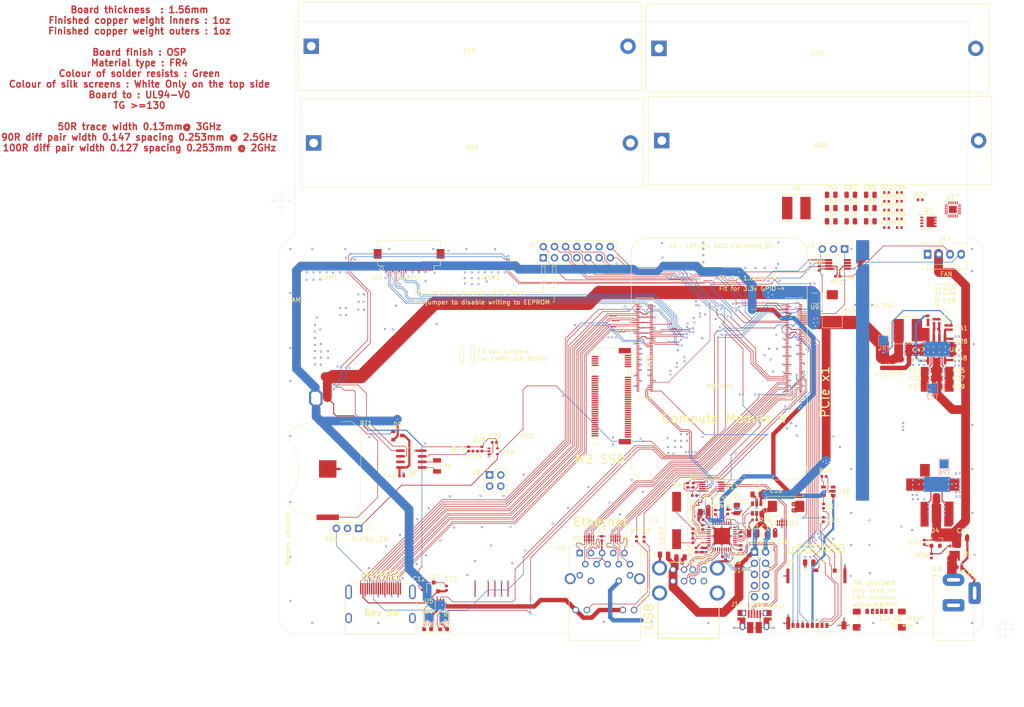
<source format=kicad_pcb>
(kicad_pcb (version 20241229) (generator "pcbnew") (generator_version "9.0")
  (layers (0 "F.Cu" signal) (4 "In1.Cu" power) (6 "In2.Cu" power) (2 "B.Cu" signal) (13 "F.Paste" user) (15 "B.Paste" user) (5 "F.SilkS" user "F.Silkscreen") (7 "B.SilkS" user "B.Silkscreen") (1 "F.Mask" user) (3 "B.Mask" user) (25 "Edge.Cuts" user))
  (net 0 "")
  (net 1 "GND")
  (net 2 "Net-(BT1-+)")
  (net 3 "Net-(C1-Pad1)")
  (net 4 "Net-(U6-XTALIN{slash}CLKIN)")
  (net 5 "Net-(U6-XTALOUT)")
  (net 6 "/CM4_HighSpeed/HDMI_5v")
  (net 7 "Net-(C24-Pad1)")
  (net 8 "/RTC , Wakeup, FAN/nRTC_INT")
  (net 9 "/CM4_HighSpeed/+3.3v")
  (net 10 "/RTC , Wakeup, FAN/SCL")
  (net 11 "/RTC , Wakeup, FAN/SDA")
  (net 12 "/+12v")
  (net 13 "Net-(Q1-D)")
  (net 14 "/CM4_HighSpeed/CAM0_D0_N")
  (net 15 "/CM4_HighSpeed/CAM0_D0_P")
  (net 16 "/CM4_HighSpeed/CAM0_D1_N")
  (net 17 "/CM4_HighSpeed/CAM0_D1_P")
  (net 18 "/CM4_HighSpeed/CAM0_C_N")
  (net 19 "/CM4_HighSpeed/CAM0_C_P")
  (net 20 "/CM4_GPIO ( Ethernet, GPIO, SDCARD)/GLOBAL_EN")
  (net 21 "/CM4_GPIO ( Ethernet, GPIO, SDCARD)/TV_OUT")
  (net 22 "/CM4_HighSpeed/CAM1_D3_P")
  (net 23 "/CM4_HighSpeed/CAM1_D3_N")
  (net 24 "/CM4_HighSpeed/CAM1_D2_P")
  (net 25 "/CM4_HighSpeed/CAM1_D2_N")
  (net 26 "/CM4_HighSpeed/CAM1_C_P")
  (net 27 "/CM4_HighSpeed/CAM1_C_N")
  (net 28 "/CM4_HighSpeed/CAM1_D1_P")
  (net 29 "/CM4_HighSpeed/CAM1_D1_N")
  (net 30 "/CM4_HighSpeed/CAM1_D0_P")
  (net 31 "/CM4_HighSpeed/CAM1_D0_N")
  (net 32 "/CM4_HighSpeed/DSI0_D0_N")
  (net 33 "/CM4_HighSpeed/DSI0_D0_P")
  (net 34 "/CM4_HighSpeed/DSI0_D1_N")
  (net 35 "/CM4_HighSpeed/DSI0_D1_P")
  (net 36 "/CM4_HighSpeed/DSI0_C_N")
  (net 37 "/CM4_HighSpeed/DSI0_C_P")
  (net 38 "/CM4_HighSpeed/DSI1_D3_P")
  (net 39 "/CM4_HighSpeed/DSI1_D3_N")
  (net 40 "/CM4_HighSpeed/DSI1_D2_P")
  (net 41 "/CM4_HighSpeed/DSI1_D2_N")
  (net 42 "/CM4_HighSpeed/DSI1_C_P")
  (net 43 "/CM4_HighSpeed/DSI1_C_N")
  (net 44 "/CM4_HighSpeed/DSI1_D1_P")
  (net 45 "/CM4_HighSpeed/DSI1_D1_N")
  (net 46 "/CM4_HighSpeed/DSI1_D0_P")
  (net 47 "/CM4_HighSpeed/DSI1_D0_N")
  (net 48 "/CM4_GPIO ( Ethernet, GPIO, SDCARD)/SD_DAT1")
  (net 49 "Net-(D4-A)")
  (net 50 "/CM4_GPIO ( Ethernet, GPIO, SDCARD)/SD_DAT0")
  (net 51 "/CM4_GPIO ( Ethernet, GPIO, SDCARD)/SD_CLK")
  (net 52 "/CM4_GPIO ( Ethernet, GPIO, SDCARD)/SD_CMD")
  (net 53 "/CM4_GPIO ( Ethernet, GPIO, SDCARD)/SD_DAT3")
  (net 54 "/CM4_GPIO ( Ethernet, GPIO, SDCARD)/SD_DAT2")
  (net 55 "Net-(U8-VDD)")
  (net 56 "/CM4_GPIO ( Ethernet, GPIO, SDCARD)/GPIO2")
  (net 57 "/CM4_GPIO ( Ethernet, GPIO, SDCARD)/GPIO3")
  (net 58 "/CM4_GPIO ( Ethernet, GPIO, SDCARD)/GPIO4")
  (net 59 "/CM4_GPIO ( Ethernet, GPIO, SDCARD)/GPIO14")
  (net 60 "/CM4_GPIO ( Ethernet, GPIO, SDCARD)/GPIO15")
  (net 61 "/CM4_GPIO ( Ethernet, GPIO, SDCARD)/GPIO17")
  (net 62 "/CM4_GPIO ( Ethernet, GPIO, SDCARD)/GPIO18")
  (net 63 "/CM4_GPIO ( Ethernet, GPIO, SDCARD)/GPIO27")
  (net 64 "/CM4_GPIO ( Ethernet, GPIO, SDCARD)/GPIO22")
  (net 65 "/CM4_GPIO ( Ethernet, GPIO, SDCARD)/GPIO23")
  (net 66 "/CM4_GPIO ( Ethernet, GPIO, SDCARD)/GPIO24")
  (net 67 "/CM4_GPIO ( Ethernet, GPIO, SDCARD)/GPIO10")
  (net 68 "/CM4_GPIO ( Ethernet, GPIO, SDCARD)/GPIO9")
  (net 69 "/CM4_GPIO ( Ethernet, GPIO, SDCARD)/GPIO25")
  (net 70 "/CM4_GPIO ( Ethernet, GPIO, SDCARD)/GPIO11")
  (net 71 "/CM4_GPIO ( Ethernet, GPIO, SDCARD)/GPIO8")
  (net 72 "/CM4_GPIO ( Ethernet, GPIO, SDCARD)/GPIO7")
  (net 73 "/CM4_GPIO ( Ethernet, GPIO, SDCARD)/GPIO5")
  (net 74 "/CM4_GPIO ( Ethernet, GPIO, SDCARD)/GPIO6")
  (net 75 "/CM4_GPIO ( Ethernet, GPIO, SDCARD)/GPIO12")
  (net 76 "/CM4_GPIO ( Ethernet, GPIO, SDCARD)/GPIO13")
  (net 77 "/CM4_GPIO ( Ethernet, GPIO, SDCARD)/GPIO16")
  (net 78 "/CM4_GPIO ( Ethernet, GPIO, SDCARD)/GPIO26")
  (net 79 "/CM4_GPIO ( Ethernet, GPIO, SDCARD)/GPIO20")
  (net 80 "/CM4_GPIO ( Ethernet, GPIO, SDCARD)/GPIO21")
  (net 81 "/CM4_GPIO ( Ethernet, GPIO, SDCARD)/TR1_TAP")
  (net 82 "/CM4_GPIO ( Ethernet, GPIO, SDCARD)/TR0_TAP")
  (net 83 "/CM4_GPIO ( Ethernet, GPIO, SDCARD)/TR3_TAP")
  (net 84 "/CM4_GPIO ( Ethernet, GPIO, SDCARD)/TR2_TAP")
  (net 85 "/CM4_HighSpeed/HDMI1_D2_P")
  (net 86 "/CM4_HighSpeed/HDMI1_D2_N")
  (net 87 "/CM4_HighSpeed/HDMI1_D1_P")
  (net 88 "/CM4_HighSpeed/HDMI1_D1_N")
  (net 89 "/CM4_HighSpeed/HDMI1_D0_P")
  (net 90 "/CM4_HighSpeed/HDMI1_D0_N")
  (net 91 "/CM4_HighSpeed/HDMI1_CK_P")
  (net 92 "/CM4_HighSpeed/HDMI1_CK_N")
  (net 93 "/CM4_HighSpeed/HDMI1_CEC")
  (net 94 "Net-(U16-BST)")
  (net 95 "/CM4_HighSpeed/HDMI1_SCL")
  (net 96 "/CM4_HighSpeed/HDMI1_SDA")
  (net 97 "/CM4_HighSpeed/HDMI1_HOTPLUG")
  (net 98 "Net-(U16-SS)")
  (net 99 "Net-(U16-COMP)")
  (net 100 "Net-(U16-FB)")
  (net 101 "/CM4_GPIO ( Ethernet, GPIO, SDCARD)/CAM_GPIO")
  (net 102 "/USB2-HUB/HD2_N")
  (net 103 "/USB2-HUB/HD2_P")
  (net 104 "/USB2-HUB/HD1_N")
  (net 105 "/USB2-HUB/HD1_P")
  (net 106 "/USB2-HUB/HD3_P")
  (net 107 "/USB2-HUB/HD3_N")
  (net 108 "/USB2-HUB/HD4_P")
  (net 109 "/USB2-HUB/HD4_N")
  (net 110 "Net-(D1-K)")
  (net 111 "Net-(D2-K)")
  (net 112 "/CM4_HighSpeed/HDMI0_HOTPLUG")
  (net 113 "/CM4_HighSpeed/HDMI0_SDA")
  (net 114 "/CM4_HighSpeed/HDMI0_SCL")
  (net 115 "/CM4_HighSpeed/HDMI0_CEC")
  (net 116 "/CM4_HighSpeed/HDMI0_CK_N")
  (net 117 "/CM4_HighSpeed/HDMI0_CK_P")
  (net 118 "/CM4_HighSpeed/HDMI0_D0_N")
  (net 119 "/CM4_HighSpeed/HDMI0_D0_P")
  (net 120 "/CM4_HighSpeed/HDMI0_D1_N")
  (net 121 "/CM4_HighSpeed/HDMI0_D1_P")
  (net 122 "/CM4_HighSpeed/HDMI0_D2_N")
  (net 123 "/CM4_HighSpeed/HDMI0_D2_P")
  (net 124 "Net-(J2-Pin_13)")
  (net 125 "/CM4_GPIO ( Ethernet, GPIO, SDCARD)/TRD1_P")
  (net 126 "/CM4_GPIO ( Ethernet, GPIO, SDCARD)/TRD3_N")
  (net 127 "/CM4_GPIO ( Ethernet, GPIO, SDCARD)/TRD1_N")
  (net 128 "/CM4_GPIO ( Ethernet, GPIO, SDCARD)/TRD2_N")
  (net 129 "/CM4_GPIO ( Ethernet, GPIO, SDCARD)/TRD0_N")
  (net 130 "/CM4_GPIO ( Ethernet, GPIO, SDCARD)/TRD2_P")
  (net 131 "/CM4_GPIO ( Ethernet, GPIO, SDCARD)/TRD0_P")
  (net 132 "/CM4_GPIO ( Ethernet, GPIO, SDCARD)/ETH_LEDG")
  (net 133 "/CM4_GPIO ( Ethernet, GPIO, SDCARD)/ETH_LEDY")
  (net 134 "/CM4_GPIO ( Ethernet, GPIO, SDCARD)/ID_SC")
  (net 135 "/CM4_GPIO ( Ethernet, GPIO, SDCARD)/ID_SD")
  (net 136 "/CM4_GPIO ( Ethernet, GPIO, SDCARD)/nPWR_LED")
  (net 137 "/nEXTRST")
  (net 138 "/CM4_HighSpeed/PCIE_nRST")
  (net 139 "/CM4_HighSpeed/PCIE_CLK_P")
  (net 140 "Net-(J7-DET_A)")
  (net 141 "Net-(J7-DET_B)")
  (net 142 "Net-(R10-Pad2)")
  (net 144 "Net-(J11-VBUS)")
  (net 145 "/CM4_HighSpeed/PCIE_CLK_N")
  (net 146 "/USB2-HUB/PWR1")
  (net 147 "/USB2-HUB/nOCS1")
  (net 148 "/CM4_HighSpeed/PCIE_RX_N")
  (net 149 "/CM4_HighSpeed/PCIE_RX_P")
  (net 150 "/CM4_GPIO ( Ethernet, GPIO, SDCARD)/TRD3_P")
  (net 151 "/CM4_HighSpeed/PCIE_CLK_nREQ")
  (net 152 "/CM4_GPIO ( Ethernet, GPIO, SDCARD)/WL_nDis")
  (net 153 "/CM4_GPIO ( Ethernet, GPIO, SDCARD)/GPIO19")
  (net 154 "/+3.3v")
  (net 155 "/USB2-HUB/USBD_P")
  (net 156 "/USB2-HUB/USBD_N")
  (net 157 "/USB2-HUB/USBH_N")
  (net 158 "/USB2-HUB/USBH_P")
  (net 159 "/CM4_GPIO ( Ethernet, GPIO, SDCARD)/SD_PWR")
  (net 160 "/CM4_HighSpeed/PCIE_TX_N")
  (net 161 "/CM4_GPIO ( Ethernet, GPIO, SDCARD)/SD_PWR_ON")
  (net 162 "/CM4_HighSpeed/PCIE_TX_P")
  (net 171 "Net-(J17-Pin_3)")
  (net 172 "Net-(J17-Pin_4)")
  (net 174 "Net-(U16-SW)")
  (net 176 "Net-(C57-Pad1)")
  (net 179 "Net-(C60-Pad1)")
  (net 183 "Net-(Module1A-PI_nLED_Activity)")
  (net 184 "/USB2-HUB/VBUS")
  (net 185 "/CM4_HighSpeed/SCL1")
  (net 186 "/CM4_HighSpeed/SDA1")
  (net 189 "Net-(U3-LEDG_K)")
  (net 190 "Net-(U3-LEDY_K)")
  (net 191 "Net-(U6-SCL{slash}SMBCLK{slash}CFG_SEL0)")
  (net 192 "Net-(U6-SDA{slash}SMBDATA{slash}NON_REM1)")
  (net 193 "/CM4_GPIO ( Ethernet, GPIO, SDCARD)/SYNC_OUT")
  (net 194 "/CM4_GPIO ( Ethernet, GPIO, SDCARD)/SYNC_IN")
  (net 195 "/CM4_GPIO ( Ethernet, GPIO, SDCARD)/AIN0")
  (net 196 "/CM4_GPIO ( Ethernet, GPIO, SDCARD)/AIN1")
  (net 197 "/CM4_GPIO ( Ethernet, GPIO, SDCARD)/+1.8v")
  (net 198 "/CM4_GPIO ( Ethernet, GPIO, SDCARD)/RUN_PG")
  (net 199 "Net-(U6-SUSP_IND{slash}LOCAL_PWR{slash}NON_REM0)")
  (net 200 "/CM4_GPIO ( Ethernet, GPIO, SDCARD)/EEPROM_nWP")
  (net 201 "Net-(U6-RBIAS)")
  (net 202 "Net-(U6-HS_IND{slash}CFG_SEL1)")
  (net 203 "Net-(U7-ILIM)")
  (net 204 "Net-(U4-D1-)")
  (net 205 "/+5v")
  (net 206 "/CM4_GPIO ( Ethernet, GPIO, SDCARD)/GPIO_VREF")
  (net 207 "/CM4_GPIO ( Ethernet, GPIO, SDCARD)/nRPIBOOT")
  (net 208 "/CM4_HighSpeed/USBOTG_ID")
  (net 209 "/CM4_HighSpeed/USB2_N")
  (net 210 "Net-(U4-D1+)")
  (net 211 "/CM4_HighSpeed/USB2_P")
  (net 219 "Net-(U8-OSCO)")
  (net 220 "Net-(U8-OSCI)")
  (net 222 "/CM4_GPIO ( Ethernet, GPIO, SDCARD)/BT_nDis")
  (net 224 "/CM4_GPIO ( Ethernet, GPIO, SDCARD)/Reserved")
  (net 226 "/PCIe-connector/+3.3v")
  (net 260 "Net-(C54-Pad1)")
  (net 261 "Net-(U17-BST)")
  (net 262 "Net-(C55-Pad1)")
  (net 263 "Net-(U17-VIN)")
  (net 264 "Net-(C62-Pad1)")
  (net 265 "Net-(Q3-D)")
  (net 266 "Net-(J4-CC1)")
  (net 267 "Net-(J4-CC2)")
  (net 268 "Net-(D6-A)")
  (net 269 "Net-(R24-Pad2)")
  (net 271 "Net-(U17-NC)")
  (net 272 "Net-(U17-VIN_OVSET)")
  (net 273 "Net-(U17-VIN_UVSET)")
  (net 274 "Net-(U17-TIME_SET)")
  (net 275 "Net-(U17-ISET)")
  (net 277 "Net-(U17-DP)")
  (net 278 "Net-(U17-DM)")
  (footprint "Battery:BatteryHolder_Keystone_3034_1x20mm" (layer "F.Cu") (at 90 122.5 -90)
    (property "Reference" "BT1")
    (property "Value" "Battery_Cell")
  )
  (footprint "Capacitor_SMD:C_0402_1005Metric" (layer "F.Cu") (at 152.3 138.3 90)
    (property "Reference" "C1")
    (property "Value" "100n")
  )
  (footprint "Capacitor_SMD:C_0805_2012Metric" (layer "F.Cu") (at 199.45 143.75 180)
    (property "Reference" "C5")
    (property "Value" "10u")
  )
  (footprint "Capacitor_SMD:C_0402_1005Metric" (layer "F.Cu") (at 111.55 149.5 90)
    (property "Reference" "C12")
    (property "Value" "100n")
  )
  (footprint "Capacitor_SMD:C_0402_1005Metric" (layer "F.Cu") (at 117 149.6 90)
    (property "Reference" "C13")
    (property "Value" "100n")
  )
  (footprint "Capacitor_SMD:C_0402_1005Metric" (layer "F.Cu") (at 201.7 76.9 -90)
    (property "Reference" "C23")
    (property "Value" "100n")
  )
  (footprint "Capacitor_SMD:C_0402_1005Metric" (layer "F.Cu") (at 233.6 144.8)
    (property "Reference" "C36")
    (property "Value" "100n 100v")
  )
  (footprint "Capacitor_SMD:C_0805_2012Metric" (layer "F.Cu") (at 221.2 95.4)
    (property "Reference" "C47")
    (property "Value" "10u")
  )
  (footprint "Capacitor_SMD:C_0805_2012Metric" (layer "F.Cu") (at 221.2 97.55)
    (property "Reference" "C49")
    (property "Value" "10u")
  )
  (footprint "Capacitor_SMD:C_0805_2012Metric" (layer "F.Cu") (at 216.25 98.5875 -90)
    (property "Reference" "C51")
    (property "Value" "10u")
  )
  (footprint "Capacitor_SMD:C_0805_2012Metric" (layer "F.Cu") (at 218.4 98.6 -90)
    (property "Reference" "C52")
    (property "Value" "10u")
  )
  (footprint "Connector_PinHeader_2.54mm:PinHeader_1x03_P2.54mm_Vertical" (layer "F.Cu") (at 97.04 136 -90)
    (property "Reference" "J1")
    (property "Value" "Conn_01x03")
  )
  (footprint "Resistor_SMD:R_0402_1005Metric" (layer "F.Cu") (at 113.6 156.4 90)
    (property "Reference" "R10")
    (property "Value" "1k")
  )
  (footprint "Resistor_SMD:R_0402_1005Metric" (layer "F.Cu") (at 171.8 126.2 -90)
    (property "Reference" "R11")
    (property "Value" "2.2K 1%")
  )
  (footprint "Resistor_SMD:R_0402_1005Metric" (layer "F.Cu") (at 205.9 78.7 180)
    (property "Reference" "R21")
    (property "Value" "36K 1%")
  )
  (footprint "Package_SON:USON-10_2.5x1.0mm_P0.5mm" (layer "F.Cu") (at 155.4 138.285 -90)
    (property "Reference" "U1")
    (property "Value" "TPD4EUSB30")
  )
  (footprint "Package_TO_SOT_SMD:SOT-23" (layer "F.Cu") (at 114.1 149.3 90)
    (property "Reference" "U12")
    (property "Value" "RT9742SNGV")
  )
  (footprint "Connector_PinHeader_2.54mm:PinHeader_2x05_P2.54mm_Vertical" (layer "F.Cu") (at 187 141.4)
    (property "Reference" "J14")
    (property "Value" "Conn_02x05_Odd_Even")
  )
  (footprint "LED_SMD:LED_0603_1608Metric" (layer "F.Cu") (at 116.35 158.9 180)
    (property "Reference" "D2")
    (property "Value" "LED Green")
  )
  (footprint "Package_SO:MSOP-8_3x3mm_P0.65mm" (layer "F.Cu") (at 206 76)
    (property "Reference" "U11")
    (property "Value" "EMC2301-1-ACZL-TR")
  )
  (footprint "Capacitor_SMD:C_0402_1005Metric" (layer "F.Cu") (at 173.1 126.2 -90)
    (property "Reference" "C7")
    (property "Value" "100n")
  )
  (footprint "Capacitor_SMD:C_0402_1005Metric" (layer "F.Cu") (at 183.96 140.372 -90)
    (property "Reference" "C11")
    (property "Value" "100n")
  )
  (footprint "Capacitor_SMD:C_0805_2012Metric" (layer "F.Cu") (at 175.578 132.244 180)
    (property "Reference" "C10")
    (property "Value" "10u")
  )
  (footprint "Capacitor_SMD:C_0402_1005Metric" (layer "F.Cu") (at 173 136.6 -90)
    (property "Reference" "C9")
    (property "Value" "27pF")
  )
  (footprint "Capacitor_SMD:C_0805_2012Metric" (layer "F.Cu") (at 183 131.6 90)
    (property "Reference" "C6")
    (property "Value" "10u")
  )
  (footprint "Capacitor_SMD:C_0402_1005Metric" (layer "F.Cu") (at 173 138.8 90)
    (property "Reference" "C8")
    (property "Value" "27pF")
  )
  (footprint "Capacitor_SMD:C_0805_2012Metric" (layer "F.Cu") (at 170.2 142.6)
    (property "Reference" "C20")
    (property "Value" "10u")
  )
  (footprint "Capacitor_SMD:C_0805_2012Metric" (layer "F.Cu") (at 186.7 137.4 180)
    (property "Reference" "C21")
    (property "Value" "10u")
  )
  (footprint "Capacitor_SMD:C_0402_1005Metric" (layer "F.Cu") (at 175.204 135.768 90)
    (property "Reference" "C14")
    (property "Value" "100n")
  )
  (footprint "Capacitor_SMD:C_0805_2012Metric" (layer "F.Cu") (at 190.7625 137.4)
    (property "Reference" "C19")
    (property "Value" "10u")
  )
  (footprint "Capacitor_SMD:C_0805_2012Metric" (layer "F.Cu") (at 166.45 141.97298 180)
    (property "Reference" "C17")
    (property "Value" "10u")
  )
  (footprint "Crystal:Crystal_SMD_HC49-SD" (layer "F.Cu") (at 169.3 134.2 90)
    (property "Reference" "Y1")
    (property "Value" "24MHz")
  )
  (footprint "Package_TO_SOT_SMD:SOT-353_SC-70-5" (layer "F.Cu") (at 127.618 118.472)
    (property "Reference" "U14")
    (property "Value" "74LVC1G07SE-7")
  )
  (footprint "Package_DFN_QFN:QFN-36-1EP_6x6mm_P0.5mm_EP3.7x3.7mm" (layer "F.Cu") (at 179.604 137.768 90)
    (property "Reference" "U6")
    (property "Value" "USB2514B-I/M2")
  )
  (footprint "Resistor_SMD:R_0402_1005Metric" (layer "F.Cu") (at 125.062 117.948 90)
    (property "Reference" "R20")
    (property "Value" "510K 1%")
  )
  (footprint "Resistor_SMD:R_0402_1005Metric" (layer "F.Cu") (at 122.014 117.948 90)
    (property "Reference" "R19")
    (property "Value" "510K 1%")
  )
  (footprint "Resistor_SMD:R_0402_1005Metric" (layer "F.Cu") (at 173.725 140.925 90)
    (property "Reference" "R15")
    (property "Value" "12K 1%")
  )
  (footprint "Resistor_SMD:R_0402_1005Metric" (layer "F.Cu") (at 178.118 132.330999 90)
    (property "Reference" "R16")
    (property "Value" "36K 1%")
  )
  (footprint "Resistor_SMD:R_0402_1005Metric" (layer "F.Cu") (at 174.816 134.022 180)
    (property "Reference" "R14")
    (property "Value" "36K 1%")
  )
  (footprint "Resistor_SMD:R_0402_1005Metric" (layer "F.Cu") (at 180.912 132.244 90)
    (property "Reference" "R13")
    (property "Value" "36K 1%")
  )
  (footprint "Resistor_SMD:R_0402_1005Metric" (layer "F.Cu") (at 179.388 132.330999 90)
    (property "Reference" "R12")
    (property "Value" "36K 1%")
  )
  (footprint "Resistor_SMD:R_0402_1005Metric" (layer "F.Cu") (at 161.9 138.485 90)
    (property "Reference" "R3")
    (property "Value" "470R")
  )
  (footprint "Resistor_SMD:R_0402_1005Metric" (layer "F.Cu") (at 160.2 138.4 90)
    (property "Reference" "R2")
    (property "Value" "470R")
  )
  (footprint "Connector_PinHeader_2.54mm:PinHeader_2x02_P2.54mm_Vertical" (layer "F.Cu") (at 126.8 123.86)
    (property "Reference" "J9")
    (property "Value" "THD-02-R")
  )
  (footprint "CM4IO:USB_Micro-B_EDAC_UCON00686" (layer "F.Cu") (at 187 158.3)
    (property "Reference" "J11")
    (property "Value" "USB_OTG")
  )
  (footprint "LED_SMD:LED_0603_1608Metric" (layer "F.Cu") (at 112.7 158.9 180)
    (property "Reference" "D1")
    (property "Value" "LED Red")
  )
  (footprint "Resistor_SMD:R_0402_1005Metric" (layer "F.Cu") (at 115.8 156.4 90)
    (property "Reference" "R1")
    (property "Value" "1k")
  )
  (footprint "Package_TO_SOT_SMD:SOT-353_SC-70-5" (layer "F.Cu") (at 115.6 153.3 -90)
    (property "Reference" "U5")
    (property "Value" "74LVC1G07SE-7")
  )
  (footprint "Capacitor_SMD:C_0402_1005Metric" (layer "F.Cu") (at 123.538 118.456 180)
    (property "Reference" "C24")
    (property "Value" "100n")
  )
  (footprint "Capacitor_SMD:C_0402_1005Metric" (layer "F.Cu") (at 127.872 116.44 180)
    (property "Reference" "C22")
    (property "Value" "100n")
  )
  (footprint "Package_TO_SOT_SMD:SOT-23-5" (layer "F.Cu") (at 203.798661 127.555987 180)
    (property "Reference" "U18")
    (property "Value" "RT9742GGJ5")
  )
  (footprint "CM4IO:BarrelJack_Horizontal" (layer "F.Cu") (at 232.25 147.7 90)
    (property "Reference" "J19")
    (property "Value" "Barrel_Jack")
  )
  (footprint "CM4IO:TRJG0926HENL" (layer "F.Cu") (at 153 150.5)
    (property "Reference" "U3")
    (property "Value" "MagJack-A70-112-331N126")
  )
  (footprint "CM4IO:EDAC 690-019-298-412" (layer "F.Cu") (at 102 150.45)
    (property "Reference" "J22")
    (property "Value" "690-019-298-412" (hide yes))
  )
  (footprint "Resistor_SMD:R_0402_1005Metric" (layer "F.Cu") (at 187.05 134.05 180)
    (property "Reference" "R36")
    (property "Value" "15K 1%")
  )
  (footprint "Package_TO_SOT_SMD:SOT-23-6" (layer "F.Cu") (at 187.5 131.5 -90)
    (property "Reference" "U7")
    (property "Value" "AP22653W6")
  )
  (footprint "Package_SO:MSOP-10_3x3mm_P0.5mm" (layer "F.Cu") (at 177.3 126.5)
    (property "Reference" "U13")
    (property "Value" "FSUSB42MUX")
  )
  (footprint "CM4IO:MOLEX_USB_67298-4090" (layer "F.Cu") (at 172 150.7)
    (property "Reference" "J13")
    (property "Value" "690-008-221-904")
  )
  (footprint "Capacitor_SMD:C_0402_1005Metric" (layer "F.Cu") (at 180.1 142.8 -45)
    (property "Reference" "C15")
    (property "Value" "100n")
  )
  (footprint "MountingHole:MountingHole_2.7mm_M2.5" (layer "F.Cu") (at 90 152)
    (property "Reference" "H1" (hide yes))
    (property "Value" "MountingHole")
  )
  (footprint "MountingHole:MountingHole_2.7mm_M2.5" (layer "F.Cu") (at 82.5 156.5)
    (property "Reference" "H2" (hide yes))
    (property "Value" "MountingHole")
  )
  (footprint "MountingHole:MountingHole_2.7mm_M2.5" (layer "F.Cu") (at 82.5 107.5)
    (property "Reference" "H3" (hide yes))
    (property "Value" "MountingHole")
  )
  (footprint "MountingHole:MountingHole_2.7mm_M2.5" (layer "F.Cu") (at 140.5 156.5)
    (property "Reference" "H4" (hide yes))
    (property "Value" "MountingHole")
  )
  (footprint "MountingHole:MountingHole_2.7mm_M2.5" (layer "F.Cu") (at 140.5 107.5)
    (property "Reference" "H5" (hide yes))
    (property "Value" "MountingHole")
  )
  (footprint "MountingHole:MountingHole_2.7mm_M2.5" (layer "F.Cu") (at 224 83)
    (property "Reference" "H6" (hide yes))
    (property "Value" "MountingHole")
  )
  (footprint "MountingHole:MountingHole_2.7mm_M2.5" (layer "F.Cu") (at 90 83)
    (property "Reference" "H7" (hide yes))
    (property "Value" "MountingHole")
  )
  (footprint "MountingHole:MountingHole_2.7mm_M2.5" (layer "F.Cu") (at 224 152)
    (property "Reference" "H8" (hide yes))
    (property "Value" "MountingHole")
  )
  (footprint "Diode_SMD:D_SOT-23_ANK" (layer "F.Cu") (at 228.2 138.95 90)
    (property "Reference" "D4")
    (property "Value" "MMBZ5242BLT3G")
  )
  (footprint "Resistor_SMD:R_0402_1005Metric" (layer "F.Cu") (at 227.25 142.25 -90)
    (property "Reference" "R26")
    (property "Value" "12K 1%")
  )
  (footprint "Capacitor_SMD:C_0402_1005Metric" (layer "F.Cu") (at 226.45 88.15 90)
    (property "Reference" "C57")
    (property "Value" "100n")
  )
  (footprint "Capacitor_SMD:C_0402_1005Metric" (layer "F.Cu") (at 231.9 97.25 90)
    (property "Reference" "C58")
    (property "Value" "100n")
  )
  (footprint "Capacitor_SMD:C_0402_1005Metric" (layer "F.Cu") (at 228.335 90.7 180)
    (property "Reference" "C59")
    (property "Value" "nf")
  )
  (footprint "Capacitor_SMD:C_0402_1005Metric" (layer "F.Cu") (at 227.8 88.95 -90)
    (property "Reference" "C60")
    (property "Value" "1.2nF")
  )
  (footprint "Inductor_SMD:L_Bourns_SRN6045TA" (layer "F.Cu") (at 221.85 90.95 180)
    (property "Reference" "L5")
    (property "Value" "SRN6045TA-3R3Y")
  )
  (footprint "Resistor_SMD:R_0402_1005Metric" (layer "F.Cu") (at 226.45 90.25 90)
    (property "Reference" "R9")
    (property "Value" "10R")
  )
  (footprint "Resistor_SMD:R_0402_1005Metric" (layer "F.Cu") (at 230.5 90.35 -90)
    (property "Reference" "R27")
    (property "Value" "12K 1%")
  )
  (footprint "Resistor_SMD:R_0402_1005Metric" (layer "F.Cu") (at 231.9 93.4 -90)
    (property "Reference" "R28")
    (property "Value" "2.2K 1%")
  )
  (footprint "Package_SO:SOIC-8-1EP_3.9x4.9mm_P1.27mm_EP2.95x4.9mm_Mask2.71x3.4mm_ThermalVias" (layer "F.Cu") (at 228.4 95.35 90)
    (property "Reference" "U16")
    (property "Value" "AP64501SP-13")
  )
  (footprint "Capacitor_SMD:C_0402_1005Metric" (layer "F.Cu") (at 225.6 139.15 -90)
    (property "Reference" "C40")
    (property "Value" "100n")
  )
  (footprint "Resistor_SMD:R_0402_1005Metric" (layer "F.Cu") (at 229 88.95 90)
    (property "Reference" "R25")
    (property "Value" "20K 1%")
  )
  (footprint "Capacitor_SMD:C_0402_1005Metric" (layer "F.Cu") (at 231.75 90.35 -90)
    (property "Reference" "C61")
    (property "Value" "nf")
  )
  (footprint "Package_SON:USON-10_2.5x1.0mm_P0.5mm" (layer "F.Cu") (at 149.4 138.285 -90)
    (property "Reference" "U2")
    (property "Value" "TPD4EUSB30")
  )
  (footprint "Package_SON:USON-10_2.5x1.0mm_P0.5mm" (layer "F.Cu") (at 193.25 134.8 90)
    (property "Reference" "U4")
    (property "Value" "TPD4EUSB30")
  )
  (footprint "Connector_PinHeader_2.54mm:PinHeader_2x07_P2.54mm_Vertical" (layer "F.Cu") (at 139 74.5 90)
    (property "Reference" "J2")
    (property "Value" "Conn_02x07_Odd_Even")
  )
  (footprint "Package_TO_SOT_SMD:SOT-353_SC-70-5" (layer "F.Cu") (at 200.7 83.7 180)
    (property "Reference" "U9")
    (property "Value" "74LVC1G07SE-7")
  )
  (footprint "Package_TO_SOT_SMD:SOT-23" (layer "F.Cu") (at 105.9 114.9)
    (property "Reference" "D3")
    (property "Value" "BAT54C-7-F")
  )
  (footprint "Package_SO:SOIC-8_3.9x4.9mm_P1.27mm" (layer "F.Cu") (at 109 120.25 180)
    (property "Reference" "U8")
    (property "Value" "PCF85063AT/AAZ")
  )
  (footprint "Crystal:Crystal_SMD_3215-2Pin_3.2x1.5mm" (layer "F.Cu") (at 114.85 121.8 90)
    (property "Reference" "Y2")
    (property "Value" "X32K768S301")
  )
  (footprint "Connector_PinHeader_2.54mm:PinHeader_1x03_P2.54mm_Vertical" (layer "F.Cu") (at 207.5 72.5 -90)
    (property "Reference" "J3")
    (property "Value" "Conn_01x03")
  )
  (footprint "Capacitor_SMD:C_0402_1005Metric" (layer "F.Cu") (at 175.05 140.925 -90)
    (property "Reference" "C3")
    (property "Value" "100n")
  )
  (footprint "Capacitor_SMD:C_0402_1005Metric" (layer "F.Cu") (at 183.975 137.325 -90)
    (property "Reference" "C4")
    (property "Value" "100n")
  )
  (footprint "CM4IO:SDCARD_MOLEX_503398-1892" (layer "F.Cu") (at 201.08 152.45 180)
    (property "Reference" "J7")
    (property "Value" "Micro_SD_Card_Det")
  )
  (footprint "CM4IO:Hirose_FH12-22S-0.5SH_1x22-1MP_P0.50mm_Horizontal" (layer "F.Cu") (at 108.5 75 180)
    (property "Reference" "J15")
    (property "Value" "Conn_01x22_Female")
  )
  (footprint "Package_SON:Diodes_PowerDI3333-8" (layer "F.Cu") (at 232.5 141.5 -90)
    (property "Reference" "Q1")
    (property "Value" "DMP3013SFV-7")
  )
  (footprint "Capacitor_SMD:C_0805_2012Metric" (layer "F.Cu") (at 187.5 128.3 180)
    (property "Reference" "C2")
    (property "Value" "10u")
  )
  (footprint "Resistor_SMD:R_0402_1005Metric" (layer "F.Cu") (at 173.365 128.55 180)
    (property "Reference" "R8")
    (property "Value" "2.2K 1%")
  )
  (footprint "Capacitor_Tantalum_SMD:CP_EIA-7343-31_Kemet-D" (layer "F.Cu") (at 194.2 131)
    (property "Reference" "C16")
    (property "Value" "100uF")
  )
  (footprint "Capacitor_SMD:C_0805_2012Metric" (layer "F.Cu") (at 226.65 100.05 180)
    (property "Reference" "C34")
    (property "Value" "10u 35v")
  )
  (footprint "Capacitor_SMD:C_0805_2012Metric" (layer "F.Cu") (at 230.2 100.05)
    (property "Reference" "C35")
    (property "Value" "10u 35v")
  )
  (footprint "Capacitor_SMD:C_0805_2012Metric" (layer "F.Cu") (at 230.2 101.9)
    (property "Reference" "C37")
    (property "Value" "10u 35v")
  )
  (footprint "Capacitor_SMD:C_0805_2012Metric" (layer "F.Cu") (at 226.65 101.9 180)
    (property "Reference" "C38")
    (property "Value" "10u 35v")
  )
  (footprint "Capacitor_SMD:C_0805_2012Metric" (layer "F.Cu") (at 230.2 103.75)
    (property "Reference" "C39")
    (property "Value" "10u 35v")
  )
  (footprint "Capacitor_SMD:C_0805_2012Metric" (layer "F.Cu") (at 226.65 103.75 180)
    (property "Reference" "C41")
    (property "Value" "10u 35v")
  )
  (footprint "Capacitor_SMD:C_0805_2012Metric" (layer "F.Cu") (at 234.4 138.2)
    (property "Reference" "C42")
    (property "Value" "10u 35v")
  )
  (footprint "Package_SON:Diodes_PowerDI3333-8" (layer "F.Cu") (at 226.545 66.33)
    (property "Reference" "Q3")
    (property "Value" "DMP3013SFV-7")
  )
  (footprint "Resistor_SMD:R_0402_1005Metric" (layer "F.Cu") (at 219.94 67.63)
    (property "Reference" "R39")
    (property "Value" "12K")
  )
  (footprint "Capacitor_SMD:C_0805_2012Metric" (layer "F.Cu") (at 213.35 66.2)
    (property "Reference" "C67")
    (property "Value" "10u")
  )
  (footprint "Capacitor_SMD:C_0805_2012Metric" (layer "F.Cu") (at 208.9 66.2)
    (property "Reference" "C64")
    (property "Value" "10u")
  )
  (footprint "Resistor_SMD:R_0402_1005Metric" (layer "F.Cu") (at 217.03 61.66)
    (property "Reference" "R23")
    (property "Value" "10R")
  )
  (footprint "Resistor_SMD:R_0402_1005Metric" (layer "F.Cu") (at 219.94 65.64)
    (property "Reference" "R38")
    (property "Value" "12K")
  )
  (footprint "Capacitor_SMD:C_0805_2012Metric" (layer "F.Cu") (at 204.45 60.18)
    (property "Reference" "C54")
    (property "Value" "10u")
  )
  (footprint "Capacitor_Tantalum_SMD:CP_EIA-7343-31_Kemet-D" (layer "F.Cu") (at 204.7 86 90)
    (property "Reference" "C18")
    (property "Value" "100uF")
  )
  (footprint "Capacitor_SMD:C_0805_2012Metric" (layer "F.Cu") (at 208.9 63.19)
    (property "Reference" "C63")
    (property "Value" "10u")
  )
  (footprint "Inductor_SMD:L_Bourns_SRN6045TA" (layer "F.Cu") (at 196.525 63.2)
    (property "Reference" "L6")
    (property "Value" "SRN6045TA-3R3Y")
  )
  (footprint "CM4IO:M2" (layer "F.Cu") (at 153.025 105.95 -90)
    (property "Reference" "J120")
    (property "Value" "Bus_M.2_Socket_M")
  )
  (footprint "Resistor_SMD:R_0402_1005Metric" (layer "F.Cu") (at 202.7 130.935 -90)
    (property "Reference" "R17")
    (property "Value" "nf")
  )
  (footprint "Resistor_SMD:R_0402_1005Metric" (layer "F.Cu") (at 202.8 124.2 180)
    (property "Reference" "R29")
    (property "Value" "12K 1%")
  )
  (footprint "Capacitor_SMD:C_0805_2012Metric" (layer "F.Cu") (at 204.45 63.19)
    (property "Reference" "C55")
    (property "Value" "10u")
  )
  (footprint "Battery:BatteryHolder_MPD_BH-18650-PC2" (layer "F.Cu") (at 86.8 48.4)
    (property "Reference" "U15")
    (property "Value" "BK-18650-PC4")
  )
  (footprint "Battery:BatteryHolder_MPD_BH-18650-PC2" (layer "F.Cu") (at 165.945 47.85)
    (property "Reference" "U10")
    (property "Value" "BK-18650-PC4")
  )
  (footprint "Resistor_SMD:R_0402_1005Metric" (layer "F.Cu") (at 219.94 61.66)
    (property "Reference" "R35")
    (property "Value" "12K")
  )
  (footprint "Resistor_SMD:R_0402_1005Metric" (layer "F.Cu") (at 202.65 133.985 -90)
    (property "Reference" "R18")
    (property "Value" "nf")
  )
  (footprint "Connector_USB:USB_C_Receptacle_GCT_USB4135-GF-A_6P_TopMnt_Horizontal" (layer "F.Cu") (at 215.375 157.8975)
    (property "Reference" "J4")
    (property "Value" "USB_C_Receptacle_USB2.0_14P")
  )
  (footprint "Battery:BatteryHolder_MPD_BH-18650-PC2" (layer "F.Cu") (at 165.3 26.9)
    (property "Reference" "U10")
    (property "Value" "BK-18650-PC4")
  )
  (footprint "CM4IO:Raspberry-Pi-4-Compute-Module" (layer "F.Cu") (at 195.5 73.5 180)
    (property "Reference" "Module1")
    (property "Value" "ComputeModule4")
  )
  (footprint "Resistor_SMD:R_0402_1005Metric" (layer "F.Cu") (at 219.94 59.67)
    (property "Reference" "R34")
    (property "Value" "12K")
  )
  (footprint "Capacitor_SMD:C_0805_2012Metric" (layer "F.Cu") (at 208.9 60.18)
    (property "Reference" "C62")
    (property "Value" "10u")
  )
  (footprint "Package_DFN_QFN:QFN-24-1EP_3x3mm_P0.4mm_EP1.75x1.6mm" (layer "F.Cu") (at 232.1 63.5)
    (property "Reference" "U17")
    (property "Value" "IP2326")
  )
  (footprint "Capacitor_SMD:C_0805_2012Metric" (layer "F.Cu") (at 213.35 60.18)
    (property "Reference" "C65")
    (property "Value" "10u")
  )
  (footprint "Battery:BatteryHolder_MPD_BH-18650-PC2" (layer "F.Cu") (at 86.255 26.4)
    (property "Reference" "U10")
    (property "Value" "BK-18650-PC4")
  )
  (footprint "Resistor_SMD:R_0402_1005Metric" (layer "F.Cu") (at 217.03 65.64)
    (property "Reference" "R30")
    (property "Value" "10R")
  )
  (footprint "Resistor_SMD:R_0402_1005Metric" (layer "F.Cu") (at 224.69 61.3)
    (property "Reference" "R32")
    (property "Value" "12K 1%")
  )
  (footprint "Resistor_SMD:R_0402_1005Metric" (layer "F.Cu") (at 217.03 63.65)
    (property "Reference" "R24")
    (property "Value" "10R")
  )
  (footprint "Capacitor_SMD:C_0402_1005Metric" (layer "F.Cu") (at 106.8 124.1)
    (property "Reference" "C46")
    (property "Value" "100n")
  )
  (footprint "Capacitor_SMD:C_0805_2012Metric" (layer "F.Cu") (at 213.35 63.19)
    (property "Reference" "C66")
    (property "Value" "10u")
  )
  (footprint "Resistor_SMD:R_0402_1005Metric" (layer "F.Cu") (at 217.03 59.67)
    (property "Reference" "R22")
    (property "Value" "10R")
  )
  (footprint "Resistor_SMD:R_0402_1005Metric" (layer "F.Cu") (at 217.03 67.63)
    (property "Reference" "R31")
    (property "Value" "10R")
  )
  (footprint "Capacitor_SMD:C_0805_2012Metric" (layer "F.Cu") (at 204.45 66.2)
    (property "Reference" "C56")
    (property "Value" "10u")
  )
  (footprint "Connector:FanPinHeader_1x04_P2.54mm_Vertical" (layer "F.Cu") (at 226.38 73.7)
    (property "Reference" "J17")
    (property "Value" "Molex 470531000")
  )
  (footprint "Resistor_SMD:R_0402_1005Metric" (layer "F.Cu") (at 219.94 63.65)
    (property "Reference" "R37")
    (property "Value" "12K")
  )
  (footprint "TestPoint:TestPoint_Pad_2.0x2.0mm" (layer "B.Cu") (at 227.45 104.2)
    (property "Reference" "TP2")
    (property "Value" "TestPoint")
  )
  (footprint "TestPoint:TestPoint_Pad_2.0x2.0mm" (layer "B.Cu") (at 230.1 121.35)
    (property "Reference" "TP6")
    (property "Value" "TestPoint")
  )
  (footprint "TestPoint:TestPoint_Pad_2.0x2.0mm" (layer "B.Cu") (at 216.4 93.3)
    (property "Reference" "TP4")
    (property "Value" "TestPoint")
  )
  (footprint "TestPoint:TestPoint_Pad_2.0x2.0mm" (layer "B.Cu") (at 116.411606 156.1)
    (property "Reference" "TP3")
    (property "Value" "TestPoint")
  )
  (footprint "TestPoint:TestPoint_Pad_2.0x2.0mm" (layer "B.Cu") (at 113.1 156.1)
    (property "Reference" "TP5")
    (property "Value" "TestPoint")
  )
  (gr_line (start 136.1 82.4) (end 138.5 82.4) (stroke (width 0.12)) (layer "F.SilkS"))
  (gr_line (start 141.5 81) (end 141.1 81.4) (stroke (width 0.12)) (layer "F.SilkS"))
  (gr_line (start 192.2 81.5) (end 193.7 81.5) (stroke (width 0.12)) (layer "F.SilkS"))
  (gr_line (start 139 81) (end 139.4 81.4) (stroke (width 0.12)) (layer "F.SilkS"))
  (gr_line (start 193.7 81.5) (end 193.3 81.9) (stroke (width 0.12)) (layer "F.SilkS"))
  (gr_line (start 193.7 81.5) (end 193.3 81.1) (stroke (width 0.12)) (layer "F.SilkS"))
  (gr_line (start 193.3 81.1) (end 193.7 81.5) (stroke (width 0.12)) (layer "F.SilkS"))
  (gr_rect (start 122.5 94.5) (end 123.3 98.5) (stroke (width 0.12)) (fill no) (layer "F.SilkS"))
  (gr_line (start 139 82.4) (end 139 81) (stroke (width 0.12)) (layer "F.SilkS"))
  (gr_line (start 141.1 84.5) (end 141.5 84.5) (stroke (width 0.12)) (layer "F.SilkS"))
  (gr_line (start 138.5 82.4) (end 139 82.4) (stroke (width 0.12)) (layer "F.SilkS"))
  (gr_line (start 139 81) (end 138.6 81.4) (stroke (width 0.12)) (layer "F.SilkS"))
  (gr_line (start 141.5 81) (end 141.9 81.4) (stroke (width 0.12)) (layer "F.SilkS"))
  (gr_rect (start 120 94.5) (end 120.8 98.5) (stroke (width 0.12)) (fill no) (layer "F.SilkS"))
  (gr_rect (start 138.6 76.4) (end 139.4 80.4) (stroke (width 0.12)) (fill no) (layer "F.SilkS"))
  (gr_line (start 141.5 84.5) (end 141.5 81) (stroke (width 0.12)) (layer "F.SilkS"))
  (gr_rect (start 141.1 76.4) (end 141.9 80.4) (stroke (width 0.12)) (fill no) (layer "F.SilkS"))
  (gr_line (start 239 156.5) (end 239 73.5) (stroke (width 0.05)) (layer "Edge.Cuts"))
  (gr_line (start 235.6 20.7) (end 82.6 20.7) (stroke (width 0.05)) (layer "Edge.Cuts"))
  (gr_line (start 79 156.5) (end 79 73.5) (stroke (width 0.05)) (layer "Edge.Cuts"))
  (gr_line (start 82.6 20.7) (end 82.5 70) (stroke (width 0.05)) (layer "Edge.Cuts"))
  (gr_arc (start 79 73.5) (mid 80.025126 71.025126) (end 82.5 70) (stroke (width 0.05)) (layer "Edge.Cuts"))
  (gr_line (start 82.5 160) (end 235.5 160) (stroke (width 0.05)) (layer "Edge.Cuts"))
  (gr_arc (start 82.5 160) (mid 80.025126 158.974874) (end 79 156.5) (stroke (width 0.05)) (layer "Edge.Cuts"))
  (gr_arc (start 235.5 70) (mid 237.974874 71.025126) (end 239 73.5) (stroke (width 0.05)) (layer "Edge.Cuts"))
  (gr_arc (start 239 156.5) (mid 237.974874 158.974874) (end 235.5 160) (stroke (width 0.05)) (layer "Edge.Cuts"))
  (gr_line (start 235.6 20.7) (end 235.5 70) (stroke (width 0.05)) (layer "Edge.Cuts"))
  (gr_text "Board thickness  : 1.56mm\nFinished copper weight inners : 1oz\nFinished copper weight outers : 1oz\n\nBoard finish : OSP\nMaterial type : FR4\nColour of solder resists : Green\nColour of silk screens : White Only on the top side\nBoard to : UL94-V0\nTG >=130\n\n50R trace width 0.13mm@ 3GHz\n90R diff pair width 0.147 spacing 0.253mm @ 2.5GHz\n100R diff pair width 0.127 spacing 0.253mm @ 2GHz" (at 47.2 33.8 0) (layer "F.Cu") (effects (font (size 1.5 1.5) (thickness 0.3))))
  (gr_text "Rev 5b" (at 102.2 155.2 0) (layer "F.SilkS") (effects (font (size 1.5 1.5) (thickness 0.3))))
  (gr_text "Fit for 3.3v GPIO " (at 185.8 81.5 0) (layer "F.SilkS") (effects (font (size 1 1))))
  (gr_text "Fit jumper to disable writing to EEPROM" (at 109.5 84.6 0) (layer "F.SilkS") (effects (font (size 1 1)) (justify left)))
  (gr_text "M2 SSD" (at 151.905 120.3 0) (layer "F.SilkS") (effects (font (size 2 2) (thickness 0.3))))
  (gr_text "nWireless_Dis" (at 186.7 71.8 0) (layer "F.SilkS") (effects (font (size 1 1))))
  (gr_text "CAM1" (at 90.3 79 0) (layer "F.SilkS") (effects (font (size 1 1))))
  (gr_text "CAM0" (at 82.8 84.075 0) (layer "F.SilkS") (effects (font (size 1 1))))
  (gr_text "USB Slave" (at 190.1 153.7 0) (layer "F.SilkS") (effects (font (size 1 1))))
  (gr_text "DISP1" (at 127 79 0) (layer "F.SilkS") (effects (font (size 1 1))))
  (gr_text "Fit for 1.8v GPIO" (at 185.4 79.1 0) (layer "F.SilkS") (effects (font (size 1 1))))
  (gr_text "DISP0" (at 108.5 79 0) (layer "F.SilkS") (effects (font (size 1 1))))
  (gr_text "RUN    GLOBAL_EN" (at 96.5 138.5 0) (layer "F.SilkS") (effects (font (size 1 1))))
  (gr_text "USB" (at 163 156 90) (layer "F.SilkS") (effects (font (size 2 2) (thickness 0.3))))
  (gr_text "Fit two jumpers \nFor CAM0 and DISP0" (at 123.9 96.6 0) (layer "F.SilkS") (effects (font (size 1 1)) (justify left)))
  (gr_text "Ethernet" (at 152 134.5 0) (layer "F.SilkS") (effects (font (size 2 2) (thickness 0.3))))
  (gr_text "J3 : nBT_Dis GND " (at 174.55 71.8 0) (layer "F.SilkS") (effects (font (size 1 1))))
  (gr_text "Ext PSU" (at 216 85.4 0) (layer "F.SilkS") (effects (font (size 1 1))))
  (gr_text "Battery CR2032\n" (at 81 138.4 90) (layer "F.SilkS") (effects (font (size 1 1))))
  (gr_text "NB uSDCARD \nonly used for \nCM4 modules \nwithout eMMC" (at 214.6 150.9 0) (layer "F.SilkS") (effects (font (size 1 1))))
  (gr_text "FAN" (at 230.6 78.2 0) (layer "F.SilkS") (effects (font (size 1 1))))
  (gr_text "uSDCARD" (at 201.1 140.7 0) (layer "F.SilkS") (effects (font (size 2 2) (thickness 0.3))))
  (gr_text "PCIe x1" (at 203 105 90) (layer "F.SilkS") (effects (font (size 2 2) (thickness 0.3))))
  (gr_text "External USB\n" (at 190 139 0) (layer "F.SilkS") (effects (font (size 1 1))))
  (gr_text "HDMI0" (at 102 146.65 0) (layer "F.SilkS") (effects (font (size 2 2) (thickness 0.3))))
  (gr_text "Fit jumper to disable eMMC Boot" (at 109.5 82.4 0) (layer "F.SilkS") (effects (font (size 1 1)) (justify left)))
  (gr_text "POE" (at 135.5 115 0) (layer "F.SilkS") (effects (font (size 1 1))))
  (gr_text "Compute Module 4" (at 180.1 111 0) (layer "F.SilkS") (effects (font (size 2 2) (thickness 0.3))))
  (gr_text "12v DC Input\nTip +ve" (at 220.3 157.2 0) (layer "F.SilkS") (effects (font (size 1 1))))
  (target plus (at 244 159) (size 5) (width 0.05) (layer "Edge.Cuts"))
  (target plus (at 79.5 61.5) (size 5) (width 0.05) (layer "Edge.Cuts"))
  (segment (start 231.215 93.885) (end 231.165 93.885) (width 0.5) (layer "F.Cu") (net 1))
  (segment (start 231.235 96.765) (end 231.115 96.765) (width 0.5) (layer "F.Cu") (net 1))
  (segment (start 225.65 95.35) (end 228.4 95.35) (width 2) (layer "F.Cu") (net 1))
  (segment (start 223.05 95.35) (end 222.1875 95.35) (width 1) (layer "F.Cu") (net 1))
  (segment (start 231.085 127.1775) (end 230.765 127.1775) (width 0.5) (layer "F.Cu") (net 1))
  (segment (start 222.95 126.1125) (end 224.2 126.1125) (width 1) (layer "F.Cu") (net 1))
  (segment (start 225.45 126.0125) (end 228.3 126.0125) (width 2) (layer "F.Cu") (net 1))
  (segment (start 231.115 124.9475) (end 229.465 124.9475) (width 0.5) (layer "F.Cu") (net 1))
  (segment (start 224.3 126.0125) (end 225.45 126.0125) (width 2) (layer "F.Cu") (net 1))
  (segment (start 231.85 124.9475) (end 231.115 124.9475) (width 0.5) (layer "F.Cu") (net 1))
  (segment (start 231.85 127.1775) (end 231.085 127.1775) (width 0.5) (layer "F.Cu") (net 1))
  (segment (start 224.2 126.1125) (end 224.3 126.0125) (width 1) (layer "F.Cu") (net 1))
  (segment (start 222.0375 126.1125) (end 222.95 126.1125) (width 1) (layer "F.Cu") (net 1))
  (segment (start 225.6625 130.7125) (end 225.6625 134.4125) (width 1) (layer "F.Cu") (net 1))
  (segment (start 231.0875 130.7125) (end 231.0875 134.4125) (width 1) (layer "F.Cu") (net 1))
  (segment (start 195.177576 98.8) (end 195.1808 98.796776) (width 0.2) (layer "F.Cu") (net 1))
  (segment (start 173 137.7) (end 173 138.315) (width 0.23) (layer "F.Cu") (net 1))
  (segment (start 195.47999 90.8) (end 196.8 90.8) (width 0.2) (layer "F.Cu") (net 1))
  (segment (start 224.25 95.35) (end 223.05 95.35) (width 1) (layer "F.Cu") (net 1))
  (segment (start 160.5 89.2) (end 159 89.2) (width 0.2) (layer "F.Cu") (net 1))
  (segment (start 195.9 130.5) (end 196.8125 130.5) (width 1) (layer "F.Cu") (net 1))
  (segment (start 194.68 158.075) (end 194.68 155.7) (width 0.3) (layer "F.Cu") (net 1))
  (segment (start 197.5 96.4) (end 198.27638 96.4) (width 0.2) (layer "F.Cu") (net 1))
  (segment (start 177.6 139.772) (end 179.604 137.768) (width 0.5) (layer "F.Cu") (net 1))
  (segment (start 109.25 76.85) (end 109.25 77.8) (width 0.23) (layer "F.Cu") (net 1))
  (segment (start 179.604 137.768) (end 177.536 135.7) (width 0.5) (layer "F.Cu") (net 1))
  (segment (start 194.42 92) (end 195.1 92) (width 0.2) (layer "F.Cu") (net 1))
  (segment (start 193.705 157.575) (end 193.68 157.55) (width 0.23) (layer "F.Cu") (net 1))
  (segment (start 179.604 137.768) (end 177.482 137.768) (width 0.5) (layer "F.Cu") (net 1))
  (segment (start 183 130.6625) (end 182.5 131.1625) (width 0.5) (layer "F.Cu") (net 1))
  (segment (start 179.388 131.845999) (end 178.968 131.845999) (width 0.23) (layer "F.Cu") (net 1))
  (segment (start 162.453939 87.3) (end 162.938528 86.815411) (width 0.2) (layer "F.Cu") (net 1))
  (segment (start 197.95 157.468198) (end 197.95 157.15) (width 0.13) (layer "F.Cu") (net 1))
  (segment (start 163.6 88) (end 164.28999 88) (width 0.2) (layer "F.Cu") (net 1))
  (segment (start 151.615 137.815) (end 151.6 137.8) (width 0.3) (layer "F.Cu") (net 1))
  (segment (start 202.525 76.975) (end 202.5 77) (width 0.23) (layer "F.Cu") (net 1))
  (segment (start 194.68 157.575) (end 193.705 157.575) (width 0.23) (layer "F.Cu") (net 1))
  (segment (start 187.5 130.4) (end 187.5 129.2375) (width 0.5) (layer "F.Cu") (net 1))
  (segment (start 175.031 132.244) (end 175.4 131.875) (width 0.5) (layer "F.Cu") (net 1))
  (segment (start 230.25 130.3125) (end 230.25 130.25) (width 0.23) (layer "F.Cu") (net 1))
  (segment (start 162.909337 94) (end 162.901867 93.99253) (width 0.2) (layer "F.Cu") (net 1))
  (segment (start 160.5 98.8) (end 161.2 98.8) (width 0.2) (layer "F.Cu") (net 1))
  (segment (start 163.6 86.8) (end 162.953939 86.8) (width 0.2) (layer "F.Cu") (net 1))
  (segment (start 216.25 99.525) (end 218.3875 99.525) (width 1) (layer "F.Cu") (net 1))
  (segment (start 227.765 92.7875) (end 227.765 94.715) (width 0.5) (layer "F.Cu") (net 1))
  (segment (start 196.3 91.4) (end 196.3 91.41137) (width 0.2) (layer "F.Cu") (net 1))
  (segment (start 160.5 100) (end 161.2 100) (width 0.2) (layer "F.Cu") (net 1))
  (segment (start 161.1 102.4) (end 161.2 102.5) (width 0.2) (layer "F.Cu") (net 1))
  (segment (start 163.6 92.8) (end 164.28999 92.8) (width 0.2) (layer "F.Cu") (net 1))
  (segment (start 104.5 151.5) (end 104.5 148.1) (width 0.23) (layer "F.Cu") (net 1))
  (segment (start 131 151.35) (end 131 148.05) (width 0.23) (layer "F.Cu") (net 1))
  (segment (start 227.1 129.55) (end 226.5 130.15) (width 0.23) (layer "F.Cu") (net 1))
  (segment (start 163.58 91.6) (end 162.9 91.6) (width 0.2) (layer "F.Cu") (net 1))
  (segment (start 126.5 151.35) (end 126.5 148.05) (width 0.23) (layer "F.Cu") (net 1))
  (segment (start 230.3 99.65) (end 230.3 99.5) (width 0.23) (layer "F.Cu") (net 1))
  (segment (start 161.18999 97.6) (end 161.2 97.61001) (width 0.2) (layer "F.Cu") (net 1))
  (segment (start 227.15 98.85) (end 227.15 96.6) (width 0.23) (layer "F.Cu") (net 1))
  (segment (start 227.85 90.7) (end 227.85 89.485) (width 0.5) (layer "F.Cu") (net 1))
  (segment (start 196.9 102.4) (end 196.7 102.2) (width 0.2) (layer "F.Cu") (net 1))
  (segment (start 198 98.4) (end 197.5 98.4) (width 0.2) (layer "F.Cu") (net 1))
  (segment (start 175.883 135.283) (end 175.204 135.283) (width 0.23) (layer "F.Cu") (net 1))
  (segment (start 111.475 118.345) (end 109.855 118.345) (width 0.5) (layer "F.Cu") (net 1))
  (segment (start 114.1 148.3) (end 116.185 148.3) (width 0.13) (layer "F.Cu") (net 1))
  (segment (start 234.05 145.255) (end 234.05 145.55) (width 0.5) (layer "F.Cu") (net 1))
  (segment (start 222.1375 97.55) (end 222.1375 98.6625) (width 1) (layer "F.Cu") (net 1))
  (segment (start 126.668 119.122) (end 127.113 119.122) (width 0.13) (layer "F.Cu") (net 1))
  (segment (start 164.290645 102.4) (end 164.300655 102.41001) (width 0.2) (layer "F.Cu") (net 1))
  (segment (start 181.6 139.764) (end 181.6 139.8) (width 0.5) (layer "F.Cu") (net 1))
  (segment (start 180.912 131.759) (end 180.912 131.038) (width 0.3) (layer "F.Cu") (net 1))
  (segment (start 159.83001 103.6) (end 159.8 103.63001) (width 0.2) (layer "F.Cu") (net 1))
  (segment (start 202.085 77) (end 201.7 77.385) (width 0.23) (layer "F.Cu") (net 1))
  (segment (start 198.3 98.6) (end 198.1 98.4) (width 0.2) (layer "F.Cu") (net 1))
  (segment (start 160.5 91.6) (end 162.9 91.6) (width 0.2) (layer "F.Cu") (net 1))
  (segment (start 173.725 141.41) (end 174.36 141.41) (width 0.5) (layer "F.Cu") (net 1))
  (segment (start 193.9 104.8) (end 193.7 105) (width 0.2) (layer "F.Cu") (net 1))
  (segment (start 197.5 103.6) (end 198.194979 103.6) (width 0.2) (layer "F.Cu") (net 1))
  (segment (start 207.34 158.06) (end 208.44 158.06) (width 0.23) (layer "F.Cu") (net 1))
  (segment (start 207.35 156.4) (end 207.35 158.05) (width 0.23) (layer "F.Cu") (net 1))
  (segment (start 128 151.4) (end 128 148.05) (width 0.23) (layer "F.Cu") (net 1))
  (segment (start 163.6 90.4) (end 164.28999 90.4) (width 0.2) (layer "F.Cu") (net 1))
  (segment (start 179.604 137.768) (end 179.604 139.846) (width 0.5) (layer "F.Cu") (net 1))
  (segment (start 193.25 134.415) (end 193.25 135.185) (width 0.2) (layer "F.Cu") (net 1))
  (segment (start 225.7125 100.05) (end 225.7125 103.75) (width 1) (layer "F.Cu") (net 1))
  (segment (start 177.6 139.8) (end 177.6 139.772) (width 0.5) (layer "F.Cu") (net 1))
  (segment (start 161.18999 85.6) (end 161.2 85.58999) (width 0.2) (layer "F.Cu") (net 1))
  (segment (start 194.42 96.8) (end 193.6 96.8) (width 0.2) (layer "F.Cu") (net 1))
  (segment (start 112.385 149.015) (end 113.1 148.3) (width 0.13) (layer "F.Cu") (net 1))
  (segment (start 198 98.4) (end 198.1 98.4) (width 0.13) (layer "F.Cu") (net 1))
  (segment (start 175.45 132.675) (end 175.4 132.625) (width 0.5) (layer "F.Cu") (net 1))
  (segment (start 221.2625 99.5375) (end 222.1375 98.6625) (width 1) (layer "F.Cu") (net 1))
  (segment (start 98.5 150.22) (end 98.5 151.4) (width 0.23) (layer "F.Cu") (net 1))
  (segment (start 160.5 94) (end 159.7 94) (width 0.2) (layer "F.Cu") (net 1))
  (segment (start 127.55 118.685) (end 127.55 116.603) (width 0.13) (layer "F.Cu") (net 1))
  (segment (start 104.75 76.85) (end 104.75 77.84499) (width 0.3) (layer "F.Cu") (net 1))
  (segment (start 171.1375 142.6) (end 170.581263 143.156237) (width 0.8) (layer "F.Cu") (net 1))
  (segment (start 163.6 103.6) (end 162.93001 103.6) (width 0.2) (layer "F.Cu") (net 1))
  (segment (start 174.744 132.244) (end 175.175 132.675) (width 0.5) (layer "F.Cu") (net 1))
  (segment (start 179.604 137.768) (end 179.604 135.679) (width 0.5) (layer "F.Cu") (net 1))
  (segment (start 160.5 102.4) (end 161.1 102.4) (width 0.2) (layer "F.Cu") (net 1))
  (segment (start 107.285 124.1) (end 107.285 123.415) (width 0.5) (layer "F.Cu") (net 1))
  (segment (start 206.05 158.05) (end 207.33 158.05) (width 0.23) (layer "F.Cu") (net 1))
  (segment (start 194.42 100.8) (end 193.9 100.8) (width 0.2) (layer "F.Cu") (net 1))
  (segment (start 196.88863 92) (end 196.825453 91.936823) (width 0.2) (layer "F.Cu") (net 1))
  (segment (start 160.5 88) (end 161.2 88) (width 0.2) (layer "F.Cu") (net 1))
  (segment (start 194.42 96.8) (end 195.2 96.8) (width 0.2) (layer "F.Cu") (net 1))
  (segment (start 164.28999 90.4) (end 164.3 90.41001) (width 0.2) (layer "F.Cu") (net 1))
  (segment (start 234.085 145.22) (end 234.05 145.255) (width 0.5) (layer "F.Cu") (net 1))
  (segment (start 193.7 105) (end 193.6 105) (width 0.2) (layer "F.Cu") (net 1))
  (segment (start 230.3 99.5) (end 229.65 98.85) (width 0.23) (layer "F.Cu") (net 1))
  (segment (start 172.415 126.685) (end 173.1 126.685) (width 0.23) (layer "F.Cu") (net 1))
  (segment (start 116.185 148.3) (end 117 149.115) (width 0.13) (layer "F.Cu") (net 1))
  (segment (start 218.4 99.5375) (end 221.2625 99.5375) (width 1) (layer "F.Cu") (net 1))
  (segment (start 127.113 119.122) (end 127.55 118.685) (width 0.13) (layer "F.Cu") (net 1))
  (segment (start 155.4 138.67) (end 155.4 139.4) (width 0.3) (layer "F.Cu") (net 1))
  (segment (start 106 151.5) (end 106 148.1) (width 0.23) (layer "F.Cu") (net 1))
  (segment (start 194.42 94.8) (end 193.6 94.8) (width 0.2) (layer "F.Cu") (net 1))
  (segment (start 226.55 99.65) (end 226.55 99.45) (width 0.23) (layer "F.Cu") (net 1))
  (segment (start 194.42 100.8) (end 195.019942 100.8) (width 0.2) (layer "F.Cu") (net 1))
  (segment (start 183.325 131.525) (end 183.325 130.9875) (width 0.5) (layer "F.Cu") (net 1))
  (segment (start 177.482 137.768) (end 177.475 137.775) (width 0.5) (layer "F.Cu") (net 1))
  (segment (start 197.5 100.4) (end 198.18086 100.4) (width 0.2) (layer "F.Cu") (net 1))
  (segment (start 160.65 96.4) (end 161.2 96.4) (width 0.2) (layer "F.Cu") (net 1))
  (segment (start 160.5 86.8) (end 159.9 86.8) (width 0.2) (layer "F.Cu") (net 1))
  (segment (start 114.95 151.65) (end 114.9 151.6) (width 0.13) (layer "F.Cu") (net 1))
  (segment (start 161.5 92.4) (end 162.1 92.4) (width 0.2) (layer "F.Cu") (net 1))
  (segment (start 234.1 144.365) (end 234.1 144.05) (width 0.5) (layer "F.Cu") (net 1))
  (segment (start 161.2 90.4) (end 163.58 90.4) (width 0.2) (layer "F.Cu") (net 1))
  (segment (start 160.5 95.2) (end 161.2 95.2) (width 0.2) (layer "F.Cu") (net 1))
  (segment (start 226.55 99.45) (end 227.15 98.85) (width 0.23) (layer "F.Cu") (net 1))
  (segment (start 186.565 134.085) (end 185.8 134.85) (width 0.23) (layer "F.Cu") (net 1))
  (segment (start 107.75 76.85) (end 107.75 77.84499) (width 0.3) (layer "F.Cu") (net 1))
  (segment (start 183.497 140.9) (end 183.2 140.9) (width 0.23) (layer "F.Cu") (net 1))
  (segment (start 197.5 94.4) (end 196.742415 94.4) (width 0.2) (layer "F.Cu") (net 1))
  (segment (start 195.1 90.42001) (end 195.47999 90.8) (width 0.2) (layer "F.Cu") (net 1))
  (segment (start 194.42 93.2) (end 193.892998 93.2) (width 0.13) (layer "F.Cu") (net 1))
  (segment (start 159 89.2) (end 158.9 89.1) (width 0.2) (layer "F.Cu") (net 1))
  (segment (start 183.565 137.9) (end 183.4 137.9) (width 0.5) (layer "F.Cu") (net 1))
  (segment (start 175.05 141.41) (end 175.765 141.41) (width 0.5) (layer "F.Cu") (net 1))
  (segment (start 236.95 147.6) (end 236.95 150.7) (width 0.5) (layer "F.Cu") (net 1))
  (segment (start 197.96 158.075) (end 197.96 157.16) (width 0.23) (layer "F.Cu") (net 1))
  (segment (start 106.25 76.85) (end 106.25 77.79499) (width 0.3) (layer "F.Cu") (net 1))
  (segment (start 194.42 104.8) (end 193.9 104.8) (width 0.2) (layer "F.Cu") (net 1))
  (segment (start 235.4 142.75) (end 234.1 144.05) (width 0.5) (layer "F.Cu") (net 1))
  (segment (start 179.604 137.768) (end 181.6 139.764) (width 0.5) (layer "F.Cu") (net 1))
  (segment (start 182 142.9) (end 181.6 143.3) (width 0.2) (layer "F.Cu") (net 1))
  (segment (start 198.55 144.85) (end 198.55 143.7875) (width 0.5) (layer "F.Cu") (net 1))
  (segment (start 226.5 130.15) (end 226.5 130.3125) (width 0.23) (layer "F.Cu") (net 1))
  (segment (start 161.2 88) (end 163.58 88) (width 0.2) (layer "F.Cu") (net 1))
  (segment (start 174.6405 132.244) (end 174.6405 133.164474) (width 1) (layer "F.Cu") (net 1))
  (segment (start 188.3 155.48) (end 189.215 155.48) (width 0.13) (layer "F.Cu") (net 1))
  (segment (start 182 142.5) (end 182 142.9) (width 0.2) (layer "F.Cu") (net 1))
  (segment (start 197.5 93.2) (end 196.8 93.2) (width 0.2) (layer "F.Cu") (net 1))
  (segment (start 208.44 158.06) (end 208.45 158.05) (width 0.23) (layer "F.Cu") (net 1))
  (segment (start 113.1 148.3) (end 114.8 148.3) (width 0.13) (layer "F.Cu") (net 1))
  (segment (start 185.7625 136.371432) (end 185.7625 136.6) (width 1) (layer "F.Cu") (net 1))
  (segment (start 175.1 127.5) (end 176.3 127.5) (width 0.23) (layer "F.Cu") (net 1))
  (segment (start 175.775 141.4) (end 176.09 141.41) (width 0.5) (layer "F.Cu") (net 1))
  (segment (start 189.838 158.6) (end 191.4 158.6) (width 0.13) (layer "F.Cu") (net 1))
  (segment (start 101.5 148.1) (end 101.5 151.45) (width 0.23) (layer "F.Cu") (net 1))
  (segment (start 205.175 76.975) (end 205.2 77) (width 0.5) (layer "F.Cu") (net 1))
  (segment (start 173 137.085) (end 173 137.7) (width 0.23) (layer "F.Cu") (net 1))
  (segment (start 234.085 144.8) (end 234.085 144.38) (width 0.5) (layer "F.Cu") (net 1))
  (segment (start 152.72 137.815) (end 152.735 137.8) (width 0.3) (layer "F.Cu") (net 1))
  (segment (start 193.25 134.415) (end 193.25 133.85) (width 0.2) (layer "F.Cu") (net 1))
  (segment (start 234.085 144.38) (end 234.1 144.365) (width 0.5) (layer "F.Cu") (net 1))
  (segment (start 195.1 91.8) (end 195.5 91.4) (width 0.2) (layer "F.Cu") (net 1))
  (segment (start 195.08499 85.6) (end 195.1 85.58499) (width 0.2) (layer "F.Cu") (net 1))
  (segment (start 197.5 96.4) (end 196.7 96.4) (width 0.2) (layer "F.Cu") (net 1))
  (segment (start 163.6 94) (end 162.909337 94) (width 0.2) (layer "F.Cu") (net 1))
  (segment (start 193.644988 92.95199) (end 193.644988 92.8) (width 0.13) (layer "F.Cu") (net 1))
  (segment (start 194.42 98.8) (end 195.177576 98.8) (width 0.2) (layer "F.Cu") (net 1))
  (segment (start 183.96 140.857) (end 183.54 140.857) (width 0.23) (layer "F.Cu") (net 1))
  (segment (start 164.28999 88) (end 164.3 88.01001) (width 0.2) (layer "F.Cu") (net 1))
  (segment (start 195.5 91.4) (end 196.3 91.4) (width 0.2) (layer "F.Cu") (net 1))
  (segment (start 160.5 92.8) (end 161.2 92.8) (width 0.2) (layer "F.Cu") (net 1))
  (segment (start 231.9 93.885) (end 231.215 93.885) (width 0.5) (layer "F.Cu") (net 1))
  (segment (start 179.5 125.5) (end 178.430032 125.5) (width 0.2) (layer "F.Cu") (net 1))
  (segment (start 176.9 140.9) (end 176.6 140.9) (width 0.13) (layer "F.Cu") (net 1))
  (segment (start 194.42 102.4) (end 195.1 102.4) (width 0.2) (layer "F.Cu") (net 1))
  (segment (start 149.4 138.67) (end 149.4 139.4) (width 0.3) (layer "F.Cu") (net 1))
  (segment (start 197.95 158.565) (end 197.95 157.468198) (width 0.13) (layer "F.Cu") (net 1))
  (segment (start 185.7625 137.4) (end 185.7625 136.6) (width 1) (layer "F.Cu") (net 1))
  (segment (start 170.581263 143.156237) (end 170.581263 143.918737) (width 0.8) (layer "F.Cu") (net 1))
  (segment (start 204.898661 127.555987) (end 203.944013 127.555987) (width 0.5) (layer "F.Cu") (net 1))
  (segment (start 112.25 76.85) (end 112.25 77.760009) (width 0.3) (layer "F.Cu") (net 1))
  (segment (start 198.18086 100.4) (end 198.219139 100.361721) (width 0.2) (layer "F.Cu") (net 1))
  (segment (start 197.5 105.074144) (end 197.319153 105.254991) (width 0.2) (layer "F.Cu") (net 1))
  (segment (start 182.5 131.1625) (end 182.5 131.525) (width 0.5) (layer "F.Cu") (net 1))
  (segment (start 231.9 96.765) (end 231.235 96.765) (width 0.5) (layer "F.Cu") (net 1))
  (segment (start 194.6 146.81) (end 193.76 146.81) (width 0.23) (layer "F.Cu") (net 1))
  (segment (start 181.6 139.8) (end 182.7 140.9) (width 0.13) (layer "F.Cu") (net 1))
  (segment (start 202.5 77) (end 202.085 77) (width 0.23) (layer "F.Cu") (net 1))
  (segment (start 193.76 146.81) (end 193.75 146.8) (width 0.23) (layer "F.Cu") (net 1))
  (segment (start 207.56 147.31) (end 207.56 144.35) (width 0.3) (layer "F.Cu") (net 1))
  (segment (start 161.2 92.7) (end 161.5 92.4) (width 0.2) (layer "F.Cu") (net 1))
  (segment (start 230.25 130.25) (end 229.65 129.65) (width 0.23) (layer "F.Cu") (net 1))
  (segment (start 178.968 131.845999) (end 178.745999 131.845999) (width 0.23) (layer "F.Cu") (net 1))
  (segment (start 231.115 96.765) (end 230.35 96) (width 0.5) (layer "F.Cu") (net 1))
  (segment (start 185.8 134.85) (end 185.8 136.3) (width 0.23) (layer "F.Cu") (net 1))
  (segment (start 163.58 101.2) (end 162.91001 101.2) (width 0.2) (layer "F.Cu") (net 1))
  (segment (start 152.3 137.815) (end 151.615 137.815) (width 0.3) (layer "F.Cu") (net 1))
  (segment (start 203.8875 76.975) (end 205.175 76.975) (width 0.5) (layer "F.Cu") (net 1))
  (segment (start 160.5 86.8) (end 161.1 86.8) (width 0.2) (layer "F.Cu") (net 1))
  (segment (start 231.1375 100.05) (end 231.1375 103.75) (width 1) (layer "F.Cu") (net 1))
  (segment (start 193.892998 93.2) (end 193.644988 92.95199) (width 0.13) (layer "F.Cu") (net 1))
  (segment (start 187.768 158.6) (end 189.838 158.6) (width 0.13) (layer "F.Cu") (net 1))
  (segment (start 198.27638 96.4) (end 198.326926 96.450546) (width 0.2) (layer "F.Cu") (net 1))
  (segment (start 182.3 158.6) (end 184.018 158.6) (width 0.13) (layer "F.Cu") (net 1))
  (segment (start 175.175 132.675) (end 175.45 132.675) (width 0.5) (layer "F.Cu") (net 1))
  (segment (start 194.42 85.6) (end 195.08499 85.6) (width 0.2) (layer "F.Cu") (net 1))
  (segment (start 227.765 92.7875) (end 227.765 90.785) (width 0.5) (layer "F.Cu") (net 1))
  (segment (start 194.42 94.8) (end 195.2 94.8) (width 0.2) (layer "F.Cu") (net 1))
  (segment (start 195.9 131.9) (end 196.4125 131.9) (width 1) (layer "F.Cu") (net 1))
  (segment (start 194.42 90.4) (end 195.07999 90.4) (width 0.2) (layer "F.Cu") (net 1))
  (segment (start 193.25 135.185) (end 193.25 135.75) (width 0.2) (layer "F.Cu") (net 1))
  (segment (start 103 151.45) (end 103 148.1) (width 0.23) (layer "F.Cu") (net 1))
  (segment (start 188.3 155.48) (end 188.3 158.2125) (width 0.13) (layer "F.Cu") (net 1))
  (segment (start 187.5 130.4) (end 187.5 131.4) (width 0.3) (layer "F.Cu") (net 1))
  (segment (start 161.6 87.3) (end 162.453939 87.3) (width 0.2) (layer "F.Cu") (net 1))
  (segment (start 197.5 104.8) (end 197.5 105.074144) (width 0.2) (layer "F.Cu") (net 1))
  (segment (start 152.735 137.8) (end 153 137.8) (width 0.3) (layer "F.Cu") (net 1))
  (segment (start 180.912 131.759) (end 181.541 131.759) (width 0.3) (layer "F.Cu") (net 1))
  (segment (start 227.1 127.2625) (end 227.1 129.55) (width 0.23) (layer "F.Cu") (net 1))
  (segment (start 159.9 86.8) (end 159.8 86.7) (width 0.2) (layer "F.Cu") (net 1))
  (segment (start 203.8875 76.975) (end 202.525 76.975) (width 0.23) (layer "F.Cu") (net 1))
  (segment (start 152.3 137.815) (end 152.72 137.815) (width 0.3) (layer "F.Cu") (net 1))
  (segment (start 161.1 86.8) (end 161.6 87.3) (width 0.2) (layer "F.Cu") (net 1))
  (segment (start 160.5 101.2) (end 159.874988 101.2) (width 0.2) (layer "F.Cu") (net 1))
  (segment (start 163.58 98.8) (end 162.9 98.8) (width 0.2) (layer "F.Cu") (net 1))
  (segment (start 187.768 158.6) (end 186.088 158.6) (width 0.13) (layer "F.Cu") (net 1))
  (segment (start 163.6 85.6) (end 164.28999 85.6) (width 0.2) (layer "F.Cu") (net 1))
  (segment (start 174.331 134.022) (end 174.331 132.5535) (width 0.6) (layer "F.Cu") (net 1))
  (segment (start 234.15 144.8) (end 236.95 147.6) (width 0.5) (layer "F.Cu") (net 1))
  (segment (start 164.28999 85.6) (end 164.3 85.58999) (width 0.2) (layer "F.Cu") (net 1))
  (segment (start 163.6 102.4) (end 164.290645 102.4) (width 0.2) (layer "F.Cu") (net 1))
  (segment (start 103.25 76.85) (end 103.25 77.85) (width 0.3) (layer "F.Cu") (net 1))
  (segment (start 229.65 98.85) (end 229.65 96.6) (width 0.23) (layer "F.Cu") (net 1))
  (segment (start 186.088 158.6) (end 184.018 158.6) (width 0.13) (layer "F.Cu") (net 1))
  (segment (start 159.874988 101.2) (end 159.774984 101.300004) (width 0.2) (layer "F.Cu") (net 1))
  (segment (start 178.745999 131.845999) (end 178.118 131.845999) (width 0.23) (layer "F.Cu") (net 1))
  (segment (start 177.2 140.6) (end 176.9 140.9) (width 0.13) (layer "F.Cu") (net 1))
  (segment (start 179.604 137.768) (end 181.672 135.7) (width 0.5) (layer "F.Cu") (net 1))
  (segment (start 164.28999 92.8) (end 164.3 92.81001) (width 0.2) (layer "F.Cu") (net 1))
  (segment (start 160.5 85.6) (end 161.18999 85.6) (width 0.2) (layer "F.Cu") (net 1))
  (segment (start 185.8 136.333932) (end 185.7625 136.371432) (width 1) (layer "F.Cu") (net 1))
  (segment (start 110.75 76.85) (end 110.75 77.8) (width 0.3) (layer "F.Cu") (net 1))
  (segment (start 234.085 144.8) (end 234.085 145.22) (width 0.5) (layer "F.Cu") (net 1))
  (segment (start 196.742415 94.4) (end 196.732552 94.390137) (width 0.2) (layer "F.Cu") (net 1))
  (segment (start 195.07999 90.4) (end 195.1 90.42001) (width 0.2) (layer "F.Cu") (net 1))
  (segment (start 177.2 140.2) (end 177.2 140.6) (width 0.13) (layer "F.Cu") (net 1))
  (segment (start 160.5 91.6) (end 159.7 91.6) (width 0.2) (layer "F.Cu") (net 1))
  (segment (start 177.2 140.2) (end 177.6 139.8) (width 0.13) (layer "F.Cu") (net 1))
  (segment (start 196.3 91.41137) (end 196.825453 91.936823) (width 0.2) (layer "F.Cu") (net 1))
  (segment (start 174.331 134.41) (end 175.204 135.283) (width 0.2) (layer "F.Cu") (net 1))
  (segment (start 163.6 89.2) (end 162.9 89.2) (width 0.2) (layer "F.Cu") (net 1))
  (segment (start 90 122.5) (end 93 122.5) (width 0.5) (layer "F.Cu") (net 1))
  (segment (start 179.604 137.768) (end 181.693 137.768) (width 0.5) (layer "F.Cu") (net 1))
  (segment (start 162.93001 103.6) (end 162.9 103.56999) (width 0.2) (layer "F.Cu") (net 1))
  (segment (start 183.655 137.81) (end 183.565 137.9) (width 0.5) (layer "F.Cu") (net 1))
  (segment (start 194.42 98.8) (end 193.542722 98.8) (width 0.2) (layer "F.Cu") (net 1))
  (segment (start 176.6 140.9) (end 176.09 141.41) (width 0.13) (layer "F.Cu") (net 1))
  (segment (start 179.015 143.485) (end 181.315 143.485) (width 0.5) (layer "F.Cu") (net 1))
  (segment (start 155.4 137.9) (end 155.4 137.360453) (width 0.3) (layer "F.Cu") (net 1))
  (segment (start 175.1 127.5) (end 174 127.5) (width 0.23) (layer "F.Cu") (net 1))
  (segment (start 171.8 126.685) (end 172.415 126.685) (width 0.23) (layer "F.Cu") (net 1))
  (segment (start 149.4 138.67) (end 149.4 137.2) (width 0.3) (layer "F.Cu") (net 1))
  (segment (start 181.315 143.485) (end 181.5 143.3) (width 0.2) (layer "F.Cu") (net 1))
  (segment (start 155.4 138.67) (end 155.4 137.9) (width 0.3) (layer "F.Cu") (net 1))
  (segment (start 160.5 89.2) (end 162.9 89.2) (width 0.2) (layer "F.Cu") (net 1))
  (segment (start 160.5 103.6) (end 159.83001 103.6) (width 0.2) (layer "F.Cu") (net 1))
  (segment (start 197.5 90.8) (end 196.8 90.8) (width 0.2) (layer "F.Cu") (net 1))
  (segment (start 231.165 93.885) (end 230.35 94.7) (width 0.5) (layer "F.Cu") (net 1))
  (segment (start 195.019942 100.8) (end 195.226569 101.006627) (width 0.2) (layer "F.Cu") (net 1))
  (segment (start 197.5 102.4) (end 196.9 102.4) (width 0.2) (layer "F.Cu") (net 1))
  (segment (start 197.96 157.16) (end 197.95 157.15) (width 0.23) (layer "F.Cu") (net 1))
  (segment (start 187.5 129.2375) (end 186.5625 128.3) (width 0.5) (layer "F.Cu") (net 1))
  (segment (start 162.91001 101.2) (end 162.9 101.21001) (width 0.2) (layer "F.Cu") (net 1))
  (segment (start 196.6 102.1) (end 196.7 102.2) (width 0.13) (layer "F.Cu") (net 1))
  (segment (start 235.4 137.5) (end 235.4 142.75) (width 0.5) (layer "F.Cu") (net 1))
  (segment (start 129.5 151.35) (end 129.5 148.05) (width 0.23) (layer "F.Cu") (net 1))
  (segment (start 222.1375 95.4) (end 222.1375 97.55) (width 1) (layer "F.Cu") (net 1))
  (segment (start 193.542722 98.8) (end 193.516744 98.774022) (width 0.2) (layer "F.Cu") (net 1))
  (segment (start 160.5 97.6) (end 161.18999 97.6) (width 0.2) (layer "F.Cu") (net 1))
  (segment (start 114.95 152.35) (end 114.95 151.65) (width 0.13) (layer "F.Cu") (net 1))
  (segment (start 191.7 137.4) (end 191.7 136.4) (width 1) (layer "F.Cu") (net 1))
  (segment (start 193.9 100.8) (end 193.6 100.5) (width 0.2) (layer "F.Cu") (net 1))
  (segment (start 155.4 137.360453) (end 155.467559 137.292894) (width 0.3) (layer "F.Cu") (net 1))
  (segment (start 165.5125 141.97298) (end 165.5125 146.0475) (width 0.5) (layer "F.Cu") (net 1))
  (segment (start 224.25 95.35) (end 225.65 95.35) (width 2) (layer "F.Cu") (net 1))
  (segment (start 162.5 92.8) (end 163.58 92.8) (width 0.2) (layer "F.Cu") (net 1))
  (segment (start 123.5 151.4) (end 123.5 148) (width 0.23) (layer "F.Cu") (net 1))
  (segment (start 111.3 149.015) (end 112.385 149.015) (width 0.13) (layer "F.Cu") (net 1))
  (segment (start 163.58999 99.98999) (end 162.9 99.98999) (width 0.2) (layer "F.Cu") (net 1))
  (segment (start 195.1 92) (end 195.1 91.8) (width 0.2) (layer "F.Cu") (net 1))
  (segment (start 160.5 90.4) (end 161.2 90.4) (width 0.2) (layer "F.Cu") (net 1))
  (segment (start 161.2 96.4) (end 161.3 96.3) (width 0.13) (layer "F.Cu") (net 1))
  (segment (start 194.42 103.6) (end 195.1 103.6) (width 0.2) (layer "F.Cu") (net 1))
  (segment (start 183.54 140.857) (end 183.497 140.9) (width 0.23) (layer "F.Cu") (net 1))
  (segment (start 161.2 92.8) (end 161.2 92.7) (width 0.2) (layer "F.Cu") (net 1))
  (segment (start 182.7 140.9) (end 183.2 140.9) (width 0.13) (layer "F.Cu") (net 1))
  (segment (start 163.6 97.6) (end 162.9 97.6) (width 0.2) (layer "F.Cu") (net 1))
  (segment (start 196.6 101.1) (end 196.6 102.1) (width 0.13) (layer "F.Cu") (net 1))
  (segment (start 174.331 134.022) (end 174.331 134.41) (width 0.2) (layer "F.Cu") (net 1))
  (segment (start 162.1 92.4) (end 162.5 92.8) (width 0.2) (layer "F.Cu") (net 1))
  (segment (start 174.36 141.41) (end 175.05 141.41) (width 0.5) (layer "F.Cu") (net 1))
  (segment (start 203.944013 127.555987) (end 203.9 127.6) (width 0.5) (layer "F.Cu") (net 1))
  (segment (start 162.953939 86.8) (end 162.938528 86.815411) (width 0.2) (layer "F.Cu") (net 1))
  (segment (start 126.668 119.122) (end 126.668 119.632) (width 0.2) (layer "F.Cu") (net 1))
  (segment (start 197.5 92) (end 196.88863 92) (width 0.2) (layer "F.Cu") (net 1))
  (segment (start 229.65 129.65) (end 229.65 127.3125) (width 0.23) (layer "F.Cu") (net 1))
  (via (at 117.45 72.9) (size 0.45) (drill 0.25) (layers "F.Cu" "B.Cu") (net 1))
  (via (at 224.4 124.7625) (size 0.45) (drill 0.25) (layers "F.Cu" "B.Cu") (net 1))
  (via (at 232.8 126.7625) (size 0.45) (drill 0.25) (layers "F.Cu" "B.Cu") (net 1))
  (via (at 233.6 127.7625) (size 0.45) (drill 0.25) (layers "F.Cu" "B.Cu") (net 1))
  (via (at 232.8 125.8625) (size 0.45) (drill 0.25) (layers "F.Cu" "B.Cu") (net 1))
  (via (at 232.8 127.7625) (size 0.45) (drill 0.25) (layers "F.Cu" "B.Cu") (net 1))
  (via (at 233.6 128.7625) (size 0.45) (drill 0.25) (layers "F.Cu" "B.Cu") (net 1))
  (via (at 232.8 128.7625) (size 0.45) (drill 0.25) (layers "F.Cu" "B.Cu") (net 1))
  (via (at 223 127.1625) (size 0.45) (drill 0.25) (layers "F.Cu" "B.Cu") (net 1))
  (via (at 233.6 125.8625) (size 0.45) (drill 0.25) (layers "F.Cu" "B.Cu") (net 1))
  (via (at 232.8 124.7625) (size 0.45) (drill 0.25) (layers "F.Cu" "B.Cu") (net 1))
  (via (at 231.9 125.9625) (size 0.45) (drill 0.25) (layers "F.Cu" "B.Cu") (net 1))
  (via (at 231.1 125.9625) (size 0.45) (drill 0.25) (layers "F.Cu" "B.Cu") (net 1))
  (via (at 233.6 124.7625) (size 0.45) (drill 0.25) (layers "F.Cu" "B.Cu") (net 1))
  (via (at 233.6 123.5625) (size 0.45) (drill 0.25) (layers "F.Cu" "B.Cu") (net 1))
  (via (at 232.8 123.5625) (size 0.45) (drill 0.25) (layers "F.Cu" "B.Cu") (net 1))
  (via (at 223 125.0625) (size 0.45) (drill 0.25) (layers "F.Cu" "B.Cu") (net 1))
  (via (at 223.9 127.4625) (size 0.45) (drill 0.25) (layers "F.Cu" "B.Cu") (net 1))
  (via (at 225.5 124.7625) (size 0.45) (drill 0.25) (layers "F.Cu" "B.Cu") (net 1))
  (via (at 225.5 127.2625) (size 0.45) (drill 0.25) (layers "F.Cu" "B.Cu") (net 1))
  (via (at 222.95 126.1125) (size 0.45) (drill 0.25) (layers "F.Cu" "B.Cu") (net 1))
  (via (at 231.085 127.1775) (size 0.45) (drill 0.25) (layers "F.Cu" "B.Cu") (net 1))
  (via (at 224.45 126.0125) (size 0.45) (drill 0.25) (layers "F.Cu" "B.Cu") (net 1))
  (via (at 231.115 124.9475) (size 0.45) (drill 0.25) (layers "F.Cu" "B.Cu") (net 1))
  (via (at 233.6 126.8625) (size 0.45) (drill 0.25) (layers "F.Cu" "B.Cu") (net 1))
  (via (at 204.9 138.4) (size 0.45) (drill 0.25) (layers "F.Cu" "B.Cu") (net 1))
  (via (at 213.15 134.2) (size 0.45) (drill 0.25) (layers "F.Cu" "B.Cu") (net 1))
  (via (at 193.68 157.55) (size 0.45) (drill 0.25) (layers "F.Cu" "B.Cu") (net 1))
  (via (at 224.4 95.35) (size 0.45) (drill 0.25) (layers "F.Cu" "B.Cu") (net 1))
  (via (at 230.25 132.1625) (size 0.45) (drill 0.25) (layers "F.Cu" "B.Cu") (net 1))
  (via (at 226.5 132.9125) (size 0.45) (drill 0.25) (layers "F.Cu" "B.Cu") (net 1))
  (via (at 226.5 131.0625) (size 0.45) (drill 0.25) (layers "F.Cu" "B.Cu") (net 1))
  (via (at 230.25 131.1125) (size 0.45) (drill 0.25) (layers "F.Cu" "B.Cu") (net 1))
  (via (at 230.25 130.3125) (size 0.45) (drill 0.25) (layers "F.Cu" "B.Cu") (net 1))
  (via (at 226.5 132.2125) (size 0.45) (drill 0.25) (layers "F.Cu" "B.Cu") (net 1))
  (via (at 230.25 132.9625) (size 0.45) (drill 0.25) (layers "F.Cu" "B.Cu") (net 1))
  (via (at 226.5 130.3125) (size 0.45) (drill 0.25) (layers "F.Cu" "B.Cu") (net 1))
  (via (at 223 128.4125) (size 0.45) (drill 0.25) (layers "F.Cu" "B.Cu") (net 1))
  (via (at 167.4 118.9) (size 0.45) (drill 0.25) (layers "F.Cu" "B.Cu") (net 1))
  (via (at 169.6 95.5) (size 0.45) (drill 0.25) (layers "F.Cu" "B.Cu") (net 1))
  (via (at 175.2 115.2) (size 0.45) (drill 0.25) (layers "F.Cu" "B.Cu") (net 1))
  (via (at 193.516744 98.774022) (size 0.45) (drill 0.25) (layers "F.Cu" "B.Cu") (net 1))
  (via (at 207.35 156.4) (size 0.45) (drill 0.25) (layers "F.Cu" "B.Cu") (net 1))
  (via (at 175.4 131.875) (size 0.45) (drill 0.25) (layers "F.Cu" "B.Cu") (net 1))
  (via (at 124.25 80.5) (size 0.45) (drill 0.25) (layers "F.Cu" "B.Cu") (net 1))
  (via (at 161.2 90.4) (size 0.45) (drill 0.25) (layers "F.Cu" "B.Cu") (net 1))
  (via (at 107.75 77.84499) (size 0.45) (drill 0.25) (layers "F.Cu" "B.Cu") (net 1))
  (via (at 158.9 89.1) (size 0.45) (drill 0.25) (layers "F.Cu" "B.Cu") (net 1))
  (via (at 96.25 74.9) (size 0.45) (drill 0.25) (layers "F.Cu" "B.Cu") (net 1))
  (via (at 170.3 114.6) (size 0.45) (drill 0.25) (layers "F.Cu" "B.Cu") (net 1))
  (via (at 141.15 134.9125) (size 0.45) (drill 0.25) (layers "F.Cu" "B.Cu") (net 1))
  (via (at 159.7 94) (size 0.45) (drill 0.25) (layers "F.Cu" "B.Cu") (net 1))
  (via (at 193.25 133.85) (size 0.45) (drill 0.25) (layers "F.Cu" "B.Cu") (net 1))
  (via (at 93 122.5) (size 0.45) (drill 0.25) (layers "F.Cu" "B.Cu") (net 1))
  (via (at 129.5 151.35) (size 0.45) (drill 0.25) (layers "F.Cu" "B.Cu") (net 1))
  (via (at 224.4 94) (size 0.45) (drill 0.25) (layers "F.Cu" "B.Cu") (net 1))
  (via (at 106 151.45) (size 0.45) (drill 0.25) (layers "F.Cu" "B.Cu") (net 1))
  (via (at 88.25 77.8) (size 0.45) (drill 0.25) (layers "F.Cu" "B.Cu") (net 1))
  (via (at 169.95 78.2) (size 0.45) (drill 0.25) (layers "F.Cu" "B.Cu") (net 1))
  (via (at 122.75 80.5) (size 0.45) (drill 0.25) (layers "F.Cu" "B.Cu") (net 1))
  (via (at 130.25 77.8) (size 0.45) (drill 0.25) (layers "F.Cu" "B.Cu") (net 1))
  (via (at 187.2 105.6) (size 0.45) (drill 0.25) (layers "F.Cu" "B.Cu") (net 1))
  (via (at 192.45 71) (size 0.45) (drill 0.25) (layers "F.Cu" "B.Cu") (net 1))
  (via (at 171.7 116.1) (size 0.45) (drill 0.25) (layers "F.Cu" "B.Cu") (net 1))
  (via (at 232.6 95.5) (size 0.45) (drill 0.25) (layers "F.Cu" "B.Cu") (net 1))
  (via (at 125.75 77.8) (size 0.45) (drill 0.25) (layers "F.Cu" "B.Cu") (net 1))
  (via (at 110.35 133.9125) (size 0.45) (drill 0.25) (layers "F.Cu" "B.Cu") (net 1))
  (via (at 221.3 94.3) (size 0.45) (drill 0.25) (layers "F.Cu" "B.Cu") (net 1))
  (via (at 156.45 132.8125) (size 0.45) (drill 0.25) (layers "F.Cu" "B.Cu") (net 1))
  (via (at 178.2 79.2) (size 0.45) (drill 0.25) (layers "F.Cu" "B.Cu") (net 1))
  (via (at 220.8 112.85) (size 0.45) (drill 0.25) (layers "F.Cu" "B.Cu") (net 1))
  (via (at 103 148.1) (size 0.45) (drill 0.25) (layers "F.Cu" "B.Cu") (net 1))
  (via (at 193.75 146.8) (size 0.45) (drill 0.25) (layers "F.Cu" "B.Cu") (net 1))
  (via (at 198.194979 103.6) (size 0.45) (drill 0.25) (layers "F.Cu" "B.Cu") (net 1))
  (via (at 208.45 158.05) (size 0.45) (drill 0.25) (layers "F.Cu" "B.Cu") (net 1))
  (via (at 236.5 122.5) (size 0.45) (drill 0.25) (layers "F.Cu" "B.Cu") (net 1))
  (via (at 171.65 90.25) (size 0.45) (drill 0.25) (layers "F.Cu" "B.Cu") (net 1))
  (via (at 208.85 146.8) (size 0.45) (drill 0.25) (layers "F.Cu" "B.Cu") (net 1))
  (via (at 101.5 148.1) (size 0.45) (drill 0.25) (layers "F.Cu" "B.Cu") (net 1))
  (via (at 209.85 85.2) (size 0.45) (drill 0.25) (layers "F.Cu" "B.Cu") (net 1))
  (via (at 182.5 131.525) (size 0.45) (drill 0.25) (layers "F.Cu" "B.Cu") (net 1))
  (via (at 225.45 125.9125) (size 0.45) (drill 0.25) (layers "F.Cu" "B.Cu") (net 1))
  (via (at 98.45 147.8125) (size 0.45) (drill 0.25) (layers "F.Cu" "B.Cu") (net 1))
  (via (at 106 148.1) (size 0.45) (drill 0.25) (layers "F.Cu" "B.Cu") (net 1))
  (via (at 106.3 79.2) (size 0.45) (drill 0.25) (layers "F.Cu" "B.Cu") (net 1))
  (via (at 192.75 79.7) (size 0.45) (drill 0.25) (layers "F.Cu" "B.Cu") (net 1))
  (via (at 194.68 155.7) (size 0.45) (drill 0.25) (layers "F.Cu" "B.Cu") (net 1))
  (via (at 169.4 98.4) (size 0.45) (drill 0.25) (layers "F.Cu" "B.Cu") (net 1))
  (via (at 91.4 104.4) (size 0.45) (drill 0.25) (layers "F.Cu" "B.Cu") (net 1))
  (via (at 121.2 80.34499) (size 0.45) (drill 0.25) (layers "F.Cu" "B.Cu") (net 1))
  (via (at 112.25 79.8) (size 0.45) (drill 0.25) (layers "F.Cu" "B.Cu") (net 1))
  (via (at 123.5 151.4) (size 0.45) (drill 0.25) (layers "F.Cu" "B.Cu") (net 1))
  (via (at 223.05 98.85) (size 0.45) (drill 0.25) (layers "F.Cu" "B.Cu") (net 1))
  (via (at 177.475 137.775) (size 0.45) (drill 0.25) (layers "F.Cu" "B.Cu") (net 1))
  (via (at 179.55 92) (size 0.45) (drill 0.25) (layers "F.Cu" "B.Cu") (net 1))
  (via (at 162.938528 86.815411) (size 0.45) (drill 0.25) (layers "F.Cu" "B.Cu") (net 1))
  (via (at 172.415 126.685) (size 0.45) (drill 0.25) (layers "F.Cu" "B.Cu") (net 1))
  (via (at 101.5 157.5) (size 0.45) (drill 0.25) (layers "F.Cu" "B.Cu") (net 1))
  (via (at 97.05 84.5) (size 0.45) (drill 0.25) (layers "F.Cu" "B.Cu") (net 1))
  (via (at 94 72.5) (size 0.45) (drill 0.25) (layers "F.Cu" "B.Cu") (net 1))
  (via (at 169 117.5) (size 0.45) (drill 0.25) (layers "F.Cu" "B.Cu") (net 1))
  (via (at 179.604 139.846) (size 0.45) (drill 0.25) (layers "F.Cu" "B.Cu") (net 1))
  (via (at 191.4 158.6) (size 0.45) (drill 0.25) (layers "F.Cu" "B.Cu") (net 1))
  (via (at 204.95 115.1) (size 0.45) (drill 0.25) (layers "F.Cu" "B.Cu") (net 1))
  (via (at 176.3 125.4) (size 0.45) (drill 0.25) (layers "F.Cu" "B.Cu") (net 1))
  (via (at 190.3 95.159958) (size 0.45) (drill 0.25) (layers "F.Cu" "B.Cu") (net 1))
  (via (at 224.4 98.86001) (size 0.45) (drill 0.25) (layers "F.Cu" "B.Cu") (net 1))
  (via (at 171.75 89.45) (size 0.45) (drill 0.25) (layers "F.Cu" "B.Cu") (net 1))
  (via (at 226.65 101.4) (size 0.45) (drill 0.25) (layers "F.Cu" "B.Cu") (net 1))
  (via (at 144.65 131.3125) (size 0.45) (drill 0.25) (layers "F.Cu" "B.Cu") (net 1))
  (via (at 178.2 126.54999) (size 0.45) (drill 0.25) (layers "F.Cu" "B.Cu") (net 1))
  (via (at 195.2 96.8) (size 0.45) (drill 0.25) (layers "F.Cu" "B.Cu") (net 1))
  (via (at 85.15 79.5) (size 0.45) (drill 0.25) (layers "F.Cu" "B.Cu") (net 1))
  (via (at 159.8 103.63001) (size 0.45) (drill 0.25) (layers "F.Cu" "B.Cu") (net 1))
  (via (at 121.5 72.5) (size 0.45) (drill 0.25) (layers "F.Cu" "B.Cu") (net 1))
  (via (at 86.5 157.5) (size 0.45) (drill 0.25) (layers "F.Cu" "B.Cu") (net 1))
  (via (at 86.5 72.5) (size 0.45) (drill 0.25) (layers "F.Cu" "B.Cu") (net 1))
  (via (at 168 78.82001) (size 0.45) (drill 0.25) (layers "F.Cu" "B.Cu") (net 1))
  (via (at 173 137.7) (size 0.45) (drill 0.25) (layers "F.Cu" "B.Cu") (net 1))
  (via (at 164.300655 102.41001) (size 0.45) (drill 0.25) (layers "F.Cu" "B.Cu") (net 1))
  (via (at 226.65 99.6) (size 0.45) (drill 0.25) (layers "F.Cu" "B.Cu") (net 1))
  (via (at 103.25 77.85) (size 0.45) (drill 0.25) (layers "F.Cu" "B.Cu") (net 1))
  (via (at 181.6 143.3) (size 0.45) (drill 0.25) (layers "F.Cu" "B.Cu") (net 1))
  (via (at 167.35 117.5) (size 0.45) (drill 0.25) (layers "F.Cu" "B.Cu") (net 1))
  (via (at 180.95 131) (size 0.45) (drill 0.25) (layers "F.Cu" "B.Cu") (net 1))
  (via (at 198.3 98.6) (size 0.45) (drill 0.25) (layers "F.Cu" "B.Cu") (net 1))
  (via (at 183.5 85.7) (size 0.45) (drill 0.25) (layers "F.Cu" "B.Cu") (net 1))
  (via (at 173.75 84.4) (size 0.45) (drill 0.25) (layers "F.Cu" "B.Cu") (net 1))
  (via (at 168.95 116.1) (size 0.45) (drill 0.25) (layers "F.Cu" "B.Cu") (net 1))
  (via (at 126.15 79.9) (size 0.45) (drill 0.25) (layers "F.Cu" "B.Cu") (net 1))
  (via (at 159.7 91.6) (size 0.45) (drill 0.25) (layers "F.Cu" "B.Cu") (net 1))
  (via (at 178.2 88.4) (size 0.45) (drill 0.25) (layers "F.Cu" "B.Cu") (net 1))
  (via (at 175.883 135.283) (size 0.45) (drill 0.25) (layers "F.Cu" "B.Cu") (net 1))
  (via (at 225.6 96.6) (size 0.45) (drill 0.25) (layers "F.Cu" "B.Cu") (net 1))
  (via (at 171.1 97.1) (size 0.45) (drill 0.25) (layers "F.Cu" "B.Cu") (net 1))
  (via (at 213.15 139.8) (size 0.45) (drill 0.25) (layers "F.Cu" "B.Cu") (net 1))
  (via (at 131 148.05) (size 0.45) (drill 0.25) (layers "F.Cu" "B.Cu") (net 1))
  (via (at 231.235 96.765) (size 0.45) (drill 0.25) (layers "F.Cu" "B.Cu") (net 1))
  (via (at 175.4 132.625) (size 0.45) (drill 0.25) (layers "F.Cu" "B.Cu") (net 1))
  (via (at 193.6 100.5) (size 0.45) (drill 0.25) (layers "F.Cu" "B.Cu") (net 1))
  (via (at 223 96.6) (size 0.45) (drill 0.25) (layers "F.Cu" "B.Cu") (net 1))
  (via (at 236.5 132.5) (size 0.45) (drill 0.25) (layers "F.Cu" "B.Cu") (net 1))
  (via (at 167.25 115.5) (size 0.45) (drill 0.25) (layers "F.Cu" "B.Cu") (net 1))
  (via (at 98.25 86.3) (size 0.45) (drill 0.25) (layers "F.Cu" "B.Cu") (net 1))
  (via (at 226.65 100.4) (size 0.45) (drill 0.25) (layers "F.Cu" "B.Cu") (net 1))
  (via (at 232.6 94) (size 0.45) (drill 0.25) (layers "F.Cu" "B.Cu") (net 1))
  (via (at 236.5 77.5) (size 0.45) (drill 0.25) (layers "F.Cu" "B.Cu") (net 1))
  (via (at 190.15 79.8) (size 0.45) (drill 0.25) (layers "F.Cu" "B.Cu") (net 1))
  (via (at 81.5 72.5) (size 0.45) (drill 0.25) (layers "F.Cu" "B.Cu") (net 1))
  (via (at 94.15 87.5) (size 0.45) (drill 0.25) (layers "F.Cu" "B.Cu") (net 1))
  (via (at 131.95 143.9125) (size 0.45) (drill 0.25) (layers "F.Cu" "B.Cu") (net 1))
  (via (at 123.45 143.4125) (size 0.45) (drill 0.25) (layers "F.Cu" "B.Cu") (net 1))
  (via (at 152.75 157.25) (size 0.45) (drill 0.25) (layers "F.Cu" "B.Cu") (net 1))
  (via (at 167.9 100.21001) (size 0.45) (drill 0.25) (layers "F.Cu" "B.Cu") (net 1))
  (via (at 171.4 118.71001) (size 0.45) (drill 0.25) (layers "F.Cu" "B.Cu") (net 1))
  (via (at 181.3 79.2) (size 0.45) (drill 0.25) (layers "F.Cu" "B.Cu") (net 1))
  (via (at 209 72.5) (size 0.45) (drill 0.25) (layers "F.Cu" "B.Cu") (net 1))
  (via (at 198.55 142.55) (size 0.45) (drill 0.25) (layers "F.Cu" "B.Cu") (net 1))
  (via (at 225.6 95.35) (size 0.45) (drill 0.25) (layers "F.Cu" "B.Cu") (net 1))
  (via (at 128 151.4) (size 0.45) (drill 0.25) (layers "F.Cu" "B.Cu") (net 1))
  (via (at 81.5 152.5) (size 0.45) (drill 0.25) (layers "F.Cu" "B.Cu") (net 1))
  (via (at 123.5 148) (size 0.45) (drill 0.25) (layers "F.Cu" "B.Cu") (net 1))
  (via (at 225.6 94) (size 0.45) (drill 0.25) (layers "F.Cu" "B.Cu") (net 1))
  (via (at 197.25 105.3) (size 0.45) (drill 0.25) (layers "F.Cu" "B.Cu") (net 1))
  (via (at 109.25 77.8) (size 0.45) (drill 0.25) (layers "F.Cu" "B.Cu") (net 1))
  (via (at 114.9 151.6) (size 0.45) (drill 0.25) (layers "F.Cu" "B.Cu") (net 1))
  (via (at 112.25 77.760009) (size 0.45) (drill 0.25) (layers "F.Cu" "B.Cu") (net 1))
  (via (at 161.2 100) (size 0.45) (drill 0.25) (layers "F.Cu" "B.Cu") (net 1))
  (via (at 149.4 137.2) (size 0.45) (drill 0.25) (layers "F.Cu" "B.Cu") (net 1))
  (via (at 164.3 88.01001) (size 0.45) (drill 0.25) (layers "F.Cu" "B.Cu") (net 1))
  (via (at 87.1 89.8) (size 0.45) (drill 0.25) (layers "F.Cu" "B.Cu") (net 1))
  (via (at 233.5 94) (size 0.45) (drill 0.25) (layers "F.Cu" "B.Cu") (net 1))
  (via (at 161.2 98.8) (size 0.45) (drill 0.25) (layers "F.Cu" "B.Cu") (net 1))
  (via (at 162.9 98.8) (size 0.45) (drill 0.25) (layers "F.Cu" "B.Cu") (net 1))
  (via (at 121.75 146.6125) (size 0.45) (drill 0.25) (layers "F.Cu" "B.Cu") (net 1))
  (via (at 94.15 85.9) (size 0.45) (drill 0.25) (layers "F.Cu" "B.Cu") (net 1))
  (via (at 195.1 90.42001) (size 0.45) (drill 0.25) (layers "F.Cu" "B.Cu") (net 1))
  (via (at 161.2 97.61001) (size 0.45) (drill 0.25) (layers "F.Cu" "B.Cu") (net 1))
  (via (at 206.45 117.5) (size 0.45) (drill 0.25) (layers "F.Cu" "B.Cu") (net 1))
  (via (at 197.95 106.6) (size 0.45) (drill 0.25) (layers "F.Cu" "B.Cu") (net 1))
  (via (at 196.45 112.7) (size 0.45) (drill 0.25) (layers "F.Cu" "B.Cu") (net 1))
  (via (at 174.559486 133.245488) (size 0.45) (drill 0.25) (layers "F.Cu" "B.Cu") (net 1))
  (via (at 88.35 90.8) (size 0.45) (drill 0.25) (layers "F.Cu" "B.Cu") (net 1))
  (via (at 110.75 77.8) (size 0.45) (drill 0.25) (layers "F.Cu" "B.Cu") (net 1))
  (via (at 233.5 98) (size 0.45) (drill 0.25) (layers "F.Cu" "B.Cu") (net 1))
  (via (at 114.8 148.3) (size 0.45) (drill 0.25) (layers "F.Cu" "B.Cu") (net 1))
  (via (at 126.6 119.7) (size 0.45) (drill 0.25) (layers "F.Cu" "B.Cu") (net 1))
  (via (at 210.9 158.75) (size 0.45) (drill 0.25) (layers "F.Cu" "B.Cu") (net 1))
  (via (at 115.6 138.8) (size 0.45) (drill 0.25) (layers "F.Cu" "B.Cu") (net 1))
  (via (at 98.5 151.4) (size 0.45) (drill 0.25) (layers "F.Cu" "B.Cu") (net 1))
  (via (at 196.825453 91.936823) (size 0.45) (drill 0.25) (layers "F.Cu" "B.Cu") (net 1))
  (via (at 199.7 75.8) (size 0.45) (drill 0.25) (layers "F.Cu" "B.Cu") (net 1))
  (via (at 200.9 138.7) (size 0.45) (drill 0.25) (layers "F.Cu" "B.Cu") (net 1))
  (via (at 175.35 71.1) (size 0.45) (drill 0.25) (layers "F.Cu" "B.Cu") (net 1))
  (via (at 236.5 112.5) (size 0.45) (drill 0.25) (layers "F.Cu" "B.Cu") (net 1))
  (via (at 161.2 102.5) (size 0.45) (drill 0.25) (layers "F.Cu" "B.Cu") (net 1))
  (via (at 87.05 97.25) (size 0.45) (drill 0.25) (layers "F.Cu" "B.Cu") (net 1))
  (via (at 180.9 87.8) (size 0.45) (drill 0.25) (layers "F.Cu" "B.Cu") (net 1))
  (via (at 203.9 127.6) (size 0.45) (drill 0.25) (layers "F.Cu" "B.Cu") (net 1))
  (via (at 174.6 87.85) (size 0.45) (drill 0.25) (layers "F.Cu" "B.Cu") (net 1))
  (via (at 107.285 123.415) (size 0.45) (drill 0.25) (layers "F.Cu" "B.Cu") (net 1))
  (via (at 198.219139 100.361721) (size 0.45) (drill 0.25) (layers "F.Cu" "B.Cu") (net 1))
  (via (at 194.35 113.3) (size 0.45) (drill 0.25) (layers "F.Cu" "B.Cu") (net 1))
  (via (at 171.65 114.6) (size 0.45) (drill 0.25) (layers "F.Cu" "B.Cu") (net 1))
  (via (at 166 71.15) (size 0.45) (drill 0.25) (layers "F.Cu" "B.Cu") (net 1))
  (via (at 196.7 96.4) (size 0.45) (drill 0.25) (layers "F.Cu" "B.Cu") (net 1))
  (via (at 178.4 125.530032) (size 0.45) (drill 0.25) (layers "F.Cu" "B.Cu") (net 1))
  (via (at 112.35 142.1125) (size 0.45) (drill 0.25) (layers "F.Cu" "B.Cu") (net 1))
  (via (at 220.8 113.65) (size 0.45) (drill 0.25) (layers "F.Cu" "B.Cu") (net 1))
  (via (at 173.35 89.2) (size 0.45) (drill 0.25) (layers "F.Cu" "B.Cu") (net 1))
  (via (at 174.6 87.15) (size 0.45) (drill 0.25) (layers "F.Cu" "B.Cu") (net 1))
  (via (at 209 132.5) (size 0.45) (drill 0.25) (layers "F.Cu" "B.Cu") (net 1))
  (via (at 90.05 97.2) (size 0.45) (drill 0.25) (layers "F.Cu" "B.Cu") (net 1))
  (via (at 131 151.35) (size 0.45) (drill 0.25) (layers "F.Cu" "B.Cu") (net 1))
  (via (at 90.05 95.7) (size 0.45) (drill 0.25) (layers "F.Cu" "B.Cu") (net 1))
  (via (at 162.901867 93.99253) (size 0.45) (drill 0.25) (layers "F.Cu" "B.Cu") (net 1))
  (via (at 124.25 77.8) (size 0.45) (drill 0.25) (layers "F.Cu" "B.Cu") (net 1))
  (via (at 193.95 108.3) (size 0.45) (drill 0.25) (layers "F.Cu" "B.Cu") (net 1))
  (via (at 182.8 86.5) (size 0.45) (drill 0.25) (layers "F.Cu" "B.Cu") (net 1))
  (via (at 89.75 77.8) (size 0.45) (drill 0.25) (layers "F.Cu" "B.Cu") (net 1))
  (via (at 223.9 128.41001) (size 0.45) (drill 0.25) (layers "F.Cu" "B.Cu") (net 1))
  (via (at 94.25 77.8) (size 0.45) (drill 0.25) (layers "F.Cu" "B.Cu") (net 1))
  (via (at 92.25 99.2) (size 0.45) (drill 0.25) (layers "F.Cu" "B.Cu") (net 1))
  (via (at 191.95 76.8) (size 0.45) (drill 0.25) (layers "F.Cu" "B.Cu") (net 1))
  (via (at 225.6 98.86001) (size 0.45) (drill 0.25) (layers "F.Cu" "B.Cu") (net 1))
  (via (at 173.6 118.7) (size 0.45) (drill 0.25) (layers "F.Cu" "B.Cu") (net 1))
  (via (at 125.75 79.1) (size 0.45) (drill 0.25) (layers "F.Cu" "B.Cu") (net 1))
  (via (at 164.3 90.41001) (size 0.45) (drill 0.25) (layers "F.Cu" "B.Cu") (net 1))
  (via (at 81.5 130) (size 0.45) (drill 0.25) (layers "F.Cu" "B.Cu") (net 1))
  (via (at 129.5 148.05) (size 0.45) (drill 0.25) (layers "F.Cu" "B.Cu") (net 1))
  (via (at 104 72.5) (size 0.45) (drill 0.25) (layers "F.Cu" "B.Cu") (net 1))
  (via (at 173.2 88.15) (size 0.45) (drill 0.25) (layers "F.Cu" "B.Cu") (net 1))
  (via (at 232.6 98) (size 0.45) (drill 0.25) (layers "F.Cu" "B.Cu") (net 1))
  (via (at 151.6 137.8) (size 0.45) (drill 0.25) (layers "F.Cu" "B.Cu") (net 1))
  (via (at 173.1 91.4) (size 0.45) (drill 0.25) (layers "F.Cu" "B.Cu") (net 1))
  (via (at 183.4 137.9) (size 0.45) (drill 0.25) (layers "F.Cu" "B.Cu") (net 1))
  (via (at 237 142) (size 0.45) (drill 0.25) (layers "F.Cu" "B.Cu") (net 1))
  (via (at 106.45 137.5125) (size 0.45) (drill 0.25) (layers "F.Cu" "B.Cu") (net 1))
  (via (at 196.7 102.2) (size 0.45) (drill 0.25) (layers "F.Cu" "B.Cu") (net 1))
  (via (at 154.65 121.3125) (size 0.45) (drill 0.25) (layers "F.Cu" "B.Cu") (net 1))
  (via (at 200.65 80.3) (size 0.45) (drill 0.25) (layers "F.Cu" "B.Cu") (net 1))
  (via (at 162.9 103.56999) (size 0.45) (drill 0.25) (layers "F.Cu" "B.Cu") (net 1))
  (via (at 224.4 96.6) (size 0.45) (drill 0.25) (layers "F.Cu" "B.Cu") (net 1))
  (via (at 175.35 72.5) (size 0.45) (drill 0.25) (layers "F.Cu" "B.Cu") (net 1))
  (via (at 161.2 95.2) (size 0.45) (drill 0.25) (layers "F.Cu" "B.Cu") (net 1))
  (via (at 162.9 91.6) (size 0.45) (drill 0.25) (layers "F.Cu" "B.Cu") (net 1))
  (via (at 176.5 157.5) (size 0.45) (drill 0.25) (layers "F.Cu" "B.Cu") (net 1))
  (via (at 185.8 136.3) (size 0.45) (drill 0.25) (layers "F.Cu" "B.Cu") (net 1))
  (via (at 233.5 99) (size 0.45) (drill 0.25) (layers "F.Cu" "B.Cu") (net 1))
  (via (at 208.95 139.8) (size 0.45) (drill 0.25) (layers "F.Cu" "B.Cu") (net 1))
  (via (at 174.36 141.41) (size 0.45) (drill 0.25) (layers "F.Cu" "B.Cu") (net 1))
  (via (at 231.215 93.885) (size 0.45) (drill 0.25) (layers "F.Cu" "B.Cu") (net 1))
  (via (at 112.95 131.4125) (size 0.45) (drill 0.25) (layers "F.Cu" "B.Cu") (net 1))
  (via (at 214 157.5) (size 0.45) (drill 0.25) (layers "F.Cu" "B.Cu") (net 1))
  (via (at 193.25 135.75) (size 0.45) (drill 0.25) (layers "F.Cu" "B.Cu") (net 1))
  (via (at 161.65 127.7125) (size 0.45) (drill 0.25) (layers "F.Cu" "B.Cu") (net 1))
  (via (at 127.25 77.8) (size 0.45) (drill 0.25) (layers "F.Cu" "B.Cu") (net 1))
  (via (at 106.35 80.5) (size 0.45) (drill 0.25) (layers "F.Cu" "B.Cu") (net 1))
  (via (at 104.75 79.2) (size 0.45) (drill 0.25) (layers "F.Cu" "B.Cu") (net 1))
  (via (at 161.15 115.6) (size 0.45) (drill 0.25) (layers "F.Cu" "B.Cu") (net 1))
  (via (at 196.732552 94.390137) (size 0.45) (drill 0.25) (layers "F.Cu" "B.Cu") (net 1))
  (via (at 85.25 77.8) (size 0.45) (drill 0.25) (layers "F.Cu" "B.Cu") (net 1))
  (via (at 173.8 85.25) (size 0.45) (drill 0.25) (layers "F.Cu" "B.Cu") (net 1))
  (via (at 236.5 157.5) (size 0.45) (drill 0.25) (layers "F.Cu" "B.Cu") (net 1))
  (via (at 81.5 102.5) (size 0.45) (drill 0.25) (layers "F.Cu" "B.Cu") (net 1))
  (via (at 92.9 87.5) (size 0.45) (drill 0.25) (layers "F.Cu" "B.Cu") (net 1))
  (via (at 169.3 99.3) (size 0.45) (drill 0.25) (layers "F.Cu" "B.Cu") (net 1))
  (via (at 183.65 105.6) (size 0.45) (drill 0.25) (layers "F.Cu" "B.Cu") (net 1))
  (via (at 88.5 97.2) (size 0.45) (drill 0.25) (layers "F.Cu" "B.Cu") (net 1))
  (via (at 127.15 139.9125) (size 0.45) (drill 0.25) (layers "F.Cu" "B.Cu") (net 1))
  (via (at 234.05 145.55) (size 0.45) (drill 0.25) (layers "F.Cu" "B.Cu") (net 1))
  (via (at 87.1 98.75) (size 0.45) (drill 0.25) (layers "F.Cu" "B.Cu") (net 1))
  (via (at 193.644988 92.8) (size 0.45) (drill 0.25) (layers "F.Cu" "B.Cu") (net 1))
  (via (at 104.75 80.6) (size 0.45) (drill 0.25) (layers "F.Cu" "B.Cu") (net 1))
  (via (at 94.95 99.5) (size 0.45) (drill 0.25) (layers "F.Cu" "B.Cu") (net 1))
  (via (at 233.5 95.5) (size 0.45) (drill 0.25) (layers "F.Cu" "B.Cu") (net 1))
  (via (at 99.35 145.0125) (size 0.45) (drill 0.25) (layers "F.Cu" "B.Cu") (net 1))
  (via (at 176.3 127.5) (size 0.45) (drill 0.25) (layers "F.Cu" "B.Cu") (net 1))
  (via (at 159.1 124.9625) (size 0.45) (drill 0.25) (layers "F.Cu" "B.Cu") (net 1))
  (via (at 122.75 77.8) (size 0.45) (drill 0.25) (layers "F.Cu" "B.Cu") (net 1))
  (via (at 129.95 128.6125) (size 0.45) (drill 0.25) (layers "F.Cu" "B.Cu") (net 1))
  (via (at 161.3 96.3) (size 0.45) (drill 0.25) (layers "F.Cu" "B.Cu") (net 1))
  (via (at 183.325 131.525) (size 0.45) (drill 0.25) (layers "F.Cu" "B.Cu") (net 1))
  (via (at 173.05 90.5) (size 0.45) (drill 0.25) (layers "F.Cu" "B.Cu") (net 1))
  (via (at 88.45 94.1) (size 0.45) (drill 0.25) (layers "F.Cu" "B.Cu") (net 1))
  (via (at 222.85 136.4) (size 0.45) (drill 0.25) (layers "F.Cu" "B.Cu") (net 1))
  (via (at 179.45 86.1) (size 0.45) (drill 0.25) (layers "F.Cu" "B.Cu") (net 1))
  (via (at 114 72.5) (size 0.45) (drill 0.25) (layers "F.Cu" "B.Cu") (net 1))
  (via (at 175.35 73.9) (size 0.45) (drill 0.25) (layers "F.Cu" "B.Cu") (net 1))
  (via (at 154.05 130.1125) (size 0.45) (drill 0.25) (layers "F.Cu" "B.Cu") (net 1))
  (via (at 157.5 85.6) (size 0.45) (drill 0.25) (layers "F.Cu" "B.Cu") (net 1))
  (via (at 134.95 141.0125) (size 0.45) (drill 0.25) (layers "F.Cu" "B.Cu") (net 1))
  (via (at 230.25 99.5) (size 0.45) (drill 0.25) (layers "F.Cu" "B.Cu") (net 1))
  (via (at 121.25 77.8) (size 0.45) (drill 0.25) (layers "F.Cu" "B.Cu") (net 1))
  (via (at 193.6 105) (size 0.45) (drill 0.25) (layers "F.Cu" "B.Cu") (net 1))
  (via (at 171.6 92.6) (size 0.45) (drill 0.25) (layers "F.Cu" "B.Cu") (net 1))
  (via (at 183.2 140.9) (size 0.45) (drill 0.25) (layers "F.Cu" "B.Cu") (net 1))
  (via (at 154.85 115.3125) (size 0.45) (drill 0.25) (layers "F.Cu" "B.Cu") (net 1))
  (via (at 187.5 131.4) (size 0.45) (drill 0.25) (layers "F.Cu" "B.Cu") (net 1))
  (via (at 88.45 98.8) (size 0.45) (drill 0.25) (layers "F.Cu" "B.Cu") (net 1))
  (via (at 181.6 131.7) (size 0.45) (drill 0.25) (layers "F.Cu" "B.Cu") (net 1))
  (via (at 172.5 78.2) (size 0.45) (drill 0.25) (layers "F.Cu" "B.Cu") (net 1))
  (via (at 81.5 95) (size 0.45) (drill 0.25) (layers "F.Cu" "B.Cu") (net 1))
  (via (at 112.15 116.71001) (size 0.45) (drill 0.25) (layers "F.Cu" "B.Cu") (net 1))
  (via (at 195.35 112.1) (size 0.45) (drill 0.25) (layers "F.Cu" "B.Cu") (net 1))
  (via (at 81.5 142.5) (size 0.45) (drill 0.25) (layers "F.Cu" "B.Cu") (net 1))
  (via (at 146.2 89.8) (size 0.45) (drill 0.25) (layers "F.Cu" "B.Cu") (net 1))
  (via (at 232.6 99) (size 0.45) (drill 0.25) (layers "F.Cu" "B.Cu") (net 1))
  (via (at 213.75 85.2) (size 0.45) (drill 0.25) (layers "F.Cu" "B.Cu") (net 1))
  (via (at 104.8 90.8) (size 0.45) (drill 0.25) (layers "F.Cu" "B.Cu") (net 1))
  (via (at 225.6 129.46001) (size 0.45) (drill 0.25) (layers "F.Cu" "B.Cu") (net 1))
  (via (at 117.75 128.7125) (size 0.45) (drill 0.25) (layers "F.Cu" "B.Cu") (net 1))
  (via (at 224 157.5) (size 0.45) (drill 0.25) (layers "F.Cu" "B.Cu") (net 1))
  (via (at 107.05 147.3125) (size 0.45) (drill 0.25) (layers "F.Cu" "B.Cu") (net 1))
  (via (at 182 142.5) (size 0.45) (drill 0.25) (layers "F.Cu" "B.Cu") (net 1))
  (via (at 87.5 88.1) (size 0.45) (drill 0.25) (layers "F.Cu" "B.Cu") (net 1))
  (via (at 171.6 91.8) (size 0.45) (drill 0.25) (layers "F.Cu" "B.Cu") (net 1))
  (via (at 236.85 94.1) (size 0.45) (drill 0.25) (layers "F.Cu" "B.Cu") (net 1))
  (via (at 200.2 140.1) (size 0.45) (drill 0.25) (layers "F.Cu" "B.Cu") (net 1))
  (via (at 182.1 84.9) (size 0.45) (drill 0.25) (layers "F.Cu" "B.Cu") (net 1))
  (via (at 195.9 131.9) (size 0.45) (drill 0.25) (layers "F.Cu" "B.Cu") (net 1))
  (via (at 196.8 93.2) (size 0.45) (drill 0.25) (layers "F.Cu" "B.Cu") (net 1))
  (via (at 195.2 94.8) (size 0.45) (drill 0.25) (layers "F.Cu" "B.Cu") (net 1))
  (via (at 104.75 77.84499) (size 0.45) (drill 0.25) (layers "F.Cu" "B.Cu") (net 1))
  (via (at 179.2 90.3) (size 0.45) (drill 0.25) (layers "F.Cu" "B.Cu") (net 1))
  (via (at 126.5 151.35) (size 0.45) (drill 0.25) (layers "F.Cu" "B.Cu") (net 1))
  (via (at 197.95 157.15) (size 0.45) (drill 0.25) (layers "F.Cu" "B.Cu") (net 1))
  (via (at 149.25 126.6125) (size 0.45) (drill 0.25) (layers "F.Cu" "B.Cu") (net 1))
  (via (at 199.7 142.5) (size 0.45) (drill 0.25) (layers "F.Cu" "B.Cu") (net 1))
  (via (at 131.55 135.6125) (size 0.45) (drill 0.25) (layers "F.Cu" "B.Cu") (net 1))
  (via (at 162.9 101.21001) (size 0.45) (drill 0.25) (layers "F.Cu" "B.Cu") (net 1))
  (via (at 155.658314 75.74499) (size 0.45) (drill 0.25) (layers "F.Cu" "B.Cu") (net 1))
  (via (at 187.5 129.2375) (size 0.45) (drill 0.25) (layers "F.Cu" "B.Cu") (net 1))
  (via (at 182.7 119) (size 0.45) (drill 0.25) (layers "F.Cu" "B.Cu") (net 1))
  (via (at 223.05 97.66001) (size 0.45) (drill 0.25) (layers "F.Cu" "B.Cu") (net 1))
  (via (at 178.745999 131.845999) (size 0.45) (drill 0.25) (layers "F.Cu" "B.Cu") (net 1))
  (via (at 155.467559 137.292894) (size 0.45) (drill 0.25) (layers "F.Cu" "B.Cu") (net 1))
  (via (at 122.75 79.1) (size 0.45) (drill 0.25) (layers "F.Cu" "B.Cu") (net 1))
  (via (at 177.6 139.8) (size 0.45) (drill 0.25) (layers "F.Cu" "B.Cu") (net 1))
  (via (at 206.05 158.05) (size 0.45) (drill 0.25) (layers "F.Cu" "B.Cu") (net 1))
  (via (at 124.75 128.6125) (size 0.45) (drill 0.25) (layers "F.Cu" "B.Cu") (net 1))
  (via (at 155.4 139.4) (size 0.45) (drill 0.25) (layers "F.Cu" "B.Cu") (net 1))
  (via (at 170.45 94.45) (size 0.45) (drill 0.25) (layers "F.Cu" "B.Cu") (net 1))
  (via (at 184.95 76.8) (size 0.45) (drill 0.25) (layers "F.Cu" "B.Cu") (net 1))
  (via (at 167.9 101) (size 0.45) (drill 0.25) (layers "F.Cu" "B.Cu") (net 1))
  (via (at 114.75 89.5) (size 0.45) (drill 0.25) (layers "F.Cu" "B.Cu") (net 1))
  (via (at 131.05 74.1) (size 0.45) (drill 0.25) (layers "F.Cu" "B.Cu") (net 1))
  (via (at 230.25 101.5) (size 0.45) (drill 0.25) (layers "F.Cu" "B.Cu") (net 1))
  (via (at 118.75 135.8125) (size 0.45) (drill 0.25) (layers "F.Cu" "B.Cu") (net 1))
  (via (at 195.1 103.6) (size 0.45) (drill 0.25) (layers "F.Cu" "B.Cu") (net 1))
  (via (at 170.3 93.1) (size 0.45) (drill 0.25) (layers "F.Cu" "B.Cu") (net 1))
  (via (at 182.3 158.6) (size 0.45) (drill 0.25) (layers "F.Cu" "B.Cu") (net 1))
  (via (at 103 90.7) (size 0.45) (drill 0.25) (layers "F.Cu" "B.Cu") (net 1))
  (via (at 198.326926 96.450546) (size 0.45) (drill 0.25) (layers "F.Cu" "B.Cu") (net 1))
  (via (at 164.3 85.58999) (size 0.45) (drill 0.25) (layers "F.Cu" "B.Cu") (net 1))
  (via (at 230.25 102.3) (size 0.45) (drill 0.25) (layers "F.Cu" "B.Cu") (net 1))
  (via (at 192.133781 95.193358) (size 0.45) (drill 0.25) (layers "F.Cu" "B.Cu") (net 1))
  (via (at 187.25 76.8) (size 0.45) (drill 0.25) (layers "F.Cu" "B.Cu") (net 1))
  (via (at 154.7 92.55) (size 0.45) (drill 0.25) (layers "F.Cu" "B.Cu") (net 1))
  (via (at 230.25 100.4) (size 0.45) (drill 0.25) (layers "F.Cu" "B.Cu") (net 1))
  (via (at 174.45 85.35) (size 0.45) (drill 0.25) (layers "F.Cu" "B.Cu") (net 1))
  (via (at 148.6 89.91001) (size 0.45) (drill 0.25) (layers "F.Cu" "B.Cu") (net 1))
  (via (at 88.3 79.4) (size 0.45) (drill 0.25) (layers "F.Cu" "B.Cu") (net 1))
  (via (at 213.25 146.2) (size 0.45) (drill 0.25) (layers "F.Cu" "B.Cu") (net 1))
  (via (at 221.3 96.5) (size 0.45) (drill 0.25) (layers "F.Cu" "B.Cu") (net 1))
  (via (at 207.56 144.35) (size 0.45) (drill 0.25) (layers "F.Cu" "B.Cu") (net 1))
  (via (at 154.85 116.9125) (size 0.45) (drill 0.25) (layers "F.Cu" "B.Cu") (net 1))
  (via (at 103.15 79.1) (size 0.45) (drill 0.25) (layers "F.Cu" "B.Cu") (net 1))
  (via (at 149.4 139.4) (size 0.45) (drill 0.25) (layers "F.Cu" "B.Cu") (net 1))
  (via (at 86.75 77.8) (size 0.45) (drill 0.25) (layers "F.Cu" "B.Cu") (net 1))
  (via (at 201.15 156.8) (size 0.45) (drill 0.25) (layers "F.Cu" "B.Cu") (net 1))
  (via (at 174.5 79.2) (size 0.45) (drill 0.25) (layers "F.Cu" "B.Cu") (net 1))
  (via (at 103 151.45) (size 0.45) (drill 0.25) (layers "F.Cu" "B.Cu") (net 1))
  (via (at 170.3 116.1) (size 0.45) (drill 0.25) (layers "F.Cu" "B.Cu") (net 1))
  (via (at 162.9 99.98999) (size 0.45) (drill 0.25) (layers "F.Cu" "B.Cu") (net 1))
  (via (at 226.65 102.3) (size 0.45) (drill 0.25) (layers "F.Cu" "B.Cu") (net 1))
  (via (at 114.25 77.9) (size 0.45) (drill 0.25) (layers "F.Cu" "B.Cu") (net 1))
  (via (at 175.8 87.35) (size 0.45) (drill 0.25) (layers "F.Cu" "B.Cu") (net 1))
  (via (at 189.29968 96.599671) (size 0.45) (drill 0.25) (layers "F.Cu" "B.Cu") (net 1))
  (via (at 96.95 82.8) (size 0.45) (drill 0.25) (layers "F.Cu" "B.Cu") (net 1))
  (via (at 181.693 137.768) (size 0.45) (drill 0.25) (layers "F.Cu" "B.Cu") (net 1))
  (via (at 236.5 72.5) (size 0.45) (drill 0.25) (layers "F.Cu" "B.Cu") (net 1))
  (via (at 231.2 95.4) (size 0.45) (drill 0.25) (layers "F.Cu" "B.Cu") (net 1))
  (via (at 201.4 137.2) (size 0.45) (drill 0.25) (layers "F.Cu" "B.Cu") (net 1))
  (via (at 161.2 88) (size 0.45) (drill 0.25) (layers "F.Cu" "B.Cu") (net 1))
  (via (at 166.1 74.4625) (size 0.45) (drill 0.25) (layers "F.Cu" "B.Cu") (net 1))
  (via (at 181.672 135.7) (size 0.45) (drill 0.25) (layers "F.Cu" "B.Cu") (net 1))
  (via (at 162.9 89.2) (size 0.45) (drill 0.25) (layers "F.Cu" "B.Cu") (net 1))
  (via (at 128.75 77.8) (size 0.45) (drill 0.25) (layers "F.Cu" "B.Cu") (net 1))
  (via (at 195.1 85.58499) (size 0.45) (drill 0.25) (layers "F.Cu" "B.Cu") (net 1))
  (via (at 233.5 92.4) (size 0.45) (drill 0.25) (layers "F.Cu" "B.Cu") (net 1))
  (via (at 221.3 95.3) (size 0.45) (drill 0.25) (layers "F.Cu" "B.Cu") (net 1))
  (via (at 87.05 91.25) (size 0.45) (drill 0.25) (layers "F.Cu" "B.Cu") (net 1))
  (via (at 134.55 123.8125) (size 0.45) (drill 0.25) (layers "F.Cu" "B.Cu") (net 1))
  (via (at 94.15 74.5) (size 0.45) (drill 0.25) (layers "F.Cu" "B.Cu") (net 1))
  (via (at 81.5 82.5) (size 0.45) (drill 0.25) (layers "F.Cu" "B.Cu") (net 1))
  (via (at 104.5 148.1) (size 0.45) (drill 0.25) (layers "F.Cu" "B.Cu") (net 1))
  (via (at 110.25 144.1125) (size 0.45) (drill 0.25) (layers "F.Cu" "B.Cu") (net 1))
  (via (at 223.05 95.35) (size 0.45) (drill 0.25) (layers "F.Cu" "B.Cu") (net 1))
  (via (at 99.45 115.25) (size 0.45) (drill 0.25) (layers "F.Cu" "B.Cu") (net 1))
  (via (at 159.8 86.7) (size 0.45) (drill 0.25) (layers "F.Cu" "B.Cu") (net 1))
  (via (at 87.1 94.3) (size 0.45) (drill 0.25) (layers "F.Cu" "B.Cu") (net 1))
  (via (at 205.2 77) (size 0.45) (drill 0.25) (layers "F.Cu" "B.Cu") (net 1))
  (via (at 92.85 85.9) (size 0.45) (drill 0.25) (layers "F.Cu" "B.Cu") (net 1))
  (via (at 101.5 151.45) (size 0.45) (drill 0.25) (layers "F.Cu" "B.Cu") (net 1))
  (via (at 109.855 118.345) (size 0.45) (drill 0.25) (layers "F.Cu" "B.Cu") (net 1))
  (via (at 125.05 135.7125) (size 0.45) (drill 0.25) (layers "F.Cu" "B.Cu") (net 1))
  (via (at 233.5 96.7) (size 0.45) (drill 0.25) (layers "F.Cu" "B.Cu") (net 1))
  (via (at 192 92) (size 0.45) (drill 0.25) (layers "F.Cu" "B.Cu") (net 1))
  (via (at 232.7 92.4) (size 0.45) (drill 0.25) (layers "F.Cu" "B.Cu") (net 1))
  (via (at 161.2 85.58999) (size 0.45) (drill 0.25) (layers "F.Cu" "B.Cu") (net 1))
  (via (at 108.15 78.8) (size 0.45) (drill 0.25) (layers "F.Cu" "B.Cu") (net 1))
  (via (at 223 129.36001) (size 0.45) (drill 0.25) (layers "F.Cu" "B.Cu") (net 1))
  (via (at 171.1 98) (size 0.45) (drill 0.25) (layers "F.Cu" "B.Cu") (net 1))
  (via (at 196.65 114.9) (size 0.45) (drill 0.25) (layers "F.Cu" "B.Cu") (net 1))
  (via (at 103.25 140.1) (size 0.45) (drill 0.25) (layers "F.Cu" "B.Cu") (net 1))
  (via (at 177.536 135.7) (size 0.45) (drill 0.25) (layers "F.Cu" "B.Cu") (net 1))
  (via (at 175.119153 92.754991) (size 0.45) (drill 0.25) (layers "F.Cu" "B.Cu") (net 1))
  (via (at 170.581263 143.918737) (size 0.45) (drill 0.25) (layers "F.Cu" "B.Cu") (net 1))
  (via (at 162.9 97.6) (size 0.45) (drill 0.25) (layers "F.Cu" "B.Cu") (net 1))
  (via (at 232.6 96.7) (size 0.45) (drill 0.25) (layers "F.Cu" "B.Cu") (net 1))
  (via (at 81.5 115) (size 0.45) (drill 0.25) (layers "F.Cu" "B.Cu") (net 1))
  (via (at 193.6 96.8) (size 0.45) (drill 0.25) (layers "F.Cu" "B.Cu") (net 1))
  (via (at 92.75 77.8) (size 0.45) (drill 0.25) (layers "F.Cu" "B.Cu") (net 1))
  (via (at 128 148.05) (size 0.45) (drill 0.25) (layers "F.Cu" "B.Cu") (net 1))
  (via (at 155.5 92.6) (size 0.45) (drill 0.25) (layers "F.Cu" "B.Cu") (net 1))
  (via (at 234.1 144.05) (size 0.45) (drill 0.25) (layers "F.Cu" "B.Cu") (net 1))
  (via (at 220.8 112.05) (size 0.45) (drill 0.25) (layers "F.Cu" "B.Cu") (net 1))
  (via (at 163.6 157.15) (size 0.45) (drill 0.25) (layers "F.Cu" "B.Cu") (net 1))
  (via (at 86.75 79.5) (size 0.45) (drill 0.25) (layers "F.Cu" "B.Cu") (net 1))
  (via (at 161.2 92.8) (size 0.45) (drill 0.25) (layers "F.Cu" "B.Cu") (net 1))
  (via (at 126.5 148.05) (size 0.45) (drill 0.25) (layers "F.Cu" "B.Cu") (net 1))
  (via (at 128.05 72.55) (size 0.45) (drill 0.25) (layers "F.Cu" "B.Cu") (net 1))
  (via (at 164.3 92.81001) (size 0.45) (drill 0.25) (layers "F.Cu" "B.Cu") (net 1))
  (via (at 191.7 136.4) (size 0.45) (drill 0.25) (layers "F.Cu" "B.Cu") (net 1))
  (via (at 98.25 82.8) (size 0.45) (drill 0.25) (layers "F.Cu" "B.Cu") (net 1))
  (via (at 87.1 95.7) (size 0.45) (drill 0.25) (layers "F.Cu" "B.Cu") (net 1))
  (via (at 189.35 76.8) (size 0.45) (drill 0.25) (layers "F.Cu" "B.Cu") (net 1))
  (via (at 124.25 79.15) (size 0.45) (drill 0.25) (layers "F.Cu" "B.Cu") (net 1))
  (via (at 91.25 77.9) (size 0.45) (drill 0.25) (layers "F.Cu" "B.Cu") (net 1))
  (via (at 198.87999 95.313931) (size 0.45) (drill 0.25) (layers "F.Cu" "B.Cu") (net 1))
  (via (at 170.3 117.5) (size 0.45) (drill 0.25) (layers "F.Cu" "B.Cu") (net 1))
  (via (at 191.2 100.4) (size 0.45) (drill 0.25) (layers "F.Cu" "B.Cu") (net 1))
  (via (at 175.35 75.5) (size 0.45) (drill 0.25) (layers "F.Cu" "B.Cu") (net 1))
  (via (at 153.85 92.55) (size 0.45) (drill 0.25) (layers "F.Cu" "B.Cu") (net 1))
  (via (at 195.226569 101.006627) (size 0.45) (drill 0.25) (layers "F.Cu" "B.Cu") (net 1))
  (via (at 175.775 141.4) (size 0.45) (drill 0.25) (layers "F.Cu" "B.Cu") (net 1))
  (via (at 202.5 77) (size 0.45) (drill 0.25) (layers "F.Cu" "B.Cu") (net 1))
  (via (at 104.5 151.45) (size 0.45) (drill 0.25) (layers "F.Cu" "B.Cu") (net 1))
  (via (at 88.45 95.8) (size 0.45) (drill 0.25) (layers "F.Cu" "B.Cu") (net 1))
  (via (at 143.45 105.85) (size 0.45) (drill 0.25) (layers "F.Cu" "B.Cu") (net 1))
  (via (at 98.15 84.5) (size 0.45) (drill 0.25) (layers "F.Cu" "B.Cu") (net 1))
  (via (at 193.6 94.8) (size 0.45) (drill 0.25) (layers "F.Cu" "B.Cu") (net 1))
  (via (at 174 127.5) (size 0.45) (drill 0.25) (layers "F.Cu" "B.Cu") (net 1))
  (via (at 159.774984 101.300004) (size 0.45) (drill 0.25) (layers "F.Cu" "B.Cu") (net 1))
  (via (at 196.8 90.8) (size 0.45) (drill 0.25) (layers "F.Cu" "B.Cu") (net 1))
  (via (at 209 122.5) (size 0.45) (drill 0.25) (layers "F.Cu" "B.Cu") (net 1))
  (via (at 223 94.2) (size 0.45) (drill 0.25) (layers "F.Cu" "B.Cu") (net 1))
  (via (at 179.604 135.679) (size 0.45) (drill 0.25) (layers "F.Cu" "B.Cu") (net 1))
  (via (at 190.650063 97.600882) (size 0.45) (drill 0.25) (layers "F.Cu" "B.Cu") (net 1))
  (via (at 168.601867 118.97999) (size 0.45) (drill 0.25) (layers "F.Cu" "B.Cu") (net 1))
  (via (at 195.1 92) (size 0.45) (drill 0.25) (layers "F.Cu" "B.Cu") (net 1))
  (via (at 121.15 79.1) (size 0.45) (drill 0.25) (layers "F.Cu" "B.Cu") (net 1))
  (via (at 220.4 135.6) (size 0.45) (drill 0.25) (layers "F.Cu" "B.Cu") (net 1))
  (via (at 198.55 144.85) (size 0.45) (drill 0.25) (layers "F.Cu" "B.Cu") (net 1))
  (via (at 195.1808 98.796776) (size 0.45) (drill 0.25) (layers "F.Cu" "B.Cu") (net 1))
  (via (at 189.1 111.4) (size 0.45) (drill 0.25) (layers "F.Cu" "B.Cu") (net 1))
  (via (at 224.2 129.36001) (size 0.45) (drill 0.25) (layers "F.Cu" "B.Cu") (net 1))
  (via (at 153 137.8) (size 0.45) (drill 0.25) (layers "F.Cu" "B.Cu") (net 1))
  (via (at 105.5 85.4) (size 0.45) (drill 0.25) (layers "F.Cu" "B.Cu") (net 1))
  (via (at 196.6 101.1) (size 0.45) (drill 0.25) (layers "F.Cu" "B.Cu") (net 1))
  (via (at 192.35 75.9) (size 0.45) (drill 0.25) (layers "F.Cu" "B.Cu") (net 1))
  (via (at 87.1 92.7) (size 0.45) (drill 0.25) (layers "F.Cu" "B.Cu") (net 1))
  (via (at 106.3 77.84499) (size 0.45) (drill 0.25) (layers "F.Cu" "B.Cu") (net 1))
  (via (at 96.95 86.3) (size 0.45) (drill 0.25) (layers "F.Cu" "B.Cu") (net 1))
  (via (at 127.6 79) (size 0.45) (drill 0.25) (layers "F.Cu" "B.Cu") (net 1))
  (via (at 195.15 102.4) (size 0.45) (drill 0.25) (layers "F.Cu" "B.Cu") (net 1))
  (via (at 181.6 139.8) (size 0.45) (drill 0.25) (layers "F.Cu" "B.Cu") (net 1))
  (via (at 195.9 130.51001) (size 0.45) (drill 0.25) (layers "F.Cu" "B.Cu") (net 1))
  (segment (start 182.5 131.525) (end 183.325 131.525) (width 0.5) (layer "B.Cu") (net 1))
  (segment (start 175.4 131.875) (end 175.4 132.625) (width 0.5) (layer "B.Cu") (net 1))
  (segment (start 90 111.515) (end 95.915 111.515) (width 0.13) (layer "F.Cu") (net 2))
  (segment (start 101.35 116.1) (end 99.8 114.55) (width 0.13) (layer "F.Cu") (net 2))
  (segment (start 98.95 114.55) (end 99.8 114.55) (width 0.13) (layer "F.Cu") (net 2))
  (segment (start 90 133.485) (end 96.815 133.485) (width 0.13) (layer "F.Cu") (net 2))
  (segment (start 101.35 128.95) (end 101.35 116.1) (width 0.13) (layer "F.Cu") (net 2))
  (segment (start 104.65 113.95) (end 104.05 114.55) (width 0.13) (layer "F.Cu") (net 2))
  (segment (start 95.915 111.515) (end 98.95 114.55) (width 0.13) (layer "F.Cu") (net 2))
  (segment (start 96.815 133.485) (end 101.35 128.95) (width 0.13) (layer "F.Cu") (net 2))
  (via (at 104.05 114.55) (size 0.45) (drill 0.25) (layers "F.Cu" "B.Cu") (net 2))
  (via (at 99.8 114.55) (size 0.45) (drill 0.25) (layers "F.Cu" "B.Cu") (net 2))
  (segment (start 99.8 114.55) (end 104.05 114.55) (width 0.13) (layer "B.Cu") (net 2))
  (segment (start 152.3 138.785) (end 152.3 141.545) (width 0.3) (layer "F.Cu") (net 3))
  (segment (start 152.365 142.88) (end 151.095 144.15) (width 0.23) (layer "B.Cu") (net 3))
  (segment (start 152.365 141.61) (end 152.365 142.88) (width 0.23) (layer "B.Cu") (net 3))
  (segment (start 173.832 138.268) (end 173.6425 138.4575) (width 0.13) (layer "F.Cu") (net 4))
  (segment (start 173 139.285) (end 170.135 139.285) (width 0.13) (layer "F.Cu") (net 4))
  (segment (start 173 139.285) (end 173.6425 138.6425) (width 0.13) (layer "F.Cu") (net 4))
  (segment (start 173.6425 138.4575) (end 173.6425 138.6425) (width 0.13) (layer "F.Cu") (net 4))
  (segment (start 176.6665 138.268) (end 173.832 138.268) (width 0.13) (layer "F.Cu") (net 4))
  (segment (start 176.6665 137.768) (end 173.768 137.768) (width 0.13) (layer "F.Cu") (net 5))
  (segment (start 173.6425 137.6425) (end 173.6425 136.7575) (width 0.13) (layer "F.Cu") (net 5))
  (segment (start 169.3 129.95) (end 169.3 132.415) (width 0.13) (layer "F.Cu") (net 5))
  (segment (start 173.768 137.768) (end 173.6425 137.6425) (width 0.13) (layer "F.Cu") (net 5))
  (segment (start 169.3 132.415) (end 173 136.115) (width 0.13) (layer "F.Cu") (net 5))
  (segment (start 173 136.115) (end 173.6425 136.7575) (width 0.13) (layer "F.Cu") (net 5))
  (segment (start 98 151.7) (end 99.25 152.95) (width 0.23) (layer "F.Cu") (net 6))
  (segment (start 98 150.22) (end 98 151.7) (width 0.23) (layer "F.Cu") (net 6))
  (segment (start 112.4 152.95) (end 115.05 150.3) (width 0.23) (layer "F.Cu") (net 6))
  (segment (start 99.25 152.95) (end 112.4 152.95) (width 0.23) (layer "F.Cu") (net 6))
  (segment (start 115.05 150.3) (end 116.785 150.3) (width 0.5) (layer "F.Cu") (net 6))
  (segment (start 124.023 118.456) (end 125.039 118.456) (width 0.13) (layer "F.Cu") (net 7))
  (segment (start 126.668 118.472) (end 125.101 118.472) (width 0.13) (layer "F.Cu") (net 7))
  (segment (start 113.15 119.2) (end 121.247 119.2) (width 0.13) (layer "F.Cu") (net 8))
  (segment (start 111.475 119.615) (end 112.735 119.615) (width 0.13) (layer "F.Cu") (net 8))
  (segment (start 122.014 118.433) (end 123.03 118.433) (width 0.13) (layer "F.Cu") (net 8))
  (segment (start 121.247 119.2) (end 122.014 118.433) (width 0.13) (layer "F.Cu") (net 8))
  (segment (start 112.735 119.615) (end 113.15 119.2) (width 0.13) (layer "F.Cu") (net 8))
  (segment (start 184.6 89.2) (end 181.9 86.5) (width 0.13) (layer "F.Cu") (net 10))
  (segment (start 194.42 89.2) (end 184.6 89.2) (width 0.13) (layer "F.Cu") (net 10))
  (segment (start 107.5 117.3) (end 107.95 117.75) (width 0.13) (layer "F.Cu") (net 10))
  (segment (start 94.75 78.05) (end 94.75 74.05) (width 0.13) (layer "F.Cu") (net 10))
  (segment (start 190.7 80.5) (end 191 80.2) (width 0.13) (layer "F.Cu") (net 10))
  (segment (start 94.75 74.05) (end 95.2 73.6) (width 0.13) (layer "F.Cu") (net 10))
  (segment (start 177.2 80.5) (end 190.7 80.5) (width 0.13) (layer "F.Cu") (net 10))
  (segment (start 200.8 75.7) (end 200.825 75.675) (width 0.23) (layer "F.Cu") (net 10))
  (segment (start 107.95 117.75) (end 107.95 119.35) (width 0.13) (layer "F.Cu") (net 10))
  (segment (start 130.75 74.7) (end 130.45 74.4) (width 0.13) (layer "F.Cu") (net 10))
  (segment (start 91.4 103.4) (end 96.85 103.4) (width 0.13) (layer "F.Cu") (net 10))
  (segment (start 200.825 75.675) (end 203.8875 75.675) (width 0.23) (layer "F.Cu") (net 10))
  (segment (start 176.755977 80.055977) (end 177.2 80.5) (width 0.13) (layer "F.Cu") (net 10))
  (segment (start 93 99.3) (end 99.1 93.2) (width 0.13) (layer "F.Cu") (net 10))
  (segment (start 99.1 82.4) (end 94.75 78.05) (width 0.13) (layer "F.Cu") (net 10))
  (segment (start 130.75 77.65) (end 130.75 74.7) (width 0.13) (layer "F.Cu") (net 10))
  (segment (start 175.564784 80.335216) (end 175.844023 80.055977) (width 0.13) (layer "F.Cu") (net 10))
  (segment (start 99.1 93.2) (end 99.1 82.4) (width 0.13) (layer "F.Cu") (net 10))
  (segment (start 96.85 103.4) (end 98.8 105.35) (width 0.13) (layer "F.Cu") (net 10))
  (segment (start 107.95 119.35) (end 107.685 119.615) (width 0.13) (layer "F.Cu") (net 10))
  (segment (start 98.8 111.35) (end 104.75 117.3) (width 0.13) (layer "F.Cu") (net 10))
  (segment (start 107.685 119.615) (end 106.525 119.615) (width 0.13) (layer "F.Cu") (net 10))
  (segment (start 104.75 117.3) (end 107.5 117.3) (width 0.13) (layer "F.Cu") (net 10))
  (segment (start 175.844023 80.055977) (end 176.755977 80.055977) (width 0.13) (layer "F.Cu") (net 10))
  (segment (start 130.75 77.65) (end 133.435216 80.335216) (width 0.13) (layer "F.Cu") (net 10))
  (segment (start 133.435216 80.335216) (end 175.564784 80.335216) (width 0.13) (layer "F.Cu") (net 10))
  (segment (start 98.8 105.35) (end 98.8 111.35) (width 0.13) (layer "F.Cu") (net 10))
  (via (at 93 99.3) (size 0.45) (drill 0.25) (layers "F.Cu" "B.Cu") (net 10))
  (via (at 91.4 103.4) (size 0.45) (drill 0.25) (layers "F.Cu" "B.Cu") (net 10))
  (via (at 191 80.2) (size 0.45) (drill 0.25) (layers "F.Cu" "B.Cu") (net 10))
  (via (at 177.2 80.5) (size 0.45) (drill 0.25) (layers "F.Cu" "B.Cu") (net 10))
  (via (at 95.2 73.6) (size 0.45) (drill 0.25) (layers "F.Cu" "B.Cu") (net 10))
  (via (at 200.8 75.7) (size 0.45) (drill 0.25) (layers "F.Cu" "B.Cu") (net 10))
  (via (at 181.9 86.5) (size 0.45) (drill 0.25) (layers "F.Cu" "B.Cu") (net 10))
  (via (at 130.45 74.4) (size 0.45) (drill 0.25) (layers "F.Cu" "B.Cu") (net 10))
  (segment (start 191 80.2) (end 192.1 79.1) (width 0.13) (layer "B.Cu") (net 10))
  (segment (start 177.2 80.5) (end 177.2 81.8) (width 0.13) (layer "B.Cu") (net 10))
  (segment (start 192.1 79.1) (end 197.4 79.1) (width 0.13) (layer "B.Cu") (net 10))
  (segment (start 197.4 79.1) (end 200.8 75.7) (width 0.13) (layer "B.Cu") (net 10))
  (segment (start 95.2 73.6) (end 129.65 73.6) (width 0.13) (layer "B.Cu") (net 10))
  (segment (start 129.65 73.6) (end 130.45 74.4) (width 0.13) (layer "B.Cu") (net 10))
  (segment (start 177.2 81.8) (end 181.9 86.5) (width 0.13) (layer "B.Cu") (net 10))
  (segment (start 91.4 103.4) (end 93 101.8) (width 0.13) (layer "B.Cu") (net 10))
  (segment (start 93 101.8) (end 93 99.3) (width 0.13) (layer "B.Cu") (net 10))
  (segment (start 93.7 104.6) (end 95.85 104.6) (width 0.13) (layer "F.Cu") (net 11))
  (segment (start 177.275001 79.675001) (end 177.5 79.9) (width 0.13) (layer "F.Cu") (net 11))
  (segment (start 183.718779 86.740611) (end 185.873179 88.895011) (width 0.13) (layer "F.Cu") (net 11))
  (segment (start 187.3 79.6) (end 189.2 79.6) (width 0.13) (layer "F.Cu") (net 11))
  (segment (start 175.691144 79.675001) (end 177.275001 79.675001) (width 0.13) (layer "F.Cu") (net 11))
  (segment (start 177.5 79.9) (end 177.724999 80.124999) (width 0.13) (layer "F.Cu") (net 11))
  (segment (start 91.9 103.9) (end 93 103.9) (width 0.13) (layer "F.Cu") (net 11))
  (segment (start 193.482893 88.8) (end 193.387882 88.895011) (width 0.13) (layer "F.Cu") (net 11))
  (segment (start 186.775001 80.124999) (end 187.3 79.6) (width 0.13) (layer "F.Cu") (net 11))
  (segment (start 131.25 74.910051) (end 131.189949 74.85) (width 0.13) (layer "F.Cu") (net 11))
  (segment (start 131.25 77.63) (end 133.689803 80.069803) (width 0.13) (layer "F.Cu") (net 11))
  (segment (start 104.545 118.345) (end 106.525 118.345) (width 0.13) (layer "F.Cu") (net 11))
  (segment (start 93 103.9) (end 93.7 104.6) (width 0.13) (layer "F.Cu") (net 11))
  (segment (start 96.25 105) (end 96.25 110.05) (width 0.13) (layer "F.Cu") (net 11))
  (segment (start 131.25 74.910051) (end 131.25 77.63) (width 0.13) (layer "F.Cu") (net 11))
  (segment (start 95.25 74.85) (end 95.25 77.85) (width 0.13) (layer "F.Cu") (net 11))
  (segment (start 99.7 93.9) (end 94.2 99.4) (width 0.13) (layer "F.Cu") (net 11))
  (segment (start 175.296342 80.069803) (end 175.691144 79.675001) (width 0.13) (layer "F.Cu") (net 11))
  (segment (start 99.7 82.3) (end 99.7 93.9) (width 0.13) (layer "F.Cu") (net 11))
  (segment (start 203.8375 74.975) (end 199.425 74.975) (width 0.23) (layer "F.Cu") (net 11))
  (segment (start 193.387882 88.895011) (end 185.873179 88.895011) (width 0.13) (layer "F.Cu") (net 11))
  (segment (start 96.25 110.05) (end 104.545 118.345) (width 0.13) (layer "F.Cu") (net 11))
  (segment (start 95.5 74.6) (end 95.25 74.85) (width 0.13) (layer "F.Cu") (net 11))
  (segment (start 194.42 88.8) (end 193.482893 88.8) (width 0.13) (layer "F.Cu") (net 11))
  (segment (start 95.25 77.85) (end 99.7 82.3) (width 0.13) (layer "F.Cu") (net 11))
  (segment (start 177.724999 80.124999) (end 186.775001 80.124999) (width 0.13) (layer "F.Cu") (net 11))
  (segment (start 133.689803 80.069803) (end 175.296342 80.069803) (width 0.13) (layer "F.Cu") (net 11))
  (segment (start 95.85 104.6) (end 96.25 105) (width 0.13) (layer "F.Cu") (net 11))
  (via (at 177.5 79.9) (size 0.45) (drill 0.25) (layers "F.Cu" "B.Cu") (net 11))
  (via (at 189.2 79.6) (size 0.45) (drill 0.25) (layers "F.Cu" "B.Cu") (net 11))
  (via (at 94.2 99.4) (size 0.45) (drill 0.25) (layers "F.Cu" "B.Cu") (net 11))
  (via (at 95.5 74.6) (size 0.45) (drill 0.25) (layers "F.Cu" "B.Cu") (net 11))
  (via (at 199.425 74.975) (size 0.45) (drill 0.25) (layers "F.Cu" "B.Cu") (net 11))
  (via (at 131.189949 74.85) (size 0.45) (drill 0.25) (layers "F.Cu" "B.Cu") (net 11))
  (via (at 183.718779 86.740611) (size 0.45) (drill 0.25) (layers "F.Cu" "B.Cu") (net 11))
  (via (at 91.9 103.9) (size 0.45) (drill 0.25) (layers "F.Cu" "B.Cu") (net 11))
  (segment (start 177.5 79.9) (end 177.724999 80.124999) (width 0.13) (layer "B.Cu") (net 11))
  (segment (start 177.724999 80.124999) (end 177.724999 81.624999) (width 0.13) (layer "B.Cu") (net 11))
  (segment (start 94.2 99.4) (end 94.2 101.6) (width 0.13) (layer "B.Cu") (net 11))
  (segment (start 182 85.9) (end 182.878168 85.9) (width 0.13) (layer "B.Cu") (net 11))
  (segment (start 191.3 77.5) (end 189.2 79.6) (width 0.13) (layer "B.Cu") (net 11))
  (segment (start 131.139949 74.9) (end 131.189949 74.85) (width 0.13) (layer "B.Cu") (net 11))
  (segment (start 94.2 101.6) (end 91.9 103.9) (width 0.13) (layer "B.Cu") (net 11))
  (segment (start 199.425 74.975) (end 196.9 77.5) (width 0.13) (layer "B.Cu") (net 11))
  (segment (start 196.9 77.5) (end 191.3 77.5) (width 0.13) (layer "B.Cu") (net 11))
  (segment (start 182.878168 85.9) (end 183.718779 86.740611) (width 0.13) (layer "B.Cu") (net 11))
  (segment (start 129.575845 74.251144) (end 130.224701 74.9) (width 0.13) (layer "B.Cu") (net 11))
  (segment (start 95.848856 74.251144) (end 95.5 74.6) (width 0.13) (layer "B.Cu") (net 11))
  (segment (start 177.724999 81.624999) (end 182 85.9) (width 0.13) (layer "B.Cu") (net 11))
  (segment (start 130.224701 74.9) (end 131.139949 74.9) (width 0.13) (layer "B.Cu") (net 11))
  (segment (start 95.848856 74.251144) (end 129.575845 74.251144) (width 0.13) (layer "B.Cu") (net 11))
  (segment (start 227.715 128.575) (end 227.715 130.8275) (width 0.5) (layer "F.Cu") (net 12))
  (segment (start 228.985 128.575) (end 228.985 130.0775) (width 0.5) (layer "F.Cu") (net 12))
  (segment (start 229.2125 132.5125) (end 229.2125 130.7125) (width 0.5) (layer "F.Cu") (net 12))
  (segment (start 227.5375 132.5625) (end 227.5375 130.7125) (width 0.5) (layer "F.Cu") (net 12))
  (segment (start 229.2125 130.7125) (end 227.5375 130.7125) (width 0.5) (layer "F.Cu") (net 12))
  (segment (start 229.2125 134.3625) (end 227.5875 134.3625) (width 0.5) (layer "F.Cu") (net 12))
  (segment (start 229.2125 134.3625) (end 229.2125 132.5125) (width 0.5) (layer "F.Cu") (net 12))
  (segment (start 229.2125 132.5125) (end 227.5875 132.5125) (width 0.5) (layer "F.Cu") (net 12))
  (segment (start 227.5375 134.4125) (end 227.5375 132.5625) (width 0.5) (layer "F.Cu") (net 12))
  (segment (start 229.2625 103.7) (end 229.2625 101.85) (width 0.5) (layer "F.Cu") (net 12))
  (segment (start 227.485 138.665) (end 228.2 137.95) (width 0.23) (layer "F.Cu") (net 12))
  (segment (start 232.05 77.85) (end 228.95 77.85) (width 2) (layer "F.Cu") (net 12))
  (segment (start 235 80.8) (end 232.05 77.85) (width 2) (layer "F.Cu") (net 12))
  (segment (start 227.5875 103.75) (end 227.5875 101.9) (width 0.5) (layer "F.Cu") (net 12))
  (segment (start 229.035 97.9125) (end 229.035 99.415) (width 0.5) (layer "F.Cu") (net 12))
  (segment (start 235 109) (end 235 134.3) (width 2) (layer "F.Cu") (net 12))
  (segment (start 235 109) (end 235 80.8) (width 2) (layer "F.Cu") (net 12))
  (segment (start 232.175 140) (end 232.175 137.925) (width 0.5) (layer "F.Cu") (net 12))
  (segment (start 233.475 140) (end 233.475 138.375) (width 1) (layer "F.Cu") (net 12))
  (segment (start 228.2 137.95) (end 228.65 137.5) (width 2) (layer "F.Cu") (net 12))
  (segment (start 228.84 77.74) (end 228.95 77.85) (width 1) (layer "F.Cu") (net 12))
  (segment (start 232 109) (end 235 109) (width 2) (layer "F.Cu") (net 12))
  (segment (start 225.6 138.665) (end 227.485 138.665) (width 0.23) (layer "F.Cu") (net 12))
  (segment (start 229.2625 100.05) (end 227.5875 100.05) (width 0.5) (layer "F.Cu") (net 12))
  (segment (start 232.175 137.925) (end 232.6 137.5) (width 0.5) (layer "F.Cu") (net 12))
  (segment (start 228.45 105.45) (end 232 109) (width 2) (layer "F.Cu") (net 12))
  (segment (start 229.2625 103.7) (end 227.6375 103.7) (width 0.5) (layer "F.Cu") (net 12))
  (segment (start 232.6 137.5) (end 233.475 138.375) (width 1) (layer "F.Cu") (net 12))
  (segment (start 232.6 136.7) (end 232.6 137.5) (width 2) (layer "F.Cu") (net 12))
  (segment (start 228.4 133.4125) (end 228.4 137.75) (width 2) (layer "F.Cu") (net 12))
  (segment (start 235 134.3) (end 232.6 136.7) (width 2) (layer "F.Cu") (net 12))
  (segment (start 229.2625 101.85) (end 229.2625 100.05) (width 0.5) (layer "F.Cu") (net 12))
  (segment (start 227.765 97.9125) (end 227.765 100.165) (width 0.5) (layer "F.Cu") (net 12))
  (segment (start 227.5875 101.9) (end 227.5875 100.05) (width 0.5) (layer "F.Cu") (net 12))
  (segment (start 232.6 137.5) (end 228.65 137.5) (width 3) (layer "F.Cu") (net 12))
  (segment (start 228.84 73.5) (end 228.84 77.74) (width 2) (layer "F.Cu") (net 12))
  (segment (start 229.2625 101.85) (end 227.6375 101.85) (width 0.5) (layer "F.Cu") (net 12))
  (segment (start 232.825 140) (end 232.825 137.725) (width 1) (layer "F.Cu") (net 12))
  (segment (start 228.45 102.75) (end 228.45 105.45) (width 2) (layer "F.Cu") (net 12))
  (via (at 228.45 102.75) (size 0.45) (drill 0.25) (layers "F.Cu" "B.Cu") (net 12))
  (segment (start 228.45 102.75) (end 228.45 103.2) (width 0.23) (layer "B.Cu") (net 12))
  (segment (start 232.5 144.4) (end 232.9 144.8) (width 1) (layer "F.Cu") (net 13))
  (segment (start 232.9 144.8) (end 232.45 145.25) (width 1) (layer "F.Cu") (net 13))
  (segment (start 232.45 145.25) (end 232.45 147.7) (width 1) (layer "F.Cu") (net 13))
  (segment (start 231.8 146.8) (end 231.8 142.9) (width 2) (layer "F.Cu") (net 13))
  (segment (start 232.25 147.7) (end 232.25 147.25) (width 2) (layer "F.Cu") (net 13))
  (segment (start 232.25 147.25) (end 231.8 146.8) (width 2) (layer "F.Cu") (net 13))
  (segment (start 231.8 142.9) (end 231.8 142.655) (width 1) (layer "F.Cu") (net 13))
  (segment (start 232.5 141.955) (end 232.5 144.4) (width 1) (layer "F.Cu") (net 13))
  (segment (start 231.8 142.655) (end 232.5 141.955) (width 1) (layer "F.Cu") (net 13))
  (segment (start 158.98 76.7) (end 179.7 76.7) (width 0.13) (layer "F.Cu") (net 20))
  (segment (start 173.5 119.4) (end 177.9 115) (width 0.13) (layer "F.Cu") (net 20))
  (segment (start 106.8 126.2) (end 122.6 126.2) (width 0.17) (layer "F.Cu") (net 20))
  (segment (start 134.4 113.415) (end 134.4 104.5) (width 0.13) (layer "F.Cu") (net 20))
  (segment (start 128.693 119.122) (end 134.4 113.415) (width 0.13) (layer "F.Cu") (net 20))
  (segment (start 179.7 76.7) (end 182.2 79.2) (width 0.13) (layer "F.Cu") (net 20))
  (segment (start 135.3 103.6) (end 141.9 103.6) (width 0.13) (layer "F.Cu") (net 20))
  (segment (start 97.04 135.96) (end 106.8 126.2) (width 0.17) (layer "F.Cu") (net 20))
  (segment (start 177.9 91.85) (end 178.65 91.1) (width 0.13) (layer "F.Cu") (net 20))
  (segment (start 134.4 104.5) (end 135.3 103.6) (width 0.13) (layer "F.Cu") (net 20))
  (segment (start 161.7 116.2) (end 163.6 116.2) (width 0.13) (layer "F.Cu") (net 20))
  (segment (start 128.568 120.232) (end 128.568 119.122) (width 0.17) (layer "F.Cu") (net 20))
  (segment (start 141.9 103.6) (end 143.4 105.1) (width 0.13) (layer "F.Cu") (net 20))
  (segment (start 177.9 115) (end 177.9 91.85) (width 0.13) (layer "F.Cu") (net 20))
  (segment (start 197.5 85.2) (end 197.02001 84.72001) (width 0.13) (layer "F.Cu") (net 20))
  (segment (start 166.8 119.4) (end 173.5 119.4) (width 0.13) (layer "F.Cu") (net 20))
  (segment (start 197.02001 84.72001) (end 196.6 84.72001) (width 0.13) (layer "F.Cu") (net 20))
  (segment (start 154.24 71.96) (end 158.98 76.7) (width 0.13) (layer "F.Cu") (net 20))
  (segment (start 122.6 126.2) (end 128.568 120.232) (width 0.17) (layer "F.Cu") (net 20))
  (segment (start 163.6 116.2) (end 166.8 119.4) (width 0.13) (layer "F.Cu") (net 20))
  (via (at 161.7 116.2) (size 0.45) (drill 0.25) (layers "F.Cu" "B.Cu") (net 20))
  (via (at 182.2 79.2) (size 0.45) (drill 0.25) (layers "F.Cu" "B.Cu") (net 20))
  (via (at 196.6 84.72001) (size 0.45) (drill 0.25) (layers "F.Cu" "B.Cu") (net 20))
  (via (at 143.4 105.1) (size 0.45) (drill 0.25) (layers "F.Cu" "B.Cu") (net 20))
  (via (at 178.65 91.1) (size 0.45) (drill 0.25) (layers "F.Cu" "B.Cu") (net 20))
  (segment (start 184.9 81.9) (end 182.2 79.2) (width 0.13) (layer "B.Cu") (net 20))
  (segment (start 154.5 116.2) (end 161.7 116.2) (width 0.13) (layer "B.Cu") (net 20))
  (segment (start 196.6 84.72001) (end 196.435011 84.884999) (width 0.13) (layer "B.Cu") (net 20))
  (segment (start 184.9 86.9) (end 186.4 88.4) (width 0.13) (layer "B.Cu") (net 20))
  (segment (start 179.368198 91.1) (end 178.65 91.1) (width 0.13) (layer "B.Cu") (net 20))
  (segment (start 143.4 105.1) (end 154.5 116.2) (width 0.13) (layer "B.Cu") (net 20))
  (segment (start 189.915001 84.884999) (end 186.4 88.4) (width 0.13) (layer "B.Cu") (net 20))
  (segment (start 184.3 90.5) (end 179.968198 90.5) (width 0.13) (layer "B.Cu") (net 20))
  (segment (start 184.9 86.9) (end 184.9 81.9) (width 0.13) (layer "B.Cu") (net 20))
  (segment (start 179.968198 90.5) (end 179.368198 91.1) (width 0.13) (layer "B.Cu") (net 20))
  (segment (start 196.435011 84.884999) (end 189.915001 84.884999) (width 0.13) (layer "B.Cu") (net 20))
  (segment (start 186.4 88.4) (end 184.3 90.5) (width 0.13) (layer "B.Cu") (net 20))
  (segment (start 176.9 93.3) (end 176.9 84.9) (width 0.1) (layer "F.Cu") (net 21))
  (segment (start 163.595012 102.815012) (end 167.384988 102.815012) (width 0.1) (layer "F.Cu") (net 21))
  (segment (start 154.894978 77.694978) (end 170.294978 77.694978) (width 0.1) (layer "F.Cu") (net 21))
  (segment (start 167.384988 102.815012) (end 176.9 93.3) (width 0.1) (layer "F.Cu") (net 21))
  (segment (start 151.7 74.5) (end 154.894978 77.694978) (width 0.1) (layer "F.Cu") (net 21))
  (segment (start 176.9 84.9) (end 176.85 84.85) (width 0.1) (layer "F.Cu") (net 21))
  (segment (start 170.294978 77.694978) (end 170.8 78.2) (width 0.1) (layer "F.Cu") (net 21))
  (via (at 170.8 78.2) (size 0.45) (drill 0.25) (layers "F.Cu" "B.Cu") (net 21))
  (via (at 176.85 84.85) (size 0.45) (drill 0.25) (layers "F.Cu" "B.Cu") (net 21))
  (segment (start 170.8 78.2) (end 170.8 78.8) (width 0.1) (layer "B.Cu") (net 21))
  (segment (start 170.8 78.8) (end 176.85 84.85) (width 0.1) (layer "B.Cu") (net 21))
  (segment (start 103.81 78.34) (end 103.65 78.5) (width 0.127) (layer "F.Cu") (net 32))
  (segment (start 103.81 77.885001) (end 103.81 78.34) (width 0.127) (layer "F.Cu") (net 32))
  (segment (start 103.75 77.825001) (end 103.81 77.885001) (width 0.127) (layer "F.Cu") (net 32))
  (segment (start 103.75 76.85) (end 103.75 77.825001) (width 0.127) (layer "F.Cu") (net 32))
  (segment (start 169.54 94.19) (end 169.7 94.35) (width 0.127) (layer "F.Cu") (net 32))
  (segment (start 164.521298 94.19) (end 169.54 94.19) (width 0.127) (layer "F.Cu") (net 32))
  (segment (start 163.921298 93.59) (end 164.521298 94.19) (width 0.127) (layer "F.Cu") (net 32))
  (via (at 103.65 78.5) (size 0.45) (drill 0.25) (layers "F.Cu" "B.Cu") (net 32))
  (via (at 169.7 94.35) (size 0.45) (drill 0.25) (layers "F.Cu" "B.Cu") (net 32))
  (segment (start 168.81 93.778702) (end 169.221298 94.19) (width 0.127) (layer "B.Cu") (net 32))
  (segment (start 162.021298 84.89) (end 163.721298 86.59) (width 0.127) (layer "B.Cu") (net 32))
  (segment (start 168.81 93.778702) (end 168.81 91.828702) (width 0.127) (layer "B.Cu") (net 32))
  (segment (start 103.65 78.5) (end 103.81 78.66) (width 0.127) (layer "B.Cu") (net 32))
  (segment (start 167.36 90.378702) (end 167.36 88.928702) (width 0.127) (layer "B.Cu") (net 32))
  (segment (start 168.81 91.828702) (end 167.36 90.378702) (width 0.127) (layer "B.Cu") (net 32))
  (segment (start 103.81 80.878702) (end 107.821298 84.89) (width 0.127) (layer "B.Cu") (net 32))
  (segment (start 107.821298 84.89) (end 162.021298 84.89) (width 0.127) (layer "B.Cu") (net 32))
  (segment (start 163.721298 86.59) (end 165.221298 86.59) (width 0.127) (layer "B.Cu") (net 32))
  (segment (start 169.221298 94.19) (end 169.54 94.19) (width 0.127) (layer "B.Cu") (net 32))
  (segment (start 103.81 78.66) (end 103.81 80.878702) (width 0.127) (layer "B.Cu") (net 32))
  (segment (start 165.61 87.178702) (end 165.61 86.978702) (width 0.127) (layer "B.Cu") (net 32))
  (segment (start 167.36 88.928702) (end 165.61 87.178702) (width 0.127) (layer "B.Cu") (net 32))
  (segment (start 169.54 94.19) (end 169.7 94.35) (width 0.127) (layer "B.Cu") (net 32))
  (segment (start 165.61 86.978702) (end 165.221298 86.59) (width 0.127) (layer "B.Cu") (net 32))
  (segment (start 167.920469 93.714677) (end 167.914322 93.660113) (width 0.127) (layer "F.Cu") (net 33))
  (segment (start 168.871234 93.591539) (end 168.847987 93.576932) (width 0.127) (layer "F.Cu") (net 33))
  (segment (start 168.405254 93.740591) (end 168.390647 93.763838) (width 0.127) (layer "F.Cu") (net 33))
  (segment (start 167.390647 93.763838) (end 167.371234 93.783251) (width 0.127) (layer "F.Cu") (net 33))
  (segment (start 167.420469 93.660113) (end 167.414322 93.714677) (width 0.127) (layer "F.Cu") (net 33))
  (segment (start 167.794792 93.564791) (end 167.54 93.564791) (width 0.127) (layer "F.Cu") (net 33))
  (segment (start 168.794792 93.564791) (end 168.54 93.564791) (width 0.127) (layer "F.Cu") (net 33))
  (segment (start 167.944144 93.763838) (end 167.929537 93.740591) (width 0.127) (layer "F.Cu") (net 33))
  (segment (start 167.414322 93.714677) (end 167.405254 93.740591) (width 0.127) (layer "F.Cu") (net 33))
  (segment (start 167.463557 93.591539) (end 167.444144 93.610952) (width 0.127) (layer "F.Cu") (net 33))
  (segment (start 167.371234 93.783251) (end 167.347987 93.797858) (width 0.127) (layer "F.Cu") (net 33))
  (segment (start 168.929537 93.740591) (end 168.920469 93.714677) (width 0.127) (layer "F.Cu") (net 33))
  (segment (start 167.914322 93.660113) (end 167.905254 93.634199) (width 0.127) (layer "F.Cu") (net 33))
  (segment (start 167.847987 93.576932) (end 167.822073 93.567864) (width 0.127) (layer "F.Cu") (net 33))
  (segment (start 104.19 78.34) (end 104.35 78.5) (width 0.127) (layer "F.Cu") (net 33))
  (segment (start 168.444144 93.610952) (end 168.429537 93.634199) (width 0.127) (layer "F.Cu") (net 33))
  (segment (start 104.25 77.825001) (end 104.19 77.885001) (width 0.127) (layer "F.Cu") (net 33))
  (segment (start 167.429537 93.634199) (end 167.420469 93.660113) (width 0.127) (layer "F.Cu") (net 33))
  (segment (start 167.905254 93.634199) (end 167.890647 93.610952) (width 0.127) (layer "F.Cu") (net 33))
  (segment (start 164.078702 93.21) (end 163.84 93.21) (width 0.127) (layer "F.Cu") (net 33))
  (segment (start 168.486804 93.576932) (end 168.463557 93.591539) (width 0.127) (layer "F.Cu") (net 33))
  (segment (start 169.7 93.65) (end 169.54 93.81) (width 0.127) (layer "F.Cu") (net 33))
  (segment (start 168.322073 93.806926) (end 168.294792 93.81) (width 0.127) (layer "F.Cu") (net 33))
  (segment (start 168.944144 93.763838) (end 168.929537 93.740591) (width 0.127) (layer "F.Cu") (net 33))
  (segment (start 104.19 77.885001) (end 104.19 78.34) (width 0.127) (layer "F.Cu") (net 33))
  (segment (start 167.512718 93.567864) (end 167.486804 93.576932) (width 0.127) (layer "F.Cu") (net 33))
  (segment (start 169.012718 93.806926) (end 168.986804 93.797858) (width 0.127) (layer "F.Cu") (net 33))
  (segment (start 168.012718 93.806926) (end 167.986804 93.797858) (width 0.127) (layer "F.Cu") (net 33))
  (segment (start 168.294792 93.81) (end 168.04 93.81) (width 0.127) (layer "F.Cu") (net 33))
  (segment (start 167.54 93.564791) (end 167.512718 93.567864) (width 0.127) (layer "F.Cu") (net 33))
  (segment (start 169.04 93.81) (end 169.012718 93.806926) (width 0.127) (layer "F.Cu") (net 33))
  (segment (start 167.963557 93.783251) (end 167.944144 93.763838) (width 0.127) (layer "F.Cu") (net 33))
  (segment (start 168.914322 93.660113) (end 168.905254 93.634199) (width 0.127) (layer "F.Cu") (net 33))
  (segment (start 167.347987 93.797858) (end 167.322073 93.806926) (width 0.127) (layer "F.Cu") (net 33))
  (segment (start 168.890647 93.610952) (end 168.871234 93.591539) (width 0.127) (layer "F.Cu") (net 33))
  (segment (start 168.420469 93.660113) (end 168.414322 93.714677) (width 0.127) (layer "F.Cu") (net 33))
  (segment (start 167.929537 93.740591) (end 167.920469 93.714677) (width 0.127) (layer "F.Cu") (net 33))
  (segment (start 167.871234 93.591539) (end 167.847987 93.576932) (width 0.127) (layer "F.Cu") (net 33))
  (segment (start 168.463557 93.591539) (end 168.444144 93.610952) (width 0.127) (layer "F.Cu") (net 33))
  (segment (start 168.371234 93.783251) (end 168.347987 93.797858) (width 0.127) (layer "F.Cu") (net 33))
  (segment (start 168.905254 93.634199) (end 168.890647 93.610952) (width 0.127) (layer "F.Cu") (net 33))
  (segment (start 168.822073 93.567864) (end 168.794792 93.564791) (width 0.127) (layer "F.Cu") (net 33))
  (segment (start 167.405254 93.740591) (end 167.390647 93.763838) (width 0.127) (layer "F.Cu") (net 33))
  (segment (start 168.390647 93.763838) (end 168.371234 93.783251) (width 0.127) (layer "F.Cu") (net 33))
  (segment (start 167.890647 93.610952) (end 167.871234 93.591539) (width 0.127) (layer "F.Cu") (net 33))
  (segment (start 167.322073 93.806926) (end 167.294792 93.81) (width 0.127) (layer "F.Cu") (net 33))
  (segment (start 168.429537 93.634199) (end 168.420469 93.660113) (width 0.127) (layer "F.Cu") (net 33))
  (segment (start 168.847987 93.576932) (end 168.822073 93.567864) (width 0.127) (layer "F.Cu") (net 33))
  (segment (start 168.54 93.564791) (end 168.512718 93.567864) (width 0.127) (layer "F.Cu") (net 33))
  (segment (start 169.54 93.81) (end 169.04 93.81) (width 0.127) (layer "F.Cu") (net 33))
  (segment (start 167.486804 93.576932) (end 167.463557 93.591539) (width 0.127) (layer "F.Cu") (net 33))
  (segment (start 104.25 76.85) (end 104.25 77.825001) (width 0.127) (layer "F.Cu") (net 33))
  (segment (start 167.986804 93.797858) (end 167.963557 93.783251) (width 0.127) (layer "F.Cu") (net 33))
  (segment (start 168.920469 93.714677) (end 168.914322 93.660113) (width 0.127) (layer "F.Cu") (net 33))
  (segment (start 164.678702 93.81) (end 164.078702 93.21) (width 0.127) (layer "F.Cu") (net 33))
  (segment (start 168.04 93.81) (end 168.012718 93.806926) (width 0.127) (layer "F.Cu") (net 33))
  (segment (start 168.963557 93.783251) (end 168.944144 93.763838) (width 0.127) (layer "F.Cu") (net 33))
  (segment (start 168.512718 93.567864) (end 168.486804 93.576932) (width 0.127) (layer "F.Cu") (net 33))
  (segment (start 167.822073 93.567864) (end 167.794792 93.564791) (width 0.127) (layer "F.Cu") (net 33))
  (segment (start 168.414322 93.714677) (end 168.405254 93.740591) (width 0.127) (layer "F.Cu") (net 33))
  (segment (start 168.986804 93.797858) (end 168.963557 93.783251) (width 0.127) (layer "F.Cu") (net 33))
  (segment (start 167.294792 93.81) (end 164.678702 93.81) (width 0.127) (layer "F.Cu") (net 33))
  (segment (start 168.347987 93.797858) (end 168.322073 93.806926) (width 0.127) (layer "F.Cu") (net 33))
  (segment (start 167.444144 93.610952) (end 167.429537 93.634199) (width 0.127) (layer "F.Cu") (net 33))
  (via (at 169.7 93.65) (size 0.45) (drill 0.25) (layers "F.Cu" "B.Cu") (net 33))
  (via (at 104.35 78.5) (size 0.45) (drill 0.25) (layers "F.Cu" "B.Cu") (net 33))
  (segment (start 104.19 78.66) (end 104.19 80.721298) (width 0.127) (layer "B.Cu") (net 33))
  (segment (start 165.99 87.021298) (end 165.99 86.821298) (width 0.127) (layer "B.Cu") (net 33))
  (segment (start 104.19 80.721298) (end 107.978702 84.51) (width 0.127) (layer "B.Cu") (net 33))
  (segment (start 107.978702 84.51) (end 162.178702 84.51) (width 0.127) (layer "B.Cu") (net 33))
  (segment (start 162.178702 84.51) (end 163.878702 86.21) (width 0.127) (layer "B.Cu") (net 33))
  (segment (start 169.54 93.81) (end 169.7 93.65) (width 0.127) (layer "B.Cu") (net 33))
  (segment (start 167.74 90.221298) (end 167.74 88.771298) (width 0.127) (layer "B.Cu") (net 33))
  (segment (start 167.74 88.771298) (end 165.99 87.021298) (width 0.127) (layer "B.Cu") (net 33))
  (segment (start 169.19 93.621298) (end 169.19 91.671298) (width 0.127) (layer "B.Cu") (net 33))
  (segment (start 169.378702 93.81) (end 169.54 93.81) (width 0.127) (layer "B.Cu") (net 33))
  (segment (start 104.35 78.5) (end 104.19 78.66) (width 0.127) (layer "B.Cu") (net 33))
  (segment (start 163.878702 86.21) (end 165.378702 86.21) (width 0.127) (layer "B.Cu") (net 33))
  (segment (start 165.99 86.821298) (end 165.378702 86.21) (width 0.127) (layer "B.Cu") (net 33))
  (segment (start 169.19 91.671298) (end 167.74 90.221298) (width 0.127) (layer "B.Cu") (net 33))
  (segment (start 169.19 93.621298) (end 169.378702 93.81) (width 0.127) (layer "B.Cu") (net 33))
  (segment (start 105.31 77.885001) (end 105.31 79.74) (width 0.127) (layer "F.Cu") (net 34))
  (segment (start 170.74 92.39) (end 164.115001 92.39) (width 0.127) (layer "F.Cu") (net 34))
  (segment (start 105.25 76.85) (end 105.25 77.825001) (width 0.127) (layer "F.Cu") (net 34))
  (segment (start 164.105001 92.4) (end 163.58 92.4) (width 0.127) (layer "F.Cu") (net 34))
  (segment (start 164.115001 92.39) (end 164.105001 92.4) (width 0.127) (layer "F.Cu") (net 34))
  (segment (start 105.31 79.74) (end 105.15 79.9) (width 0.127) (layer "F.Cu") (net 34))
  (segment (start 170.9 92.55) (end 170.74 92.39) (width 0.127) (layer "F.Cu") (net 34))
  (segment (start 105.25 77.825001) (end 105.31 77.885001) (width 0.127) (layer "F.Cu") (net 34))
  (via (at 105.15 79.9) (size 0.45) (drill 0.25) (layers "F.Cu" "B.Cu") (net 34))
  (via (at 170.9 92.55) (size 0.45) (drill 0.25) (layers "F.Cu" "B.Cu") (net 34))
  (segment (start 169.61 91.678702) (end 170.321298 92.39) (width 0.127) (layer "B.Cu") (net 34))
  (segment (start 107.66 83.278702) (end 108.471298 84.09) (width 0.127) (layer "B.Cu") (net 34))
  (segment (start 169.61 91.478702) (end 169.61 91.678702) (width 0.127) (layer "B.Cu") (net 34))
  (segment (start 105.15 79.9) (end 105.31 80.06) (width 0.127) (layer "B.Cu") (net 34))
  (segment (start 105.31 80.928702) (end 105.821298 81.44) (width 0.127) (layer "B.Cu") (net 34))
  (segment (start 168.16 90.028702) (end 169.61 91.478702) (width 0.127) (layer "B.Cu") (net 34))
  (segment (start 106.771298 81.44) (end 107.66 82.328702) (width 0.127) (layer "B.Cu") (net 34))
  (segment (start 107.66 82.328702) (end 107.66 83.278702) (width 0.127) (layer "B.Cu") (net 34))
  (segment (start 164.021298 84.09) (end 168.16 88.228702) (width 0.127) (layer "B.Cu") (net 34))
  (segment (start 108.471298 84.09) (end 164.021298 84.09) (width 0.127) (layer "B.Cu") (net 34))
  (segment (start 168.16 88.228702) (end 168.16 90.028702) (width 0.127) (layer "B.Cu") (net 34))
  (segment (start 105.821298 81.44) (end 106.771298 81.44) (width 0.127) (layer "B.Cu") (net 34))
  (segment (start 105.31 80.06) (end 105.31 80.928702) (width 0.127) (layer "B.Cu") (net 34))
  (segment (start 170.74 92.39) (end 170.9 92.55) (width 0.127) (layer "B.Cu") (net 34))
  (segment (start 170.321298 92.39) (end 170.74 92.39) (width 0.127) (layer "B.Cu") (net 34))
  (segment (start 170.111865 91.857184) (end 170.102621 91.830764) (width 0.127) (layer "F.Cu") (net 35))
  (segment (start 105.69 79.74) (end 105.85 79.9) (width 0.127) (layer "F.Cu") (net 35))
  (segment (start 170.142271 91.962936) (end 170.127378 91.939235) (width 0.127) (layer "F.Cu") (net 35))
  (segment (start 169.74 91.76) (end 169.712184 91.763134) (width 0.127) (layer "F.Cu") (net 35))
  (segment (start 169.044235 91.772378) (end 169.017815 91.763134) (width 0.127) (layer "F.Cu") (net 35))
  (segment (start 170.9 91.85) (end 170.74 92.01) (width 0.127) (layer "F.Cu") (net 35))
  (segment (start 169.162063 91.982728) (end 169.142271 91.962936) (width 0.127) (layer "F.Cu") (net 35))
  (segment (start 168.99 91.76) (end 168.74 91.76) (width 0.127) (layer "F.Cu") (net 35))
  (segment (start 169.142271 91.962936) (end 169.127378 91.939235) (width 0.127) (layer "F.Cu") (net 35))
  (segment (start 170.102621 91.830764) (end 170.087728 91.807063) (width 0.127) (layer "F.Cu") (net 35))
  (segment (start 170.74 92.01) (end 170.24 92.01) (width 0.127) (layer "F.Cu") (net 35))
  (segment (start 168.544235 91.997621) (end 168.517815 92.006865) (width 0.127) (layer "F.Cu") (net 35))
  (segment (start 169.017815 91.763134) (end 168.99 91.76) (width 0.127) (layer "F.Cu") (net 35))
  (segment (start 170.212184 92.006865) (end 170.185764 91.997621) (width 0.127) (layer "F.Cu") (net 35))
  (segment (start 170.127378 91.939235) (end 170.118134 91.912815) (width 0.127) (layer "F.Cu") (net 35))
  (segment (start 169.642271 91.807063) (end 169.627378 91.830764) (width 0.127) (layer "F.Cu") (net 35))
  (segment (start 170.162063 91.982728) (end 170.142271 91.962936) (width 0.127) (layer "F.Cu") (net 35))
  (segment (start 169.567936 91.982728) (end 169.544235 91.997621) (width 0.127) (layer "F.Cu") (net 35))
  (segment (start 170.24 92.01) (end 170.212184 92.006865) (width 0.127) (layer "F.Cu") (net 35))
  (segment (start 168.627378 91.830764) (end 168.618134 91.857184) (width 0.127) (layer "F.Cu") (net 35))
  (segment (start 168.611865 91.912815) (end 168.602621 91.939235) (width 0.127) (layer "F.Cu") (net 35))
  (segment (start 164.115001 92.01) (end 164.105001 92) (width 0.127) (layer "F.Cu") (net 35))
  (segment (start 168.587728 91.962936) (end 168.567936 91.982728) (width 0.127) (layer "F.Cu") (net 35))
  (segment (start 170.087728 91.807063) (end 170.067936 91.787271) (width 0.127) (layer "F.Cu") (net 35))
  (segment (start 105.69 77.885001) (end 105.69 79.74) (width 0.127) (layer "F.Cu") (net 35))
  (segment (start 168.662063 91.787271) (end 168.642271 91.807063) (width 0.127) (layer "F.Cu") (net 35))
  (segment (start 169.111865 91.857184) (end 169.102621 91.830764) (width 0.127) (layer "F.Cu") (net 35))
  (segment (start 169.602621 91.939235) (end 169.587728 91.962936) (width 0.127) (layer "F.Cu") (net 35))
  (segment (start 169.49 92.01) (end 169.24 92.01) (width 0.127) (layer "F.Cu") (net 35))
  (segment (start 168.712184 91.763134) (end 168.685764 91.772378) (width 0.127) (layer "F.Cu") (net 35))
  (segment (start 169.517815 92.006865) (end 169.49 92.01) (width 0.127) (layer "F.Cu") (net 35))
  (segment (start 169.618134 91.857184) (end 169.611865 91.912815) (width 0.127) (layer "F.Cu") (net 35))
  (segment (start 170.118134 91.912815) (end 170.111865 91.857184) (width 0.127) (layer "F.Cu") (net 35))
  (segment (start 105.75 76.85) (end 105.75 77.825001) (width 0.127) (layer "F.Cu") (net 35))
  (segment (start 169.118134 91.912815) (end 169.111865 91.857184) (width 0.127) (layer "F.Cu") (net 35))
  (segment (start 169.127378 91.939235) (end 169.118134 91.912815) (width 0.127) (layer "F.Cu") (net 35))
  (segment (start 169.712184 91.763134) (end 169.685764 91.772378) (width 0.127) (layer "F.Cu") (net 35))
  (segment (start 169.087728 91.807063) (end 169.067936 91.787271) (width 0.127) (layer "F.Cu") (net 35))
  (segment (start 168.602621 91.939235) (end 168.587728 91.962936) (width 0.127) (layer "F.Cu") (net 35))
  (segment (start 169.627378 91.830764) (end 169.618134 91.857184) (width 0.127) (layer "F.Cu") (net 35))
  (segment (start 169.685764 91.772378) (end 169.662063 91.787271) (width 0.127) (layer "F.Cu") (net 35))
  (segment (start 168.685764 91.772378) (end 168.662063 91.787271) (width 0.127) (layer "F.Cu") (net 35))
  (segment (start 169.102621 91.830764) (end 169.087728 91.807063) (width 0.127) (layer "F.Cu") (net 35))
  (segment (start 169.611865 91.912815) (end 169.602621 91.939235) (width 0.127) (layer "F.Cu") (net 35))
  (segment (start 169.544235 91.997621) (end 169.517815 92.006865) (width 0.127) (layer "F.Cu") (net 35))
  (segment (start 170.185764 91.997621) (end 170.162063 91.982728) (width 0.127) (layer "F.Cu") (net 35))
  (segment (start 169.587728 91.962936) (end 169.567936 91.982728) (width 0.127) (layer "F.Cu") (net 35))
  (segment (start 168.517815 92.006865) (end 168.49 92.01) (width 0.127) (layer "F.Cu") (net 35))
  (segment (start 168.642271 91.807063) (end 168.627378 91.830764) (width 0.127) (layer "F.Cu") (net 35))
  (segment (start 168.618134 91.857184) (end 168.611865 91.912815) (width 0.127) (layer "F.Cu") (net 35))
  (segment (start 169.067936 91.787271) (end 169.044235 91.772378) (width 0.127) (layer "F.Cu") (net 35))
  (segment (start 170.067936 91.787271) (end 170.044235 91.772378) (width 0.127) (layer "F.Cu") (net 35))
  (segment (start 169.185764 91.997621) (end 169.162063 91.982728) (width 0.127) (layer "F.Cu") (net 35))
  (segment (start 168.567936 91.982728) (end 168.544235 91.997621) (width 0.127) (layer "F.Cu") (net 35))
  (segment (start 105.75 77.825001) (end 105.69 77.885001) (width 0.127) (layer "F.Cu") (net 35))
  (segment (start 169.662063 91.787271) (end 169.642271 91.807063) (width 0.127) (layer "F.Cu") (net 35))
  (segment (start 164.105001 92) (end 163.58 92) (width 0.127) (layer "F.Cu") (net 35))
  (segment (start 170.017815 91.763134) (end 169.99 91.76) (width 0.127) (layer "F.Cu") (net 35))
  (segment (start 170.044235 91.772378) (end 170.017815 91.763134) (width 0.127) (layer "F.Cu") (net 35))
  (segment (start 168.74 91.76) (end 168.712184 91.763134) (width 0.127) (layer "F.Cu") (net 35))
  (segment (start 169.99 91.76) (end 169.74 91.76) (width 0.127) (layer "F.Cu") (net 35))
  (segment (start 169.24 92.01) (end 169.212184 92.006865) (width 0.127) (layer "F.Cu") (net 35))
  (segment (start 169.212184 92.006865) (end 169.185764 91.997621) (width 0.127) (layer "F.Cu") (net 35))
  (segment (start 168.49 92.01) (end 164.115001 92.01) (width 0.127) (layer "F.Cu") (net 35))
  (via (at 170.9 91.85) (size 0.45) (drill 0.25) (layers "F.Cu" "B.Cu") (net 35))
  (via (at 105.85 79.9) (size 0.45) (drill 0.25) (layers "F.Cu" "B.Cu") (net 35))
  (segment (start 105.978702 81.06) (end 106.928702 81.06) (width 0.127) (layer "B.Cu") (net 35))
  (segment (start 169.99 91.521298) (end 170.478702 92.01) (width 0.127) (layer "B.Cu") (net 35))
  (segment (start 170.74 92.01) (end 170.9 91.85) (width 0.127) (layer "B.Cu") (net 35))
  (segment (start 108.04 82.171298) (end 108.04 83.121298) (width 0.127) (layer "B.Cu") (net 35))
  (segment (start 169.99 91.321298) (end 169.99 91.521298) (width 0.127) (layer "B.Cu") (net 35))
  (segment (start 170.478702 92.01) (end 170.74 92.01) (width 0.127) (layer "B.Cu") (net 35))
  (segment (start 164.178702 83.71) (end 168.54 88.071298) (width 0.127) (layer "B.Cu") (net 35))
  (segment (start 168.54 88.071298) (end 168.54 89.871298) (width 0.127) (layer "B.Cu") (net 35))
  (segment (start 168.54 89.871298) (end 169.99 91.321298) (width 0.127) (layer "B.Cu") (net 35))
  (segment (start 105.69 80.771298) (end 105.978702 81.06) (width 0.127) (layer "B.Cu") (net 35))
  (segment (start 105.69 80.06) (end 105.69 80.771298) (width 0.127) (layer "B.Cu") (net 35))
  (segment (start 108.628702 83.71) (end 164.178702 83.71) (width 0.127) (layer "B.Cu") (net 35))
  (segment (start 106.928702 81.06) (end 108.04 82.171298) (width 0.127) (layer "B.Cu") (net 35))
  (segment (start 105.85 79.9) (end 105.69 80.06) (width 0.127) (layer "B.Cu") (net 35))
  (segment (start 108.04 83.121298) (end 108.628702 83.71) (width 0.127) (layer "B.Cu") (net 35))
  (segment (start 106.81 78.34) (end 106.65 78.5) (width 0.127) (layer "F.Cu") (net 36))
  (segment (start 164.321298 91.59) (end 165.678702 91.59) (width 0.127) (layer "F.Cu") (net 36))
  (segment (start 106.75 76.85) (end 106.75 77.825001) (width 0.127) (layer "F.Cu") (net 36))
  (segment (start 165.678702 91.59) (end 166.078702 91.19) (width 0.127) (layer "F.Cu") (net 36))
  (segment (start 166.078702 91.19) (end 172.14 91.19) (width 0.127) (layer "F.Cu") (net 36))
  (segment (start 172.14 91.19) (end 172.3 91.35) (width 0.127) (layer "F.Cu") (net 36))
  (segment (start 106.81 77.885001) (end 106.81 78.34) (width 0.127) (layer "F.Cu") (net 36))
  (segment (start 163.921298 91.19) (end 164.321298 91.59) (width 0.127) (layer "F.Cu") (net 36))
  (segment (start 106.75 77.825001) (end 106.81 77.885001) (width 0.127) (layer "F.Cu") (net 36))
  (via (at 106.65 78.5) (size 0.45) (drill 0.25) (layers "F.Cu" "B.Cu") (net 36))
  (via (at 172.3 91.35) (size 0.45) (drill 0.25) (layers "F.Cu" "B.Cu") (net 36))
  (segment (start 107.871298 80.09) (end 106.81 79.028702) (width 0.127) (layer "B.Cu") (net 36))
  (segment (start 168.96 89.678702) (end 168.96 87.928702) (width 0.127) (layer "B.Cu") (net 36))
  (segment (start 106.81 79.028702) (end 106.81 78.66) (width 0.127) (layer "B.Cu") (net 36))
  (segment (start 164.321298 83.29) (end 111.121298 83.29) (width 0.127) (layer "B.Cu") (net 36))
  (segment (start 170.471298 91.19) (end 168.96 89.678702) (width 0.127) (layer "B.Cu") (net 36))
  (segment (start 109.721298 80.09) (end 107.871298 80.09) (width 0.127) (layer "B.Cu") (net 36))
  (segment (start 110.36 80.728702) (end 109.721298 80.09) (width 0.127) (layer "B.Cu") (net 36))
  (segment (start 110.36 82.528702) (end 110.36 80.728702) (width 0.127) (layer "B.Cu") (net 36))
  (segment (start 172.3 91.35) (end 172.14 91.19) (width 0.127) (layer "B.Cu") (net 36))
  (segment (start 106.81 78.66) (end 106.65 78.5) (width 0.127) (layer "B.Cu") (net 36))
  (segment (start 168.96 87.928702) (end 164.321298 83.29) (width 0.127) (layer "B.Cu") (net 36))
  (segment (start 172.14 91.19) (end 170.471298 91.19) (width 0.127) (layer "B.Cu") (net 36))
  (segment (start 111.121298 83.29) (end 110.36 82.528702) (width 0.127) (layer "B.Cu") (net 36))
  (segment (start 168.364792 90.564791) (end 168.31 90.564791) (width 0.127) (layer "F.Cu") (net 37))
  (segment (start 169.084322 90.660113) (end 169.075254 90.634199) (width 0.127) (layer "F.Cu") (net 37))
  (segment (start 168.992073 90.567864) (end 168.964792 90.564791) (width 0.127) (layer "F.Cu") (net 37))
  (segment (start 169.075254 90.634199) (end 169.060647 90.610952) (width 0.127) (layer "F.Cu") (net 37))
  (segment (start 168.233557 90.591539) (end 168.214144 90.610952) (width 0.127) (layer "F.Cu") (net 37))
  (segment (start 164.478702 91.21) (end 164.078702 90.81) (width 0.127) (layer "F.Cu") (net 37))
  (segment (start 168.61 90.81) (end 168.582718 90.806926) (width 0.127) (layer "F.Cu") (net 37))
  (segment (start 168.91 90.564791) (end 168.882718 90.567864) (width 0.127) (layer "F.Cu") (net 37))
  (segment (start 107.19 77.885001) (end 107.19 78.34) (width 0.127) (layer "F.Cu") (net 37))
  (segment (start 169.060647 90.610952) (end 169.041234 90.591539) (width 0.127) (layer "F.Cu") (net 37))
  (segment (start 168.556804 90.797858) (end 168.533557 90.783251) (width 0.127) (layer "F.Cu") (net 37))
  (segment (start 168.856804 90.576932) (end 168.833557 90.591539) (width 0.127) (layer "F.Cu") (net 37))
  (segment (start 168.092073 90.806926) (end 168.064792 90.81) (width 0.127) (layer "F.Cu") (net 37))
  (segment (start 169.156804 90.797858) (end 169.133557 90.783251) (width 0.127) (layer "F.Cu") (net 37))
  (segment (start 168.741234 90.783251) (end 168.717987 90.797858) (width 0.127) (layer "F.Cu") (net 37))
  (segment (start 168.392073 90.567864) (end 168.364792 90.564791) (width 0.127) (layer "F.Cu") (net 37))
  (segment (start 168.214144 90.610952) (end 168.199537 90.634199) (width 0.127) (layer "F.Cu") (net 37))
  (segment (start 168.664792 90.81) (end 168.61 90.81) (width 0.127) (layer "F.Cu") (net 37))
  (segment (start 168.064792 90.81) (end 165.921298 90.81) (width 0.127) (layer "F.Cu") (net 37))
  (segment (start 168.964792 90.564791) (end 168.91 90.564791) (width 0.127) (layer "F.Cu") (net 37))
  (segment (start 169.041234 90.591539) (end 169.017987 90.576932) (width 0.127) (layer "F.Cu") (net 37))
  (segment (start 107.19 78.34) (end 107.35 78.5) (width 0.127) (layer "F.Cu") (net 37))
  (segment (start 168.533557 90.783251) (end 168.514144 90.763838) (width 0.127) (layer "F.Cu") (net 37))
  (segment (start 168.490469 90.714677) (end 168.484322 90.660113) (width 0.127) (layer "F.Cu") (net 37))
  (segment (start 168.184322 90.714677) (end 168.175254 90.740591) (width 0.127) (layer "F.Cu") (net 37))
  (segment (start 165.521298 91.21) (end 164.478702 91.21) (width 0.127) (layer "F.Cu") (net 37))
  (segment (start 168.799537 90.634199) (end 168.790469 90.660113) (width 0.127) (layer "F.Cu") (net 37))
  (segment (start 168.692073 90.806926) (end 168.664792 90.81) (width 0.127) (layer "F.Cu") (net 37))
  (segment (start 168.790469 90.660113) (end 168.784322 90.714677) (width 0.127) (layer "F.Cu") (net 37))
  (segment (start 168.175254 90.740591) (end 168.160647 90.763838) (width 0.127) (layer "F.Cu") (net 37))
  (segment (start 168.475254 90.634199) (end 168.460647 90.610952) (width 0.127) (layer "F.Cu") (net 37))
  (segment (start 168.514144 90.763838) (end 168.499537 90.740591) (width 0.127) (layer "F.Cu") (net 37))
  (segment (start 168.31 90.564791) (end 168.282718 90.567864) (width 0.127) (layer "F.Cu") (net 37))
  (segment (start 164.078702 90.81) (end 163.84 90.81) (width 0.127) (layer "F.Cu") (net 37))
  (segment (start 168.760647 90.763838) (end 168.741234 90.783251) (width 0.127) (layer "F.Cu") (net 37))
  (segment (start 168.141234 90.783251) (end 168.117987 90.797858) (width 0.127) (layer "F.Cu") (net 37))
  (segment (start 107.25 76.85) (end 107.25 77.825001) (width 0.127) (layer "F.Cu") (net 37))
  (segment (start 165.921298 90.81) (end 165.521298 91.21) (width 0.127) (layer "F.Cu") (net 37))
  (segment (start 168.582718 90.806926) (end 168.556804 90.797858) (width 0.127) (layer "F.Cu") (net 37))
  (segment (start 169.114144 90.763838) (end 169.099537 90.740591) (width 0.127) (layer "F.Cu") (net 37))
  (segment (start 169.21 90.81) (end 169.182718 90.806926) (width 0.127) (layer "F.Cu") (net 37))
  (segment (start 168.256804 90.576932) (end 168.233557 90.591539) (width 0.127) (layer "F.Cu") (net 37))
  (segment (start 168.199537 90.634199) (end 168.190469 90.660113) (width 0.127) (layer "F.Cu") (net 37))
  (segment (start 168.460647 90.610952) (end 168.441234 90.591539) (width 0.127) (layer "F.Cu") (net 37))
  (segment (start 107.25 77.825001) (end 107.19 77.885001) (width 0.127) (layer "F.Cu") (net 37))
  (segment (start 168.417987 90.576932) (end 168.392073 90.567864) (width 0.127) (layer "F.Cu") (net 37))
  (segment (start 168.775254 90.740591) (end 168.760647 90.763838) (width 0.127) (layer "F.Cu") (net 37))
  (segment (start 168.282718 90.567864) (end 168.256804 90.576932) (width 0.127) (layer "F.Cu") (net 37))
  (segment (start 168.160647 90.763838) (end 168.141234 90.783251) (width 0.127) (layer "F.Cu") (net 37))
  (segment (start 169.090469 90.714677) (end 169.084322 90.660113) (width 0.127) (layer "F.Cu") (net 37))
  (segment (start 168.814144 90.610952) (end 168.799537 90.634199) (width 0.127) (layer "F.Cu") (net 37))
  (segment (start 169.017987 90.576932) (end 168.992073 90.567864) (width 0.127) (layer "F.Cu") (net 37))
  (segment (start 168.441234 90.591539) (end 168.417987 90.576932) (width 0.127) (layer "F.Cu") (net 37))
  (segment (start 168.117987 90.797858) (end 168.092073 90.806926) (width 0.127) (layer "F.Cu") (net 37))
  (segment (start 168.717987 90.797858) (end 168.692073 90.806926) (width 0.127) (layer "F.Cu") (net 37))
  (segment (start 168.484322 90.660113) (end 168.475254 90.634199) (width 0.127) (layer "F.Cu") (net 37))
  (segment (start 168.833557 90.591539) (end 168.814144 90.610952) (width 0.127) (layer "F.Cu") (net 37))
  (segment (start 169.099537 90.740591) (end 169.090469 90.714677) (width 0.127) (layer "F.Cu") (net 37))
  (segment (start 168.190469 90.660113) (end 168.184322 90.714677) (width 0.127) (layer "F.Cu") (net 37))
  (segment (start 168.784322 90.714677) (end 168.775254 90.740591) (width 0.127) (layer "F.Cu") (net 37))
  (segment (start 169.182718 90.806926) (end 169.156804 90.797858) (width 0.127) (layer "F.Cu") (net 37))
  (segment (start 168.499537 90.740591) (end 168.490469 90.714677) (width 0.127) (layer "F.Cu") (net 37))
  (segment (start 172.3 90.65) (end 172.14 90.81) (width 0.127) (layer "F.Cu") (net 37))
  (segment (start 168.882718 90.567864) (end 168.856804 90.576932) (width 0.127) (layer "F.Cu") (net 37))
  (segment (start 169.133557 90.783251) (end 169.114144 90.763838) (width 0.127) (layer "F.Cu") (net 37))
  (segment (start 172.14 90.81) (end 169.21 90.81) (width 0.127) (layer "F.Cu") (net 37))
  (via (at 107.35 78.5) (size 0.45) (drill 0.25) (layers "F.Cu" "B.Cu") (net 37))
  (via (at 172.3 90.65) (size 0.45) (drill 0.25) (layers "F.Cu" "B.Cu") (net 37))
  (segment (start 110.74 80.571298) (end 109.878702 79.71) (width 0.127) (layer "B.Cu") (net 37))
  (segment (start 164.478702 82.91) (end 111.278702 82.91) (width 0.127) (layer "B.Cu") (net 37))
  (segment (start 169.34 87.771298) (end 164.478702 82.91) (width 0.127) (layer "B.Cu") (net 37))
  (segment (start 172.3 90.65) (end 172.14 90.81) (width 0.127) (layer "B.Cu") (net 37))
  (segment (start 170.628702 90.81) (end 169.34 89.521298) (width 0.127) (layer "B.Cu") (net 37))
  (segment (start 169.34 89.521298) (end 169.34 87.771298) (width 0.127) (layer "B.Cu") (net 37))
  (segment (start 108.028702 79.71) (end 107.19 78.871298) (width 0.127) (layer "B.Cu") (net 37))
  (segment (start 172.14 90.81) (end 170.628702 90.81) (width 0.127) (layer "B.Cu") (net 37))
  (segment (start 111.278702 82.91) (end 110.74 82.371298) (width 0.127) (layer "B.Cu") (net 37))
  (segment (start 107.19 78.871298) (end 107.19 78.66) (width 0.127) (layer "B.Cu") (net 37))
  (segment (start 109.878702 79.71) (end 108.028702 79.71) (width 0.127) (layer "B.Cu") (net 37))
  (segment (start 107.19 78.66) (end 107.35 78.5) (width 0.127) (layer "B.Cu") (net 37))
  (segment (start 110.74 82.371298) (end 110.74 80.571298) (width 0.127) (layer "B.Cu") (net 37))
  (segment (start 168.130142 89.61) (end 168.14 89.61) (width 0.127) (layer "F.Cu") (net 46))
  (segment (start 167.708033 89.582744) (end 167.684346 89.597628) (width 0.127) (layer "F.Cu") (net 46))
  (segment (start 167.727815 89.562962) (end 167.708033 89.582744) (width 0.127) (layer "F.Cu") (net 46))
  (segment (start 164.105001 89.6) (end 163.58 89.6) (width 0.127) (layer "F.Cu") (net 46))
  (segment (start 167.782326 89.407178) (end 167.767442 89.430865) (width 0.127) (layer "F.Cu") (net 46))
  (segment (start 164.115001 89.61) (end 164.105001 89.6) (width 0.127) (layer "F.Cu") (net 46))
  (segment (start 167.742699 89.539275) (end 167.727815 89.562962) (width 0.127) (layer "F.Cu") (net 46))
  (segment (start 168.062108 89.582744) (end 168.042326 89.562962) (width 0.127) (layer "F.Cu") (net 46))
  (segment (start 168.042326 89.562962) (end 168.027442 89.539275) (width 0.127) (layer "F.Cu") (net 46))
  (segment (start 167.944346 89.372512) (end 167.917941 89.363273) (width 0.127) (layer "F.Cu") (net 46))
  (segment (start 167.890142 89.360141) (end 167.88 89.360141) (width 0.127) (layer "F.Cu") (net 46))
  (segment (start 167.968033 89.387396) (end 167.944346 89.372512) (width 0.127) (layer "F.Cu") (net 46))
  (segment (start 167.987815 89.407178) (end 167.968033 89.387396) (width 0.127) (layer "F.Cu") (net 46))
  (segment (start 167.684346 89.597628) (end 167.657941 89.606867) (width 0.127) (layer "F.Cu") (net 46))
  (segment (start 167.767442 89.430865) (end 167.758203 89.45727) (width 0.127) (layer "F.Cu") (net 46))
  (segment (start 167.802108 89.387396) (end 167.782326 89.407178) (width 0.127) (layer "F.Cu") (net 46))
  (segment (start 167.758203 89.45727) (end 167.751938 89.51287) (width 0.127) (layer "F.Cu") (net 46))
  (segment (start 167.657941 89.606867) (end 167.630142 89.61) (width 0.127) (layer "F.Cu") (net 46))
  (segment (start 167.630142 89.61) (end 164.115001 89.61) (width 0.127) (layer "F.Cu") (net 46))
  (segment (start 168.1122 89.606867) (end 168.085795 89.597628) (width 0.127) (layer "F.Cu") (net 46))
  (segment (start 167.8522 89.363273) (end 167.825795 89.372512) (width 0.127) (layer "F.Cu") (net 46))
  (segment (start 168.002699 89.430865) (end 167.987815 89.407178) (width 0.127) (layer "F.Cu") (net 46))
  (segment (start 168.011938 89.45727) (end 168.002699 89.430865) (width 0.127) (layer "F.Cu") (net 46))
  (segment (start 167.825795 89.372512) (end 167.802108 89.387396) (width 0.127) (layer "F.Cu") (net 46))
  (segment (start 168.027442 89.539275) (end 168.018203 89.51287) (width 0.127) (layer "F.Cu") (net 46))
  (segment (start 167.751938 89.51287) (end 167.742699 89.539275) (width 0.127) (layer "F.Cu") (net 46))
  (segment (start 168.14 89.61) (end 168.1122 89.606867) (width 0.127) (layer "F.Cu") (net 46))
  (segment (start 168.018203 89.51287) (end 168.011938 89.45727) (width 0.127) (layer "F.Cu") (net 46))
  (segment (start 167.88 89.360141) (end 167.8522 89.363273) (width 0.127) (layer "F.Cu") (net 46))
  (segment (start 168.085795 89.597628) (end 168.062108 89.582744) (width 0.127) (layer "F.Cu") (net 46))
  (segment (start 167.917941 89.363273) (end 167.890142 89.360141) (width 0.127) (layer "F.Cu") (net 46))
  (segment (start 201.02001 94.62001) (end 201.02001 136.7) (width 0.13) (layer "F.Cu") (net 48))
  (segment (start 195.76 158.075) (end 195.76 157.15) (width 0.13) (layer "F.Cu") (net 48))
  (segment (start 198 91.6) (end 201.02001 94.62001) (width 0.13) (layer "F.Cu") (net 48))
  (segment (start 197.5 91.6) (end 198 91.6) (width 0.13) (layer "F.Cu") (net 48))
  (via (at 201.02001 136.7) (size 0.45) (drill 0.25) (layers "F.Cu" "B.Cu") (net 48))
  (via (at 195.76 157.15) (size 0.45) (drill 0.25) (layers "F.Cu" "B.Cu") (net 48))
  (segment (start 195.76 141.96001) (end 201.02001 136.7) (width 0.13) (layer "B.Cu") (net 48))
  (segment (start 195.76 157.15) (end 195.76 141.96001) (width 0.13) (layer "B.Cu") (net 48))
  (segment (start 231.05 140) (end 229.285 141.765) (width 0.23) (layer "F.Cu") (net 49))
  (segment (start 229.285 141.765) (end 227.25 141.765) (width 0.23) (layer "F.Cu") (net 49))
  (segment (start 231.525 140) (end 231.05 140) (width 0.23) (layer "F.Cu") (net 49))
  (segment (start 227.25 139.95) (end 225.915 139.95) (width 0.23) (layer "F.Cu") (net 49))
  (segment (start 227.25 141.765) (end 227.25 139.95) (width 0.23) (layer "F.Cu") (net 49))
  (segment (start 225.915 139.95) (end 225.6 139.635) (width 0.23) (layer "F.Cu") (net 49))
  (segment (start 200.6 138.07001) (end 200.57001 138.1) (width 0.13) (layer "F.Cu") (net 50))
  (segment (start 198.2 92.4) (end 200.6 94.8) (width 0.13) (layer "F.Cu") (net 50))
  (segment (start 196.86 157.16) (end 196.85 157.15) (width 0.13) (layer "F.Cu") (net 50))
  (segment (start 197.5 92.4) (end 198.2 92.4) (width 0.13) (layer "F.Cu") (net 50))
  (segment (start 200.6 94.8) (end 200.6 138.07001) (width 0.13) (layer "F.Cu") (net 50))
  (segment (start 196.86 158.075) (end 196.86 157.16) (width 0.13) (layer "F.Cu") (net 50))
  (via (at 200.57001 138.1) (size 0.45) (drill 0.25) (layers "F.Cu" "B.Cu") (net 50))
  (via (at 196.85 157.15) (size 0.45) (drill 0.25) (layers "F.Cu" "B.Cu") (net 50))
  (segment (start 196.85 141.25) (end 200 138.1) (width 0.13) (layer "B.Cu") (net 50))
  (segment (start 200 138.1) (end 200.57001 138.1) (width 0.13) (layer "B.Cu") (net 50))
  (segment (start 196.85 157.15) (end 196.85 141.25) (width 0.13) (layer "B.Cu") (net 50))
  (segment (start 197.5 93.6) (end 197.97 93.6) (width 0.13) (layer "F.Cu") (net 51))
  (segment (start 199.06 158.075) (end 199.06 157.16) (width 0.13) (layer "F.Cu") (net 51))
  (segment (start 197.97 93.6) (end 199.75 95.38) (width 0.13) (layer "F.Cu") (net 51))
  (segment (start 199.75 139.35) (end 199.8 139.4) (width 0.13) (layer "F.Cu") (net 51))
  (segment (start 199.75 95.38) (end 199.75 139.35) (width 0.13) (layer "F.Cu") (net 51))
  (segment (start 199.06 157.16) (end 199.05 157.15) (width 0.13) (layer "F.Cu") (net 51))
  (via (at 199.05 157.15) (size 0.45) (drill 0.25) (layers "F.Cu" "B.Cu") (net 51))
  (via (at 199.8 139.4) (size 0.45) (drill 0.25) (layers "F.Cu" "B.Cu") (net 51))
  (segment (start 197.3 155.4) (end 199.05 157.15) (width 0.13) (layer "B.Cu") (net 51))
  (segment (start 197.3 155.4) (end 197.3 141.9) (width 0.13) (layer "B.Cu") (net 51))
  (segment (start 197.3 141.9) (end 199.8 139.4) (width 0.13) (layer "B.Cu") (net 51))
  (segment (start 203.1 144) (end 199.35 140.25) (width 0.13) (layer "F.Cu") (net 52))
  (segment (start 203.1 146.4) (end 203.1 144) (width 0.13) (layer "F.Cu") (net 52))
  (segment (start 194.42 92.8) (end 195.281918 92.8) (width 0.13) (layer "F.Cu") (net 52))
  (segment (start 199.35 106.95) (end 198.5 106.1) (width 0.13) (layer "F.Cu") (net 52))
  (segment (start 199.35 140.25) (end 199.35 106.95) (width 0.13) (layer "F.Cu") (net 52))
  (segment (start 201.26 157.875) (end 202.5175 156.6175) (width 0.13) (layer "F.Cu") (net 52))
  (segment (start 195.281918 92.8) (end 196.001924 92.079994) (width 0.13) (layer "F.Cu") (net 52))
  (segment (start 205.3 155.8) (end 205.3 148.6) (width 0.13) (layer "F.Cu") (net 52))
  (segment (start 202.5175 156.6175) (end 204.4825 156.6175) (width 0.13) (layer "F.Cu") (net 52))
  (segment (start 205.3 148.6) (end 203.1 146.4) (width 0.13) (layer "F.Cu") (net 52))
  (segment (start 204.4825 156.6175) (end 205.3 155.8) (width 0.13) (layer "F.Cu") (net 52))
  (via (at 196.001924 92.079994) (size 0.45) (drill 0.25) (layers "F.Cu" "B.Cu") (net 52))
  (via (at 198.5 106.1) (size 0.45) (drill 0.25) (layers "F.Cu" "B.Cu") (net 52))
  (segment (start 198.5 106.1) (end 199.66001 104.93999) (width 0.13) (layer "B.Cu") (net 52))
  (segment (start 197.1077 92.439989) (end 196.361919 92.439989) (width 0.13) (layer "B.Cu") (net 52))
  (segment (start 196.361919 92.439989) (end 196.001924 92.079994) (width 0.13) (layer "B.Cu") (net 52))
  (segment (start 199.66001 94.992299) (end 197.1077 92.439989) (width 0.13) (layer "B.Cu") (net 52))
  (segment (start 199.66001 104.93999) (end 199.66001 94.992299) (width 0.13) (layer "B.Cu") (net 52))
  (segment (start 202.6 157.1) (end 204.7 157.1) (width 0.13) (layer "F.Cu") (net 53))
  (segment (start 204.7 157.1) (end 206 155.8) (width 0.13) (layer "F.Cu") (net 53))
  (segment (start 200.15 95.05) (end 197.9 92.8) (width 0.13) (layer "F.Cu") (net 53))
  (segment (start 202.36 158.075) (end 202.36 157.34) (width 0.13) (layer "F.Cu") (net 53))
  (segment (start 202.36 157.34) (end 202.6 157.1) (width 0.13) (layer "F.Cu") (net 53))
  (segment (start 204.15 144.25) (end 204.15 142.75) (width 0.13) (layer "F.Cu") (net 53))
  (segment (start 204.5 147.2) (end 204.5 144.6) (width 0.13) (layer "F.Cu") (net 53))
  (segment (start 204.5 147.2) (end 206 148.7) (width 0.13) (layer "F.Cu") (net 53))
  (segment (start 197.9 92.8) (end 197.5 92.8) (width 0.13) (layer "F.Cu") (net 53))
  (segment (start 204.15 142.75) (end 200.15 138.75) (width 0.13) (layer "F.Cu") (net 53))
  (segment (start 204.5 144.6) (end 204.15 144.25) (width 0.13) (layer "F.Cu") (net 53))
  (segment (start 200.15 138.75) (end 200.15 95.05) (width 0.13) (layer "F.Cu") (net 53))
  (segment (start 206 155.8) (end 206 148.7) (width 0.13) (layer "F.Cu") (net 53))
  (segment (start 203.46 158.075) (end 204.475 158.075) (width 0.13) (layer "F.Cu") (net 54))
  (segment (start 206.7 155.85) (end 206.7 141.5) (width 0.13) (layer "F.Cu") (net 54))
  (segment (start 201.45 136.25) (end 201.45 94.45) (width 0.13) (layer "F.Cu") (net 54))
  (segment (start 204.475 158.075) (end 206.7 155.85) (width 0.13) (layer "F.Cu") (net 54))
  (segment (start 201.45 94.45) (end 198.2 91.2) (width 0.13) (layer "F.Cu") (net 54))
  (segment (start 206.7 141.5) (end 201.45 136.25) (width 0.13) (layer "F.Cu") (net 54))
  (segment (start 198.2 91.2) (end 197.5 91.2) (width 0.13) (layer "F.Cu") (net 54))
  (segment (start 106.315 124.1) (end 106.315 122.365) (width 0.5) (layer "F.Cu") (net 55))
  (segment (start 106.525 122.155) (end 108.045 122.155) (width 0.5) (layer "F.Cu") (net 55))
  (segment (start 108.55 121.65) (end 108.55 116.05) (width 0.5) (layer "F.Cu") (net 55))
  (segment (start 107.4 114.9) (end 106.9 114.9) (width 0.5) (layer "F.Cu") (net 55))
  (segment (start 108.045 122.155) (end 108.55 121.65) (width 0.5) (layer "F.Cu") (net 55))
  (segment (start 108.55 116.05) (end 107.4 114.9) (width 0.5) (layer "F.Cu") (net 55))
  (segment (start 154.9 156.9) (end 161.35 156.9) (width 1) (layer "B.Cu") (net 84))
  (segment (start 154.2 150.1) (end 154.2 156.2) (width 1) (layer "B.Cu") (net 84))
  (segment (start 154.2 156.2) (end 154.9 156.9) (width 1) (layer "B.Cu") (net 84))
  (segment (start 155.89 148.41) (end 154.2 150.1) (width 1) (layer "B.Cu") (net 84))
  (segment (start 161.3 156.9) (end 161.35 156.9) (width 0.5) (layer "B.Cu") (net 84))
  (segment (start 154.9 156.9) (end 161.3 156.9) (width 0.7) (layer "B.Cu") (net 84))
  (segment (start 225.6 87.75) (end 226.365 87.75) (width 0.5) (layer "F.Cu") (net 94))
  (segment (start 226.495 97.9125) (end 225.7625 97.9125) (width 0.5) (layer "F.Cu") (net 94))
  (segment (start 225.7625 97.9125) (end 225.75 97.9) (width 0.5) (layer "F.Cu") (net 94))
  (via (at 225.6 87.75) (size 0.45) (drill 0.25) (layers "F.Cu" "B.Cu") (net 94))
  (via (at 225.75 97.9) (size 0.45) (drill 0.25) (layers "F.Cu" "B.Cu") (net 94))
  (segment (start 223.7 97.1) (end 223.7 89.65) (width 0.5) (layer "B.Cu") (net 94))
  (segment (start 224.5 97.9) (end 223.7 97.1) (width 0.5) (layer "B.Cu") (net 94))
  (segment (start 223.7 89.65) (end 225.6 87.75) (width 0.5) (layer "B.Cu") (net 94))
  (segment (start 225.75 97.9) (end 224.5 97.9) (width 0.5) (layer "B.Cu") (net 94))
  (segment (start 231.9 97.735) (end 230.4825 97.735) (width 0.5) (layer "F.Cu") (net 98))
  (segment (start 229.05 90.93) (end 229.05 92.7725) (width 0.5) (layer "F.Cu") (net 99))
  (segment (start 229 89.485) (end 229 90.52) (width 0.5) (layer "F.Cu") (net 99))
  (segment (start 231.9 92.915) (end 230.4325 92.915) (width 0.5) (layer "F.Cu") (net 100))
  (segment (start 230.305 92.7875) (end 230.305 91.03) (width 0.5) (layer "F.Cu") (net 100))
  (segment (start 230.5 90.835) (end 231.75 90.835) (width 0.5) (layer "F.Cu") (net 100))
  (segment (start 171.8 147.19) (end 171 147.99) (width 0.147) (layer "F.Cu") (net 102))
  (segment (start 171.8 146.717156) (end 171.8 147.19) (width 0.147) (layer "F.Cu") (net 102))
  (segment (start 175.717156 143.6) (end 174.917156 143.6) (width 0.147) (layer "F.Cu") (net 102))
  (segment (start 172.122153 146.395003) (end 171.8 146.717156) (width 0.147) (layer "F.Cu") (net 102))
  (segment (start 174.017876 144.49928) (end 174.017876 145.79928) (width 0.147) (layer "F.Cu") (net 102))
  (segment (start 174.917156 143.6) (end 174.017876 144.49928) (width 0.147) (layer "F.Cu") (net 102))
  (segment (start 178.654 140.7555) (end 178.654 141.463156) (width 0.147) (layer "F.Cu") (net 102))
  (segment (start 173.422153 146.395003) (end 172.122153 146.395003) (width 0.147) (layer "F.Cu") (net 102))
  (segment (start 176.517156 142.8) (end 175.717156 143.6) (width 0.147) (layer "F.Cu") (net 102))
  (segment (start 178.654 141.463156) (end 177.317156 142.8) (width 0.147) (layer "F.Cu") (net 102))
  (segment (start 177.317156 142.8) (end 176.517156 142.8) (width 0.147) (layer "F.Cu") (net 102))
  (segment (start 174.017876 145.79928) (end 173.422153 146.395003) (width 0.147) (layer "F.Cu") (net 102))
  (segment (start 174.417876 144.664968) (end 174.417876 145.964968) (width 0.147) (layer "F.Cu") (net 103))
  (segment (start 172.2 147.19) (end 173 147.99) (width 0.147) (layer "F.Cu") (net 103))
  (segment (start 172.287841 146.795003) (end 172.2 146.882844) (width 0.147) (layer "F.Cu") (net 103))
  (segment (start 176.682844 143.2) (end 175.882844 144) (width 0.147) (layer "F.Cu") (net 103))
  (segment (start 177.482844 143.2) (end 176.682844 143.2) (width 0.147) (layer "F.Cu") (net 103))
  (segment (start 175.082844 144) (end 174.417876 144.664968) (width 0.147) (layer "F.Cu") (net 103))
  (segment (start 174.417876 145.964968) (end 173.587841 146.795003) (width 0.147) (layer "F.Cu") (net 103))
  (segment (start 179.054 141.628844) (end 177.482844 143.2) (width 0.147) (layer "F.Cu") (net 103))
  (segment (start 173.587841 146.795003) (end 172.287841 146.795003) (width 0.147) (layer "F.Cu") (net 103))
  (segment (start 179.054 140.7555) (end 179.054 141.628844) (width 0.147) (layer "F.Cu") (net 103))
  (segment (start 172.2 146.882844) (end 172.2 147.19) (width 0.147) (layer "F.Cu") (net 103))
  (segment (start 175.882844 144) (end 175.082844 144) (width 0.147) (layer "F.Cu") (net 103))
  (segment (start 172.15 143.767156) (end 173.417156 142.5) (width 0.147) (layer "F.Cu") (net 104))
  (segment (start 175.717156 142) (end 176.717156 142) (width 0.147) (layer "F.Cu") (net 104))
  (segment (start 175.217156 142.5) (end 175.717156 142) (width 0.147) (layer "F.Cu") (net 104))
  (segment (start 172.15 144.22) (end 172.15 143.767156) (width 0.147) (layer "F.Cu") (net 104))
  (segment (start 173.417156 142.5) (end 175.217156 142.5) (width 0.147) (layer "F.Cu") (net 104))
  (segment (start 176.717156 142) (end 177.654 141.063156) (width 0.147) (layer "F.Cu") (net 104))
  (segment (start 171 145.37) (end 172.15 144.22) (width 0.147) (layer "F.Cu") (net 104))
  (segment (start 176.882844 142.4) (end 178.054 141.228844) (width 0.147) (layer "F.Cu") (net 105))
  (segment (start 178.054 141.228844) (end 178.054 140.7555) (width 0.147) (layer "F.Cu") (net 105))
  (segment (start 175.382844 142.9) (end 175.882844 142.4) (width 0.147) (layer "F.Cu") (net 105))
  (segment (start 172.55 144.92) (end 172.55 143.932844) (width 0.147) (layer "F.Cu") (net 105))
  (segment (start 172.55 143.932844) (end 173.582844 142.9) (width 0.147) (layer "F.Cu") (net 105))
  (segment (start 173.582844 142.9) (end 175.382844 142.9) (width 0.147) (layer "F.Cu") (net 105))
  (segment (start 175.882844 142.4) (end 176.882844 142.4) (width 0.147) (layer "F.Cu") (net 105))
  (segment (start 180.554 141.671156) (end 180.554 140.7555) (width 0.147) (layer "F.Cu") (net 106))
  (segment (start 181.1 142.1) (end 180.982844 142.1) (width 0.147) (layer "F.Cu") (net 106))
  (segment (start 180.982844 142.1) (end 180.554 141.671156) (width 0.147) (layer "F.Cu") (net 106))
  (segment (start 181.2 142) (end 181.1 142.1) (width 0.147) (layer "F.Cu") (net 106))
  (via (at 181.2 142) (size 0.45) (drill 0.25) (layers "F.Cu" "B.Cu") (net 106))
  (segment (start 180.1 143.382844) (end 180.1 142.517156) (width 0.147) (layer "B.Cu") (net 106))
  (segment (start 180.517156 142.1) (end 181.1 142.1) (width 0.147) (layer "B.Cu") (net 106))
  (segment (start 181.2 142) (end 181.1 142.1) (width 0.147) (layer "B.Cu") (net 106))
  (segment (start 180.1 142.517156) (end 180.517156 142.1) (width 0.147) (layer "B.Cu") (net 106))
  (segment (start 185.93 145.41) (end 182.127156 145.41) (width 0.147) (layer "B.Cu") (net 106))
  (segment (start 182.127156 145.41) (end 180.1 143.382844) (width 0.147) (layer "B.Cu") (net 106))
  (segment (start 187 146.48) (end 185.93 145.41) (width 0.147) (layer "B.Cu") (net 106))
  (segment (start 181.2 142.6) (end 181.1 142.5) (width 0.147) (layer "F.Cu") (net 107))
  (segment (start 181.1 142.5) (end 180.817156 142.5) (width 0.147) (layer "F.Cu") (net 107))
  (segment (start 180.817156 142.5) (end 180.154 141.836844) (width 0.147) (layer "F.Cu") (net 107))
  (segment (start 180.154 141.836844) (end 180.154 140.7555) (width 0.147) (layer "F.Cu") (net 107))
  (via (at 181.2 142.6) (size 0.45) (drill 0.25) (layers "F.Cu" "B.Cu") (net 107))
  (segment (start 183.658574 144.829406) (end 183.647648 144.798183) (width 0.147) (layer "B.Cu") (net 107))
  (segment (start 184.165981 144.829406) (end 184.158574 144.895149) (width 0.147) (layer "B.Cu") (net 107))
  (segment (start 184.676907 144.926372) (end 184.665981 144.895149) (width 0.147) (layer "B.Cu") (net 107))
  (segment (start 184.647648 144.798183) (end 184.630049 144.770174) (width 0.147) (layer "B.Cu") (net 107))
  (segment (start 184.07865 144.99537) (end 184.047427 145.006296) (width 0.147) (layer "B.Cu") (net 107))
  (segment (start 184.245905 144.729185) (end 184.217896 144.746784) (width 0.147) (layer "B.Cu") (net 107))
  (segment (start 183.277128 144.718259) (end 183.245905 144.729185) (width 0.147) (layer "B.Cu") (net 107))
  (segment (start 184.014556 145.01) (end 183.81 145.01) (width 0.147) (layer "B.Cu") (net 107))
  (segment (start 184.514556 144.714556) (end 184.31 144.714556) (width 0.147) (layer "B.Cu") (net 107))
  (segment (start 181.1 142.5) (end 181.2 142.6) (width 0.147) (layer "B.Cu") (net 107))
  (segment (start 183.745905 144.99537) (end 183.717896 144.977771) (width 0.147) (layer "B.Cu") (net 107))
  (segment (start 183.606659 144.746784) (end 183.57865 144.729185) (width 0.147) (layer "B.Cu") (net 107))
  (segment (start 183.194506 144.770174) (end 183.176907 144.798183) (width 0.147) (layer "B.Cu") (net 107))
  (segment (start 184.665981 144.895149) (end 184.658574 144.829406) (width 0.147) (layer "B.Cu") (net 107))
  (segment (start 184.694506 144.954381) (end 184.676907 144.926372) (width 0.147) (layer "B.Cu") (net 107))
  (segment (start 180.5 143.217156) (end 180.5 142.682844) (width 0.147) (layer "B.Cu") (net 107))
  (segment (start 184.217896 144.746784) (end 184.194506 144.770174) (width 0.147) (layer "B.Cu") (net 107))
  (segment (start 184.606659 144.746784) (end 184.57865 144.729185) (width 0.147) (layer "B.Cu") (net 107))
  (segment (start 184.658574 144.829406) (end 184.647648 144.798183) (width 0.147) (layer "B.Cu") (net 107))
  (segment (start 183.630049 144.770174) (end 183.606659 144.746784) (width 0.147) (layer "B.Cu") (net 107))
  (segment (start 183.57865 144.729185) (end 183.547427 144.718259) (width 0.147) (layer "B.Cu") (net 107))
  (segment (start 183.514556 144.714556) (end 183.31 144.714556) (width 0.147) (layer "B.Cu") (net 107))
  (segment (start 183.106659 144.977771) (end 183.07865 144.99537) (width 0.147) (layer "B.Cu") (net 107))
  (segment (start 183.81 145.01) (end 183.777128 145.006296) (width 0.147) (layer "B.Cu") (net 107))
  (segment (start 184.194506 144.770174) (end 184.176907 144.798183) (width 0.147) (layer "B.Cu") (net 107))
  (segment (start 183.147648 144.926372) (end 183.130049 144.954381) (width 0.147) (layer "B.Cu") (net 107))
  (segment (start 183.176907 144.798183) (end 183.165981 144.829406) (width 0.147) (layer "B.Cu") (net 107))
  (segment (start 183.547427 144.718259) (end 183.514556 144.714556) (width 0.147) (layer "B.Cu") (net 107))
  (segment (start 183.014556 145.01) (end 182.292844 145.01) (width 0.147) (layer "B.Cu") (net 107))
  (segment (start 183.047427 145.006296) (end 183.014556 145.01) (width 0.147) (layer "B.Cu") (net 107))
  (segment (start 183.717896 144.977771) (end 183.694506 144.954381) (width 0.147) (layer "B.Cu") (net 107))
  (segment (start 180.5 142.682844) (end 180.682844 142.5) (width 0.147) (layer "B.Cu") (net 107))
  (segment (start 184.547427 144.718259) (end 184.514556 144.714556) (width 0.147) (layer "B.Cu") (net 107))
  (segment (start 184.047427 145.006296) (end 184.014556 145.01) (width 0.147) (layer "B.Cu") (net 107))
  (segment (start 183.245905 144.729185) (end 183.217896 144.746784) (width 0.147) (layer "B.Cu") (net 107))
  (segment (start 183.31 144.714556) (end 183.277128 144.718259) (width 0.147) (layer "B.Cu") (net 107))
  (segment (start 183.665981 144.895149) (end 183.658574 144.829406) (width 0.147) (layer "B.Cu") (net 107))
  (segment (start 187 143.94) (end 185.93 145.01) (width 0.147) (layer "B.Cu") (net 107))
  (segment (start 183.07865 144.99537) (end 183.047427 145.006296) (width 0.147) (layer "B.Cu") (net 107))
  (segment (start 184.147648 144.926372) (end 184.130049 144.954381) (width 0.147) (layer "B.Cu") (net 107))
  (segment (start 183.676907 144.926372) (end 183.665981 144.895149) (width 0.147) (layer "B.Cu") (net 107))
  (segment (start 183.647648 144.798183) (end 183.630049 144.770174) (width 0.147) (layer "B.Cu") (net 107))
  (segment (start 183.165981 144.829406) (end 183.158574 144.895149) (width 0.147) (layer "B.Cu") (net 107))
  (segment (start 184.130049 144.954381) (end 184.106659 144.977771) (width 0.147) (layer "B.Cu") (net 107))
  (segment (start 184.81 145.01) (end 184.777128 145.006296) (width 0.147) (layer "B.Cu") (net 107))
  (segment (start 183.158574 144.895149) (end 183.147648 144.926372) (width 0.147) (layer "B.Cu") (net 107))
  (segment (start 184.277128 144.718259) (end 184.245905 144.729185) (width 0.147) (layer "B.Cu") (net 107))
  (segment (start 184.717896 144.977771) (end 184.694506 144.954381) (width 0.147) (layer "B.Cu") (net 107))
  (segment (start 182.292844 145.01) (end 180.5 143.217156) (width 0.147) (layer "B.Cu") (net 107))
  (segment (start 183.217896 144.746784) (end 183.194506 144.770174) (width 0.147) (layer "B.Cu") (net 107))
  (segment (start 184.106659 144.977771) (end 184.07865 144.99537) (width 0.147) (layer "B.Cu") (net 107))
  (segment (start 183.130049 144.954381) (end 183.106659 144.977771) (width 0.147) (layer "B.Cu") (net 107))
  (segment (start 184.31 144.714556) (end 184.277128 144.718259) (width 0.147) (layer "B.Cu") (net 107))
  (segment (start 180.682844 142.5) (end 181.1 142.5) (width 0.147) (layer "B.Cu") (net 107))
  (segment (start 185.93 145.01) (end 184.81 145.01) (width 0.147) (layer "B.Cu") (net 107))
  (segment (start 184.745905 144.99537) (end 184.717896 144.977771) (width 0.147) (layer "B.Cu") (net 107))
  (segment (start 183.777128 145.006296) (end 183.745905 144.99537) (width 0.147) (layer "B.Cu") (net 107))
  (segment (start 184.630049 144.770174) (end 184.606659 144.746784) (width 0.147) (layer "B.Cu") (net 107))
  (segment (start 184.777128 145.006296) (end 184.745905 144.99537) (width 0.147) (layer "B.Cu") (net 107))
  (segment (start 183.694506 144.954381) (end 183.676907 144.926372) (width 0.147) (layer "B.Cu") (net 107))
  (segment (start 184.57865 144.729185) (end 184.547427 144.718259) (width 0.147) (layer "B.Cu") (net 107))
  (segment (start 184.176907 144.798183) (end 184.165981 144.829406) (width 0.147) (layer "B.Cu") (net 107))
  (segment (start 184.158574 144.895149) (end 184.147648 144.926372) (width 0.147) (layer "B.Cu") (net 107))
  (segment (start 185.817156 139.3) (end 191.382844 139.3) (width 0.147) (layer "F.Cu") (net 108))
  (segment (start 184.417156 141.6) (end 185 141.017156) (width 0.147) (layer "F.Cu") (net 108))
  (segment (start 192.1 144.282844) (end 190.972844 145.41) (width 0.147) (layer "F.Cu") (net 108))
  (segment (start 191.382844 139.3) (end 192.1 140.017156) (width 0.147) (layer "F.Cu") (net 108))
  (segment (start 182.082844 141.6) (end 184.417156 141.6) (width 0.147) (layer "F.Cu") (net 108))
  (segment (start 190.61 145.41) (end 189.54 146.48) (width 0.147) (layer "F.Cu") (net 108))
  (segment (start 190.972844 145.41) (end 190.61 145.41) (width 0.147) (layer "F.Cu") (net 108))
  (segment (start 185 140.117156) (end 185.817156 139.3) (width 0.147) (layer "F.Cu") (net 108))
  (segment (start 185 141.017156) (end 185 140.117156) (width 0.147) (layer "F.Cu") (net 108))
  (segment (start 181.554 141.071156) (end 182.082844 141.6) (width 0.147) (layer "F.Cu") (net 108))
  (segment (start 192.1 140.017156) (end 192.1 144.282844) (width 0.147) (layer "F.Cu") (net 108))
  (segment (start 191.7 140.35) (end 191.695926 140.386151) (width 0.147) (layer "F.Cu") (net 109))
  (segment (start 191.7 144.117156) (end 190.807156 145.01) (width 0.147) (layer "F.Cu") (net 109))
  (segment (start 191.391164 140.604434) (end 191.379149 140.638772) (width 0.147) (layer "F.Cu") (net 109))
  (segment (start 191.695926 141.138772) (end 191.7 141.174924) (width 0.147) (layer "F.Cu") (net 109))
  (segment (start 191.217156 139.7) (end 191.7 140.182844) (width 0.147) (layer "F.Cu") (net 109))
  (segment (start 191.608027 140.496373) (end 191.573689 140.508388) (width 0.147) (layer "F.Cu") (net 109))
  (segment (start 191.664555 140.451293) (end 191.638831 140.477017) (width 0.147) (layer "F.Cu") (net 109))
  (segment (start 191.695926 140.386151) (end 191.683911 140.420489) (width 0.147) (layer "F.Cu") (net 109))
  (segment (start 185.982844 139.7) (end 191.217156 139.7) (width 0.147) (layer "F.Cu") (net 109))
  (segment (start 181.917156 142) (end 184.582844 142) (width 0.147) (layer "F.Cu") (net 109))
  (segment (start 191.375076 140.85) (end 191.379149 140.886151) (width 0.147) (layer "F.Cu") (net 109))
  (segment (start 190.807156 145.01) (end 190.61 145.01) (width 0.147) (layer "F.Cu") (net 109))
  (segment (start 191.573689 140.508388) (end 191.501386 140.516535) (width 0.147) (layer "F.Cu") (net 109))
  (segment (start 191.7 141.174924) (end 191.7 144.117156) (width 0.147) (layer "F.Cu") (net 109))
  (segment (start 184.582844 142) (end 185.4 141.182844) (width 0.147) (layer "F.Cu") (net 109))
  (segment (start 185.4 141.182844) (end 185.4 140.282844) (width 0.147) (layer "F.Cu") (net 109))
  (segment (start 191.436244 140.547906) (end 191.41052 140.57363) (width 0.147) (layer "F.Cu") (net 109))
  (segment (start 191.501386 141.008388) (end 191.573689 141.016535) (width 0.147) (layer "F.Cu") (net 109))
  (segment (start 185.4 140.282844) (end 185.982844 139.7) (width 0.147) (layer "F.Cu") (net 109))
  (segment (start 191.379149 140.886151) (end 191.391164 140.920489) (width 0.147) (layer "F.Cu") (net 109))
  (segment (start 181.154 141.236844) (end 181.917156 142) (width 0.147) (layer "F.Cu") (net 109))
  (segment (start 181.154 140.7555) (end 181.154 141.236844) (width 0.147) (layer "F.Cu") (net 109))
  (segment (start 191.638831 141.047906) (end 191.664555 141.07363) (width 0.147) (layer "F.Cu") (net 109))
  (segment (start 191.573689 141.016535) (end 191.608027 141.02855) (width 0.147) (layer "F.Cu") (net 109))
  (segment (start 191.379149 140.638772) (end 191.375076 140.674924) (width 0.147) (layer "F.Cu") (net 109))
  (segment (start 191.467048 140.996373) (end 191.501386 141.008388) (width 0.147) (layer "F.Cu") (net 109))
  (segment (start 191.436244 140.977017) (end 191.467048 140.996373) (width 0.147) (layer "F.Cu") (net 109))
  (segment (start 191.375076 140.674924) (end 191.375076 140.85) (width 0.147) (layer "F.Cu") (net 109))
  (segment (start 191.7 140.182844) (end 191.7 140.35) (width 0.147) (layer "F.Cu") (net 109))
  (segment (start 191.501386 140.516535) (end 191.467048 140.52855) (width 0.147) (layer "F.Cu") (net 109))
  (segment (start 190.61 145.01) (end 189.54 143.94) (width 0.147) (layer "F.Cu") (net 109))
  (segment (start 191.391164 140.920489) (end 191.41052 140.951293) (width 0.147) (layer "F.Cu") (net 109))
  (segment (start 191.638831 140.477017) (end 191.608027 140.496373) (width 0.147) (layer "F.Cu") (net 109))
  (segment (start 191.41052 140.951293) (end 191.436244 140.977017) (width 0.147) (layer "F.Cu") (net 109))
  (segment (start 191.683911 141.104434) (end 191.695926 141.138772) (width 0.147) (layer "F.Cu") (net 109))
  (segment (start 191.467048 140.52855) (end 191.436244 140.547906) (width 0.147) (layer "F.Cu") (net 109))
  (segment (start 191.664555 141.07363) (end 191.683911 141.104434) (width 0.147) (layer "F.Cu") (net 109))
  (segment (start 191.683911 140.420489) (end 191.664555 140.451293) (width 0.147) (layer "F.Cu") (net 109))
  (segment (start 191.41052 140.57363) (end 191.391164 140.604434) (width 0.147) (layer "F.Cu") (net 109))
  (segment (start 191.608027 141.02855) (end 191.638831 141.047906) (width 0.147) (layer "F.Cu") (net 109))
  (segment (start 113.6 157.7) (end 113.6 158.7875) (width 0.5) (layer "F.Cu") (net 110))
  (segment (start 113.6 156.885) (end 113.6 157.7) (width 0.5) (layer "F.Cu") (net 110))
  (via (at 113.6 157.7) (size 0.45) (drill 0.25) (layers "F.Cu" "B.Cu") (net 110))
  (segment (start 113.6 157.7) (end 113.6 156.6) (width 0.23) (layer "B.Cu") (net 110))
  (segment (start 115.8 157.5625) (end 117.1375 158.9) (width 0.5) (layer "F.Cu") (net 111))
  (segment (start 115.8 156.885) (end 115.8 157.5625) (width 0.5) (layer "F.Cu") (net 111))
  (via (at 115.8 157.5625) (size 0.45) (drill 0.25) (layers "F.Cu" "B.Cu") (net 111))
  (segment (start 115.8 157.5625) (end 115.8 156.711606) (width 0.23) (layer "B.Cu") (net 111))
  (segment (start 161.8 93.518198) (end 161.8 93.2) (width 0.13) (layer "F.Cu") (net 112))
  (segment (start 97.5 149.72) (end 97.5 148) (width 0.13) (layer "F.Cu") (net 112))
  (segment (start 116 129.5) (end 130.3 129.5) (width 0.13) (layer "F.Cu") (net 112))
  (segment (start 130.3 129.5) (end 144 115.8) (width 0.13) (layer "F.Cu") (net 112))
  (segment (start 163.000072 94.499928) (end 162.78173 94.499928) (width 0.13) (layer "F.Cu") (net 112))
  (segment (start 163.1 94.4) (end 163.000072 94.499928) (width 0.13) (layer "F.Cu") (net 112))
  (segment (start 162.78173 94.499928) (end 161.8 93.518198) (width 0.13) (layer "F.Cu") (net 112))
  (segment (start 97.5 148) (end 116 129.5) (width 0.13) (layer "F.Cu") (net 112))
  (segment (start 144 115.8) (end 144 92.9) (width 0.13) (layer "F.Cu") (net 112))
  (segment (start 144 92.9) (end 147 89.9) (width 0.13) (layer "F.Cu") (net 112))
  (segment (start 163.58 94.4) (end 163.1 94.4) (width 0.13) (layer "F.Cu") (net 112))
  (via (at 161.8 93.2) (size 0.45) (drill 0.25) (layers "F.Cu" "B.Cu") (net 112))
  (via (at 147 89.9) (size 0.45) (drill 0.25) (layers "F.Cu" "B.Cu") (net 112))
  (segment (start 161.419819 93.261983) (end 161.481802 93.2) (width 0.13) (layer "B.Cu") (net 112))
  (segment (start 157.461983 93.261983) (end 161.419819 93.261983) (width 0.13) (layer "B.Cu") (net 112))
  (segment (start 153.5 89.3) (end 157.461983 93.261983) (width 0.13) (layer "B.Cu") (net 112))
  (segment (start 161.481802 93.2) (end 161.8 93.2) (width 0.13) (layer "B.Cu") (net 112))
  (segment (start 147 89.9) (end 147.6 89.3) (width 0.13) (layer "B.Cu") (net 112))
  (segment (start 147.6 89.3) (end 153.5 89.3) (width 0.13) (layer "B.Cu") (net 112))
  (segment (start 151.6 86.2) (end 158.2 86.2) (width 0.13) (layer "F.Cu") (net 113))
  (segment (start 130.45 130) (end 144.4 116.05) (width 0.13) (layer "F.Cu") (net 113))
  (segment (start 162.9 85.4) (end 162.9 86) (width 0.13) (layer "F.Cu") (net 113))
  (segment (start 99 149.72) (end 99 147.2) (width 0.13) (layer "F.Cu") (net 113))
  (segment (start 99 147.2) (end 116.2 130) (width 0.13) (layer "F.Cu") (net 113))
  (segment (start 162.9 86) (end 162.2 86.7) (width 0.13) (layer "F.Cu") (net 113))
  (segment (start 144.4 93.4) (end 151.6 86.2) (width 0.13) (layer "F.Cu") (net 113))
  (segment (start 116.2 130) (end 130.45 130) (width 0.13) (layer "F.Cu") (net 113))
  (segment (start 144.4 116.05) (end 144.4 93.4) (width 0.13) (layer "F.Cu") (net 113))
  (segment (start 163.1 85.2) (end 162.9 85.4) (width 0.13) (layer "F.Cu") (net 113))
  (segment (start 163.58 85.2) (end 163.1 85.2) (width 0.13) (layer "F.Cu") (net 113))
  (via (at 158.2 86.2) (size 0.45) (drill 0.25) (layers "F.Cu" "B.Cu") (net 113))
  (via (at 162.2 86.7) (size 0.45) (drill 0.25) (layers "F.Cu" "B.Cu") (net 113))
  (segment (start 161.7 86.2) (end 162.2 86.7) (width 0.13) (layer "B.Cu") (net 113))
  (segment (start 158.2 86.2) (end 161.7 86.2) (width 0.13) (layer "B.Cu") (net 113))
  (segment (start 158.4 86.7) (end 159.9 85.2) (width 0.13) (layer "F.Cu") (net 114))
  (segment (start 99.5 147.4) (end 116.4 130.5) (width 0.13) (layer "F.Cu") (net 114))
  (segment (start 144.8 94.4) (end 152.5 86.7) (width 0.13) (layer "F.Cu") (net 114))
  (segment (start 144.8 116.3) (end 144.8 94.4) (width 0.13) (layer "F.Cu") (net 114))
  (segment (start 159.9 85.2) (end 160.5 85.2) (width 0.13) (layer "F.Cu") (net 114))
  (segment (start 152.5 86.7) (end 158.4 86.7) (width 0.13) (layer "F.Cu") (net 114))
  (segment (start 99.5 149.72) (end 99.5 147.4) (width 0.13) (layer "F.Cu") (net 114))
  (segment (start 130.6 130.5) (end 144.8 116.3) (width 0.13) (layer "F.Cu") (net 114))
  (segment (start 116.4 130.5) (end 130.6 130.5) (width 0.13) (layer "F.Cu") (net 114))
  (segment (start 116.6 131) (end 130.7 131) (width 0.13) (layer "F.Cu") (net 115))
  (segment (start 162.659939 94.759939) (end 161.646992 93.746992) (width 0.13) (layer "F.Cu") (net 115))
  (segment (start 100.5 147.1) (end 116.6 131) (width 0.13) (layer "F.Cu") (net 115))
  (segment (start 100.5 149.72) (end 100.5 147.1) (width 0.13) (layer "F.Cu") (net 115))
  (segment (start 145.2 116.5) (end 145.2 94.9) (width 0.13) (layer "F.Cu") (net 115))
  (segment (start 163.539939 94.759939) (end 162.659939 94.759939) (width 0.13) (layer "F.Cu") (net 115))
  (segment (start 145.2 94.9) (end 148 92.1) (width 0.13) (layer "F.Cu") (net 115))
  (segment (start 161.646992 93.746992) (end 161.353008 93.746992) (width 0.13) (layer "F.Cu") (net 115))
  (segment (start 130.7 131) (end 145.2 116.5) (width 0.13) (layer "F.Cu") (net 115))
  (segment (start 150.2 89.8) (end 148 92) (width 0.13) (layer "F.Cu") (net 115))
  (segment (start 148 92) (end 148 92.1) (width 0.13) (layer "F.Cu") (net 115))
  (via (at 150.2 89.8) (size 0.45) (drill 0.25) (layers "F.Cu" "B.Cu") (net 115))
  (via (at 161.353008 93.746992) (size 0.45) (drill 0.25) (layers "F.Cu" "B.Cu") (net 115))
  (segment (start 153.4 89.8) (end 150.2 89.8) (width 0.13) (layer "B.Cu") (net 115))
  (segment (start 161.353008 93.746992) (end 161.128009 93.521993) (width 0.13) (layer "B.Cu") (net 115))
  (segment (start 161.128009 93.521993) (end 157.121993 93.521993) (width 0.13) (layer "B.Cu") (net 115))
  (segment (start 157.121993 93.521993) (end 153.4 89.8) (width 0.13) (layer "B.Cu") (net 115))
  (segment (start 101.31 147.459999) (end 101.31 147.121298) (width 0.127) (layer "F.Cu") (net 116))
  (segment (start 116.821298 131.61) (end 131.121298 131.61) (width 0.127) (layer "F.Cu") (net 116))
  (segment (start 145.71 117.021298) (end 145.71 95.121298) (width 0.127) (layer "F.Cu") (net 116))
  (segment (start 101 149.72) (end 101 147.769999) (width 0.127) (layer "F.Cu") (net 116))
  (segment (start 131.121298 131.61) (end 145.71 117.021298) (width 0.127) (layer "F.Cu") (net 116))
  (segment (start 145.71 95.121298) (end 153.621298 87.21) (width 0.127) (layer "F.Cu") (net 116))
  (segment (start 153.621298 87.21) (end 159.964999 87.21) (width 0.127) (layer "F.Cu") (net 116))
  (segment (start 159.964999 87.21) (end 159.974999 87.2) (width 0.127) (layer "F.Cu") (net 116))
  (segment (start 101 147.769999) (end 101.31 147.459999) (width 0.127) (layer "F.Cu") (net 116))
  (segment (start 101.31 147.121298) (end 116.821298 131.61) (width 0.127) (layer "F.Cu") (net 116))
  (segment (start 159.974999 87.2) (end 160.5 87.2) (width 0.127) (layer "F.Cu") (net 116))
  (segment (start 155.241532 87.599479) (end 155.259681 87.610883) (width 0.127) (layer "F.Cu") (net 117))
  (segment (start 101.69 147.278702) (end 116.978702 131.99) (width 0.127) (layer "F.Cu") (net 117))
  (segment (start 154.276605 87.745404) (end 154.291762 87.760561) (width 0.127) (layer "F.Cu") (net 117))
  (segment (start 155.553322 87.707023) (end 155.558121 87.664421) (width 0.127) (layer "F.Cu") (net 117))
  (segment (start 155.045201 87.644189) (end 155.056605 87.62604) (width 0.127) (layer "F.Cu") (net 117))
  (segment (start 154.829911 87.771965) (end 154.850143 87.779045) (width 0.127) (layer "F.Cu") (net 117))
  (segment (start 155.370143 87.779045) (end 155.391444 87.781445) (width 0.127) (layer "F.Cu") (net 117))
  (segment (start 102 147.769999) (end 101.69 147.459999) (width 0.127) (layer "F.Cu") (net 117))
  (segment (start 154.739681 87.610883) (end 154.754838 87.62604) (width 0.127) (layer "F.Cu") (net 117))
  (segment (start 154.309911 87.771965) (end 154.330143 87.779045) (width 0.127) (layer "F.Cu") (net 117))
  (segment (start 154.42 87.781445) (end 154.4413 87.779045) (width 0.127) (layer "F.Cu") (net 117))
  (segment (start 154.68 87.59) (end 154.7013 87.592399) (width 0.127) (layer "F.Cu") (net 117))
  (segment (start 154.330143 87.779045) (end 154.351444 87.781445) (width 0.127) (layer "F.Cu") (net 117))
  (segment (start 155.630143 87.592399) (end 155.651444 87.59) (width 0.127) (layer "F.Cu") (net 117))
  (segment (start 154.513322 87.707023) (end 154.518121 87.664421) (width 0.127) (layer "F.Cu") (net 117))
  (segment (start 155.131444 87.59) (end 155.2 87.59) (width 0.127) (layer "F.Cu") (net 117))
  (segment (start 154.785201 87.727255) (end 154.796605 87.745404) (width 0.127) (layer "F.Cu") (net 117))
  (segment (start 155.038121 87.664421) (end 155.045201 87.644189) (width 0.127) (layer "F.Cu") (net 117))
  (segment (start 154.1813 87.592399) (end 154.201532 87.599479) (width 0.127) (layer "F.Cu") (net 117))
  (segment (start 154.7013 87.592399) (end 154.721532 87.599479) (width 0.127) (layer "F.Cu") (net 117))
  (segment (start 154.291762 87.760561) (end 154.309911 87.771965) (width 0.127) (layer "F.Cu") (net 117))
  (segment (start 154.850143 87.779045) (end 154.871444 87.781445) (width 0.127) (layer "F.Cu") (net 117))
  (segment (start 154.871444 87.781445) (end 154.94 87.781445) (width 0.127) (layer "F.Cu") (net 117))
  (segment (start 155.591762 87.610883) (end 155.609911 87.599479) (width 0.127) (layer "F.Cu") (net 117))
  (segment (start 155.089911 87.599479) (end 155.110143 87.592399) (width 0.127) (layer "F.Cu") (net 117))
  (segment (start 102 149.72) (end 102 147.769999) (width 0.127) (layer "F.Cu") (net 117))
  (segment (start 155.546242 87.727255) (end 155.553322 87.707023) (width 0.127) (layer "F.Cu") (net 117))
  (segment (start 154.525201 87.644189) (end 154.536605 87.62604) (width 0.127) (layer "F.Cu") (net 117))
  (segment (start 153.778702 87.59) (end 154.16 87.59) (width 0.127) (layer "F.Cu") (net 117))
  (segment (start 155.565201 87.644189) (end 155.576605 87.62604) (width 0.127) (layer "F.Cu") (net 117))
  (segment (start 154.479681 87.760561) (end 154.494838 87.745404) (width 0.127) (layer "F.Cu") (net 117))
  (segment (start 154.246242 87.644189) (end 154.253322 87.664421) (width 0.127) (layer "F.Cu") (net 117))
  (segment (start 154.253322 87.664421) (end 154.258121 87.707023) (width 0.127) (layer "F.Cu") (net 117))
  (segment (start 155.071762 87.610883) (end 155.089911 87.599479) (width 0.127) (layer "F.Cu") (net 117))
  (segment (start 154.518121 87.664421) (end 154.525201 87.644189) (width 0.127) (layer "F.Cu") (net 117))
  (segment (start 154.721532 87.599479) (end 154.739681 87.610883) (width 0.127) (layer "F.Cu") (net 117))
  (segment (start 154.773322 87.664421) (end 154.778121 87.707023) (width 0.127) (layer "F.Cu") (net 117))
  (segment (start 155.305201 87.727255) (end 155.316605 87.745404) (width 0.127) (layer "F.Cu") (net 117))
  (segment (start 155.4813 87.779045) (end 155.501532 87.771965) (width 0.127) (layer "F.Cu") (net 117))
  (segment (start 101.69 147.459999) (end 101.69 147.278702) (width 0.127) (layer "F.Cu") (net 117))
  (segment (start 154.999681 87.760561) (end 155.014838 87.745404) (width 0.127) (layer "F.Cu") (net 117))
  (segment (start 155.2 87.59) (end 155.2213 87.592399) (width 0.127) (layer "F.Cu") (net 117))
  (segment (start 146.09 95.278702) (end 153.778702 87.59) (width 0.127) (layer "F.Cu") (net 117))
  (segment (start 154.219681 87.610883) (end 154.234838 87.62604) (width 0.127) (layer "F.Cu") (net 117))
  (segment (start 154.9613 87.779045) (end 154.981532 87.771965) (width 0.127) (layer "F.Cu") (net 117))
  (segment (start 154.981532 87.771965) (end 154.999681 87.760561) (width 0.127) (layer "F.Cu") (net 117))
  (segment (start 154.201532 87.599479) (end 154.219681 87.610883) (width 0.127) (layer "F.Cu") (net 117))
  (segment (start 154.265201 87.727255) (end 154.276605 87.745404) (width 0.127) (layer "F.Cu") (net 117))
  (segment (start 154.494838 87.745404) (end 154.506242 87.727255) (width 0.127) (layer "F.Cu") (net 117))
  (segment (start 154.590143 87.592399) (end 154.611444 87.59) (width 0.127) (layer "F.Cu") (net 117))
  (segment (start 154.461532 87.771965) (end 154.479681 87.760561) (width 0.127) (layer "F.Cu") (net 117))
  (segment (start 155.501532 87.771965) (end 155.519681 87.760561) (width 0.127) (layer "F.Cu") (net 117))
  (segment (start 155.286242 87.644189) (end 155.293322 87.664421) (width 0.127) (layer "F.Cu") (net 117))
  (segment (start 155.033322 87.707023) (end 155.038121 87.664421) (width 0.127) (layer "F.Cu") (net 117))
  (segment (start 154.569911 87.599479) (end 154.590143 87.592399) (width 0.127) (layer "F.Cu") (net 117))
  (segment (start 155.609911 87.599479) (end 155.630143 87.592399) (width 0.127) (layer "F.Cu") (net 117))
  (segment (start 155.2213 87.592399) (end 155.241532 87.599479) (width 0.127) (layer "F.Cu") (net 117))
  (segment (start 154.778121 87.707023) (end 154.785201 87.727255) (width 0.127) (layer "F.Cu") (net 117))
  (segment (start 155.331762 87.760561) (end 155.349911 87.771965) (width 0.127) (layer "F.Cu") (net 117))
  (segment (start 154.16 87.59) (end 154.1813 87.592399) (width 0.127) (layer "F.Cu") (net 117))
  (segment (start 155.576605 87.62604) (end 155.591762 87.610883) (width 0.127) (layer "F.Cu") (net 117))
  (segment (start 154.234838 87.62604) (end 154.246242 87.644189) (width 0.127) (layer "F.Cu") (net 117))
  (segment (start 155.259681 87.610883) (end 155.274838 87.62604) (width 0.127) (layer "F.Cu") (net 117))
  (segment (start 155.349911 87.771965) (end 155.370143 87.779045) (width 0.127) (layer "F.Cu") (net 117))
  (segment (start 154.796605 87.745404) (end 154.811762 87.760561) (width 0.127) (layer "F.Cu") (net 117))
  (segment (start 154.258121 87.707023) (end 154.265201 87.727255) (width 0.127) (layer "F.Cu") (net 117))
  (segment (start 146.09 117.178702) (end 146.09 95.278702) (width 0.127) (layer "F.Cu") (net 117))
  (segment (start 155.534838 87.745404) (end 155.546242 87.727255) (width 0.127) (layer "F.Cu") (net 117))
  (segment (start 155.391444 87.781445) (end 155.46 87.781445) (width 0.127) (layer "F.Cu") (net 117))
  (segment (start 155.519681 87.760561) (end 155.534838 87.745404) (width 0.127) (layer "F.Cu") (net 117))
  (segment (start 159.974999 87.6) (end 160.5 87.6) (width 0.127) (layer "F.Cu") (net 117))
  (segment (start 155.46 87.781445) (end 155.4813 87.779045) (width 0.127) (layer "F.Cu") (net 117))
  (segment (start 155.651444 87.59) (end 159.964999 87.59) (width 0.127) (layer "F.Cu") (net 117))
  (segment (start 154.766242 87.644189) (end 154.773322 87.664421) (width 0.127) (layer "F.Cu") (net 117))
  (segment (start 155.274838 87.62604) (end 155.286242 87.644189) (width 0.127) (layer "F.Cu") (net 117))
  (segment (start 155.014838 87.745404) (end 155.026242 87.727255) (width 0.127) (layer "F.Cu") (net 117))
  (segment (start 116.978702 131.99) (end 131.278702 131.99) (width 0.127) (layer "F.Cu") (net 117))
  (segment (start 154.551762 87.610883) (end 154.569911 87.599479) (width 0.127) (layer "F.Cu") (net 117))
  (segment (start 154.754838 87.62604) (end 154.766242 87.644189) (width 0.127) (layer "F.Cu") (net 117))
  (segment (start 155.298121 87.707023) (end 155.305201 87.727255) (width 0.127) (layer "F.Cu") (net 117))
  (segment (start 154.94 87.781445) (end 154.9613 87.779045) (width 0.127) (layer "F.Cu") (net 117))
  (segment (start 154.351444 87.781445) (end 154.42 87.781445) (width 0.127) (layer "F.Cu") (net 117))
  (segment (start 155.558121 87.664421) (end 155.565201 87.644189) (width 0.127) (layer "F.Cu") (net 117))
  (segment (start 155.056605 87.62604) (end 155.071762 87.610883) (width 0.127) (layer "F.Cu") (net 117))
  (segment (start 154.506242 87.727255) (end 154.513322 87.707023) (width 0.127) (layer "F.Cu") (net 117))
  (segment (start 155.026242 87.727255) (end 155.033322 87.707023) (width 0.127) (layer "F.Cu") (net 117))
  (segment (start 154.811762 87.760561) (end 154.829911 87.771965) (width 0.127) (layer "F.Cu") (net 117))
  (segment (start 155.110143 87.592399) (end 155.131444 87.59) (width 0.127) (layer "F.Cu") (net 117))
  (segment (start 155.316605 87.745404) (end 155.331762 87.760561) (width 0.127) (layer "F.Cu") (net 117))
  (segment (start 155.293322 87.664421) (end 155.298121 87.707023) (width 0.127) (layer "F.Cu") (net 117))
  (segment (start 159.964999 87.59) (end 159.974999 87.6) (width 0.127) (layer "F.Cu") (net 117))
  (segment (start 154.4413 87.779045) (end 154.461532 87.771965) (width 0.127) (layer "F.Cu") (net 117))
  (segment (start 131.278702 131.99) (end 146.09 117.178702) (width 0.127) (layer "F.Cu") (net 117))
  (segment (start 154.611444 87.59) (end 154.68 87.59) (width 0.127) (layer "F.Cu") (net 117))
  (segment (start 154.536605 87.62604) (end 154.551762 87.610883) (width 0.127) (layer "F.Cu") (net 117))
  (segment (start 159.974999 88.4) (end 159.964999 88.41) (width 0.127) (layer "F.Cu") (net 118))
  (segment (start 102.81 147.121298) (end 117.321298 132.61) (width 0.127) (layer "F.Cu") (net 118))
  (segment (start 146.61 117.521298) (end 146.61 95.621298) (width 0.127) (layer "F.Cu") (net 118))
  (segment (start 117.321298 132.61) (end 131.521298 132.61) (width 0.127) (layer "F.Cu") (net 118))
  (segment (start 146.61 95.621298) (end 154.021298 88.21) (width 0.127) (layer "F.Cu") (net 118))
  (segment (start 159.578702 88.41) (end 159.964999 88.41) (width 0.127) (layer "F.Cu") (net 118))
  (segment (start 160.5 88.4) (end 159.974999 88.4) (width 0.127) (layer "F.Cu") (net 118))
  (segment (start 159.378702 88.21) (end 159.578702 88.41) (width 0.127) (layer "F.Cu") (net 118))
  (segment (start 154.021298 88.21) (end 159.378702 88.21) (width 0.127) (layer "F.Cu") (net 118))
  (segment (start 102.81 147.5) (end 102.81 147.121298) (width 0.127) (layer "F.Cu") (net 118))
  (segment (start 131.521298 132.61) (end 146.61 117.521298) (width 0.127) (layer "F.Cu") (net 118))
  (segment (start 102.5 147.81) (end 102.81 147.5) (width 0.127) (layer "F.Cu") (net 118))
  (segment (start 102.5 150.22) (end 102.5 147.81) (width 0.127) (layer "F.Cu") (net 118))
  (segment (start 155.335764 88.827621) (end 155.362184 88.836865) (width 0.127) (layer "F.Cu") (net 119))
  (segment (start 155.577378 88.660764) (end 155.592271 88.637063) (width 0.127) (layer "F.Cu") (net 119))
  (segment (start 156.177378 88.660764) (end 156.192271 88.637063) (width 0.127) (layer "F.Cu") (net 119))
  (segment (start 156.094235 88.827621) (end 156.117936 88.812728) (width 0.127) (layer "F.Cu") (net 119))
  (segment (start 155.935764 88.827621) (end 155.962184 88.836865) (width 0.127) (layer "F.Cu") (net 119))
  (segment (start 154.894235 88.827621) (end 154.917936 88.812728) (width 0.127) (layer "F.Cu") (net 119))
  (segment (start 155.817936 88.617271) (end 155.837728 88.637063) (width 0.127) (layer "F.Cu") (net 119))
  (segment (start 154.637728 88.637063) (end 154.652621 88.660764) (width 0.127) (layer "F.Cu") (net 119))
  (segment (start 155.837728 88.637063) (end 155.852621 88.660764) (width 0.127) (layer "F.Cu") (net 119))
  (segment (start 154.692271 88.792936) (end 154.712063 88.812728) (width 0.127) (layer "F.Cu") (net 119))
  (segment (start 159.974999 88.8) (end 160.5 88.8) (width 0.127) (layer "F.Cu") (net 119))
  (segment (start 154.567815 88.593134) (end 154.594235 88.602378) (width 0.127) (layer "F.Cu") (net 119))
  (segment (start 155.09 88.59) (end 155.14 88.59) (width 0.127) (layer "F.Cu") (net 119))
  (segment (start 155.517936 88.812728) (end 155.537728 88.792936) (width 0.127) (layer "F.Cu") (net 119))
  (segment (start 155.277378 88.769235) (end 155.292271 88.792936) (width 0.127) (layer "F.Cu") (net 119))
  (segment (start 103.5 146.968702) (end 117.478702 132.99) (width 0.127) (layer "F.Cu") (net 119))
  (segment (start 155.861865 88.687184) (end 155.868134 88.742815) (width 0.127) (layer "F.Cu") (net 119))
  (segment (start 155.252621 88.660764) (end 155.261865 88.687184) (width 0.127) (layer "F.Cu") (net 119))
  (segment (start 154.867815 88.836865) (end 154.894235 88.827621) (width 0.127) (layer "F.Cu") (net 119))
  (segment (start 154.937728 88.792936) (end 154.952621 88.769235) (width 0.127) (layer "F.Cu") (net 119))
  (segment (start 155.467815 88.836865) (end 155.494235 88.827621) (width 0.127) (layer "F.Cu") (net 119))
  (segment (start 155.292271 88.792936) (end 155.312063 88.812728) (width 0.127) (layer "F.Cu") (net 119))
  (segment (start 156.192271 88.637063) (end 156.212063 88.617271) (width 0.127) (layer "F.Cu") (net 119))
  (segment (start 156.137728 88.792936) (end 156.152621 88.769235) (width 0.127) (layer "F.Cu") (net 119))
  (segment (start 156.161865 88.742815) (end 156.168134 88.687184) (width 0.127) (layer "F.Cu") (net 119))
  (segment (start 146.99 95.778702) (end 154.178702 88.59) (width 0.127) (layer "F.Cu") (net 119))
  (segment (start 155.662184 88.593134) (end 155.69 88.59) (width 0.127) (layer "F.Cu") (net 119))
  (segment (start 155.635764 88.602378) (end 155.662184 88.593134) (width 0.127) (layer "F.Cu") (net 119))
  (segment (start 154.968134 88.687184) (end 154.977378 88.660764) (width 0.127) (layer "F.Cu") (net 119))
  (segment (start 156.212063 88.617271) (end 156.235764 88.602378) (width 0.127) (layer "F.Cu") (net 119))
  (segment (start 155.892271 88.792936) (end 155.912063 88.812728) (width 0.127) (layer "F.Cu") (net 119))
  (segment (start 156.235764 88.602378) (end 156.262184 88.593134) (width 0.127) (layer "F.Cu") (net 119))
  (segment (start 155.44 88.84) (end 155.467815 88.836865) (width 0.127) (layer "F.Cu") (net 119))
  (segment (start 155.261865 88.687184) (end 155.268134 88.742815) (width 0.127) (layer "F.Cu") (net 119))
  (segment (start 154.652621 88.660764) (end 154.661865 88.687184) (width 0.127) (layer "F.Cu") (net 119))
  (segment (start 154.668134 88.742815) (end 154.677378 88.769235) (width 0.127) (layer "F.Cu") (net 119))
  (segment (start 154.54 88.59) (end 154.567815 88.593134) (width 0.127) (layer "F.Cu") (net 119))
  (segment (start 156.117936 88.812728) (end 156.137728 88.792936) (width 0.127) (layer "F.Cu") (net 119))
  (segment (start 155.561865 88.742815) (end 155.568134 88.687184) (width 0.127) (layer "F.Cu") (net 119))
  (segment (start 155.99 88.84) (end 156.04 88.84) (width 0.127) (layer "F.Cu") (net 119))
  (segment (start 155.167815 88.593134) (end 155.194235 88.602378) (width 0.127) (layer "F.Cu") (net 119))
  (segment (start 155.537728 88.792936) (end 155.552621 88.769235) (width 0.127) (layer "F.Cu") (net 119))
  (segment (start 117.478702 132.99) (end 131.678702 132.99) (width 0.127) (layer "F.Cu") (net 119))
  (segment (start 156.262184 88.593134) (end 156.29 88.59) (width 0.127) (layer "F.Cu") (net 119))
  (segment (start 155.035764 88.602378) (end 155.062184 88.593134) (width 0.127) (layer "F.Cu") (net 119))
  (segment (start 155.962184 88.836865) (end 155.99 88.84) (width 0.127) (layer "F.Cu") (net 119))
  (segment (start 156.152621 88.769235) (end 156.161865 88.742815) (width 0.127) (layer "F.Cu") (net 119))
  (segment (start 154.661865 88.687184) (end 154.668134 88.742815) (width 0.127) (layer "F.Cu") (net 119))
  (segment (start 154.735764 88.827621) (end 154.762184 88.836865) (width 0.127) (layer "F.Cu") (net 119))
  (segment (start 154.178702 88.59) (end 154.54 88.59) (width 0.127) (layer "F.Cu") (net 119))
  (segment (start 156.168134 88.687184) (end 156.177378 88.660764) (width 0.127) (layer "F.Cu") (net 119))
  (segment (start 156.067815 88.836865) (end 156.094235 88.827621) (width 0.127) (layer "F.Cu") (net 119))
  (segment (start 155.217936 88.617271) (end 155.237728 88.637063) (width 0.127) (layer "F.Cu") (net 119))
  (segment (start 159.421298 88.79) (end 159.964999 88.79) (width 0.127) (layer "F.Cu") (net 119))
  (segment (start 154.977378 88.660764) (end 154.992271 88.637063) (width 0.127) (layer "F.Cu") (net 119))
  (segment (start 155.568134 88.687184) (end 155.577378 88.660764) (width 0.127) (layer "F.Cu") (net 119))
  (segment (start 155.362184 88.836865) (end 155.39 88.84) (width 0.127) (layer "F.Cu") (net 119))
  (segment (start 154.917936 88.812728) (end 154.937728 88.792936) (width 0.127) (layer "F.Cu") (net 119))
  (segment (start 155.592271 88.637063) (end 155.612063 88.617271) (width 0.127) (layer "F.Cu") (net 119))
  (segment (start 154.79 88.84) (end 154.84 88.84) (width 0.127) (layer "F.Cu") (net 119))
  (segment (start 155.237728 88.637063) (end 155.252621 88.660764) (width 0.127) (layer "F.Cu") (net 119))
  (segment (start 155.494235 88.827621) (end 155.517936 88.812728) (width 0.127) (layer "F.Cu") (net 119))
  (segment (start 155.74 88.59) (end 155.767815 88.593134) (width 0.127) (layer "F.Cu") (net 119))
  (segment (start 156.04 88.84) (end 156.067815 88.836865) (width 0.127) (layer "F.Cu") (net 119))
  (segment (start 154.594235 88.602378) (end 154.617936 88.617271) (width 0.127) (layer "F.Cu") (net 119))
  (segment (start 156.29 88.59) (end 159.221298 88.59) (width 0.127) (layer "F.Cu") (net 119))
  (segment (start 159.964999 88.79) (end 159.974999 88.8) (width 0.127) (layer "F.Cu") (net 119))
  (segment (start 154.712063 88.812728) (end 154.735764 88.827621) (width 0.127) (layer "F.Cu") (net 119))
  (segment (start 154.961865 88.742815) (end 154.968134 88.687184) (width 0.127) (layer "F.Cu") (net 119))
  (segment (start 155.912063 88.812728) (end 155.935764 88.827621) (width 0.127) (layer "F.Cu") (net 119))
  (segment (start 146.99 117.678702) (end 146.99 95.778702) (width 0.127) (layer "F.Cu") (net 119))
  (segment (start 155.69 88.59) (end 155.74 88.59) (width 0.127) (layer "F.Cu") (net 119))
  (segment (start 155.062184 88.593134) (end 155.09 88.59) (width 0.127) (layer "F.Cu") (net 119))
  (segment (start 154.84 88.84) (end 154.867815 88.836865) (width 0.127) (layer "F.Cu") (net 119))
  (segment (start 155.268134 88.742815) (end 155.277378 88.769235) (width 0.127) (layer "F.Cu") (net 119))
  (segment (start 154.952621 88.769235) (end 154.961865 88.742815) (width 0.127) (layer "F.Cu") (net 119))
  (segment (start 155.612063 88.617271) (end 155.635764 88.602378) (width 0.127) (layer "F.Cu") (net 119))
  (segment (start 154.992271 88.637063) (end 155.012063 88.617271) (width 0.127) (layer "F.Cu") (net 119))
  (segment (start 155.877378 88.769235) (end 155.892271 88.792936) (width 0.127) (layer "F.Cu") (net 119))
  (segment (start 155.868134 88.742815) (end 155.877378 88.769235) (width 0.127) (layer "F.Cu") (net 119))
  (segment (start 155.194235 88.602378) (end 155.217936 88.617271) (width 0.127) (layer "F.Cu") (net 119))
  (segment (start 155.012063 88.617271) (end 155.035764 88.602378) (width 0.127) (layer "F.Cu") (net 119))
  (segment (start 155.767815 88.593134) (end 155.794235 88.602378) (width 0.127) (layer "F.Cu") (net 119))
  (segment (start 154.677378 88.769235) (end 154.692271 88.792936) (width 0.127) (layer "F.Cu") (net 119))
  (segment (start 154.617936 88.617271) (end 154.637728 88.637063) (width 0.127) (layer "F.Cu") (net 119))
  (segment (start 155.39 88.84) (end 155.44 88.84) (width 0.127) (layer "F.Cu") (net 119))
  (segment (start 131.678702 132.99) (end 146.99 117.678702) (width 0.127) (layer "F.Cu") (net 119))
  (segment (start 155.14 88.59) (end 155.167815 88.593134) (width 0.127) (layer "F.Cu") (net 119))
  (segment (start 155.312063 88.812728) (end 155.335764 88.827621) (width 0.127) (layer "F.Cu") (net 119))
  (segment (start 154.762184 88.836865) (end 154.79 88.84) (width 0.127) (layer "F.Cu") (net 119))
  (segment (start 103.5 150.22) (end 103.5 146.968702) (width 0.127) (layer "F.Cu") (net 119))
  (segment (start 159.221298 88.59) (end 159.421298 88.79) (width 0.127) (layer "F.Cu") (net 119))
  (segment (start 155.552621 88.769235) (end 155.561865 88.742815) (width 0.127) (layer "F.Cu") (net 119))
  (segment (start 155.794235 88.602378) (end 155.817936 88.617271) (width 0.127) (layer "F.Cu") (net 119))
  (segment (start 155.852621 88.660764) (end 155.861865 88.687184) (width 0.127) (layer "F.Cu") (net 119))
  (segment (start 104 147.231298) (end 104 149.72) (width 0.127) (layer "F.Cu") (net 120))
  (segment (start 153.921298 89.61) (end 147.51 96.021298) (width 0.127) (layer "F.Cu") (net 120))
  (segment (start 147.51 96.021298) (end 147.51 118.021298) (width 0.127) (layer "F.Cu") (net 120))
  (segment (start 132.021298 133.51) (end 117.721298 133.51) (width 0.127) (layer "F.Cu") (net 120))
  (segment (start 117.721298 133.51) (end 104 147.231298) (width 0.127) (layer "F.Cu") (net 120))
  (segment (start 159.974999 89.6) (end 159.964999 89.61) (width 0.127) (layer "F.Cu") (net 120))
  (segment (start 159.964999 89.61) (end 153.921298 89.61) (width 0.127) (layer "F.Cu") (net 120))
  (segment (start 160.5 89.6) (end 159.974999 89.6) (width 0.127) (layer "F.Cu") (net 120))
  (segment (start 147.51 118.021298) (end 132.021298 133.51) (width 0.127) (layer "F.Cu") (net 120))
  (segment (start 104.69 147.078702) (end 117.878702 133.89) (width 0.127) (layer "F.Cu") (net 121))
  (segment (start 104.69 147.459999) (end 104.69 147.078702) (width 0.127) (layer "F.Cu") (net 121))
  (segment (start 154.67716 90.27716) (end 154.69 90.27716) (width 0.127) (layer "F.Cu") (net 121))
  (segment (start 147.89 96.178702) (end 154.078702 89.99) (width 0.127) (layer "F.Cu") (net 121))
  (segment (start 154.52998 90.10163) (end 154.537179 90.165529) (width 0.127) (layer "F.Cu") (net 121))
  (segment (start 154.564904 90.2231) (end 154.587639 90.245835) (width 0.127) (layer "F.Cu") (net 121))
  (segment (start 154.078702 89.99) (end 154.39 89.99) (width 0.127) (layer "F.Cu") (net 121))
  (segment (start 154.97716 89.99) (end 154.99 89.99) (width 0.127) (layer "F.Cu") (net 121))
  (segment (start 154.77952 90.245835) (end 154.802255 90.2231) (width 0.127) (layer "F.Cu") (net 121))
  (segment (start 154.94521 89.993599) (end 154.97716 89.99) (width 0.127) (layer "F.Cu") (net 121))
  (segment (start 155.42998 90.165529) (end 155.437179 90.10163) (width 0.127) (layer "F.Cu") (net 121))
  (segment (start 154.887639 90.021324) (end 154.914862 90.004218) (width 0.127) (layer "F.Cu") (net 121))
  (segment (start 155.021949 89.993599) (end 155.052297 90.004218) (width 0.127) (layer "F.Cu") (net 121))
  (segment (start 155.464904 90.044059) (end 155.487639 90.021324) (width 0.127) (layer "F.Cu") (net 121))
  (segment (start 105 147.769999) (end 104.69 147.459999) (width 0.127) (layer "F.Cu") (net 121))
  (segment (start 155.24521 90.27356) (end 155.27716 90.27716) (width 0.127) (layer "F.Cu") (net 121))
  (segment (start 154.819361 90.195877) (end 154.82998 90.165529) (width 0.127) (layer "F.Cu") (net 121))
  (segment (start 155.54521 89.993599) (end 155.57716 89.99) (width 0.127) (layer "F.Cu") (net 121))
  (segment (start 155.147798 90.195877) (end 155.164904 90.2231) (width 0.127) (layer "F.Cu") (net 121))
  (segment (start 154.547798 90.195877) (end 154.564904 90.2231) (width 0.127) (layer "F.Cu") (net 121))
  (segment (start 154.82998 90.165529) (end 154.837179 90.10163) (width 0.127) (layer "F.Cu") (net 121))
  (segment (start 155.119361 90.071282) (end 155.12998 90.10163) (width 0.127) (layer "F.Cu") (net 121))
  (segment (start 155.102255 90.044059) (end 155.119361 90.071282) (width 0.127) (layer "F.Cu") (net 121))
  (segment (start 154.864904 90.044059) (end 154.887639 90.021324) (width 0.127) (layer "F.Cu") (net 121))
  (segment (start 155.214862 90.262941) (end 155.24521 90.27356) (width 0.127) (layer "F.Cu") (net 121))
  (segment (start 155.352297 90.262941) (end 155.37952 90.245835) (width 0.127) (layer "F.Cu") (net 121))
  (segment (start 154.837179 90.10163) (end 154.847798 90.071282) (width 0.127) (layer "F.Cu") (net 121))
  (segment (start 154.614862 90.262941) (end 154.64521 90.27356) (width 0.127) (layer "F.Cu") (net 121))
  (segment (start 154.47952 90.021324) (end 154.502255 90.044059) (width 0.127) (layer "F.Cu") (net 121))
  (segment (start 155.321949 90.27356) (end 155.352297 90.262941) (width 0.127) (layer "F.Cu") (net 121))
  (segment (start 154.752297 90.262941) (end 154.77952 90.245835) (width 0.127) (layer "F.Cu") (net 121))
  (segment (start 155.07952 90.021324) (end 155.102255 90.044059) (width 0.127) (layer "F.Cu") (net 121))
  (segment (start 154.421949 89.993599) (end 154.452297 90.004218) (width 0.127) (layer "F.Cu") (net 121))
  (segment (start 159.974999 90) (end 160.5 90) (width 0.127) (layer "F.Cu") (net 121))
  (segment (start 155.12998 90.10163) (end 155.137179 90.165529) (width 0.127) (layer "F.Cu") (net 121))
  (segment (start 155.437179 90.10163) (end 155.447798 90.071282) (width 0.127) (layer "F.Cu") (net 121))
  (segment (start 155.487639 90.021324) (end 155.514862 90.004218) (width 0.127) (layer "F.Cu") (net 121))
  (segment (start 147.89 118.178702) (end 147.89 96.178702) (width 0.127) (layer "F.Cu") (net 121))
  (segment (start 154.914862 90.004218) (end 154.94521 89.993599) (width 0.127) (layer "F.Cu") (net 121))
  (segment (start 155.419361 90.195877) (end 155.42998 90.165529) (width 0.127) (layer "F.Cu") (net 121))
  (segment (start 155.187639 90.245835) (end 155.214862 90.262941) (width 0.127) (layer "F.Cu") (net 121))
  (segment (start 155.514862 90.004218) (end 155.54521 89.993599) (width 0.127) (layer "F.Cu") (net 121))
  (segment (start 155.57716 89.99) (end 159.964999 89.99) (width 0.127) (layer "F.Cu") (net 121))
  (segment (start 154.537179 90.165529) (end 154.547798 90.195877) (width 0.127) (layer "F.Cu") (net 121))
  (segment (start 155.402255 90.2231) (end 155.419361 90.195877) (width 0.127) (layer "F.Cu") (net 121))
  (segment (start 155.37952 90.245835) (end 155.402255 90.2231) (width 0.127) (layer "F.Cu") (net 121))
  (segment (start 154.721949 90.27356) (end 154.752297 90.262941) (width 0.127) (layer "F.Cu") (net 121))
  (segment (start 154.99 89.99) (end 155.021949 89.993599) (width 0.127) (layer "F.Cu") (net 121))
  (segment (start 155.447798 90.071282) (end 155.464904 90.044059) (width 0.127) (layer "F.Cu") (net 121))
  (segment (start 155.052297 90.004218) (end 155.07952 90.021324) (width 0.127) (layer "F.Cu") (net 121))
  (segment (start 159.964999 89.99) (end 159.974999 90) (width 0.127) (layer "F.Cu") (net 121))
  (segment (start 155.29 90.27716) (end 155.321949 90.27356) (width 0.127) (layer "F.Cu") (net 121))
  (segment (start 154.64521 90.27356) (end 154.67716 90.27716) (width 0.127) (layer "F.Cu") (net 121))
  (segment (start 154.69 90.27716) (end 154.721949 90.27356) (width 0.127) (layer "F.Cu") (net 121))
  (segment (start 155.137179 90.165529) (end 155.147798 90.195877) (width 0.127) (layer "F.Cu") (net 121))
  (segment (start 155.27716 90.27716) (end 155.29 90.27716) (width 0.127) (layer "F.Cu") (net 121))
  (segment (start 154.587639 90.245835) (end 154.614862 90.262941) (width 0.127) (layer "F.Cu") (net 121))
  (segment (start 117.878702 133.89) (end 132.178702 133.89) (width 0.127) (layer "F.Cu") (net 121))
  (segment (start 132.178702 133.89) (end 147.89 118.178702) (width 0.127) (layer "F.Cu") (net 121))
  (segment (start 154.452297 90.004218) (end 154.47952 90.021324) (width 0.127) (layer "F.Cu") (net 121))
  (segment (start 105 149.72) (end 105 147.769999) (width 0.127) (layer "F.Cu") (net 121))
  (segment (start 155.164904 90.2231) (end 155.187639 90.245835) (width 0.127) (layer "F.Cu") (net 121))
  (segment (start 154.847798 90.071282) (end 154.864904 90.044059) (width 0.127) (layer "F.Cu") (net 121))
  (segment (start 154.502255 90.044059) (end 154.519361 90.071282) (width 0.127) (layer "F.Cu") (net 121))
  (segment (start 154.519361 90.071282) (end 154.52998 90.10163) (width 0.127) (layer "F.Cu") (net 121))
  (segment (start 154.802255 90.2231) (end 154.819361 90.195877) (width 0.127) (layer "F.Cu") (net 121))
  (segment (start 154.39 89.99) (end 154.421949 89.993599) (width 0.127) (layer "F.Cu") (net 121))
  (segment (start 154.021298 90.81) (end 148.41 96.421298) (width 0.127) (layer "F.Cu") (net 122))
  (segment (start 105.5 147.769999) (end 105.5 149.72) (width 0.127) (layer "F.Cu") (net 122))
  (segment (start 132.421298 134.51) (end 118.321298 134.51) (width 0.127) (layer "F.Cu") (net 122))
  (segment (start 159.964999 90.81) (end 154.021298 90.81) (width 0.127) (layer "F.Cu") (net 122))
  (segment (start 105.81 147.021298) (end 105.81 147.459999) (width 0.127) (layer "F.Cu") (net 122))
  (segment (start 159.974999 90.8) (end 159.964999 90.81) (width 0.127) (layer "F.Cu") (net 122))
  (segment (start 148.41 118.521298) (end 132.421298 134.51) (width 0.127) (layer "F.Cu") (net 122))
  (segment (start 105.81 147.459999) (end 105.5 147.769999) (width 0.127) (layer "F.Cu") (net 122))
  (segment (start 160.5 90.8) (end 159.974999 90.8) (width 0.127) (layer "F.Cu") (net 122))
  (segment (start 118.321298 134.51) (end 105.81 147.021298) (width 0.127) (layer "F.Cu") (net 122))
  (segment (start 148.41 96.421298) (end 148.41 118.521298) (width 0.127) (layer "F.Cu") (net 122))
  (segment (start 156.207729 91.207063) (end 156.187937 91.187271) (width 0.127) (layer "F.Cu") (net 123))
  (segment (start 156.262272 91.362936) (end 156.247379 91.339235) (width 0.127) (layer "F.Cu") (net 123))
  (segment (start 156.648135 91.257184) (end 156.641866 91.312815) (width 0.127) (layer "F.Cu") (net 123))
  (segment (start 157.512064 91.187271) (end 157.492272 91.207063) (width 0.127) (layer "F.Cu") (net 123))
  (segment (start 157.058135 91.312815) (end 157.051866 91.257184) (width 0.127) (layer "F.Cu") (net 123))
  (segment (start 157.180001 91.409999) (end 157.152185 91.406865) (width 0.127) (layer "F.Cu") (net 123))
  (segment (start 156.238135 91.312815) (end 156.231866 91.257184) (width 0.127) (layer "F.Cu") (net 123))
  (segment (start 156.305765 91.397621) (end 156.282064 91.382728) (width 0.127) (layer "F.Cu") (net 123))
  (segment (start 156.930001 91.159999) (end 156.770001 91.159999) (width 0.127) (layer "F.Cu") (net 123))
  (segment (start 157.152185 91.406865) (end 157.125765 91.397621) (width 0.127) (layer "F.Cu") (net 123))
  (segment (start 156.332185 91.406865) (end 156.305765 91.397621) (width 0.127) (layer "F.Cu") (net 123))
  (segment (start 156.770001 91.159999) (end 156.742185 91.163134) (width 0.127) (layer "F.Cu") (net 123))
  (segment (start 157.125765 91.397621) (end 157.102064 91.382728) (width 0.127) (layer "F.Cu") (net 123))
  (segment (start 157.452622 91.339235) (end 157.437729 91.362936) (width 0.127) (layer "F.Cu") (net 123))
  (segment (start 156.597937 91.382728) (end 156.574236 91.397621) (width 0.127) (layer "F.Cu") (net 123))
  (segment (start 156.137816 91.163134) (end 156.110001 91.159999) (width 0.127) (layer "F.Cu") (net 123))
  (segment (start 157.461866 91.312815) (end 157.452622 91.339235) (width 0.127) (layer "F.Cu") (net 123))
  (segment (start 132.578702 134.89) (end 118.478702 134.89) (width 0.127) (layer "F.Cu") (net 123))
  (segment (start 156.742185 91.163134) (end 156.715765 91.172378) (width 0.127) (layer "F.Cu") (net 123))
  (segment (start 157.590001 91.159999) (end 157.562185 91.163134) (width 0.127) (layer "F.Cu") (net 123))
  (segment (start 106.19 147.178702) (end 106.19 147.459999) (width 0.127) (layer "F.Cu") (net 123))
  (segment (start 156.617729 91.362936) (end 156.597937 91.382728) (width 0.127) (layer "F.Cu") (net 123))
  (segment (start 156.282064 91.382728) (end 156.262272 91.362936) (width 0.127) (layer "F.Cu") (net 123))
  (segment (start 157.051866 91.257184) (end 157.042622 91.230764) (width 0.127) (layer "F.Cu") (net 123))
  (segment (start 157.042622 91.230764) (end 157.027729 91.207063) (width 0.127) (layer "F.Cu") (net 123))
  (segment (start 157.477379 91.230764) (end 157.468135 91.257184) (width 0.127) (layer "F.Cu") (net 123))
  (segment (start 157.067379 91.339235) (end 157.058135 91.312815) (width 0.127) (layer "F.Cu") (net 123))
  (segment (start 156.231866 91.257184) (end 156.222622 91.230764) (width 0.127) (layer "F.Cu") (net 123))
  (segment (start 157.417937 91.382728) (end 157.394236 91.397621) (width 0.127) (layer "F.Cu") (net 123))
  (segment (start 157.007937 91.187271) (end 156.984236 91.172378) (width 0.127) (layer "F.Cu") (net 123))
  (segment (start 156.547816 91.406865) (end 156.520001 91.409999) (width 0.127) (layer "F.Cu") (net 123))
  (segment (start 160.5 91.2) (end 160.02 91.2) (width 0.127) (layer "F.Cu") (net 123))
  (segment (start 106.5 147.769999) (end 106.5 149.72) (width 0.127) (layer "F.Cu") (net 123))
  (segment (start 159.979999 91.159999) (end 157.590001 91.159999) (width 0.127) (layer "F.Cu") (net 123))
  (segment (start 156.222622 91.230764) (end 156.207729 91.207063) (width 0.127) (layer "F.Cu") (net 123))
  (segment (start 156.957816 91.163134) (end 156.930001 91.159999) (width 0.127) (layer "F.Cu") (net 123))
  (segment (start 156.692064 91.187271) (end 156.672272 91.207063) (width 0.127) (layer "F.Cu") (net 123))
  (segment (start 156.247379 91.339235) (end 156.238135 91.312815) (width 0.127) (layer "F.Cu") (net 123))
  (segment (start 156.984236 91.172378) (end 156.957816 91.163134) (width 0.127) (layer "F.Cu") (net 123))
  (segment (start 157.027729 91.207063) (end 157.007937 91.187271) (width 0.127) (layer "F.Cu") (net 123))
  (segment (start 148.79 118.678702) (end 132.578702 134.89) (width 0.127) (layer "F.Cu") (net 123))
  (segment (start 157.535765 91.172378) (end 157.512064 91.187271) (width 0.127) (layer "F.Cu") (net 123))
  (segment (start 157.562185 91.163134) (end 157.535765 91.172378) (width 0.127) (layer "F.Cu") (net 123))
  (segment (start 156.360001 91.409999) (end 156.332185 91.406865) (width 0.127) (layer "F.Cu") (net 123))
  (segment (start 160.02 91.2) (end 159.979999 91.159999) (width 0.127) (layer "F.Cu") (net 123))
  (segment (start 156.657379 91.230764) (end 156.648135 91.257184) (width 0.127) (layer "F.Cu") (net 123))
  (segment (start 157.468135 91.257184) (end 157.461866 91.312815) (width 0.127) (layer "F.Cu") (net 123))
  (segment (start 118.478702 134.89) (end 106.19 147.178702) (width 0.127) (layer "F.Cu") (net 123))
  (segment (start 156.187937 91.187271) (end 156.164236 91.172378) (width 0.127) (layer "F.Cu") (net 123))
  (segment (start 156.632622 91.339235) (end 156.617729 91.362936) (width 0.127) (layer "F.Cu") (net 123))
  (segment (start 157.340001 91.409999) (end 157.180001 91.409999) (width 0.127) (layer "F.Cu") (net 123))
  (segment (start 156.715765 91.172378) (end 156.692064 91.187271) (width 0.127) (layer "F.Cu") (net 123))
  (segment (start 156.672272 91.207063) (end 156.657379 91.230764) (width 0.127) (layer "F.Cu") (net 123))
  (segment (start 157.367816 91.406865) (end 157.340001 91.409999) (width 0.127) (layer "F.Cu") (net 123))
  (segment (start 157.102064 91.382728) (end 157.082272 91.362936) (width 0.127) (layer "F.Cu") (net 123))
  (segment (start 156.574236 91.397621) (end 156.547816 91.406865) (width 0.127) (layer "F.Cu") (net 123))
  (segment (start 157.492272 91.207063) (end 157.477379 91.230764) (width 0.127) (layer "F.Cu") (net 123))
  (segment (start 148.79 96.578702) (end 148.79 118.678702) (width 0.127) (layer "F.Cu") (net 123))
  (segment (start 157.437729 91.362936) (end 157.417937 91.382728) (width 0.127) (layer "F.Cu") (net 123))
  (segment (start 156.520001 91.409999) (end 156.360001 91.409999) (width 0.127) (layer "F.Cu") (net 123))
  (segment (start 154.208703 91.159999) (end 148.79 96.578702) (width 0.127) (layer "F.Cu") (net 123))
  (segment (start 156.641866 91.312815) (end 156.632622 91.339235) (width 0.127) (layer "F.Cu") (net 123))
  (segment (start 106.19 147.459999) (end 106.5 147.769999) (width 0.127) (layer "F.Cu") (net 123))
  (segment (start 156.164236 91.172378) (end 156.137816 91.163134) (width 0.127) (layer "F.Cu") (net 123))
  (segment (start 156.110001 91.159999) (end 154.208703 91.159999) (width 0.127) (layer "F.Cu") (net 123))
  (segment (start 157.082272 91.362936) (end 157.067379 91.339235) (width 0.127) (layer "F.Cu") (net 123))
  (segment (start 157.394236 91.397621) (end 157.367816 91.406865) (width 0.127) (layer "F.Cu") (net 123))
  (segment (start 199.7 80.3) (end 199.7 83) (width 0.13) (layer "F.Cu") (net 124))
  (segment (start 191.2 79.1) (end 192.5 80.4) (width 0.13) (layer "F.Cu") (net 124))
  (segment (start 155.8 74.5) (end 158.3 77) (width 0.13) (layer "F.Cu") (net 124))
  (segment (start 178.3 77) (end 181 79.7) (width 0.13) (layer "F.Cu") (net 124))
  (segment (start 181 79.7) (end 182.8 79.7) (width 0.13) (layer "F.Cu") (net 124))
  (segment (start 183.4 79.1) (end 182.8 79.7) (width 0.13) (layer "F.Cu") (net 124))
  (segment (start 191.2 79.1) (end 183.4 79.1) (width 0.13) (layer "F.Cu") (net 124))
  (segment (start 158.3 77) (end 178.3 77) (width 0.13) (layer "F.Cu") (net 124))
  (segment (start 154.24 74.5) (end 155.8 74.5) (width 0.13) (layer "F.Cu") (net 124))
  (via (at 199.7 80.3) (size 0.45) (drill 0.25) (layers "F.Cu" "B.Cu") (net 124))
  (via (at 192.5 80.4) (size 0.45) (drill 0.25) (layers "F.Cu" "B.Cu") (net 124))
  (segment (start 192.5 80.4) (end 199.6 80.4) (width 0.13) (layer "B.Cu") (net 124))
  (segment (start 199.6 80.4) (end 199.7 80.3) (width 0.13) (layer "B.Cu") (net 124))
  (segment (start 151.2 139.75) (end 151.35 139.75) (width 0.127) (layer "F.Cu") (net 125))
  (segment (start 150.34 139.142501) (end 150.34 139.49) (width 0.127) (layer "F.Cu") (net 125))
  (segment (start 174.978702 121.89) (end 192.478702 104.39) (width 0.127) (layer "F.Cu") (net 125))
  (segment (start 193.884999 104.39) (end 193.894999 104.4) (width 0.127) (layer "F.Cu") (net 125))
  (segment (start 168.578702 121.89) (end 174.978702 121.89) (width 0.127) (layer "F.Cu") (net 125))
  (segment (start 151.2 138.45) (end 151.55 138.45) (width 0.127) (layer "F.Cu") (net 125))
  (segment (start 192.478702 104.39) (end 193.884999 104.39) (width 0.127) (layer "F.Cu") (net 125))
  (segment (start 150.34 138.085) (end 150.34 138.197499) (width 0.127) (layer "F.Cu") (net 125))
  (segment (start 151.5 140.4) (end 151.7 140.4) (width 0.127) (layer "F.Cu") (net 125))
  (segment (start 160.478702 126.49) (end 163.978702 126.49) (width 0.127) (layer "F.Cu") (net 125))
  (segment (start 150.45 139.6) (end 150.75 139.6) (width 0.127) (layer "F.Cu") (net 125))
  (segment (start 151.05 139.9) (end 151.2 139.75) (width 0.127) (layer "F.Cu") (net 125))
  (segment (start 150.8 140.6) (end 151 140.6) (width 0.127) (layer "F.Cu") (net 125))
  (segment (start 150.4 137.487499) (end 150.34 137.427499) (width 0.127) (layer "F.Cu") (net 125))
  (segment (start 150.34 138.197499) (end 150.4 138.257499) (width 0.127) (layer "F.Cu") (net 125))
  (segment (start 151.55 138.45) (end 151.65 138.55) (width 0.127) (layer "F.Cu") (net 125))
  (segment (start 193.894999 104.4) (end 194.42 104.4) (width 0.127) (layer "F.Cu") (net 125))
  (segment (start 150.75 139.6) (end 151.1 139.25) (width 0.127) (layer "F.Cu") (net 125))
  (segment (start 150.4 138.67) (end 150.4 139.082501) (width 0.127) (layer "F.Cu") (net 125))
  (segment (start 150.34 136.628702) (end 160.478702 126.49) (width 0.127) (layer "F.Cu") (net 125))
  (segment (start 151.1 138.55) (end 151.2 138.45) (width 0.127) (layer "F.Cu") (net 125))
  (segment (start 151.65 138.55) (end 151.65 139.15) (width 0.127) (layer "F.Cu") (net 125))
  (segment (start 150.25 140.2) (end 149.825 140.625) (width 0.127) (layer "F.Cu") (net 125))
  (segment (start 151.65 139.15) (end 151.75 139.25) (width 0.127) (layer "F.Cu") (net 125))
  (segment (start 150.4 138.257499) (end 150.4 138.67) (width 0.127) (layer "F.Cu") (net 125))
  (segment (start 150.25 140.2) (end 150.4 140.2) (width 0.127) (layer "F.Cu") (net 125))
  (segment (start 151 140.6) (end 151.05 140.55) (width 0.127) (layer "F.Cu") (net 125))
  (segment (start 150.4 140.2) (end 150.8 140.6) (width 0.127) (layer "F.Cu") (net 125))
  (segment (start 151.7 140.4) (end 151.75 140.35) (width 0.127) (layer "F.Cu") (net 125))
  (segment (start 149.825 140.625) (end 149.825 141.61) (width 0.127) (layer "F.Cu") (net 125))
  (segment (start 150.34 137.427499) (end 150.34 136.628702) (width 0.127) (layer "F.Cu") (net 125))
  (segment (start 151.1 139.25) (end 151.1 138.55) (width 0.127) (layer "F.Cu") (net 125))
  (segment (start 150.4 137.9) (end 150.4 137.487499) (width 0.127) (layer "F.Cu") (net 125))
  (segment (start 151.35 139.75) (end 151.45 139.85) (width 0.127) (layer "F.Cu") (net 125))
  (segment (start 150.4 139.082501) (end 150.34 139.142501) (width 0.127) (layer "F.Cu") (net 125))
  (segment (start 151.75 140.35) (end 151.75 139.25) (width 0.127) (layer "F.Cu") (net 125))
  (segment (start 151.05 140.55) (end 151.05 139.9) (width 0.127) (layer "F.Cu") (net 125))
  (segment (start 151.45 140.35) (end 151.5 140.4) (width 0.127) (layer "F.Cu") (net 125))
  (segment (start 163.978702 126.49) (end 168.578702 121.89) (width 0.127) (layer "F.Cu") (net 125))
  (segment (start 151.45 139.85) (end 151.45 140.35) (width 0.127) (layer "F.Cu") (net 125))
  (segment (start 150.34 139.49) (end 150.45 139.6) (width 0.127) (layer "F.Cu") (net 125))
  (segment (start 155.96 137.427499) (end 155.96 136.471298) (width 0.127) (layer "F.Cu") (net 126))
  (segment (start 155.9 137.9) (end 155.9 137.487499) (width 0.127) (layer "F.Cu") (net 126))
  (segment (start 155.9 138.67) (end 155.9 139.4) (width 0.127) (layer "F.Cu") (net 126))
  (segment (start 196.731298 104) (end 196.21 104.521298) (width 0.127) (layer "F.Cu") (net 126))
  (segment (start 195.421298 106.41) (end 196.21 105.621298) (width 0.127) (layer "F.Cu") (net 126))
  (segment (start 196.21 105.621298) (end 196.21 104.521298) (width 0.127) (layer "F.Cu") (net 126))
  (segment (start 156.4 139.9) (end 156.4 141.963602) (width 0.127) (layer "F.Cu") (net 126))
  (segment (start 169.221298 123.21) (end 175.621298 123.21) (width 0.127) (layer "F.Cu") (net 126))
  (segment (start 155.9 137.487499) (end 155.96 137.427499) (width 0.127) (layer "F.Cu") (net 126))
  (segment (start 155.9 139.4) (end 156.4 139.9) (width 0.127) (layer "F.Cu") (net 126))
  (segment (start 155.9 138.257499) (end 155.9 138.67) (width 0.127) (layer "F.Cu") (net 126))
  (segment (start 155.96 136.471298) (end 169.221298 123.21) (width 0.127) (layer "F.Cu") (net 126))
  (segment (start 192.421298 106.41) (end 195.421298 106.41) (width 0.127) (layer "F.Cu") (net 126))
  (segment (start 155.96 138.085) (end 155.96 138.197499) (width 0.127) (layer "F.Cu") (net 126))
  (segment (start 175.621298 123.21) (end 192.421298 106.41) (width 0.127) (layer "F.Cu") (net 126))
  (segment (start 156.4 141.963602) (end 158.586398 144.15) (width 0.127) (layer "F.Cu") (net 126))
  (segment (start 197.5 104) (end 196.731298 104) (width 0.127) (layer "F.Cu") (net 126))
  (segment (start 155.96 138.197499) (end 155.9 138.257499) (width 0.127) (layer "F.Cu") (net 126))
  (segment (start 149.9 139.082501) (end 149.96 139.142501) (width 0.127) (layer "F.Cu") (net 127))
  (segment (start 160.321298 126.11) (end 163.821298 126.11) (width 0.127) (layer "F.Cu") (net 127))
  (segment (start 149.96 138.085) (end 149.96 138.197499) (width 0.127) (layer "F.Cu") (net 127))
  (segment (start 149.96 139.94) (end 148.8 141.1) (width 0.127) (layer "F.Cu") (net 127))
  (segment (start 152.285 142.8) (end 153.635 144.15) (width 0.127) (layer "F.Cu") (net 127))
  (segment (start 193.894999 104) (end 194.42 104) (width 0.127) (layer "F.Cu") (net 127))
  (segment (start 149.96 138.197499) (end 149.9 138.257499) (width 0.127) (layer "F.Cu") (net 127))
  (segment (start 148.8 141.1) (end 148.8 142.3) (width 0.127) (layer "F.Cu") (net 127))
  (segment (start 149.96 137.427499) (end 149.96 136.471298) (width 0.127) (layer "F.Cu") (net 127))
  (segment (start 149.9 138.257499) (end 149.9 138.67) (width 0.127) (layer "F.Cu") (net 127))
  (segment (start 168.421298 121.51) (end 174.821298 121.51) (width 0.127) (layer "F.Cu") (net 127))
  (segment (start 149.96 136.471298) (end 160.321298 126.11) (width 0.127) (layer "F.Cu") (net 127))
  (segment (start 149.3 142.8) (end 152.285 142.8) (width 0.127) (layer "F.Cu") (net 127))
  (segment (start 174.821298 121.51) (end 192.321298 104.01) (width 0.127) (layer "F.Cu") (net 127))
  (segment (start 149.9 137.9) (end 149.9 137.487499) (width 0.127) (layer "F.Cu") (net 127))
  (segment (start 149.9 137.487499) (end 149.96 137.427499) (width 0.127) (layer "F.Cu") (net 127))
  (segment (start 149.9 138.67) (end 149.9 139.082501) (width 0.127) (layer "F.Cu") (net 127))
  (segment (start 148.8 142.3) (end 149.3 142.8) (width 0.127) (layer "F.Cu") (net 127))
  (segment (start 163.821298 126.11) (end 168.421298 121.51) (width 0.127) (layer "F.Cu") (net 127))
  (segment (start 192.321298 104.01) (end 193.884999 104.01) (width 0.127) (layer "F.Cu") (net 127))
  (segment (start 149.96 139.142501) (end 149.96 139.94) (width 0.127) (layer "F.Cu") (net 127))
  (segment (start 193.884999 104.01) (end 193.894999 104) (width 0.127) (layer "F.Cu") (net 127))
  (segment (start 154.84 136.928702) (end 168.978702 122.79) (width 0.127) (layer "F.Cu") (net 128))
  (segment (start 195.69 104.178702) (end 196.678702 103.19) (width 0.127) (layer "F.Cu") (net 128))
  (segment (start 154.84 138.085) (end 154.84 138.197499) (width 0.127) (layer "F.Cu") (net 128))
  (segment (start 155.6 140.2) (end 156 140.6) (width 0.127) (layer "F.Cu") (net 128))
  (segment (start 195.69 105.378702) (end 195.69 104.178702) (width 0.127) (layer "F.Cu") (net 128))
  (segment (start 196.964999 103.19) (end 196.974999 103.2) (width 0.127) (layer "F.Cu") (net 128))
  (segment (start 155.3 140.2) (end 155.6 140.2) (width 0.127) (layer "F.Cu") (net 128))
  (segment (start 154.84 137.427499) (end 154.84 136.928702) (width 0.127) (layer "F.Cu") (net 128))
  (segment (start 154.9 139.8) (end 155.3 140.2) (width 0.127) (layer "F.Cu") (net 128))
  (segment (start 154.84 138.197499) (end 154.9 138.257499) (width 0.127) (layer "F.Cu") (net 128))
  (segment (start 154.9 138.67) (end 154.9 139.8) (width 0.127) (layer "F.Cu") (net 128))
  (segment (start 154.9 137.487499) (end 154.84 137.427499) (width 0.127) (layer "F.Cu") (net 128))
  (segment (start 196.678702 103.19) (end 196.964999 103.19) (width 0.127) (layer "F.Cu") (net 128))
  (segment (start 192.278702 105.89) (end 195.178702 105.89) (width 0.127) (layer "F.Cu") (net 128))
  (segment (start 154.9 137.9) (end 154.9 137.487499) (width 0.127) (layer "F.Cu") (net 128))
  (segment (start 175.378702 122.79) (end 192.278702 105.89) (width 0.127) (layer "F.Cu") (net 128))
  (segment (start 168.978702 122.79) (end 175.378702 122.79) (width 0.127) (layer "F.Cu") (net 128))
  (segment (start 156 140.6) (end 156 143.975) (width 0.127) (layer "F.Cu") (net 128))
  (segment (start 196.974999 103.2) (end 197.5 103.2) (width 0.127) (layer "F.Cu") (net 128))
  (segment (start 154.9 138.257499) (end 154.9 138.67) (width 0.127) (layer "F.Cu") (net 128))
  (segment (start 195.178702 105.89) (end 195.69 105.378702) (width 0.127) (layer "F.Cu") (net 128))
  (segment (start 193.884999 103.19) (end 193.894999 103.2) (width 0.127) (layer "F.Cu") (net 129))
  (segment (start 163.678702 125.59) (end 168.178702 121.09) (width 0.127) (layer "F.Cu") (net 129))
  (segment (start 168.178702 121.09) (end 174.578702 121.09) (width 0.127) (layer "F.Cu") (net 129))
  (segment (start 148.9 137.9) (end 148.9 137.487499) (width 0.127) (layer "F.Cu") (net 129))
  (segment (start 174.578702 121.09) (end 192.478702 103.19) (width 0.127) (layer "F.Cu") (net 129))
  (segment (start 193.894999 103.2) (end 194.42 103.2) (width 0.127) (layer "F.Cu") (net 129))
  (segment (start 148.4 143.995) (end 148.4 140.3) (width 0.127) (layer "F.Cu") (net 129))
  (segment (start 148.9 138.257499) (end 148.9 138.67) (width 0.127) (layer "F.Cu") (net 129))
  (segment (start 148.84 138.085) (end 148.84 138.197499) (width 0.127) (layer "F.Cu") (net 129))
  (segment (start 148.4 140.3) (end 148.84 139.86) (width 0.127) (layer "F.Cu") (net 129))
  (segment (start 148.9 137.487499) (end 148.84 137.427499) (width 0.127) (layer "F.Cu") (net 129))
  (segment (start 148.84 138.197499) (end 148.9 138.257499) (width 0.127) (layer "F.Cu") (net 129))
  (segment (start 148.84 137.427499) (end 148.84 136.928702) (width 0.127) (layer "F.Cu") (net 129))
  (segment (start 160.178702 125.59) (end 163.678702 125.59) (width 0.127) (layer "F.Cu") (net 129))
  (segment (start 192.478702 103.19) (end 193.884999 103.19) (width 0.127) (layer "F.Cu") (net 129))
  (segment (start 148.9 139.082501) (end 148.9 138.67) (width 0.127) (layer "F.Cu") (net 129))
  (segment (start 148.84 139.86) (end 148.84 139.142501) (width 0.127) (layer "F.Cu") (net 129))
  (segment (start 148.84 136.928702) (end 160.178702 125.59) (width 0.127) (layer "F.Cu") (net 129))
  (segment (start 148.84 139.142501) (end 148.9 139.082501) (width 0.127) (layer "F.Cu") (net 129))
  (segment (start 154.4 138.67) (end 154.4 139.3) (width 0.127) (layer "F.Cu") (net 130))
  (segment (start 154.46 137.427499) (end 154.46 136.771298) (width 0.127) (layer "F.Cu") (net 130))
  (segment (start 192.121298 105.51) (end 195.021298 105.51) (width 0.127) (layer "F.Cu") (net 130))
  (segment (start 155.7 140.8) (end 155.7 140.815) (width 0.127) (layer "F.Cu") (net 130))
  (segment (start 195.021298 105.51) (end 195.31 105.221298) (width 0.127) (layer "F.Cu") (net 130))
  (segment (start 153.65 139.4) (end 153.45 139.6) (width 0.127) (layer "F.Cu") (net 130))
  (segment (start 155 140.5) (end 155.4 140.5) (width 0.127) (layer "F.Cu") (net 130))
  (segment (start 175.221298 122.41) (end 192.121298 105.51) (width 0.127) (layer "F.Cu") (net 130))
  (segment (start 155.4 140.5) (end 155.7 140.8) (width 0.127) (layer "F.Cu") (net 130))
  (segment (start 153.65 140.25) (end 154.75 140.25) (width 0.127) (layer "F.Cu") (net 130))
  (segment (start 154.4 138.257499) (end 154.4 138.67) (width 0.127) (layer "F.Cu") (net 130))
  (segment (start 154.75 140.25) (end 155 140.5) (width 0.127) (layer "F.Cu") (net 130))
  (segment (start 168.821298 122.41) (end 175.221298 122.41) (width 0.127) (layer "F.Cu") (net 130))
  (segment (start 154.46 138.197499) (end 154.4 138.257499) (width 0.127) (layer "F.Cu") (net 130))
  (segment (start 195.31 105.221298) (end 195.31 104.021298) (width 0.127) (layer "F.Cu") (net 130))
  (segment (start 196.521298 102.81) (end 196.964999 102.81) (width 0.127) (layer "F.Cu") (net 130))
  (segment (start 154.46 138.085) (end 154.46 138.197499) (width 0.127) (layer "F.Cu") (net 130))
  (segment (start 154.4 139.3) (end 154.3 139.4) (width 0.127) (layer "F.Cu") (net 130))
  (segment (start 155.7 140.815) (end 154.905 141.61) (width 0.127) (layer "F.Cu") (net 130))
  (segment (start 196.974999 102.8) (end 197.5 102.8) (width 0.127) (layer "F.Cu") (net 130))
  (segment (start 195.31 104.021298) (end 196.521298 102.81) (width 0.127) (layer "F.Cu") (net 130))
  (segment (start 153.45 140.05) (end 153.65 140.25) (width 0.127) (layer "F.Cu") (net 130))
  (segment (start 154.4 137.9) (end 154.4 137.487499) (width 0.127) (layer "F.Cu") (net 130))
  (segment (start 154.46 136.771298) (end 168.821298 122.41) (width 0.127) (layer "F.Cu") (net 130))
  (segment (start 154.3 139.4) (end 153.65 139.4) (width 0.127) (layer "F.Cu") (net 130))
  (segment (start 153.45 139.6) (end 153.45 140.05) (width 0.127) (layer "F.Cu") (net 130))
  (segment (start 154.4 137.487499) (end 154.46 137.427499) (width 0.127) (layer "F.Cu") (net 130))
  (segment (start 196.964999 102.81) (end 196.974999 102.8) (width 0.127) (layer "F.Cu") (net 130))
  (segment (start 148.46 139.59) (end 148.35 139.7) (width 0.127) (layer "F.Cu") (net 131))
  (segment (start 148.4 139.082501) (end 148.46 139.142501) (width 0.127) (layer "F.Cu") (net 131))
  (segment (start 146.8 140.25) (end 146.5 139.95) (width 0.127) (layer "F.Cu") (net 131))
  (segment (start 146.5 139.95) (end 146.5 139.55) (width 0.127) (layer "F.Cu") (net 131))
  (segment (start 146.5 139.55) (end 146.7 139.35) (width 0.127) (layer "F.Cu") (net 131))
  (segment (start 174.421298 120.71) (end 192.321298 102.81) (width 0.127) (layer "F.Cu") (net 131))
  (segment (start 146.7 139.35) (end 147.5 139.35) (width 0.127) (layer "F.Cu") (net 131))
  (segment (start 192.321298 102.81) (end 193.884999 102.81) (width 0.127) (layer "F.Cu") (net 131))
  (segment (start 148.46 138.085) (end 148.46 138.197499) (width 0.127) (layer "F.Cu") (net 131))
  (segment (start 148.4 138.67) (end 148.4 139.082501) (width 0.127) (layer "F.Cu") (net 131))
  (segment (start 148.46 136.771298) (end 160.021298 125.21) (width 0.127) (layer "F.Cu") (net 131))
  (segment (start 146.82 140.25) (end 146.8 140.25) (width 0.127) (layer "F.Cu") (net 131))
  (segment (start 163.521298 125.21) (end 168.021298 120.71) (width 0.127) (layer "F.Cu") (net 131))
  (segment (start 146.82 140.25) (end 147.285 140.715) (width 0.127) (layer "F.Cu") (net 131))
  (segment (start 148.4 138.257499) (end 148.4 138.67) (width 0.127) (layer "F.Cu") (net 131))
  (segment (start 193.894999 102.8) (end 194.42 102.8) (width 0.127) (layer "F.Cu") (net 131))
  (segment (start 148.4 137.9) (end 148.4 137.487499) (width 0.127) (layer "F.Cu") (net 131))
  (segment (start 147.5 139.35) (end 147.85 139.7) (width 0.127) (layer "F.Cu") (net 131))
  (segment (start 148.46 139.142501) (end 148.46 139.59) (width 0.127) (layer "F.Cu") (net 131))
  (segment (start 147.285 141.61) (end 147.285 140.715) (width 0.127) (layer "F.Cu") (net 131))
  (segment (start 168.021298 120.71) (end 174.421298 120.71) (width 0.127) (layer "F.Cu") (net 131))
  (segment (start 160.021298 125.21) (end 163.521298 125.21) (width 0.127) (layer "F.Cu") (net 131))
  (segment (start 148.4 137.487499) (end 148.46 137.427499) (width 0.127) (layer "F.Cu") (net 131))
  (segment (start 193.884999 102.81) (end 193.894999 102.8) (width 0.127) (layer "F.Cu") (net 131))
  (segment (start 148.46 138.197499) (end 148.4 138.257499) (width 0.127) (layer "F.Cu") (net 131))
  (segment (start 148.46 137.427499) (end 148.46 136.771298) (width 0.127) (layer "F.Cu") (net 131))
  (segment (start 147.85 139.7) (end 148.35 139.7) (width 0.127) (layer "F.Cu") (net 131))
  (segment (start 178.6 124) (end 193.7 108.9) (width 0.13) (layer "F.Cu") (net 132))
  (segment (start 193.7 108.9) (end 194.921606 108.9) (width 0.13) (layer "F.Cu") (net 132))
  (segment (start 199 102.517802) (end 198.082198 101.6) (width 0.13) (layer "F.Cu") (net 132))
  (segment (start 199 104.821606) (end 199 102.517802) (width 0.13) (layer "F.Cu") (net 132))
  (segment (start 198.082198 101.6) (end 197.5 101.6) (width 0.13) (layer "F.Cu") (net 132))
  (segment (start 194.921606 108.9) (end 199 104.821606) (width 0.13) (layer "F.Cu") (net 132))
  (segment (start 160.2 137.915) (end 160.2 133.5) (width 0.13) (layer "F.Cu") (net 132))
  (segment (start 160.2 133.5) (end 169.7 124) (width 0.13) (layer "F.Cu") (net 132))
  (segment (start 169.7 124) (end 178.6 124) (width 0.13) (layer "F.Cu") (net 132))
  (segment (start 170.1 124.4) (end 179 124.4) (width 0.13) (layer "F.Cu") (net 133))
  (segment (start 179 124.4) (end 193.9 109.5) (width 0.13) (layer "F.Cu") (net 133))
  (segment (start 197.5 102) (end 198.029635 102) (width 0.13) (layer "F.Cu") (net 133))
  (segment (start 195.2 108) (end 198.679989 104.520011) (width 0.13) (layer "F.Cu") (net 133))
  (segment (start 198.029635 102) (end 198.679989 102.650354) (width 0.13) (layer "F.Cu") (net 133))
  (segment (start 161.9 138) (end 161.9 132.6) (width 0.13) (layer "F.Cu") (net 133))
  (segment (start 161.9 132.6) (end 170.1 124.4) (width 0.13) (layer "F.Cu") (net 133))
  (segment (start 198.679989 102.650354) (end 198.679989 104.520011) (width 0.13) (layer "F.Cu") (net 133))
  (via (at 195.2 108) (size 0.45) (drill 0.25) (layers "F.Cu" "B.Cu") (net 133))
  (via (at 193.9 109.5) (size 0.45) (drill 0.25) (layers "F.Cu" "B.Cu") (net 133))
  (segment (start 193.9 109.3) (end 193.9 109.5) (width 0.13) (layer "B.Cu") (net 133))
  (segment (start 195.2 108) (end 193.9 109.3) (width 0.13) (layer "B.Cu") (net 133))
  (segment (start 118.4 152.7) (end 132 152.7) (width 0.13) (layer "F.Cu") (net 136))
  (segment (start 115.6 151.895) (end 115.895 151.6) (width 0.13) (layer "F.Cu") (net 136))
  (segment (start 132.6 152.1) (end 132.6 145.3) (width 0.13) (layer "F.Cu") (net 136))
  (segment (start 160.3 117.6) (end 163.964578 117.6) (width 0.13) (layer "F.Cu") (net 136))
  (segment (start 173.779978 119.920022) (end 180.4 113.3) (width 0.13) (layer "F.Cu") (net 136))
  (segment (start 115.6 152.35) (end 115.6 151.895) (width 0.13) (layer "F.Cu") (net 136))
  (segment (start 117.3 151.6) (end 118.4 152.7) (width 0.13) (layer "F.Cu") (net 136))
  (segment (start 115.895 151.6) (end 117.3 151.6) (width 0.13) (layer "F.Cu") (net 136))
  (segment (start 132.6 145.3) (end 160.3 117.6) (width 0.13) (layer "F.Cu") (net 136))
  (segment (start 132 152.7) (end 132.6 152.1) (width 0.13) (layer "F.Cu") (net 136))
  (segment (start 196.5 86) (end 197.5 86) (width 0.13) (layer "F.Cu") (net 136))
  (segment (start 166.2846 119.920022) (end 173.779978 119.920022) (width 0.13) (layer "F.Cu") (net 136))
  (segment (start 180.4 113.3) (end 180.4 92.05) (width 0.13) (layer "F.Cu") (net 136))
  (segment (start 163.964578 117.6) (end 166.2846 119.920022) (width 0.13) (layer "F.Cu") (net 136))
  (via (at 180.4 92.05) (size 0.45) (drill 0.25) (layers "F.Cu" "B.Cu") (net 136))
  (via (at 196.5 86) (size 0.45) (drill 0.25) (layers "F.Cu" "B.Cu") (net 136))
  (segment (start 196.5 86) (end 196.275001 86.224999) (width 0.13) (layer "B.Cu") (net 136))
  (segment (start 196.275001 86.224999) (end 189.875001 86.224999) (width 0.13) (layer "B.Cu") (net 136))
  (segment (start 180.4 92.05) (end 184.05 92.05) (width 0.13) (layer "B.Cu") (net 136))
  (segment (start 189.875001 86.224999) (end 184.05 92.05) (width 0.13) (layer "B.Cu") (net 136))
  (segment (start 188.3 112.7) (end 181.7 119.3) (width 0.13) (layer "F.Cu") (net 137))
  (segment (start 188.3 112) (end 188.3 112.7) (width 0.13) (layer "F.Cu") (net 137))
  (segment (start 177.4 133.614) (end 177.4 129.1) (width 0.13) (layer "F.Cu") (net 137))
  (segment (start 180.2 91) (end 184.4 95.2) (width 0.13) (layer "F.Cu") (net 137))
  (segment (start 178.104 134.8305) (end 178.104 134.318) (width 0.13) (layer "F.Cu") (net 137))
  (segment (start 184.4 95.2) (end 184.4 105.6) (width 0.13) (layer "F.Cu") (net 137))
  (segment (start 194.42 85.2) (end 193.605009 85.2) (width 0.13) (layer "F.Cu") (net 137))
  (segment (start 193.605009 85.2) (end 193.5 85.305009) (width 0.13) (layer "F.Cu") (net 137))
  (segment (start 178.104 134.318) (end 177.4 133.614) (width 0.13) (layer "F.Cu") (net 137))
  (via (at 181.7 119.3) (size 0.45) (drill 0.25) (layers "F.Cu" "B.Cu") (net 137))
  (via (at 177.4 129.1) (size 0.45) (drill 0.25) (layers "F.Cu" "B.Cu") (net 137))
  (via (at 193.5 85.305009) (size 0.45) (drill 0.25) (layers "F.Cu" "B.Cu") (net 137))
  (via (at 188.3 112) (size 0.45) (drill 0.25) (layers "F.Cu" "B.Cu") (net 137))
  (via (at 184.4 105.6) (size 0.45) (drill 0.25) (layers "F.Cu" "B.Cu") (net 137))
  (via (at 180.2 91) (size 0.45) (drill 0.25) (layers "F.Cu" "B.Cu") (net 137))
  (segment (start 177.4 129.1) (end 181.7 124.8) (width 0.13) (layer "B.Cu") (net 137))
  (segment (start 180.2 91) (end 184.5 91) (width 0.13) (layer "B.Cu") (net 137))
  (segment (start 181.7 124.8) (end 181.7 119.3) (width 0.13) (layer "B.Cu") (net 137))
  (segment (start 184.5 91) (end 190.194991 85.305009) (width 0.13) (layer "B.Cu") (net 137))
  (segment (start 184.4 105.6) (end 184.4 108.1) (width 0.13) (layer "B.Cu") (net 137))
  (segment (start 190.194991 85.305009) (end 193.5 85.305009) (width 0.13) (layer "B.Cu") (net 137))
  (segment (start 184.4 108.1) (end 188.3 112) (width 0.13) (layer "B.Cu") (net 137))
  (segment (start 203.9 135.1) (end 202.7 136.3) (width 0.13) (layer "F.Cu") (net 140))
  (segment (start 202.7 131.42) (end 202.7 132.2) (width 0.13) (layer "F.Cu") (net 140))
  (segment (start 201.7 144.82) (end 200.985 145.535) (width 0.13) (layer "F.Cu") (net 140))
  (segment (start 200.5 142.3) (end 201.7 143.5) (width 0.13) (layer "F.Cu") (net 140))
  (segment (start 202.7 132.2) (end 203.3 132.2) (width 0.13) (layer "F.Cu") (net 140))
  (segment (start 203.3 132.2) (end 203.9 132.8) (width 0.13) (layer "F.Cu") (net 140))
  (segment (start 201.7 143.5) (end 201.7 144.82) (width 0.13) (layer "F.Cu") (net 140))
  (segment (start 203.9 132.8) (end 203.9 135.1) (width 0.13) (layer "F.Cu") (net 140))
  (via (at 200.5 142.3) (size 0.45) (drill 0.25) (layers "F.Cu" "B.Cu") (net 140))
  (via (at 202.7 136.3) (size 0.45) (drill 0.25) (layers "F.Cu" "B.Cu") (net 140))
  (segment (start 202.260011 140.539989) (end 200.5 142.3) (width 0.13) (layer "B.Cu") (net 140))
  (segment (start 202.260011 136.739989) (end 202.260011 140.539989) (width 0.13) (layer "B.Cu") (net 140))
  (segment (start 202.7 136.3) (end 202.260011 136.739989) (width 0.13) (layer "B.Cu") (net 140))
  (segment (start 205.25 141.65) (end 201.7 138.1) (width 0.13) (layer "F.Cu") (net 141))
  (segment (start 202 135.12) (end 202.65 134.47) (width 0.13) (layer "F.Cu") (net 141))
  (segment (start 205.25 145.61) (end 205.25 141.65) (width 0.13) (layer "F.Cu") (net 141))
  (segment (start 202 135.6) (end 202 135.12) (width 0.13) (layer "F.Cu") (net 141))
  (via (at 202 135.6) (size 0.45) (drill 0.25) (layers "F.Cu" "B.Cu") (net 141))
  (via (at 201.7 138.1) (size 0.45) (drill 0.25) (layers "F.Cu" "B.Cu") (net 141))
  (segment (start 201.7 138.1) (end 202 137.8) (width 0.13) (layer "B.Cu") (net 141))
  (segment (start 202 137.8) (end 202 135.6) (width 0.13) (layer "B.Cu") (net 141))
  (segment (start 114.95 154.565) (end 113.6 155.915) (width 0.5) (layer "F.Cu") (net 142))
  (segment (start 185.7 155.48) (end 185.7 150.8) (width 0.13) (layer "F.Cu") (net 144))
  (segment (start 173.85 128.55) (end 174.25 128.55) (width 0.13) (layer "F.Cu") (net 144))
  (segment (start 188.2 149.9) (end 188.2 142.9) (width 0.13) (layer "F.Cu") (net 144))
  (segment (start 185.7 150.8) (end 186.2 150.3) (width 0.13) (layer "F.Cu") (net 144))
  (segment (start 187.8 150.3) (end 188.2 149.9) (width 0.13) (layer "F.Cu") (net 144))
  (segment (start 186.2 150.3) (end 187.8 150.3) (width 0.13) (layer "F.Cu") (net 144))
  (segment (start 174.25 128.55) (end 174.5 128.3) (width 0.13) (layer "F.Cu") (net 144))
  (via (at 174.5 128.3) (size 0.45) (drill 0.25) (layers "F.Cu" "B.Cu") (net 144))
  (via (at 188.2 142.9) (size 0.45) (drill 0.25) (layers "F.Cu" "B.Cu") (net 144))
  (segment (start 182.6 135.1) (end 176.7 135.1) (width 0.13) (layer "B.Cu") (net 144))
  (segment (start 175.84501 134.24501) (end 175.84501 129.64501) (width 0.13) (layer "B.Cu") (net 144))
  (segment (start 188.2 142.9) (end 188 142.7) (width 0.13) (layer "B.Cu") (net 144))
  (segment (start 176.7 135.1) (end 175.84501 134.24501) (width 0.13) (layer "B.Cu") (net 144))
  (segment (start 175.84501 129.64501) (end 174.5 128.3) (width 0.13) (layer "B.Cu") (net 144))
  (segment (start 185.3 137.8) (end 182.6 135.1) (width 0.13) (layer "B.Cu") (net 144))
  (segment (start 185.3 142.7) (end 185.3 137.8) (width 0.13) (layer "B.Cu") (net 144))
  (segment (start 188 142.7) (end 185.3 142.7) (width 0.13) (layer "B.Cu") (net 144))
  (segment (start 182.5415 138.768) (end 182.6665 138.893) (width 0.13) (layer "F.Cu") (net 146))
  (segment (start 184.95 135.8) (end 184.375 135.225) (width 0.13) (layer "F.Cu") (net 146))
  (segment (start 182.6665 138.893) (end 184.357 138.893) (width 0.13) (layer "F.Cu") (net 146))
  (segment (start 184.95 138.3) (end 184.95 135.8) (width 0.13) (layer "F.Cu") (net 146))
  (segment (start 184.357 138.893) (end 184.95 138.3) (width 0.13) (layer "F.Cu") (net 146))
  (segment (start 184.375 132.797269) (end 184.452511 132.719758) (width 0.13) (layer "F.Cu") (net 146))
  (segment (start 184.375 135.225) (end 184.375 132.797269) (width 0.13) (layer "F.Cu") (net 146))
  (segment (start 184.452511 132.702489) (end 186.55 130.605) (width 0.13) (layer "F.Cu") (net 146))
  (segment (start 184.452511 132.719758) (end 184.452511 132.702489) (width 0.13) (layer "F.Cu") (net 146))
  (segment (start 183.221884 138.530011) (end 184.219989 138.530011) (width 0.13) (layer "F.Cu") (net 147))
  (segment (start 181.604 134.154) (end 181.604 134.146) (width 0.13) (layer "F.Cu") (net 147))
  (segment (start 182.5415 138.268) (end 182.959873 138.268) (width 0.13) (layer "F.Cu") (net 147))
  (segment (start 183.3 134.9) (end 183.3 136.25) (width 0.13) (layer "F.Cu") (net 147))
  (segment (start 181.35 133.9) (end 181.604 134.154) (width 0.13) (layer "F.Cu") (net 147))
  (segment (start 182.959873 138.268) (end 183.221884 138.530011) (width 0.13) (layer "F.Cu") (net 147))
  (segment (start 184.5 136.3) (end 183.25 136.3) (width 0.13) (layer "F.Cu") (net 147))
  (segment (start 183.3 136.25) (end 183.25 136.3) (width 0.13) (layer "F.Cu") (net 147))
  (segment (start 184.6 138.15) (end 184.6 136.4) (width 0.13) (layer "F.Cu") (net 147))
  (segment (start 185.5 132.6) (end 184.8 133.3) (width 0.13) (layer "F.Cu") (net 147))
  (segment (start 180.604 134.046) (end 180.75 133.9) (width 0.13) (layer "F.Cu") (net 147))
  (segment (start 180.604 134.8305) (end 180.604 134.046) (width 0.13) (layer "F.Cu") (net 147))
  (segment (start 182.5735 136.3) (end 183.25 136.3) (width 0.13) (layer "F.Cu") (net 147))
  (segment (start 181.604 134.154) (end 181.604 134.8305) (width 0.13) (layer "F.Cu") (net 147))
  (segment (start 181.75 134) (end 182.4 134) (width 0.13) (layer "F.Cu") (net 147))
  (segment (start 184.8 133.3) (end 184.8 134.85) (width 0.13) (layer "F.Cu") (net 147))
  (segment (start 184.6 136.4) (end 184.5 136.3) (width 0.13) (layer "F.Cu") (net 147))
  (segment (start 184.219989 138.530011) (end 184.6 138.15) (width 0.13) (layer "F.Cu") (net 147))
  (segment (start 181.604 134.146) (end 181.75 134) (width 0.13) (layer "F.Cu") (net 147))
  (segment (start 180.75 133.9) (end 181.35 133.9) (width 0.13) (layer "F.Cu") (net 147))
  (segment (start 186.55 132.6) (end 185.5 132.6) (width 0.13) (layer "F.Cu") (net 147))
  (segment (start 182.4 134) (end 183.3 134.9) (width 0.13) (layer "F.Cu") (net 147))
  (via (at 183.3 134.9) (size 0.45) (drill 0.25) (layers "F.Cu" "B.Cu") (net 147))
  (via (at 184.8 134.85) (size 0.45) (drill 0.25) (layers "F.Cu" "B.Cu") (net 147))
  (segment (start 184.8 134.85) (end 183.35 134.85) (width 0.13) (layer "B.Cu") (net 147))
  (segment (start 183.35 134.85) (end 183.3 134.9) (width 0.13) (layer "B.Cu") (net 147))
  (segment (start 195.578702 106.79) (end 196.59 105.778702) (width 0.127) (layer "F.Cu") (net 150))
  (segment (start 157.445 140.305) (end 158 139.75) (width 0.127) (layer "F.Cu") (net 150))
  (segment (start 157.75 138.25) (end 158 138.5) (width 0.127) (layer "F.Cu") (net 150))
  (segment (start 169.378702 123.59) (end 175.778702 123.59) (width 0.127) (layer "F.Cu") (net 150))
  (segment (start 157.45 138.25) (end 157.75 138.25) (width 0.127) (layer "F.Cu") (net 150))
  (segment (start 156.34 136.628702) (end 169.378702 123.59) (width 0.127) (layer "F.Cu") (net 150))
  (segment (start 156.34 138.085) (end 156.34 138.197499) (width 0.127) (layer "F.Cu") (net 150))
  (segment (start 158 138.5) (end 158 139.75) (width 0.127) (layer "F.Cu") (net 150))
  (segment (start 175.778702 123.59) (end 192.578702 106.79) (width 0.127) (layer "F.Cu") (net 150))
  (segment (start 192.578702 106.79) (end 195.578702 106.79) (width 0.127) (layer "F.Cu") (net 150))
  (segment (start 196.868702 104.4) (end 197.5 104.4) (width 0.127) (layer "F.Cu") (net 150))
  (segment (start 156.34 138.197499) (end 156.4 138.257499) (width 0.127) (layer "F.Cu") (net 150))
  (segment (start 156.4 139.25) (end 156.55 139.4) (width 0.127) (layer "F.Cu") (net 150))
  (segment (start 156.95 139.4) (end 157.3 139.05) (width 0.127) (layer "F.Cu") (net 150))
  (segment (start 157.3 138.4) (end 157.45 138.25) (width 0.127) (layer "F.Cu") (net 150))
  (segment (start 196.59 105.778702) (end 196.59 104.678702) (width 0.127) (layer "F.Cu") (net 150))
  (segment (start 196.59 104.678702) (end 196.868702 104.4) (width 0.127) (layer "F.Cu") (net 150))
  (segment (start 156.4 137.9) (end 156.4 137.487499) (width 0.127) (layer "F.Cu") (net 150))
  (segment (start 156.55 139.4) (end 156.95 139.4) (width 0.127) (layer "F.Cu") (net 150))
  (segment (start 156.34 137.427499) (end 156.34 136.628702) (width 0.127) (layer "F.Cu") (net 150))
  (segment (start 157.445 140.305) (end 157.445 141.61) (width 0.127) (layer "F.Cu") (net 150))
  (segment (start 156.4 137.487499) (end 156.34 137.427499) (width 0.127) (layer "F.Cu") (net 150))
  (segment (start 156.4 138.67) (end 156.4 139.25) (width 0.127) (layer "F.Cu") (net 150))
  (segment (start 157.3 139.05) (end 157.3 138.4) (width 0.127) (layer "F.Cu") (net 150))
  (segment (start 156.4 138.257499) (end 156.4 138.67) (width 0.127) (layer "F.Cu") (net 150))
  (segment (start 205.4 87.2) (end 207.5 85.1) (width 0.13) (layer "F.Cu") (net 152))
  (segment (start 207.5 85.1) (end 207.5 79.7) (width 0.13) (layer "F.Cu") (net 152))
  (segment (start 197.5 87.2) (end 205.4 87.2) (width 0.13) (layer "F.Cu") (net 152))
  (via (at 207.5 79.7) (size 0.45) (drill 0.25) (layers "F.Cu" "B.Cu") (net 152))
  (segment (start 207.5 79.7) (end 207.5 72.5) (width 0.13) (layer "B.Cu") (net 152))
  (segment (start 136.95 153.75) (end 138.4 152.3) (width 1) (layer "F.Cu") (net 154))
  (segment (start 177.0235 134.25) (end 177.5 134.25) (width 0.2) (layer "F.Cu") (net 154))
  (segment (start 116 153.4) (end 116.6 153.4) (width 1) (layer "F.Cu") (net 154))
  (segment (start 176.5 133.325) (end 176.5155 133.3405) (width 1) (layer "F.Cu") (net 154))
  (segment (start 176.5155 133.5345) (end 176.5155 133.3405) (width 1) (layer "F.Cu") (net 154))
  (segment (start 195.1 88.4) (end 195.3 88.2) (width 0.2) (layer "F.Cu") (net 154))
  (segment (start 193.3 88) (end 193.1 88.2) (width 0.2) (layer "F.Cu") (net 154))
  (segment (start 105 115.85) (end 105.9 114.95) (width 0.5) (layer "F.Cu") (net 154))
  (segment (start 116.95 153.75) (end 136.95 153.75) (width 1) (layer "F.Cu") (net 154))
  (segment (start 183.96 139.887) (end 183.313 139.887) (width 0.5) (layer "F.Cu") (net 154))
  (segment (start 195.7 128.6) (end 198.1 128.6) (width 1) (layer "F.Cu") (net 154))
  (segment (start 114.9 158.2) (end 114.9 155.7) (width 0.13) (layer "F.Cu") (net 154))
  (segment (start 116.25 154.25) (end 116.25 153.805) (width 0.5) (layer "F.Cu") (net 154))
  (segment (start 179.604 134.8305) (end 179.604 133.996) (width 0.23) (layer "F.Cu") (net 154))
  (segment (start 105.9 114.95) (end 105.9 111.3) (width 0.5) (layer "F.Cu") (net 154))
  (segment (start 203.7 124.615) (end 203.285 124.2) (width 0.13) (layer "F.Cu") (net 154))
  (segment (start 199.5 76.5) (end 201.615 76.5) (width 0.13) (layer "F.Cu") (net 154))
  (segment (start 176.5155 132.244) (end 176.5155 131.1095) (width 1) (layer "F.Cu") (net 154))
  (segment (start 203.7 126.9) (end 203.7 124.615) (width 0.13) (layer "F.Cu") (net 154))
  (segment (start 175.05 140.44) (end 176.183174 140.44) (width 0.5) (layer "F.Cu") (net 154))
  (segment (start 183 139.8) (end 183.16371 139.96371) (width 0.23) (layer "F.Cu") (net 154))
  (segment (start 151.74 154.56) (end 157.09 154.56) (width 1) (layer "F.Cu") (net 154))
  (segment (start 182.6055 139.768) (end 182.968 139.768) (width 0.23) (layer "F.Cu") (net 154))
  (segment (start 175.7 125.367711) (end 176.1077 124.960011) (width 0.13) (layer "F.Cu") (net 154))
  (segment (start 176.5155 133.742) (end 176.98675 134.21325) (width 0.5) (layer "F.Cu") (net 154))
  (segment (start 191.3 114.6) (end 197.6 108.3) (width 1) (layer "F.Cu") (net 154))
  (segment (start 177.5 134.25) (end 177.604 134.354) (width 0.2) (layer "F.Cu") (net 154))
  (segment (start 202.8 127.8) (end 202.8 128.404648) (width 0.5) (layer "F.Cu") (net 154))
  (segment (start 115.5625 158.8625) (end 114.9 158.2) (width 0.13) (layer "F.Cu") (net 154))
  (segment (start 193.2 88.4) (end 193.1 88.3) (width 0.2) (layer "F.Cu") (net 154))
  (segment (start 176.5 133.325) (end 176.5155 133.742) (width 0.5) (layer "F.Cu") (net 154))
  (segment (start 202.698661 128.505987) (end 202.698661 130.448661) (width 0.13) (layer "F.Cu") (net 154))
  (segment (start 146.37 154.56) (end 148.11 156.3) (width 1) (layer "F.Cu") (net 154))
  (segment (start 183.76 136.84) (end 183.4 137.2) (width 0.5) (layer "F.Cu") (net 154))
  (segment (start 183.5 77.7) (end 198.3 77.7) (width 0.13) (layer "F.Cu") (net 154))
  (segment (start 205.8 78.315) (end 205.415 78.7) (width 0.23) (layer "F.Cu") (net 154))
  (segment (start 205.6 76.4) (end 205.8 76.6) (width 0.23) (layer "F.Cu") (net 154))
  (segment (start 202.8 127.8) (end 203.7 126.9) (width 0.13) (layer "F.Cu") (net 154))
  (segment (start 183.475 132.5375) (end 184.0125 132) (width 0.5) (layer "F.Cu") (net 154))
  (segment (start 205.8 76.6) (end 205.8 78.315) (width 0.23) (layer "F.Cu") (net 154))
  (segment (start 195.1 88) (end 195.3 88.2) (width 0.2) (layer "F.Cu") (net 154))
  (segment (start 186.5 86.3) (end 191.2 86.3) (width 1) (layer "F.Cu") (net 154))
  (segment (start 176.6665 139.768) (end 176.6665 140.2335) (width 0.23) (layer "F.Cu") (net 154))
  (segment (start 183.889989 124.960011) (end 184.65 124.2) (width 0.13) (layer "F.Cu") (net 154))
  (segment (start 175.219 136.268) (end 176.6665 136.268) (width 0.23) (layer "F.Cu") (net 154))
  (segment (start 183 132.5375) (end 181.9125 132.5375) (width 0.5) (layer "F.Cu") (net 154))
  (segment (start 148.11 156.3) (end 150 156.3) (width 1) (layer "F.Cu") (net 154))
  (segment (start 105.9 111.3) (end 105.8 111.2) (width 0.5) (layer "F.Cu") (net 154))
  (segment (start 175.7 125.5) (end 175.7 125.367711) (width 0.13) (layer "F.Cu") (net 154))
  (segment (start 176.5155 132.244) (end 176.5155 133.3405) (width 1) (layer "F.Cu") (net 154))
  (segment (start 194.42 88.4) (end 195.1 88.4) (width 0.2) (layer "F.Cu") (net 154))
  (segment (start 116.6 153.4) (end 116.95 153.75) (width 1) (layer "F.Cu") (net 154))
  (segment (start 191.3 124.2) (end 195.7 128.6) (width 1) (layer "F.Cu") (net 154))
  (segment (start 114.9 155.7) (end 116.107398 154.492602) (width 0.13) (layer "F.Cu") (net 154))
  (segment (start 144.11 152.3) (end 146.37 154.56) (width 1) (layer "F.Cu") (net 154))
  (segment (start 112.9 153.4) (end 116 153.4) (width 0.13) (layer "F.Cu") (net 154))
  (segment (start 176.6665 140.2335) (end 176.6 140.3) (width 0.23) (layer "F.Cu") (net 154))
  (segment (start 194.42 88) (end 195.1 88) (width 0.2) (layer "F.Cu") (net 154))
  (segment (start 191.3 124.2) (end 191.3 114.6) (width 1) (layer "F.Cu") (net 154))
  (segment (start 194.42 88.4) (end 193.2 88.4) (width 0.2) (layer "F.Cu") (net 154))
  (segment (start 177.604 134.354) (end 177.604 134.8305) (width 0.2) (layer "F.Cu") (net 154))
  (segment (start 182.968 139.768) (end 183 139.8) (width 0.23) (layer "F.Cu") (net 154))
  (segment (start 194.42 88) (end 193.3 88) (width 0.2) (layer "F.Cu") (net 154))
  (segment (start 203.8875 76.325) (end 204.7 76.325) (width 0.23) (layer "F.Cu") (net 154))
  (segment (start 201.7 76.415) (end 203.7975 76.415) (width 0.23) (layer "F.Cu") (net 154))
  (segment (start 198.3 77.7) (end 199.5 76.5) (width 0.13) (layer "F.Cu") (net 154))
  (segment (start 176.1077 124.960011) (end 183.889989 124.960011) (width 0.13) (layer "F.Cu") (net 154))
  (segment (start 204.775 76.4) (end 205.6 76.4) (width 0.23) (layer "F.Cu") (net 154))
  (segment (start 176.5155 132.244) (end 176.5155 133.5345) (width 0.5) (layer "F.Cu") (net 154))
  (segment (start 138.4 152.3) (end 144.11 152.3) (width 1) (layer "F.Cu") (net 154))
  (segment (start 204.7 76.325) (end 204.775 76.4) (width 0.23) (layer "F.Cu") (net 154))
  (segment (start 111.9125 158.9) (end 111.9125 154.3875) (width 0.13) (layer "F.Cu") (net 154))
  (segment (start 176.343183 140.279991) (end 176.6 140.279991) (width 0.5) (layer "F.Cu") (net 154))
  (segment (start 176.183174 140.44) (end 176.343183 140.279991) (width 0.5) (layer "F.Cu") (net 154))
  (segment (start 179.604 140.7055) (end 179.604 141.796) (width 0.23) (layer "F.Cu") (net 154))
  (segment (start 193.1 88.2) (end 191.2 86.3) (width 1) (layer "F.Cu") (net 154))
  (segment (start 175.1 125.5) (end 173.315 125.5) (width 0.23) (layer "F.Cu") (net 154))
  (segment (start 179.604 141.796) (end 179.604 142.319) (width 0.23) (layer "F.Cu") (net 154))
  (segment (start 111.9125 154.3875) (end 112.9 153.4) (width 0.13) (layer "F.Cu") (net 154))
  (segment (start 150 156.3) (end 151.74 154.56) (width 1) (layer "F.Cu") (net 154))
  (segment (start 193.1 88.2) (end 193.1 88.3) (width 0.2) (layer "F.Cu") (net 154))
  (segment (start 182.5415 137.268) (end 183.332 137.268) (width 0.23) (layer "F.Cu") (net 154))
  (via (at 176.98675 134.21325) (size 0.45) (drill 0.25) (layers "F.Cu" "B.Cu") (net 154))
  (via (at 191.3 124.2) (size 0.45) (drill 0.25) (layers "F.Cu" "B.Cu") (net 154))
  (via (at 179.604 141.796) (size 0.45) (drill 0.25) (layers "F.Cu" "B.Cu") (net 154))
  (via (at 176.5155 131.1095) (size 0.45) (drill 0.25) (layers "F.Cu" "B.Cu") (net 154))
  (via (at 184.65 124.2) (size 0.45) (drill 0.25) (layers "F.Cu" "B.Cu") (net 154))
  (via (at 202.8 127.8) (size 0.45) (drill 0.25) (layers "F.Cu" "B.Cu") (net 154))
  (via (at 105.8 111.2) (size 0.45) (drill 0.25) (layers "F.Cu" "B.Cu") (net 154))
  (via (at 179.604 133.996) (size 0.45) (drill 0.25) (layers "F.Cu" "B.Cu") (net 154))
  (via (at 183.4 137.2) (size 0.45) (drill 0.25) (layers "F.Cu" "B.Cu") (net 154))
  (via (at 195.25 88.2) (size 0.45) (drill 0.25) (layers "F.Cu" "B.Cu") (net 154))
  (via (at 197.6 108.3) (size 0.45) (drill 0.25) (layers "F.Cu" "B.Cu") (net 154))
  (via (at 193.05 88.2) (size 0.45) (drill 0.25) (layers "F.Cu" "B.Cu") (net 154))
  (via (at 176.5155 133.3405) (size 0.45) (drill 0.25) (layers "F.Cu" "B.Cu") (net 154))
  (via (at 198.1 128.6) (size 0.45) (drill 0.25) (layers "F.Cu" "B.Cu") (net 154))
  (via (at 184.0125 132) (size 0.45) (drill 0.25) (layers "F.Cu" "B.Cu") (net 154))
  (via (at 187.2 86.2) (size 0.45) (drill 0.25) (layers "F.Cu" "B.Cu") (net 154))
  (via (at 186.45 86.3) (size 0.45) (drill 0.25) (layers "F.Cu" "B.Cu") (net 154))
  (via (at 183.23629 139.96371) (size 0.45) (drill 0.25) (layers "F.Cu" "B.Cu") (net 154))
  (via (at 197.2 108.7) (size 0.45) (drill 0.25) (layers "F.Cu" "B.Cu") (net 154))
  (via (at 116 153.4) (size 0.45) (drill 0.25) (layers "F.Cu" "B.Cu") (net 154))
  (via (at 183.5 77.7) (size 0.45) (drill 0.25) (layers "F.Cu" "B.Cu") (net 154))
  (via (at 181.9125 132.5375) (size 0.45) (drill 0.25) (layers "F.Cu" "B.Cu") (net 154))
  (via (at 175.868 136.268) (size 0.45) (drill 0.25) (layers "F.Cu" "B.Cu") (net 154))
  (via (at 176.6 140.3) (size 0.45) (drill 0.25) (layers "F.Cu" "B.Cu") (net 154))
  (segment (start 86 105.2) (end 87.2 104) (width 0.5) (layer "B.Cu") (net 154))
  (segment (start 87.37 110.57) (end 88.4 111.6) (width 2) (layer "B.Cu") (net 154))
  (segment (start 197.6 108.3) (end 197.2 108.7) (width 1) (layer "B.Cu") (net 154))
  (segment (start 83.895001 76.404999) (end 103.095001 76.404999) (width 2) (layer "B.Cu") (net 154))
  (segment (start 82.9 77.4) (end 82.9 99.7) (width 2) (layer "B.Cu") (net 154))
  (segment (start 184.65 124.2) (end 191.3 124.2) (width 1) (layer "B.Cu") (net 154))
  (segment (start 176.5155 133.3405) (end 176.5155 133.742) (width 0.5) (layer "B.Cu") (net 154))
  (segment (start 132.65 76.3) (end 133.45 77.1) (width 2) (layer "B.Cu") (net 154))
  (segment (start 179.375 134.225) (end 177.025 134.225) (width 1) (layer "B.Cu") (net 154))
  (segment (start 88.4 111.6) (end 105.4 111.6) (width 2) (layer "B.Cu") (net 154))
  (segment (start 111.390602 76.4) (end 103.2 76.4) (width 2) (layer "B.Cu") (net 154))
  (segment (start 198.1 128.6) (end 202 128.6) (width 1) (layer "B.Cu") (net 154))
  (segment (start 108.5 145.2) (end 112.6 149.3) (width 2) (layer "B.Cu") (net 154))
  (segment (start 179.604 133.996) (end 179.375 134.225) (width 1) (layer "B.Cu") (net 154))
  (segment (start 86 107.45) (end 86 105.2) (width 0.5) (layer "B.Cu") (net 154))
  (segment (start 82.9 99.7) (end 87.2 104) (width 2) (layer "B.Cu") (net 154))
  (segment (start 103.1 76.4) (end 103.095001 76.404999) (width 2) (layer "B.Cu") (net 154))
  (segment (start 105.4 111.6) (end 105.8 111.2) (width 2) (layer "B.Cu") (net 154))
  (segment (start 179.604 129.246) (end 184.65 124.2) (width 1) (layer "B.Cu") (net 154))
  (segment (start 159.6 76.9) (end 160.4 77.7) (width 1.5) (layer "B.Cu") (net 154))
  (segment (start 173.8 76.4) (end 175.1 77.7) (width 2) (layer "B.Cu") (net 154))
  (segment (start 88.6 105.4) (end 87.2 104) (width 0.5) (layer "B.Cu") (net 154))
  (segment (start 83.895001 76.404999) (end 82.9 77.4) (width 2) (layer "B.Cu") (net 154))
  (segment (start 111.604399 76.404999) (end 111.709398 76.3) (width 2) (layer "B.Cu") (net 154))
  (segment (start 88.4 111.6) (end 108.5 131.7) (width 2) (layer "B.Cu") (net 154))
  (segment (start 179.604 133.996) (end 179.604 129.246) (width 1) (layer "B.Cu") (net 154))
  (segment (start 177.025 134.225) (end 177 134.2) (width 1) (layer "B.Cu") (net 154))
  (segment (start 87.37 108.82) (end 87.37 110.57) (width 2) (layer "B.Cu") (net 154))
  (segment (start 164.9 77.7) (end 166.2 76.4) (width 1.5) (layer "B.Cu") (net 154))
  (segment (start 196 88.2) (end 200.4 92.6) (width 1) (layer "B.Cu") (net 154))
  (segment (start 87.37 108.82) (end 86 107.45) (width 0.5) (layer "B.Cu") (net 154))
  (segment (start 112.6 149.3) (end 112.6 151.9) (width 2) (layer "B.Cu") (net 154))
  (segment (start 112.6 151.9) (end 114.1 153.4) (width 2) (layer "B.Cu") (net 154))
  (segment (start 202 128.6) (end 202.8 127.8) (width 1) (layer "B.Cu") (net 154))
  (segment (start 87.37 108.82) (end 88.6 107.59) (width 0.5) (layer "B.Cu") (net 154))
  (segment (start 111.709398 76.3) (end 132.65 76.3) (width 2) (layer "B.Cu") (net 154))
  (segment (start 200.4 92.6) (end 200.4 105.5) (width 1) (layer "B.Cu") (net 154))
  (segment (start 166.3 76.4) (end 173.8 76.4) (width 2) (layer "B.Cu") (net 154))
  (segment (start 186.5 80.7) (end 186.5 86.3) (width 2) (layer "B.Cu") (net 154))
  (segment (start 108.5 131.7) (end 108.5 145.2) (width 2) (layer "B.Cu") (net 154))
  (segment (start 175.1 77.7) (end 183.5 77.7) (width 2) (layer "B.Cu") (net 154))
  (segment (start 197.6 108.3) (end 200.4 105.5) (width 1) (layer "B.Cu") (net 154))
  (segment (start 183.5 77.7) (end 186.5 80.7) (width 2) (layer "B.Cu") (net 154))
  (segment (start 114.1 153.4) (end 116 153.4) (width 2) (layer "B.Cu") (net 154))
  (segment (start 160.4 77.7) (end 164.9 77.7) (width 1.5) (layer "B.Cu") (net 154))
  (segment (start 176.5155 133.742) (end 176.98675 134.21325) (width 0.5) (layer "B.Cu") (net 154))
  (segment (start 133.45 77.1) (end 159.4 77.1) (width 2) (layer "B.Cu") (net 154))
  (segment (start 193.1 88.2) (end 196 88.2) (width 1) (layer "B.Cu") (net 154))
  (segment (start 88.6 107.59) (end 88.6 105.4) (width 0.5) (layer "B.Cu") (net 154))
  (segment (start 194.2 134.877501) (end 194.25 134.827501) (width 0.147) (layer "F.Cu") (net 155))
  (segment (start 187.482844 153.6) (end 190.882844 153.6) (width 0.147) (layer "F.Cu") (net 155))
  (segment (start 192.1 152.382844) (end 192.1 145.882844) (width 0.147) (layer "F.Cu") (net 155))
  (segment (start 194.2 135.01) (end 194.2 134.877501) (width 0.147) (layer "F.Cu") (net 155))
  (segment (start 194.2 135.647501) (end 194.25 135.597501) (width 0.147) (layer "F.Cu") (net 155))
  (segment (start 194.25 135.597501) (end 194.25 135.185) (width 0.147) (layer "F.Cu") (net 155))
  (segment (start 186.875 154.207844) (end 187.482844 153.6) (width 0.147) (layer "F.Cu") (net 155))
  (segment (start 194.25 134.415) (end 194.25 134.002499) (width 0.147) (layer "F.Cu") (net 155))
  (segment (start 194.2 133.952499) (end 194.2 130.717156) (width 0.147) (layer "F.Cu") (net 155))
  (segment (start 194.2 143.782844) (end 194.2 135.647501) (width 0.147) (layer "F.Cu") (net 155))
  (segment (start 194.25 134.002499) (end 194.2 133.952499) (width 0.147) (layer "F.Cu") (net 155))
  (segment (start 186.875 154.68) (end 186.875 154.207844) (width 0.147) (layer "F.Cu") (net 155))
  (segment (start 190.882844 153.6) (end 192.1 152.382844) (width 0.147) (layer "F.Cu") (net 155))
  (segment (start 194.2 130.717156) (end 189.532844 126.05) (width 0.147) (layer "F.Cu") (net 155))
  (segment (start 194.25 134.827501) (end 194.25 134.415) (width 0.147) (layer "F.Cu") (net 155))
  (segment (start 189.532844 126.05) (end 180.600001 126.05) (width 0.147) (layer "F.Cu") (net 155))
  (segment (start 180.550001 126) (end 179.5 126) (width 0.147) (layer "F.Cu") (net 155))
  (segment (start 180.600001 126.05) (end 180.550001 126) (width 0.147) (layer "F.Cu") (net 155))
  (segment (start 192.1 145.882844) (end 194.2 143.782844) (width 0.147) (layer "F.Cu") (net 155))
  (segment (start 182.481349 126.730814) (end 182.512572 126.74174) (width 0.147) (layer "F.Cu") (net 156))
  (segment (start 181.342103 126.482228) (end 181.365493 126.505618) (width 0.147) (layer "F.Cu") (net 156))
  (segment (start 181.75 126.745444) (end 181.782871 126.74174) (width 0.147) (layer "F.Cu") (net 156))
  (segment (start 193.8 133.952499) (end 193.75 134.002499) (width 0.147) (layer "F.Cu") (net 156))
  (segment (start 181.481349 126.730814) (end 181.512572 126.74174) (width 0.147) (layer "F.Cu") (net 156))
  (segment (start 181.842103 126.713215) (end 181.865493 126.689825) (width 0.147) (layer "F.Cu") (net 156))
  (segment (start 182.25 126.45) (end 182.282871 126.453703) (width 0.147) (layer "F.Cu") (net 156))
  (segment (start 193.75 134.827501) (end 193.75 134.415) (width 0.147) (layer "F.Cu") (net 156))
  (segment (start 181.383092 126.533627) (end 181.394018 126.56485) (width 0.147) (layer "F.Cu") (net 156))
  (segment (start 182.92995 126.505618) (end 182.95334 126.482228) (width 0.147) (layer "F.Cu") (net 156))
  (segment (start 181.901425 126.56485) (end 181.912351 126.533627) (width 0.147) (layer "F.Cu") (net 156))
  (segment (start 180.550001 126.5) (end 180.600001 126.45) (width 0.147) (layer "F.Cu") (net 156))
  (segment (start 181.42995 126.689825) (end 181.45334 126.713215) (width 0.147) (layer "F.Cu") (net 156))
  (segment (start 186.475 154.68) (end 186.475 154.042156) (width 0.147) (layer "F.Cu") (net 156))
  (segment (start 181.45334 126.713215) (end 181.481349 126.730814) (width 0.147) (layer "F.Cu") (net 156))
  (segment (start 182.814094 126.730814) (end 182.842103 126.713215) (width 0.147) (layer "F.Cu") (net 156))
  (segment (start 193.8 134.877501) (end 193.75 134.827501) (width 0.147) (layer "F.Cu") (net 156))
  (segment (start 193.8 130.882844) (end 193.8 133.952499) (width 0.147) (layer "F.Cu") (net 156))
  (segment (start 193.75 135.597501) (end 193.75 135.185) (width 0.147) (layer "F.Cu") (net 156))
  (segment (start 186.475 154.042156) (end 187.317156 153.2) (width 0.147) (layer "F.Cu") (net 156))
  (segment (start 183.012572 126.453703) (end 183.045444 126.45) (width 0.147) (layer "F.Cu") (net 156))
  (segment (start 187.317156 153.2) (end 190.717156 153.2) (width 0.147) (layer "F.Cu") (net 156))
  (segment (start 193.8 143.617156) (end 193.8 135.647501) (width 0.147) (layer "F.Cu") (net 156))
  (segment (start 181.782871 126.74174) (end 181.814094 126.730814) (width 0.147) (layer "F.Cu") (net 156))
  (segment (start 182.512572 126.74174) (end 182.545444 126.745444) (width 0.147) (layer "F.Cu") (net 156))
  (segment (start 193.8 135.647501) (end 193.75 135.597501) (width 0.147) (layer "F.Cu") (net 156))
  (segment (start 181.512572 126.74174) (end 181.545444 126.745444) (width 0.147) (layer "F.Cu") (net 156))
  (segment (start 181.365493 126.505618) (end 181.383092 126.533627) (width 0.147) (layer "F.Cu") (net 156))
  (segment (start 191.7 145.717156) (end 193.8 143.617156) (width 0.147) (layer "F.Cu") (net 156))
  (segment (start 182.394018 126.56485) (end 182.401425 126.630593) (width 0.147) (layer "F.Cu") (net 156))
  (segment (start 182.282871 126.453703) (end 182.314094 126.464629) (width 0.147) (layer "F.Cu") (net 156))
  (segment (start 182.401425 126.630593) (end 182.412351 126.661816) (width 0.147) (layer "F.Cu") (net 156))
  (segment (start 182.45334 126.713215) (end 182.481349 126.730814) (width 0.147) (layer "F.Cu") (net 156))
  (segment (start 182.42995 126.689825) (end 182.45334 126.713215) (width 0.147) (layer "F.Cu") (net 156))
  (segment (start 181.883092 126.661816) (end 181.894018 126.630593) (width 0.147) (layer "F.Cu") (net 156))
  (segment (start 182.912351 126.533627) (end 182.92995 126.505618) (width 0.147) (layer "F.Cu") (net 156))
  (segment (start 193.75 134.002499) (end 193.75 134.415) (width 0.147) (layer "F.Cu") (net 156))
  (segment (start 181.894018 126.630593) (end 181.901425 126.56485) (width 0.147) (layer "F.Cu") (net 156))
  (segment (start 193.8 135.01) (end 193.8 134.877501) (width 0.147) (layer "F.Cu") (net 156))
  (segment (start 181.814094 126.730814) (end 181.842103 126.713215) (width 0.147) (layer "F.Cu") (net 156))
  (segment (start 181.92995 126.505618) (end 181.95334 126.482228) (width 0.147) (layer "F.Cu") (net 156))
  (segment (start 182.545444 126.745444) (end 182.75 126.745444) (width 0.147) (layer "F.Cu") (net 156))
  (segment (start 182.383092 126.533627) (end 182.394018 126.56485) (width 0.147) (layer "F.Cu") (net 156))
  (segment (start 182.782871 126.74174) (end 182.814094 126.730814) (width 0.147) (layer "F.Cu") (net 156))
  (segment (start 182.342103 126.482228) (end 182.365493 126.505618) (width 0.147) (layer "F.Cu") (net 156))
  (segment (start 182.883092 126.661816) (end 182.894018 126.630593) (width 0.147) (layer "F.Cu") (net 156))
  (segment (start 181.95334 126.482228) (end 181.981349 126.464629) (width 0.147) (layer "F.Cu") (net 156))
  (segment (start 183.045444 126.45) (end 189.367156 126.45) (width 0.147) (layer "F.Cu") (net 156))
  (segment (start 181.412351 126.661816) (end 181.42995 126.689825) (width 0.147) (layer "F.Cu") (net 156))
  (segment (start 182.981349 126.464629) (end 183.012572 126.453703) (width 0.147) (layer "F.Cu") (net 156))
  (segment (start 182.901425 126.56485) (end 182.912351 126.533627) (width 0.147) (layer "F.Cu") (net 156))
  (segment (start 182.412351 126.661816) (end 182.42995 126.689825) (width 0.147) (layer "F.Cu") (net 156))
  (segment (start 181.25 126.45) (end 181.282871 126.453703) (width 0.147) (layer "F.Cu") (net 156))
  (segment (start 180.600001 126.45) (end 181.25 126.45) (width 0.147) (layer "F.Cu") (net 156))
  (segment (start 181.394018 126.56485) (end 181.401425 126.630593) (width 0.147) (layer "F.Cu") (net 156))
  (segment (start 181.865493 126.689825) (end 181.883092 126.661816) (width 0.147) (layer "F.Cu") (net 156))
  (segment (start 182.865493 126.689825) (end 182.883092 126.661816) (width 0.147) (layer "F.Cu") (net 156))
  (segment (start 190.717156 153.2) (end 191.7 152.217156) (width 0.147) (layer "F.Cu") (net 156))
  (segment (start 181.981349 126.464629) (end 182.012572 126.453703) (width 0.147) (layer "F.Cu") (net 156))
  (segment (start 182.012572 126.453703) (end 182.045444 126.45) (width 0.147) (layer "F.Cu") (net 156))
  (segment (start 181.282871 126.453703) (end 181.314094 126.464629) (width 0.147) (layer "F.Cu") (net 156))
  (segment (start 191.7 152.217156) (end 191.7 145.717156) (width 0.147) (layer "F.Cu") (net 156))
  (segment (start 181.912351 126.533627) (end 181.92995 126.505618) (width 0.147) (layer "F.Cu") (net 156))
  (segment (start 182.365493 126.505618) (end 182.383092 126.533627) (width 0.147) (layer "F.Cu") (net 156))
  (segment (start 182.842103 126.713215) (end 182.865493 126.689825) (width 0.147) (layer "F.Cu") (net 156))
  (segment (start 189.367156 126.45) (end 193.8 130.882844) (width 0.147) (layer "F.Cu") (net 156))
  (segment (start 181.401425 126.630593) (end 181.412351 126.661816) (width 0.147) (layer "F.Cu") (net 156))
  (segment (start 182.95334 126.482228) (end 182.981349 126.464629) (width 0.147) (layer "F.Cu") (net 156))
  (segment (start 182.894018 126.630593) (end 182.901425 126.56485) (width 0.147) (layer "F.Cu") (net 156))
  (segment (start 181.545444 126.745444) (end 181.75 126.745444) (width 0.147) (layer "F.Cu") (net 156))
  (segment (start 182.75 126.745444) (end 182.782871 126.74174) (width 0.147) (layer "F.Cu") (net 156))
  (segment (start 181.314094 126.464629) (end 181.342103 126.482228) (width 0.147) (layer "F.Cu") (net 156))
  (segment (start 182.314094 126.464629) (end 182.342103 126.482228) (width 0.147) (layer "F.Cu") (net 156))
  (segment (start 182.045444 126.45) (end 182.25 126.45) (width 0.147) (layer "F.Cu") (net 156))
  (segment (start 179.5 126.5) (end 180.550001 126.5) (width 0.147) (layer "F.Cu") (net 156))
  (segment (start 173.521761 133.241362) (end 173.507541 133.232427) (width 0.147) (layer "F.Cu") (net 157))
  (segment (start 173.875768 130.707227) (end 173.926206 130.731517) (width 0.147) (layer "F.Cu") (net 157))
  (segment (start 174.4 136.517156) (end 174.4 135.517156) (width 0.147) (layer "F.Cu") (net 157))
  (segment (start 173.548119 133.616689) (end 173.55 133.6) (width 0.147) (layer "F.Cu") (net 157))
  (segment (start 174.358432 130.722653) (end 174.382722 130.672215) (width 0.147) (layer "F.Cu") (net 157))
  (segment (start 173.491689 133.673119) (end 173.507541 133.667572) (width 0.147) (layer "F.Cu") (net 157))
  (segment (start 175.065538 129.749531) (end 174.995729 129.661993) (width 0.147) (layer "F.Cu") (net 157))
  (segment (start 174.251876 130.2081) (end 174.264333 130.153521) (width 0.147) (layer "F.Cu") (net 157))
  (segment (start 173.533637 133.646761) (end 173.542572 133.632541) (width 0.147) (layer "F.Cu") (net 157))
  (segment (start 175.089828 129.965109) (end 175.102285 129.91053) (width 0.147) (layer "F.Cu") (net 157))
  (segment (start 174.958982 129.500994) (end 174.971439 129.446415) (width 0.147) (layer "F.Cu") (net 157))
  (segment (start 174.064181 130.825616) (end 174.11876 130.838073) (width 0.147) (layer "F.Cu") (net 157))
  (segment (start 174.853172 136.818) (end 174.700844 136.818) (width 0.147) (layer "F.Cu") (net 157))
  (segment (start 174.528295 129.987664) (end 174.582874 130.000121) (width 0.147) (layer "F.Cu") (net 157))
  (segment (start 173.55 133.3) (end 173.548119 133.28331) (width 0.147) (layer "F.Cu") (net 157))
  (segment (start 173.507541 133.667572) (end 173.521761 133.658637) (width 0.147) (layer "F.Cu") (net 157))
  (segment (start 173.821189 130.69477) (end 173.875768 130.707227) (width 0.147) (layer "F.Cu") (net 157))
  (segment (start 176.6165 136.818) (end 175.554828 136.818) (width 0.147) (layer "F.Cu") (net 157))
  (segment (start 173.45831 133.223119) (end 173.442458 133.217572) (width 0.147) (layer "F.Cu") (net 157))
  (segment (start 174.771287 130.11851) (end 174.825866 130.130967) (width 0.147) (layer "F.Cu") (net 157))
  (segment (start 173.4 133.15) (end 173.4 130.982844) (width 0.147) (layer "F.Cu") (net 157))
  (segment (start 174.323528 130.766422) (end 174.358432 130.722653) (width 0.147) (layer "F.Cu") (net 157))
  (segment (start 174.4 135.517156) (end 173.4 134.517156) (width 0.147) (layer "F.Cu") (net 157))
  (segment (start 174.958982 129.556976) (end 174.958982 129.500994) (width 0.147) (layer "F.Cu") (net 157))
  (segment (start 175.065538 130.015547) (end 175.089828 129.965109) (width 0.147) (layer "F.Cu") (net 157))
  (segment (start 174.858182 136.82301) (end 174.853172 136.818) (width 0.147) (layer "F.Cu") (net 157))
  (segment (start 174.013743 130.801326) (end 174.064181 130.825616) (width 0.147) (layer "F.Cu") (net 157))
  (segment (start 173.507541 133.232427) (end 173.491689 133.22688) (width 0.147) (layer "F.Cu") (net 157))
  (segment (start 174.986865 130.09422) (end 175.030634 130.059316) (width 0.147) (layer "F.Cu") (net 157))
  (segment (start 173.926206 130.731517) (end 174.013743 130.801326) (width 0.147) (layer "F.Cu") (net 157))
  (segment (start 175.030634 130.059316) (end 175.065538 130.015547) (width 0.147) (layer "F.Cu") (net 157))
  (segment (start 173.521761 133.658637) (end 173.533637 133.646761) (width 0.147) (layer "F.Cu") (net 157))
  (segment (start 173.548119 133.28331) (end 173.542572 133.267458) (width 0.147) (layer "F.Cu") (net 157))
  (segment (start 175.102285 129.91053) (end 175.102285 129.854548) (width 0.147) (layer "F.Cu") (net 157))
  (segment (start 173.4 133.75) (end 173.40188 133.73331) (width 0.147) (layer "F.Cu") (net 157))
  (segment (start 174.288623 130.103083) (end 174.323528 130.059316) (width 0.147) (layer "F.Cu") (net 157))
  (segment (start 174.279759 130.801326) (end 174.323528 130.766422) (width 0.147) (layer "F.Cu") (net 157))
  (segment (start 174.382722 130.507075) (end 174.358432 130.456637) (width 0.147) (layer "F.Cu") (net 157))
  (segment (start 176.782844 128.7) (end 178.032844 127.45) (width 0.147) (layer "F.Cu") (net 157))
  (segment (start 174.720849 130.09422) (end 174.771287 130.11851) (width 0.147) (layer "F.Cu") (net 157))
  (segment (start 173.491689 133.22688) (end 173.45831 133.223119) (width 0.147) (layer "F.Cu") (net 157))
  (segment (start 174.395179 130.561654) (end 174.382722 130.507075) (width 0.147) (layer "F.Cu") (net 157))
  (segment (start 173.4 134.517156) (end 173.4 133.75) (width 0.147) (layer "F.Cu") (net 157))
  (segment (start 173.442458 133.682427) (end 173.45831 133.67688) (width 0.147) (layer "F.Cu") (net 157))
  (segment (start 174.323528 130.059316) (end 174.367296 130.024411) (width 0.147) (layer "F.Cu") (net 157))
  (segment (start 173.542572 133.267458) (end 173.533637 133.253238) (width 0.147) (layer "F.Cu") (net 157))
  (segment (start 174.11876 130.838073) (end 174.174742 130.838073) (width 0.147) (layer "F.Cu") (net 157))
  (segment (start 175.102285 129.854548) (end 175.089828 129.799969) (width 0.147) (layer "F.Cu") (net 157))
  (segment (start 173.428238 133.208637) (end 173.416362 133.196761) (width 0.147) (layer "F.Cu") (net 157))
  (segment (start 173.40188 133.73331) (end 173.407427 133.717458) (width 0.147) (layer "F.Cu") (net 157))
  (segment (start 174.264333 130.153521) (end 174.288623 130.103083) (width 0.147) (layer "F.Cu") (net 157))
  (segment (start 173.416362 133.703238) (end 173.428238 133.691362) (width 0.147) (layer "F.Cu") (net 157))
  (segment (start 174.995729 129.661993) (end 174.971439 129.611555) (width 0.147) (layer "F.Cu") (net 157))
  (segment (start 174.251876 130.264082) (end 174.251876 130.2081) (width 0.147) (layer "F.Cu") (net 157))
  (segment (start 173.66019 130.731517) (end 173.710628 130.707227) (width 0.147) (layer "F.Cu") (net 157))
  (segment (start 173.428238 133.691362) (end 173.442458 133.682427) (width 0.147) (layer "F.Cu") (net 157))
  (segment (start 174.936427 130.11851) (end 174.986865 130.09422) (width 0.147) (layer "F.Cu") (net 157))
  (segment (start 174.995729 129.395977) (end 175.030634 129.352209) (width 0.147) (layer "F.Cu") (net 157))
  (segment (start 174.472313 129.987664) (end 174.528295 129.987664) (width 0.147) (layer "F.Cu") (net 157))
  (segment (start 174.395179 130.617636) (end 174.395179 130.561654) (width 0.147) (layer "F.Cu") (net 157))
  (segment (start 174.264333 130.318661) (end 174.251876 130.264082) (width 0.147) (layer "F.Cu") (net 157))
  (segment (start 174.971439 129.611555) (end 174.958982 129.556976) (width 0.147) (layer "F.Cu") (net 157))
  (segment (start 174.358432 130.456637) (end 174.288623 130.369099) (width 0.147) (layer "F.Cu") (net 157))
  (segment (start 174.633312 130.024411) (end 174.720849 130.09422) (width 0.147) (layer "F.Cu") (net 157))
  (segment (start 174.825866 130.130967) (end 174.881848 130.130967) (width 0.147) (layer "F.Cu") (net 157))
  (segment (start 178.032844 127.45) (end 178.399999 127.45) (width 0.147) (layer "F.Cu") (net 157))
  (segment (start 173.40188 133.166689) (end 173.4 133.15) (width 0.147) (layer "F.Cu") (net 157))
  (segment (start 174.582874 130.000121) (end 174.633312 130.024411) (width 0.147) (layer "F.Cu") (net 157))
  (segment (start 175.030634 129.352209) (end 175.682844 128.7) (width 0.147) (layer "F.Cu") (net 157))
  (segment (start 173.765207 130.69477) (end 173.821189 130.69477) (width 0.147) (layer "F.Cu") (net 157))
  (segment (start 178.399999 127.45) (end 178.449999 127.5) (width 0.147) (layer "F.Cu") (net 157))
  (segment (start 173.4 130.982844) (end 173.616422 130.766422) (width 0.147) (layer "F.Cu") (net 157))
  (segment (start 174.881848 130.130967) (end 174.936427 130.11851) (width 0.147) (layer "F.Cu") (net 157))
  (segment (start 174.229321 130.825616) (end 174.279759 130.801326) (width 0.147) (layer "F.Cu") (net 157))
  (segment (start 173.407427 133.182541) (end 173.40188 133.166689) (width 0.147) (layer "F.Cu") (net 157))
  (segment (start 175.682844 128.7) (end 176.782844 128.7) (width 0.147) (layer "F.Cu") (net 157))
  (segment (start 178.449999 127.5) (end 179.5 127.5) (width 0.147) (layer "F.Cu") (net 157))
  (segment (start 174.700844 136.818) (end 174.4 136.517156) (width 0.147) (layer "F.Cu") (net 157))
  (segment (start 173.45831 133.67688) (end 173.491689 133.673119) (width 0.147) (layer "F.Cu") (net 157))
  (segment (start 173.710628 130.707227) (end 173.765207 130.69477) (width 0.147) (layer "F.Cu") (net 157))
  (segment (start 173.616422 130.766422) (end 173.66019 130.731517) (width 0.147) (layer "F.Cu") (net 157))
  (segment (start 174.971439 129.446415) (end 174.995729 129.395977) (width 0.147) (layer "F.Cu") (net 157))
  (segment (start 175.554828 136.818) (end 175.549818 136.82301) (width 0.147) (layer "F.Cu") (net 157))
  (segment (start 173.416362 133.196761) (end 173.407427 133.182541) (width 0.147) (layer "F.Cu") (net 157))
  (segment (start 173.407427 133.717458) (end 173.416362 133.703238) (width 0.147) (layer "F.Cu") (net 157))
  (segment (start 174.382722 130.672215) (end 174.395179 130.617636) (width 0.147) (layer "F.Cu") (net 157))
  (segment (start 174.288623 130.369099) (end 174.264333 130.318661) (width 0.147) (layer "F.Cu") (net 157))
  (segment (start 175.089828 129.799969) (end 175.065538 129.749531) (width 0.147) (layer "F.Cu") (net 157))
  (segment (start 175.549818 136.82301) (end 174.858182 136.82301) (width 0.147) (layer "F.Cu") (net 157))
  (segment (start 173.442458 133.217572) (end 173.428238 133.208637) (width 0.147) (layer "F.Cu") (net 157))
  (segment (start 174.367296 130.024411) (end 174.417734 130.000121) (width 0.147) (layer "F.Cu") (net 157))
  (segment (start 173.533637 133.253238) (end 173.521761 133.241362) (width 0.147) (layer "F.Cu") (net 157))
  (segment (start 173.55 133.6) (end 173.55 133.3) (width 0.147) (layer "F.Cu") (net 157))
  (segment (start 174.417734 130.000121) (end 174.472313 129.987664) (width 0.147) (layer "F.Cu") (net 157))
  (segment (start 173.542572 133.632541) (end 173.548119 133.616689) (width 0.147) (layer "F.Cu") (net 157))
  (segment (start 174.174742 130.838073) (end 174.229321 130.825616) (width 0.147) (layer "F.Cu") (net 157))
  (segment (start 178.449999 127) (end 179.5 127) (width 0.147) (layer "F.Cu") (net 158))
  (segment (start 174.6925 137.223) (end 174.6875 137.218) (width 0.147) (layer "F.Cu") (net 158))
  (segment (start 175.715499 137.223001) (end 174.6925 137.223) (width 0.147) (layer "F.Cu") (net 158))
  (segment (start 176.617156 128.3) (end 177.867156 127.05) (width 0.147) (layer "F.Cu") (net 158))
  (segment (start 175.7205 137.218) (end 175.715499 137.223001) (width 0.147) (layer "F.Cu") (net 158))
  (segment (start 174.6875 137.218) (end 174.535156 137.218) (width 0.147) (layer "F.Cu") (net 158))
  (segment (start 174 135.682844) (end 173 134.682844) (width 0.147) (layer "F.Cu") (net 158))
  (segment (start 177.867156 127.05) (end 178.399999 127.05) (width 0.147) (layer "F.Cu") (net 158))
  (segment (start 173 130.817156) (end 175.517156 128.3) (width 0.147) (layer "F.Cu") (net 158))
  (segment (start 178.399999 127.05) (end 178.449999 127) (width 0.147) (layer "F.Cu") (net 158))
  (segment (start 175.517156 128.3) (end 176.617156 128.3) (width 0.147) (layer "F.Cu") (net 158))
  (segment (start 174 136.682844) (end 174 135.682844) (width 0.147) (layer "F.Cu") (net 158))
  (segment (start 174.535156 137.218) (end 174 136.682844) (width 0.147) (layer "F.Cu") (net 158))
  (segment (start 173 134.682844) (end 173 130.817156) (width 0.147) (layer "F.Cu") (net 158))
  (segment (start 176.6165 137.218) (end 175.7205 137.218) (width 0.147) (layer "F.Cu") (net 158))
  (segment (start 200.16 157.14) (end 200.2 157.1) (width 0.5) (layer "F.Cu") (net 159))
  (segment (start 200.2 144.85) (end 200.2 143.9375) (width 0.5) (layer "F.Cu") (net 159))
  (segment (start 204.898661 128.505987) (end 204.898661 129.398661) (width 0.5) (layer "F.Cu") (net 159))
  (segment (start 200.16 158.075) (end 200.16 157.14) (width 0.5) (layer "F.Cu") (net 159))
  (via (at 200.2 144.85) (size 0.45) (drill 0.25) (layers "F.Cu" "B.Cu") (net 159))
  (via (at 200.2 157.1) (size 0.45) (drill 0.25) (layers "F.Cu" "B.Cu") (net 159))
  (via (at 204.898661 129.398661) (size 0.45) (drill 0.25) (layers "F.Cu" "B.Cu") (net 159))
  (segment (start 200.2 144.85) (end 200.2 157.1) (width 0.5) (layer "B.Cu") (net 159))
  (segment (start 204.898661 136.101339) (end 202.9 138.1) (width 0.5) (layer "B.Cu") (net 159))
  (segment (start 202.9 138.1) (end 202.9 142.15) (width 0.5) (layer "B.Cu") (net 159))
  (segment (start 204.898661 129.398661) (end 204.898661 136.101339) (width 0.5) (layer "B.Cu") (net 159))
  (segment (start 202.9 142.15) (end 200.2 144.85) (width 0.5) (layer "B.Cu") (net 159))
  (segment (start 198.1 90) (end 201.8 93.7) (width 0.13) (layer "F.Cu") (net 161))
  (segment (start 201.8 93.7) (end 201.8 123.685) (width 0.13) (layer "F.Cu") (net 161))
  (segment (start 202.315 125.065) (end 202.315 124.2) (width 0.13) (layer "F.Cu") (net 161))
  (segment (start 202.698661 126.605987) (end 202.698661 125.448661) (width 0.13) (layer "F.Cu") (net 161))
  (segment (start 202.698661 125.448661) (end 202.315 125.065) (width 0.13) (layer "F.Cu") (net 161))
  (segment (start 197.5 90) (end 198.1 90) (width 0.13) (layer "F.Cu") (net 161))
  (segment (start 202.315 124.2) (end 201.8 123.685) (width 0.13) (layer "F.Cu") (net 161))
  (segment (start 209.425 78.7) (end 216.325 71.8) (width 0.13) (layer "F.Cu") (net 171))
  (segment (start 231.38 73.28) (end 229.9 71.8) (width 0.13) (layer "F.Cu") (net 171))
  (segment (start 207.225 76.4) (end 207.2 76.4) (width 0.23) (layer "F.Cu") (net 171))
  (segment (start 209.425 78.7) (end 206.385 78.7) (width 0.13) (layer "F.Cu") (net 171))
  (segment (start 207.3 76.325) (end 207.225 76.4) (width 0.23) (layer "F.Cu") (net 171))
  (segment (start 207.2 76.4) (end 206.385 77.215) (width 0.23) (layer "F.Cu") (net 171))
  (segment (start 206.385 77.215) (end 206.385 78.7) (width 0.23) (layer "F.Cu") (net 171))
  (segment (start 229.9 71.8) (end 216.325 71.8) (width 0.13) (layer "F.Cu") (net 171))
  (segment (start 209.675 76.975) (end 209.7 77) (width 0.13) (layer "F.Cu") (net 172))
  (segment (start 208.1125 76.975) (end 209.675 76.975) (width 0.13) (layer "F.Cu") (net 172))
  (via (at 209.7 77) (size 0.45) (drill 0.25) (layers "F.Cu" "B.Cu") (net 172))
  (segment (start 231.9 75.5) (end 211.2 75.5) (width 0.13) (layer "B.Cu") (net 172))
  (segment (start 211.2 75.5) (end 209.7 77) (width 0.13) (layer "B.Cu") (net 172))
  (segment (start 233.9 73.5) (end 231.9 75.5) (width 0.13) (layer "B.Cu") (net 172))
  (segment (start 226.45 90.735) (end 224.14 90.735) (width 0.5) (layer "F.Cu") (net 174))
  (segment (start 226.45 90.735) (end 226.45 92.7425) (width 0.5) (layer "F.Cu") (net 174))
  (segment (start 226.45 88.635) (end 226.45 89.765) (width 0.5) (layer "F.Cu") (net 176))
  (segment (start 227.8 88.465) (end 228.95 88.465) (width 0.5) (layer "F.Cu") (net 179))
  (segment (start 198.4 101.2) (end 198 100.8) (width 0.13) (layer "F.Cu") (net 183))
  (segment (start 160.8 118) (end 163.796867 118) (width 0.13) (layer "F.Cu") (net 183))
  (segment (start 163.796867 118) (end 165.996867 120.2) (width 0.13) (layer "F.Cu") (net 183))
  (segment (start 188 106.3) (end 188 105.6) (width 0.13) (layer "F.Cu") (net 183))
  (segment (start 174.1 120.2) (end 188 106.3) (width 0.13) (layer "F.Cu") (net 183))
  (segment (start 198 100.8) (end 197.5 100.8) (width 0.13) (layer "F.Cu") (net 183))
  (segment (start 136.1 152.1) (end 136.1 142.7) (width 0.13) (layer "F.Cu") (net 183))
  (segment (start 116.185 155.915) (end 117.4 154.7) (width 0.13) (layer "F.Cu") (net 183))
  (segment (start 117.4 154.7) (end 135.4 154.7) (width 0.13) (layer "F.Cu") (net 183))
  (segment (start 136.1 142.7) (end 160.8 118) (width 0.13) (layer "F.Cu") (net 183))
  (segment (start 165.996867 120.2) (end 174.1 120.2) (width 0.13) (layer "F.Cu") (net 183))
  (segment (start 115.8 155.915) (end 116.185 155.915) (width 0.13) (layer "F.Cu") (net 183))
  (segment (start 135.4 154.7) (end 136.1 155.4) (width 0.13) (layer "F.Cu") (net 183))
  (via (at 198.4 101.2) (size 0.45) (drill 0.25) (layers "F.Cu" "B.Cu") (net 183))
  (via (at 136.1 155.4) (size 0.45) (drill 0.25) (layers "F.Cu" "B.Cu") (net 183))
  (via (at 188 105.6) (size 0.45) (drill 0.25) (layers "F.Cu" "B.Cu") (net 183))
  (via (at 136.1 152.1) (size 0.45) (drill 0.25) (layers "F.Cu" "B.Cu") (net 183))
  (segment (start 136.1 155.4) (end 136.1 152.1) (width 0.13) (layer "B.Cu") (net 183))
  (segment (start 188 105.6) (end 194 105.6) (width 0.13) (layer "B.Cu") (net 183))
  (segment (start 194 105.6) (end 198.4 101.2) (width 0.13) (layer "B.Cu") (net 183))
  (segment (start 187.6375 137.4) (end 187.1 137.9375) (width 0.5) (layer "F.Cu") (net 184))
  (segment (start 180.05 155.1) (end 174.2 155.1) (width 2) (layer "F.Cu") (net 184))
  (segment (start 174.2 155.1) (end 168.5 149.4) (width 2) (layer "F.Cu") (net 184))
  (segment (start 167.3875 142.8875) (end 168.5 144) (width 1) (layer "F.Cu") (net 184))
  (segment (start 189.825 138.425) (end 189.7 138.55) (width 0.5) (layer "F.Cu") (net 184))
  (segment (start 187.6375 136.5875) (end 187.125 136.075) (width 1) (layer "F.Cu") (net 184))
  (segment (start 188.55 134.75) (end 190.2 136.4) (width 1) (layer "F.Cu") (net 184))
  (segment (start 167.3875 141.97298) (end 167.3875 142.8875) (width 1) (layer "F.Cu") (net 184))
  (segment (start 183.5 151.65) (end 180.05 155.1) (width 2) (layer "F.Cu") (net 184))
  (segment (start 187.1 138.4) (end 187.125 138.425) (width 0.5) (layer "F.Cu") (net 184))
  (segment (start 189.3375 131.8625) (end 188.6 132.6) (width 1) (layer "F.Cu") (net 184))
  (segment (start 187.125 136.075) (end 188.45 134.75) (width 1) (layer "F.Cu") (net 184))
  (segment (start 186.7 141.4) (end 183.5 144.6) (width 1) (layer "F.Cu") (net 184))
  (segment (start 189.3375 131.8625) (end 190.225 131.8625) (width 1) (layer "F.Cu") (net 184))
  (segment (start 169.2625 142.6) (end 169.2625 145.1075) (width 1) (layer "F.Cu") (net 184))
  (segment (start 188.95 135.15) (end 190.2 136.4) (width 0.5) (layer "F.Cu") (net 184))
  (segment (start 169.2625 145.1075) (end 168.5 145.87) (width 1) (layer "F.Cu") (net 184))
  (segment (start 168.5 149.4) (end 168.5 148.49) (width 2) (layer "F.Cu") (net 184))
  (segment (start 183.5 144.6) (end 183.5 151.65) (width 2) (layer "F.Cu") (net 184))
  (segment (start 187.6375 137.4) (end 187.6375 136.5875) (width 1) (layer "F.Cu") (net 184))
  (segment (start 168.5 148.49) (end 168.5 145.87) (width 2) (layer "F.Cu") (net 184))
  (segment (start 189.825 137.4) (end 189.825 138.425) (width 0.5) (layer "F.Cu") (net 184))
  (segment (start 188.45 132.6) (end 188.45 134.75) (width 0.5) (layer "F.Cu") (net 184))
  (segment (start 188.95 132.95) (end 188.95 135.15) (width 0.5) (layer "F.Cu") (net 184))
  (segment (start 188.6 132.6) (end 188.95 132.95) (width 0.5) (layer "F.Cu") (net 184))
  (segment (start 168.5 144) (end 168.5 145.87) (width 1) (layer "F.Cu") (net 184))
  (segment (start 187.1 137.9375) (end 187.1 138.4) (width 0.5) (layer "F.Cu") (net 184))
  (segment (start 188.45 134.75) (end 188.55 134.75) (width 1) (layer "F.Cu") (net 184))
  (via (at 190.2 136.4) (size 0.45) (drill 0.25) (layers "F.Cu" "B.Cu") (net 184))
  (via (at 189.7 138.55) (size 0.45) (drill 0.25) (layers "F.Cu" "B.Cu") (net 184))
  (via (at 187.125 138.425) (size 0.45) (drill 0.25) (layers "F.Cu" "B.Cu") (net 184))
  (via (at 187.125 136.075) (size 0.45) (drill 0.25) (layers "F.Cu" "B.Cu") (net 184))
  (segment (start 190.2 136.4) (end 190.2 138.05) (width 1) (layer "B.Cu") (net 184))
  (segment (start 189.54 141.4) (end 189.54 138.71) (width 1) (layer "B.Cu") (net 184))
  (segment (start 187.125 138.425) (end 187.125 141.275) (width 1) (layer "B.Cu") (net 184))
  (segment (start 187.125 136.075) (end 187.125 138.425) (width 1) (layer "B.Cu") (net 184))
  (segment (start 190.2 138.05) (end 189.7 138.55) (width 1) (layer "B.Cu") (net 184))
  (segment (start 189.54 138.71) (end 189.7 138.55) (width 1) (layer "B.Cu") (net 184))
  (segment (start 159.9 153.2) (end 162.7 150.4) (width 0.13) (layer "F.Cu") (net 189))
  (segment (start 148.91 154.56) (end 150.27 153.2) (width 0.13) (layer "F.Cu") (net 189))
  (segment (start 162.7 141.385) (end 160.2 138.885) (width 0.13) (layer "F.Cu") (net 189))
  (segment (start 162.7 150.4) (end 162.7 141.385) (width 0.13) (layer "F.Cu") (net 189))
  (segment (start 150.27 153.2) (end 159.9 153.2) (width 0.13) (layer "F.Cu") (net 189))
  (segment (start 163.1 140.17) (end 161.9 138.97) (width 0.13) (layer "F.Cu") (net 190))
  (segment (start 163.1 151.09) (end 163.1 140.17) (width 0.13) (layer "F.Cu") (net 190))
  (segment (start 159.63 154.56) (end 163.1 151.09) (width 0.13) (layer "F.Cu") (net 190))
  (segment (start 179.104 133.099999) (end 179.388 132.815999) (width 0.13) (layer "F.Cu") (net 191))
  (segment (start 179.104 134.8305) (end 179.104 133.099999) (width 0.13) (layer "F.Cu") (net 191))
  (segment (start 180.104 133.537) (end 180.912 132.729) (width 0.13) (layer "F.Cu") (net 192))
  (segment (start 180.104 134.8305) (end 180.104 133.537) (width 0.13) (layer "F.Cu") (net 192))
  (segment (start 193.526294 101.9) (end 190.2 101.9) (width 0.13) (layer "F.Cu") (net 193))
  (segment (start 186.7 95.8) (end 178.45 87.55) (width 0.13) (layer "F.Cu") (net 193))
  (segment (start 178.45 87.55) (end 178.45 86.25) (width 0.13) (layer "F.Cu") (net 193))
  (segment (start 186.7 98.4) (end 186.7 95.8) (width 0.13) (layer "F.Cu") (net 193))
  (segment (start 190.2 101.9) (end 186.7 98.4) (width 0.13) (layer "F.Cu") (net 193))
  (segment (start 152.735001 78.075001) (end 168.875001 78.075001) (width 0.13) (layer "F.Cu") (net 193))
  (segment (start 194.42 101.6) (end 193.826294 101.6) (width 0.13) (layer "F.Cu") (net 193))
  (segment (start 193.826294 101.6) (end 193.526294 101.9) (width 0.13) (layer "F.Cu") (net 193))
  (segment (start 149.16 74.5) (end 152.735001 78.075001) (width 0.13) (layer "F.Cu") (net 193))
  (segment (start 168.875001 78.075001) (end 169.1 78.3) (width 0.13) (layer "F.Cu") (net 193))
  (via (at 178.45 86.25) (size 0.45) (drill 0.25) (layers "F.Cu" "B.Cu") (net 193))
  (via (at 169.1 78.3) (size 0.45) (drill 0.25) (layers "F.Cu" "B.Cu") (net 193))
  (segment (start 170.3 78.9) (end 177.05 85.65) (width 0.13) (layer "B.Cu") (net 193))
  (segment (start 177.05 85.65) (end 177.85 85.65) (width 0.13) (layer "B.Cu") (net 193))
  (segment (start 169.1 78.3) (end 169.7 78.9) (width 0.13) (layer "B.Cu") (net 193))
  (segment (start 169.7 78.9) (end 170.3 78.9) (width 0.13) (layer "B.Cu") (net 193))
  (segment (start 177.85 85.65) (end 178.45 86.25) (width 0.13) (layer "B.Cu") (net 193))
  (segment (start 147.86 73.2) (end 152.3 73.2) (width 0.13) (layer "F.Cu") (net 194))
  (segment (start 152.3 73.2) (end 153 73.9) (width 0.13) (layer "F.Cu") (net 194))
  (segment (start 153 75) (end 155.3 77.3) (width 0.13) (layer "F.Cu") (net 194))
  (segment (start 194.42 102) (end 193.892998 102) (width 0.13) (layer "F.Cu") (net 194))
  (segment (start 146.62 71.96) (end 147.86 73.2) (width 0.13) (layer "F.Cu") (net 194))
  (segment (start 190 102.3) (end 186.2 98.5) (width 0.13) (layer "F.Cu") (net 194))
  (segment (start 170.8 77.3) (end 171.7 78.2) (width 0.13) (layer "F.Cu") (net 194))
  (segment (start 193.592998 102.3) (end 190 102.3) (width 0.13) (layer "F.Cu") (net 194))
  (segment (start 155.3 77.3) (end 170.8 77.3) (width 0.13) (layer "F.Cu") (net 194))
  (segment (start 186.2 98.5) (end 186.2 96) (width 0.13) (layer "F.Cu") (net 194))
  (segment (start 153 73.9) (end 153 75) (width 0.13) (layer "F.Cu") (net 194))
  (segment (start 186.2 96) (end 179.7 89.5) (width 0.13) (layer "F.Cu") (net 194))
  (segment (start 193.892998 102) (end 193.592998 102.3) (width 0.13) (layer "F.Cu") (net 194))
  (via (at 171.7 78.2) (size 0.45) (drill 0.25) (layers "F.Cu" "B.Cu") (net 194))
  (via (at 179.7 89.5) (size 0.45) (drill 0.25) (layers "F.Cu" "B.Cu") (net 194))
  (segment (start 171.7 78.8) (end 178.35 85.45) (width 0.13) (layer "B.Cu") (net 194))
  (segment (start 171.7 78.2) (end 171.7 78.8) (width 0.13) (layer "B.Cu") (net 194))
  (segment (start 178.35 85.45) (end 179.55 85.45) (width 0.13) (layer "B.Cu") (net 194))
  (segment (start 179.55 85.45) (end 180.2 86.1) (width 0.13) (layer "B.Cu") (net 194))
  (segment (start 180.2 89) (end 179.7 89.5) (width 0.13) (layer "B.Cu") (net 194))
  (segment (start 180.2 86.1) (end 180.2 89) (width 0.13) (layer "B.Cu") (net 194))
  (segment (start 183.024999 84.775001) (end 182.8 85) (width 0.13) (layer "F.Cu") (net 195))
  (segment (start 173.56771 78.7) (end 178.4 78.7) (width 0.13) (layer "F.Cu") (net 195))
  (segment (start 193.2 86) (end 191.975001 84.775001) (width 0.13) (layer "F.Cu") (net 195))
  (segment (start 194.42 86) (end 193.2 86) (width 0.13) (layer "F.Cu") (net 195))
  (segment (start 144.08 74.5) (end 148.820011 79.240011) (width 0.13) (layer "F.Cu") (net 195))
  (segment (start 178.4 78.7) (end 179 79.3) (width 0.13) (layer "F.Cu") (net 195))
  (segment (start 148.820011 79.240011) (end 173.027704 79.240011) (width 0.13) (layer "F.Cu") (net 195))
  (segment (start 191.975001 84.775001) (end 183.024999 84.775001) (width 0.13) (layer "F.Cu") (net 195))
  (segment (start 173.027704 79.240011) (end 173.56771 78.7) (width 0.13) (layer "F.Cu") (net 195))
  (via (at 182.8 85) (size 0.45) (drill 0.25) (layers "F.Cu" "B.Cu") (net 195))
  (via (at 179 79.3) (size 0.45) (drill 0.25) (layers "F.Cu" "B.Cu") (net 195))
  (segment (start 182.8 83.1) (end 182.8 85) (width 0.13) (layer "B.Cu") (net 195))
  (segment (start 179 79.3) (end 182.8 83.1) (width 0.13) (layer "B.Cu") (net 195))
  (segment (start 147.9 75.4) (end 150.9 78.4) (width 0.13) (layer "F.Cu") (net 196))
  (segment (start 144.08 71.96) (end 145.32 73.2) (width 0.13) (layer "F.Cu") (net 196))
  (segment (start 147.1 73.2) (end 147.9 74) (width 0.13) (layer "F.Cu") (net 196))
  (segment (start 145.32 73.2) (end 147.1 73.2) (width 0.13) (layer "F.Cu") (net 196))
  (segment (start 173.2 78.3) (end 178.9 78.3) (width 0.13) (layer "F.Cu") (net 196))
  (segment (start 150.9 78.4) (end 168.4 78.4) (width 0.13) (layer "F.Cu") (net 196))
  (segment (start 172.6 78.9) (end 173.2 78.3) (width 0.13) (layer "F.Cu") (net 196))
  (segment (start 184.3 85.3) (end 191.6 85.3) (width 0.13) (layer "F.Cu") (net 196))
  (segment (start 168.9 78.9) (end 172.6 78.9) (width 0.13) (layer "F.Cu") (net 196))
  (segment (start 192.7 86.4) (end 191.6 85.3) (width 0.13) (layer "F.Cu") (net 196))
  (segment (start 147.9 74) (end 147.9 75.4) (width 0.13) (layer "F.Cu") (net 196))
  (segment (start 194.42 86.4) (end 192.7 86.4) (width 0.13) (layer "F.Cu") (net 196))
  (segment (start 178.9 78.3) (end 179.9 79.3) (width 0.13) (layer "F.Cu") (net 196))
  (segment (start 168.4 78.4) (end 168.9 78.9) (width 0.13) (layer "F.Cu") (net 196))
  (via (at 179.9 79.3) (size 0.45) (drill 0.25) (layers "F.Cu" "B.Cu") (net 196))
  (via (at 184.3 85.3) (size 0.45) (drill 0.25) (layers "F.Cu" "B.Cu") (net 196))
  (segment (start 184.3 83.7) (end 184.3 85.3) (width 0.13) (layer "B.Cu") (net 196))
  (segment (start 179.9 79.3) (end 184.3 83.7) (width 0.13) (layer "B.Cu") (net 196))
  (segment (start 195.3 87.3) (end 195.3 87.2) (width 0.2) (layer "F.Cu") (net 197))
  (segment (start 194.42 87.2) (end 195.3 87.2) (width 0.2) (layer "F.Cu") (net 197))
  (segment (start 194.42 87.6) (end 195 87.6) (width 0.2) (layer "F.Cu") (net 197))
  (segment (start 195 87.6) (end 195.3 87.3) (width 0.2) (layer "F.Cu") (net 197))
  (segment (start 164.016144 117.2) (end 166.476155 119.660011) (width 0.13) (layer "F.Cu") (net 198))
  (segment (start 198.5 86.2) (end 200.621604 86.2) (width 0.13) (layer "F.Cu") (net 198))
  (segment (start 200.621604 86.2) (end 200.920002 85.901602) (width 0.13) (layer "F.Cu") (net 198))
  (segment (start 159.8 117.2) (end 164.016144 117.2) (width 0.13) (layer "F.Cu") (net 198))
  (segment (start 178.7 114.567711) (end 178.7 92.6) (width 0.13) (layer "F.Cu") (net 198))
  (segment (start 201.195 83.7) (end 201.65 83.7) (width 0.13) (layer "F.Cu") (net 198))
  (segment (start 200.920002 85.901602) (end 200.920002 83.974998) (width 0.13) (layer "F.Cu") (net 198))
  (segment (start 193.7 86.8) (end 193.5 87) (width 0.13) (layer "F.Cu") (net 198))
  (segment (start 194.42 86.8) (end 193.7 86.8) (width 0.13) (layer "F.Cu") (net 198))
  (segment (start 173.6077 119.660011) (end 178.7 114.567711) (width 0.13) (layer "F.Cu") (net 198))
  (segment (start 134.5 142.5) (end 159.8 117.2) (width 0.13) (layer "F.Cu") (net 198))
  (segment (start 200.920002 83.974998) (end 201.195 83.7) (width 0.13) (layer "F.Cu") (net 198))
  (segment (start 166.476155 119.660011) (end 173.6077 119.660011) (width 0.13) (layer "F.Cu") (net 198))
  (via (at 193.5 87) (size 0.45) (drill 0.25) (layers "F.Cu" "B.Cu") (net 198))
  (via (at 198.5 86.2) (size 0.45) (drill 0.25) (layers "F.Cu" "B.Cu") (net 198))
  (via (at 178.7 92.6) (size 0.45) (drill 0.25) (layers "F.Cu" "B.Cu") (net 198))
  (via (at 134.5 142.5) (size 0.45) (drill 0.25) (layers "F.Cu" "B.Cu") (net 198))
  (segment (start 130.9 150) (end 134.5 146.4) (width 0.13) (layer "B.Cu") (net 198))
  (segment (start 102.9 154.6) (end 121.8 154.6) (width 0.13) (layer "B.Cu") (net 198))
  (segment (start 100.4 148.4) (end 100.4 152.1) (width 0.13) (layer "B.Cu") (net 198))
  (segment (start 197.1 86.2) (end 198.5 86.2) (width 0.13) (layer "B.Cu") (net 198))
  (segment (start 91.96 136) (end 91.96 139.96) (width 0.13) (layer "B.Cu") (net 198))
  (segment (start 91.96 139.96) (end 100.4 148.4) (width 0.13) (layer "B.Cu") (net 198))
  (segment (start 121.8 154.6) (end 126.4 150) (width 0.13) (layer "B.Cu") (net 198))
  (segment (start 100.4 152.1) (end 102.9 154.6) (width 0.13) (layer "B.Cu") (net 198))
  (segment (start 196.3 87) (end 197.1 86.2) (width 0.13) (layer "B.Cu") (net 198))
  (segment (start 193.5 87) (end 196.3 87) (width 0.13) (layer "B.Cu") (net 198))
  (segment (start 189.7 87) (end 184.1 92.6) (width 0.13) (layer "B.Cu") (net 198))
  (segment (start 193.5 87) (end 189.7 87) (width 0.13) (layer "B.Cu") (net 198))
  (segment (start 134.5 146.4) (end 134.5 142.5) (width 0.13) (layer "B.Cu") (net 198))
  (segment (start 126.4 150) (end 130.9 150) (width 0.13) (layer "B.Cu") (net 198))
  (segment (start 178.7 92.6) (end 184.1 92.6) (width 0.13) (layer "B.Cu") (net 198))
  (segment (start 176.6665 135.3875) (end 176.6665 135.768) (width 0.13) (layer "F.Cu") (net 199))
  (segment (start 175.301 134.022) (end 176.6665 135.3875) (width 0.13) (layer "F.Cu") (net 199))
  (segment (start 190.4 101.5) (end 187.3 98.4) (width 0.13) (layer "F.Cu") (net 200))
  (segment (start 145.4 73.9) (end 145.4 75.2) (width 0.13) (layer "F.Cu") (net 200))
  (segment (start 187.3 98.4) (end 187.3 95.15) (width 0.13) (layer "F.Cu") (net 200))
  (segment (start 142.78 73.2) (end 144.7 73.2) (width 0.13) (layer "F.Cu") (net 200))
  (segment (start 194.42 101.2) (end 193.75959 101.2) (width 0.13) (layer "F.Cu") (net 200))
  (segment (start 179.55 87.4) (end 187.3 95.15) (width 0.13) (layer "F.Cu") (net 200))
  (segment (start 144.7 73.2) (end 145.4 73.9) (width 0.13) (layer "F.Cu") (net 200))
  (segment (start 193.75959 101.2) (end 193.45959 101.5) (width 0.13) (layer "F.Cu") (net 200))
  (segment (start 141.54 71.96) (end 142.78 73.2) (width 0.13) (layer "F.Cu") (net 200))
  (segment (start 145.4 75.2) (end 149.02001 78.82001) (width 0.13) (layer "F.Cu") (net 200))
  (segment (start 193.45959 101.5) (end 190.4 101.5) (width 0.13) (layer "F.Cu") (net 200))
  (segment (start 149.02001 78.82001) (end 167.2 78.82001) (width 0.13) (layer "F.Cu") (net 200))
  (via (at 167.2 78.82001) (size 0.45) (drill 0.25) (layers "F.Cu" "B.Cu") (net 200))
  (via (at 179.55 87.4) (size 0.45) (drill 0.25) (layers "F.Cu" "B.Cu") (net 200))
  (segment (start 167.72999 79.35) (end 170.15 79.35) (width 0.13) (layer "B.Cu") (net 200))
  (segment (start 178.75 87.4) (end 179.55 87.4) (width 0.13) (layer "B.Cu") (net 200))
  (segment (start 176.9 86.1) (end 177.45 86.1) (width 0.13) (layer "B.Cu") (net 200))
  (segment (start 167.2 78.82001) (end 167.72999 79.35) (width 0.13) (layer "B.Cu") (net 200))
  (segment (start 170.15 79.35) (end 176.9 86.1) (width 0.13) (layer "B.Cu") (net 200))
  (segment (start 177.45 86.1) (end 178.75 87.4) (width 0.13) (layer "B.Cu") (net 200))
  (segment (start 174.897 139.268) (end 173.725 140.44) (width 0.23) (layer "F.Cu") (net 201))
  (segment (start 176.6665 139.268) (end 174.897 139.268) (width 0.23) (layer "F.Cu") (net 201))
  (segment (start 178.604 134.8305) (end 178.604 133.301999) (width 0.13) (layer "F.Cu") (net 202))
  (segment (start 178.604 133.301999) (end 178.118 132.815999) (width 0.13) (layer "F.Cu") (net 202))
  (segment (start 187.5 132.6) (end 187.5 134.015) (width 0.23) (layer "F.Cu") (net 203))
  (segment (start 192.75 134.415) (end 192.75 135.185) (width 0.13) (layer "F.Cu") (net 204))
  (segment (start 89.4 101.5) (end 91.2 101.5) (width 2) (layer "F.Cu") (net 205))
  (segment (start 125.396168 117.128832) (end 125.396168 116.703832) (width 0.13) (layer "F.Cu") (net 205))
  (segment (start 122.014 117.463) (end 125.062 117.463) (width 0.13) (layer "F.Cu") (net 205))
  (segment (start 219.775 90.95) (end 219.775 96.525) (width 2) (layer "F.Cu") (net 205))
  (segment (start 199.75 84.35) (end 199.75 84.95) (width 0.13) (layer "F.Cu") (net 205))
  (segment (start 151.718621 82.381379) (end 189.863181 82.381379) (width 3) (layer "F.Cu") (net 205))
  (segment (start 189.863181 82.381379) (end 189.881802 82.4) (width 3) (layer "F.Cu") (net 205))
  (segment (start 89.91 106.33) (end 91.354999 107.774999) (width 0.23) (layer "F.Cu") (net 205))
  (segment (start 126.5 115.6) (end 128.1 115.6) (width 0.13) (layer "F.Cu") (net 205))
  (segment (start 199.6 88.4) (end 200.4 89.2) (width 0.2) (layer "F.Cu") (net 205))
  (segment (start 112.85 150) (end 111.565 150) (width 0.13) (layer "F.Cu") (net 205))
  (segment (start 211.1 89.2) (end 210.8 89.2) (width 3) (layer "F.Cu") (net 205))
  (segment (start 188.4375 128.3) (end 189.55 128.3) (width 1) (layer "F.Cu") (net 205))
  (segment (start 231.75 89.865) (end 231.75 89.05) (width 0.23) (layer "F.Cu") (net 205))
  (segment (start 231.75 89.865) (end 230.5 89.865) (width 0.5) (layer "F.Cu") (net 205))
  (segment (start 216.25 97.65) (end 216.25 96.05) (width 2) (layer "F.Cu") (net 205))
  (segment (start 220.2625 95.4) (end 220.2625 97.55) (width 1) (layer "F.Cu") (net 205))
  (segment (start 89.91 102.79) (end 91.2 101.5) (width 2) (layer "F.Cu") (net 205))
  (segment (start 220.2625 97.55) (end 218.5125 97.55) (width 1.5) (layer "F.Cu") (net 205))
  (segment (start 197.5 88.8) (end 199.5 88.8) (width 0.2) (layer "F.Cu") (net 205))
  (segment (start 110.7 149.4) (end 110.7 145.4) (width 0.13) (layer "F.Cu") (net 205))
  (segment (start 189.881802 82.4) (end 190.2 82.4) (width 3) (layer "F.Cu") (net 205))
  (segment (start 201 89.6) (end 201.4 89.2) (width 0.2) (layer "F.Cu") (net 205))
  (segment (start 216.1 97.1) (end 216.1 94.2) (width 3) (layer "F.Cu") (net 205))
  (segment (start 125.062 117.463) (end 125.396168 117.128832) (width 0.13) (layer "F.Cu") (net 205))
  (segment (start 216.1 94.2) (end 211.1 89.2) (width 3) (layer "F.Cu") (net 205))
  (segment (start 197.5 89.6) (end 201 89.6) (width 0.2) (layer "F.Cu") (net 205))
  (segment (start 197.5 88.4) (end 199.6 88.4) (width 0.2) (layer "F.Cu") (net 205))
  (segment (start 197.5 88) (end 199.8 88) (width 0.2) (layer "F.Cu") (net 205))
  (segment (start 125.396168 116.703832) (end 126.5 115.6) (width 0.13) (layer "F.Cu") (net 205))
  (segment (start 218.4 97.6625) (end 216.2625 97.6625) (width 2) (layer "F.Cu") (net 205))
  (segment (start 97.617088 101.5) (end 114.258544 84.858544) (width 3) (layer "F.Cu") (net 205))
  (segment (start 197.5 87.6) (end 199.8 87.6) (width 0.2) (layer "F.Cu") (net 205))
  (segment (start 188.4375 128.3) (end 189.0875 127.65) (width 1) (layer "F.Cu") (net 205))
  (segment (start 149.241456 84.858544) (end 151.718621 82.381379) (width 3) (layer "F.Cu") (net 205))
  (segment (start 111.663 117.463) (end 111.4 117.2) (width 0.13) (layer "F.Cu") (net 205))
  (segment (start 128.568 117.822) (end 128.568 116.651) (width 0.13) (layer "F.Cu") (net 205))
  (segment (start 91.354999 109.854999) (end 91.9 110.4) (width 0.23) (layer "F.Cu") (net 205))
  (segment (start 210.8 89.2) (end 201.4 89.2) (width 3) (layer "F.Cu") (net 205))
  (segment (start 197.5 89.2) (end 201.4 89.2) (width 0.2) (layer "F.Cu") (net 205))
  (segment (start 91.9 110.4) (end 95.9 110.4) (width 0.23) (layer "F.Cu") (net 205))
  (segment (start 189.0875 127.65) (end 189.3 127.65) (width 1) (layer "F.Cu") (net 205))
  (segment (start 91.354999 107.774999) (end 91.354999 109.854999) (width 0.23) (layer "F.Cu") (net 205))
  (segment (start 122.014 117.463) (end 111.663 117.463) (width 0.13) (layer "F.Cu") (net 205))
  (segment (start 111.285 149.985) (end 110.7 149.4) (width 0.13) (layer "F.Cu") (net 205))
  (segment (start 188.4375 128.3) (end 189.0375 128.9) (width 1) (layer "F.Cu") (net 205))
  (segment (start 114.258544 84.858544) (end 149.241456 84.858544) (width 3) (layer "F.Cu") (net 205))
  (segment (start 203.3 89.2) (end 203.3 120.55) (width 2) (layer "F.Cu") (net 205))
  (segment (start 199.8 87.6) (end 201.4 89.2) (width 0.2) (layer "F.Cu") (net 205))
  (segment (start 128.1 115.6) (end 128.357 115.857) (width 0.13) (layer "F.Cu") (net 205))
  (segment (start 199.75 84.95) (end 200.5 85.7) (width 0.13) (layer "F.Cu") (net 205))
  (segment (start 199.8 88) (end 201 89.2) (width 0.2) (layer "F.Cu") (net 205))
  (segment (start 199.5 88.8) (end 199.9 89.2) (width 0.2) (layer "F.Cu") (net 205))
  (segment (start 128.357 115.857) (end 128.357 116.44) (width 0.13) (layer "F.Cu") (net 205))
  (segment (start 91.2 101.5) (end 97.617088 101.5) (width 3) (layer "F.Cu") (net 205))
  (segment (start 95.9 110.4) (end 99.2 113.7) (width 0.23) (layer "F.Cu") (net 205))
  (segment (start 110.7 145.4) (end 111.4 144.7) (width 0.13) (layer "F.Cu") (net 205))
  (segment (start 188.45 130.4) (end 188.45 128.3125) (width 0.5) (layer "F.Cu") (net 205))
  (segment (start 189.0375 128.9) (end 189.15499 128.9) (width 1) (layer "F.Cu") (net 205))
  (segment (start 219.775 96.525) (end 218.75 97.55) (width 2) (layer "F.Cu") (net 205))
  (segment (start 89.91 106.28) (end 89.91 102.79) (width 2) (layer "F.Cu") (net 205))
  (via (at 191.05 81.7) (size 0.45) (drill 0.25) (layers "F.Cu" "B.Cu") (net 205))
  (via (at 189.3 127.65) (size 0.45) (drill 0.25) (layers "F.Cu" "B.Cu") (net 205))
  (via (at 190.15 81.3) (size 0.45) (drill 0.25) (layers "F.Cu" "B.Cu") (net 205))
  (via (at 203.3 121.2) (size 0.45) (drill 0.25) (layers "F.Cu" "B.Cu") (net 205))
  (via (at 191.05 82.9) (size 0.45) (drill 0.25) (layers "F.Cu" "B.Cu") (net 205))
  (via (at 200.55 88.4) (size 0.45) (drill 0.25) (layers "F.Cu" "B.Cu") (net 205))
  (via (at 216.25 96.05) (size 0.45) (drill 0.25) (layers "F.Cu" "B.Cu") (net 205))
  (via (at 111.4 117.2) (size 0.45) (drill 0.25) (layers "F.Cu" "B.Cu") (net 205))
  (via (at 202.65 120.8) (size 0.45) (drill 0.25) (layers "F.Cu" "B.Cu") (net 205))
  (via (at 203.95 120.95) (size 0.45) (drill 0.25) (layers "F.Cu" "B.Cu") (net 205))
  (via (at 231.75 89.05) (size 0.45) (drill 0.25) (layers "F.Cu" "B.Cu") (net 205))
  (via (at 201.4 89.2) (size 0.45) (drill 0.25) (layers "F.Cu" "B.Cu") (net 205))
  (via (at 200.5 89.3) (size 0.45) (drill 0.25) (layers "F.Cu" "B.Cu") (net 205))
  (via (at 189.35 129.05) (size 0.45) (drill 0.25) (layers "F.Cu" "B.Cu") (net 205))
  (via (at 201.35 88.2) (size 0.45) (drill 0.25) (layers "F.Cu" "B.Cu") (net 205))
  (via (at 99.2 113.7) (size 0.45) (drill 0.25) (layers "F.Cu" "B.Cu") (net 205))
  (via (at 190.15 82.4) (size 0.45) (drill 0.25) (layers "F.Cu" "B.Cu") (net 205))
  (via (at 190.15 83.5) (size 0.45) (drill 0.25) (layers "F.Cu" "B.Cu") (net 205))
  (via (at 200.5 85.7) (size 0.45) (drill 0.25) (layers "F.Cu" "B.Cu") (net 205))
  (via (at 189.55 128.3) (size 0.45) (drill 0.25) (layers "F.Cu" "B.Cu") (net 205))
  (via (at 111.4 144.7) (size 0.45) (drill 0.25) (layers "F.Cu" "B.Cu") (net 205))
  (via (at 203.3 120.55) (size 0.45) (drill 0.25) (layers "F.Cu" "B.Cu") (net 205))
  (via (at 200.85 90) (size 0.45) (drill 0.25) (layers "F.Cu" "B.Cu") (net 205))
  (segment (start 189.55 128.3) (end 195.6 128.3) (width 2) (layer "B.Cu") (net 205))
  (segment (start 231.75 89.05) (end 229.2 86.5) (width 0.23) (layer "B.Cu") (net 205))
  (segment (start 99.2 113.7) (end 107.9 113.7) (width 0.23) (layer "B.Cu") (net 205))
  (segment (start 218.3 89.05) (end 220.85 86.5) (width 0.23) (layer "B.Cu") (net 205))
  (segment (start 218.3 94.7) (end 218.3 89.05) (width 0.23) (layer "B.Cu") (net 205))
  (segment (start 190.2 82.4) (end 200 82.4) (width 3) (layer "B.Cu") (net 205))
  (segment (start 216.25 94.95) (end 216.25 96.05) (width 0.23) (layer "B.Cu") (net 205))
  (segment (start 200 82.4) (end 200.5 82.9) (width 3) (layer "B.Cu") (net 205))
  (segment (start 200.5 85.7) (end 200.5 89.3) (width 3) (layer "B.Cu") (net 205))
  (segment (start 216.35 94.85) (end 216.25 94.95) (width 0.23) (layer "B.Cu") (net 205))
  (segment (start 111.4 117.15) (end 111.4 144.7) (width 0.13) (layer "B.Cu") (net 205))
  (segment (start 195.6 128.3) (end 203.3 120.6) (width 2) (layer "B.Cu") (net 205))
  (segment (start 229.2 86.5) (end 220.85 86.5) (width 0.23) (layer "B.Cu") (net 205))
  (segment (start 216.35 93.25) (end 216.35 94.85) (width 0.23) (layer "B.Cu") (net 205))
  (segment (start 203.3 120.6) (end 203.3 120.55) (width 2) (layer "B.Cu") (net 205))
  (segment (start 216.95 96.05) (end 218.3 94.7) (width 0.23) (layer "B.Cu") (net 205))
  (segment (start 107.9 113.7) (end 111.4 117.2) (width 0.23) (layer "B.Cu") (net 205))
  (segment (start 216.25 96.05) (end 216.95 96.05) (width 0.23) (layer "B.Cu") (net 205))
  (segment (start 200.5 82.9) (end 200.5 85.7) (width 3) (layer "B.Cu") (net 205))
  (segment (start 197.02 86.4) (end 196.9 86.52) (width 0.13) (layer "F.Cu") (net 207))
  (segment (start 173.575001 79.524999) (end 173.8 79.3) (width 0.13) (layer "F.Cu") (net 207))
  (segment (start 140.24 75.64) (end 144.124999 79.524999) (width 0.13) (layer "F.Cu") (net 207))
  (segment (start 140.24 73.2) (end 140.24 75.64) (width 0.13) (layer "F.Cu") (net 207))
  (segment (start 181.7 88.1) (end 184.05 90.45) (width 0.13) (layer "F.Cu") (net 207))
  (segment (start 196.9 86.52) (end 196.9 88.9) (width 0.13) (layer "F.Cu") (net 207))
  (segment (start 197.5 86.4) (end 197.02 86.4) (width 0.13) (layer "F.Cu") (net 207))
  (segment (start 196.9 88.9) (end 195.8 90) (width 0.13) (layer "F.Cu") (net 207))
  (segment (start 139 71.96) (end 140.24 73.2) (width 0.13) (layer "F.Cu") (net 207))
  (segment (start 184.05 90.45) (end 191.55 90.45) (width 0.13) (layer "F.Cu") (net 207))
  (segment (start 144.124999 79.524999) (end 173.575001 79.524999) (width 0.13) (layer "F.Cu") (net 207))
  (via (at 173.8 79.3) (size 0.45) (drill 0.25) (layers "F.Cu" "B.Cu") (net 207))
  (via (at 181.7 88.1) (size 0.45) (drill 0.25) (layers "F.Cu" "B.Cu") (net 207))
  (via (at 195.8 90) (size 0.45) (drill 0.25) (layers "F.Cu" "B.Cu") (net 207))
  (via (at 191.55 90.45) (size 0.45) (drill 0.25) (layers "F.Cu" "B.Cu") (net 207))
  (segment (start 191.55 90.45) (end 192.224999 89.775001) (width 0.13) (layer "B.Cu") (net 207))
  (segment (start 195.8 90) (end 195.575001 89.775001) (width 0.13) (layer "B.Cu") (net 207))
  (segment (start 179.65 85.05) (end 181.7 87.1) (width 0.13) (layer "B.Cu") (net 207))
  (segment (start 173.8 80.2) (end 178.65 85.05) (width 0.13) (layer "B.Cu") (net 207))
  (segment (start 181.7 87.1) (end 181.7 88.1) (width 0.13) (layer "B.Cu") (net 207))
  (segment (start 195.575001 89.775001) (end 192.224999 89.775001) (width 0.13) (layer "B.Cu") (net 207))
  (segment (start 178.65 85.05) (end 179.65 85.05) (width 0.13) (layer "B.Cu") (net 207))
  (segment (start 173.8 79.3) (end 173.8 80.2) (width 0.13) (layer "B.Cu") (net 207))
  (segment (start 163.58 104.8) (end 165.8 104.8) (width 0.13) (layer "F.Cu") (net 208))
  (segment (start 189.7 114.7) (end 189.9 114.7) (width 0.13) (layer "F.Cu") (net 208))
  (segment (start 174.08999 126.61001) (end 173.2 127.5) (width 0.13) (layer "F.Cu") (net 208))
  (segment (start 171 127) (end 171 126) (width 0.13) (layer "F.Cu") (net 208))
  (segment (start 172.7 124.8) (end 175.5 124.8) (width 0.13) (layer "F.Cu") (net 208))
  (segment (start 172.88 127.58) (end 172.8 127.5) (width 0.13) (layer "F.Cu") (net 208))
  (segment (start 171.8 125.7) (end 172.7 124.8) (width 0.13) (layer "F.Cu") (net 208))
  (segment (start 175.5 124.8) (end 175.6 124.7) (width 0.13) (layer "F.Cu") (net 208))
  (segment (start 174.08999 126.19001) (end 174.08999 126.61001) (width 0.13) (layer "F.Cu") (net 208))
  (segment (start 175.6 124.7) (end 179.7 124.7) (width 0.13) (layer "F.Cu") (net 208))
  (segment (start 175.1 126) (end 174.28 126) (width 0.13) (layer "F.Cu") (net 208))
  (segment (start 179.7 124.7) (end 189.7 114.7) (width 0.13) (layer "F.Cu") (net 208))
  (segment (start 171.285 125.715) (end 171.8 125.715) (width 0.13) (layer "F.Cu") (net 208))
  (segment (start 171.5 127.5) (end 171 127) (width 0.13) (layer "F.Cu") (net 208))
  (segment (start 174.28 126) (end 174.08999 126.19001) (width 0.13) (layer "F.Cu") (net 208))
  (segment (start 173.2 127.5) (end 172.8 127.5) (width 0.13) (layer "F.Cu") (net 208))
  (segment (start 165.8 104.8) (end 175.3 114.3) (width 0.13) (layer "F.Cu") (net 208))
  (segment (start 171 126) (end 171.285 125.715) (width 0.13) (layer "F.Cu") (net 208))
  (segment (start 172.88 128.55) (end 172.88 127.58) (width 0.13) (layer "F.Cu") (net 208))
  (segment (start 172.8 127.5) (end 171.5 127.5) (width 0.13) (layer "F.Cu") (net 208))
  (via (at 189.9 114.7) (size 0.45) (drill 0.25) (layers "F.Cu" "B.Cu") (net 208))
  (via (at 175.3 114.3) (size 0.45) (drill 0.25) (layers "F.Cu" "B.Cu") (net 208))
  (segment (start 175.7 114.7) (end 189.9 114.7) (width 0.13) (layer "B.Cu") (net 208))
  (segment (start 175.3 114.3) (end 175.7 114.7) (width 0.13) (layer "B.Cu") (net 208))
  (segment (start 175.1 127) (end 176.150001 127) (width 0.147) (layer "F.Cu") (net 209))
  (segment (start 176.532843 126.95) (end 176.835355 126.647488) (width 0.147) (layer "F.Cu") (net 209))
  (segment (start 176.150001 127) (end 176.200001 126.95) (width 0.147) (layer "F.Cu") (net 209))
  (segment (start 163.58 104.4) (end 162.982844 104.4) (width 0.147) (layer "F.Cu") (net 209))
  (segment (start 176.200001 126.95) (end 176.532843 126.95) (width 0.147) (layer "F.Cu") (net 209))
  (segment (start 172.7 118.55) (end 172.85 118.7) (width 0.147) (layer "F.Cu") (net 209))
  (segment (start 176.835355 126.647488) (end 177.047488 126.647488) (width 0.147) (layer "F.Cu") (net 209))
  (segment (start 170.382844 113.6) (end 172.082844 113.6) (width 0.147) (layer "F.Cu") (net 209))
  (segment (start 162.7 105.917156) (end 170.382844 113.6) (width 0.147) (layer "F.Cu") (net 209))
  (segment (start 162.7 104.682844) (end 162.7 105.917156) (width 0.147) (layer "F.Cu") (net 209))
  (segment (start 162.982844 104.4) (end 162.7 104.682844) (width 0.147) (layer "F.Cu") (net 209))
  (segment (start 172.082844 113.6) (end 172.7 114.217156) (width 0.147) (layer "F.Cu") (net 209))
  (segment (start 172.7 114.217156) (end 172.7 118.55) (width 0.147) (layer "F.Cu") (net 209))
  (via (at 177.047488 126.647488) (size 0.45) (drill 0.25) (layers "F.Cu" "B.Cu") (net 209))
  (via (at 172.85 118.7) (size 0.45) (drill 0.25) (layers "F.Cu" "B.Cu") (net 209))
  (segment (start 177.6 125.882843) (end 177.6 124.717156) (width 0.147) (layer "B.Cu") (net 209))
  (segment (start 172.7 119.817156) (end 172.7 118.85) (width 0.147) (layer "B.Cu") (net 209))
  (segment (start 172.7 118.85) (end 172.85 118.7) (width 0.147) (layer "B.Cu") (net 209))
  (segment (start 177.047488 126.435355) (end 177.6 125.882843) (width 0.147) (layer "B.Cu") (net 209))
  (segment (start 177.6 124.717156) (end 172.7 119.817156) (width 0.147) (layer "B.Cu") (net 209))
  (segment (start 177.047488 126.647488) (end 177.047488 126.435355) (width 0.147) (layer "B.Cu") (net 209))
  (segment (start 192.25 134.415) (end 192.25 135.185) (width 0.13) (layer "F.Cu") (net 210))
  (segment (start 176.367157 126.55) (end 176.552512 126.364645) (width 0.147) (layer "F.Cu") (net 211))
  (segment (start 163.58 104) (end 162.817156 104) (width 0.147) (layer "F.Cu") (net 211))
  (segment (start 162.3 106.082844) (end 170.217156 114) (width 0.147) (layer "F.Cu") (net 211))
  (segment (start 170.217156 114) (end 171.917156 114) (width 0.147) (layer "F.Cu") (net 211))
  (segment (start 176.552512 126.364645) (end 176.552512 126.152512) (width 0.147) (layer "F.Cu") (net 211))
  (segment (start 176.150001 126.5) (end 176.200001 126.55) (width 0.147) (layer "F.Cu") (net 211))
  (segment (start 172.3 118.55) (end 172.15 118.7) (width 0.147) (layer "F.Cu") (net 211))
  (segment (start 162.817156 104) (end 162.3 104.517156) (width 0.147) (layer "F.Cu") (net 211))
  (segment (start 175.1 126.5) (end 176.150001 126.5) (width 0.147) (layer "F.Cu") (net 211))
  (segment (start 171.917156 114) (end 172.3 114.382844) (width 0.147) (layer "F.Cu") (net 211))
  (segment (start 162.3 104.517156) (end 162.3 106.082844) (width 0.147) (layer "F.Cu") (net 211))
  (segment (start 176.200001 126.55) (end 176.367157 126.55) (width 0.147) (layer "F.Cu") (net 211))
  (segment (start 172.3 114.382844) (end 172.3 118.55) (width 0.147) (layer "F.Cu") (net 211))
  (via (at 172.15 118.7) (size 0.45) (drill 0.25) (layers "F.Cu" "B.Cu") (net 211))
  (via (at 176.552512 126.152512) (size 0.45) (drill 0.25) (layers "F.Cu" "B.Cu") (net 211))
  (segment (start 172.3 118.85) (end 172.15 118.7) (width 0.147) (layer "B.Cu") (net 211))
  (segment (start 176.764645 126.152512) (end 177.2 125.717157) (width 0.147) (layer "B.Cu") (net 211))
  (segment (start 177.2 124.882844) (end 172.3 119.982844) (width 0.147) (layer "B.Cu") (net 211))
  (segment (start 176.552512 126.152512) (end 176.764645 126.152512) (width 0.147) (layer "B.Cu") (net 211))
  (segment (start 177.2 125.717157) (end 177.2 124.882844) (width 0.147) (layer "B.Cu") (net 211))
  (segment (start 172.3 119.982844) (end 172.3 118.85) (width 0.147) (layer "B.Cu") (net 211))
  (segment (start 111.475 120.885) (end 114.515 120.885) (width 0.13) (layer "F.Cu") (net 219))
  (segment (start 111.475 122.155) (end 113.955 122.155) (width 0.13) (layer "F.Cu") (net 220))
  (segment (start 113.955 122.155) (end 114.85 123.05) (width 0.13) (layer "F.Cu") (net 220))
  (segment (start 197.5 86.8) (end 202.1 86.8) (width 0.13) (layer "F.Cu") (net 222))
  (segment (start 202.1 86.8) (end 202.4 86.5) (width 0.13) (layer "F.Cu") (net 222))
  (segment (start 202.4 86.5) (end 202.4 78.5) (width 0.13) (layer "F.Cu") (net 222))
  (via (at 202.4 78.5) (size 0.45) (drill 0.25) (layers "F.Cu" "B.Cu") (net 222))
  (segment (start 202.4 78.5) (end 202 78.1) (width 0.13) (layer "B.Cu") (net 222))
  (segment (start 202 78.1) (end 202 72.92) (width 0.13) (layer "B.Cu") (net 222))
  (segment (start 193.7 90) (end 193.3 90.4) (width 0.13) (layer "F.Cu") (net 224))
  (segment (start 203.37999 133.5) (end 203.47999 133.6) (width 0.13) (layer "F.Cu") (net 224))
  (segment (start 194.42 90) (end 193.7 90) (width 0.13) (layer "F.Cu") (net 224))
  (segment (start 202.65 133.5) (end 203.37999 133.5) (width 0.13) (layer "F.Cu") (net 224))
  (segment (start 198.9 107.8) (end 198.9 132.8) (width 0.13) (layer "F.Cu") (net 224))
  (segment (start 198.3 107.2) (end 198.9 107.8) (width 0.13) (layer "F.Cu") (net 224))
  (segment (start 197.4 107.2) (end 198.3 107.2) (width 0.13) (layer "F.Cu") (net 224))
  (segment (start 198.9 132.8) (end 198.1 133.6) (width 0.13) (layer "F.Cu") (net 224))
  (via (at 193.3 90.4) (size 0.45) (drill 0.25) (layers "F.Cu" "B.Cu") (net 224))
  (via (at 198.1 133.6) (size 0.45) (drill 0.25) (layers "F.Cu" "B.Cu") (net 224))
  (via (at 197.4 107.2) (size 0.45) (drill 0.25) (layers "F.Cu" "B.Cu") (net 224))
  (via (at 203.47999 133.6) (size 0.45) (drill 0.25) (layers "F.Cu" "B.Cu") (net 224))
  (segment (start 197 92.7) (end 199.3 95) (width 0.13) (layer "B.Cu") (net 224))
  (segment (start 199 96.1) (end 199 104.7) (width 0.13) (layer "B.Cu") (net 224))
  (segment (start 199.3 95) (end 199.3 95.8) (width 0.13) (layer "B.Cu") (net 224))
  (segment (start 196.1 92.6) (end 196.2 92.7) (width 0.13) (layer "B.Cu") (net 224))
  (segment (start 193.3 90.4) (end 193.3 91.2) (width 0.13) (layer "B.Cu") (net 224))
  (segment (start 193.3 91.2) (end 194.7 92.6) (width 0.13) (layer "B.Cu") (net 224))
  (segment (start 198.1 133.6) (end 203.47999 133.6) (width 0.13) (layer "B.Cu") (net 224))
  (segment (start 199.3 95.8) (end 199 96.1) (width 0.13) (layer "B.Cu") (net 224))
  (segment (start 196.2 92.7) (end 197 92.7) (width 0.13) (layer "B.Cu") (net 224))
  (segment (start 199 104.7) (end 197.4 106.3) (width 0.13) (layer "B.Cu") (net 224))
  (segment (start 194.7 92.6) (end 196.1 92.6) (width 0.13) (layer "B.Cu") (net 224))
  (segment (start 197.4 106.3) (end 197.4 107.2) (width 0.13) (layer "B.Cu") (net 224))
  (via (at 214 155) (size 0.45) (drill 0.25) (layers "F.Cu" "B.Cu") (net 262))
  (zone (net 174) (net_name "Net-(U16-SW)") (layer "F.Cu") (connect_pads yes (clearance 0.4)) (min_thickness 0.254) (fill yes (thermal_gap 0.508) (thermal_bridge_width 0.508))
    (polygon (pts (xy 226.8 93.5) (xy 224.4 93.5) (xy 224.4 90.45) (xy 226.8 90.45)))
  )
  (zone (net 1) (net_name "GND") (layer "F.Cu") (priority 2) (connect_pads yes (clearance 0.4)) (min_thickness 0.254) (fill yes (thermal_gap 0.508) (thermal_bridge_width 0.508))
    (polygon (pts (xy 233.6 127.4625) (xy 221.5 127.4625) (xy 221.5 124.6625) (xy 233.6 124.6625)))
  )
  (zone (net 0) (net_name "") (layer "F.Cu") (priority 2) (connect_pads yes (clearance 0.4)) (min_thickness 0.254) (fill yes (thermal_gap 0.508) (thermal_bridge_width 0.508))
    (polygon (pts (xy 226.85 124.2625) (xy 224.65 124.2625) (xy 224.65 121.3625) (xy 226.85 121.3625)))
  )
  (zone (net 12) (net_name "/+12v") (layer "F.Cu") (priority 2) (connect_pads yes (clearance 0.4)) (min_thickness 0.254) (fill yes (thermal_gap 0.508) (thermal_bridge_width 0.508))
    (polygon (pts (xy 229.3 104.95) (xy 227.5 104.95) (xy 227.5 97.15) (xy 229.3 97.15)))
  )
  (zone (net 12) (net_name "/+12v") (layer "F.Cu") (priority 2) (connect_pads yes (clearance 0.4)) (min_thickness 0.254) (fill yes (thermal_gap 0.508) (thermal_bridge_width 0.508))
    (polygon (pts (xy 229.05 135.2) (xy 227.7 135.2) (xy 227.7 128) (xy 229.05 128)))
  )
  (zone (net 1) (net_name "GND") (layer "F.Cu") (priority 2) (connect_pads yes (clearance 0.4)) (min_thickness 0.254) (fill yes (thermal_gap 0.508) (thermal_bridge_width 0.508))
    (polygon (pts (xy 232.25 135.6125) (xy 230.15 135.6125) (xy 230.15 129.9125) (xy 232.25 129.9125)))
  )
  (zone (net 1) (net_name "GND") (layer "F.Cu") (priority 2) (connect_pads yes (clearance 0.4)) (min_thickness 0.254) (fill yes (thermal_gap 0.508) (thermal_bridge_width 0.508))
    (polygon (pts (xy 232.3 104.95) (xy 230.2 104.95) (xy 230.2 99.25) (xy 232.3 99.25)))
  )
  (zone (net 1) (net_name "GND") (layer "F.Cu") (priority 1) (connect_pads yes (clearance 0.4)) (min_thickness 0.254) (fill yes (thermal_gap 0.508) (thermal_bridge_width 0.508))
    (polygon (pts (xy 232.9 96.8) (xy 221 96.8) (xy 221 93.8) (xy 232.9 93.8)))
  )
  (zone (net 1) (net_name "GND") (layer "F.Cu") (priority 2) (connect_pads yes (clearance 0.4)) (min_thickness 0.254) (fill yes (thermal_gap 0.508) (thermal_bridge_width 0.508))
    (polygon (pts (xy 226.6 135.6125) (xy 224.75 135.6125) (xy 224.75 129.9625) (xy 226.6 129.9625)))
  )
  (zone (net 1) (net_name "GND") (layer "F.Cu") (priority 2) (connect_pads yes (clearance 0.4)) (min_thickness 0.254) (fill yes (thermal_gap 0.508) (thermal_bridge_width 0.508))
    (polygon (pts (xy 226.65 104.95) (xy 224.8 104.95) (xy 224.8 99.3) (xy 226.65 99.3)))
  )
  (zone (net 1) (net_name "GND") (layer "F.Cu") (connect_pads yes (clearance 0.4)) (min_thickness 0.254) (fill yes (thermal_gap 0.508) (thermal_bridge_width 0.508))
    (polygon (pts (xy 212.6 129.7) (xy 210.6 129.7) (xy 210.5 70.5) (xy 212.6 70.5)))
  )
  (zone (net 1) (net_name "GND") (layer "B.Cu") (connect_pads yes (clearance 0.4)) (min_thickness 0.254) (fill yes (thermal_gap 0.508) (thermal_bridge_width 0.508))
    (polygon (pts (xy 213.05 129.7) (xy 210.05 129.7) (xy 210.1 70.5) (xy 213.1 70.5)))
  )
  (zone (net 1) (net_name "GND") (layer "B.Cu") (priority 1) (connect_pads yes (clearance 0.4)) (min_thickness 0.254) (fill yes (thermal_gap 0.508) (thermal_bridge_width 0.508))
    (polygon (pts (xy 231.5 127.7) (xy 225.4 127.7) (xy 225.4 124.3) (xy 231.5 124.3)))
  )
  (zone (net 1) (net_name "GND") (layer "B.Cu") (priority 1) (connect_pads yes (clearance 0.4)) (min_thickness 0.254) (fill yes (thermal_gap 0.508) (thermal_bridge_width 0.508))
    (polygon (pts (xy 231.45 96.95) (xy 225.35 96.95) (xy 225.35 93.55) (xy 231.45 93.55)))
  )
)
</source>
